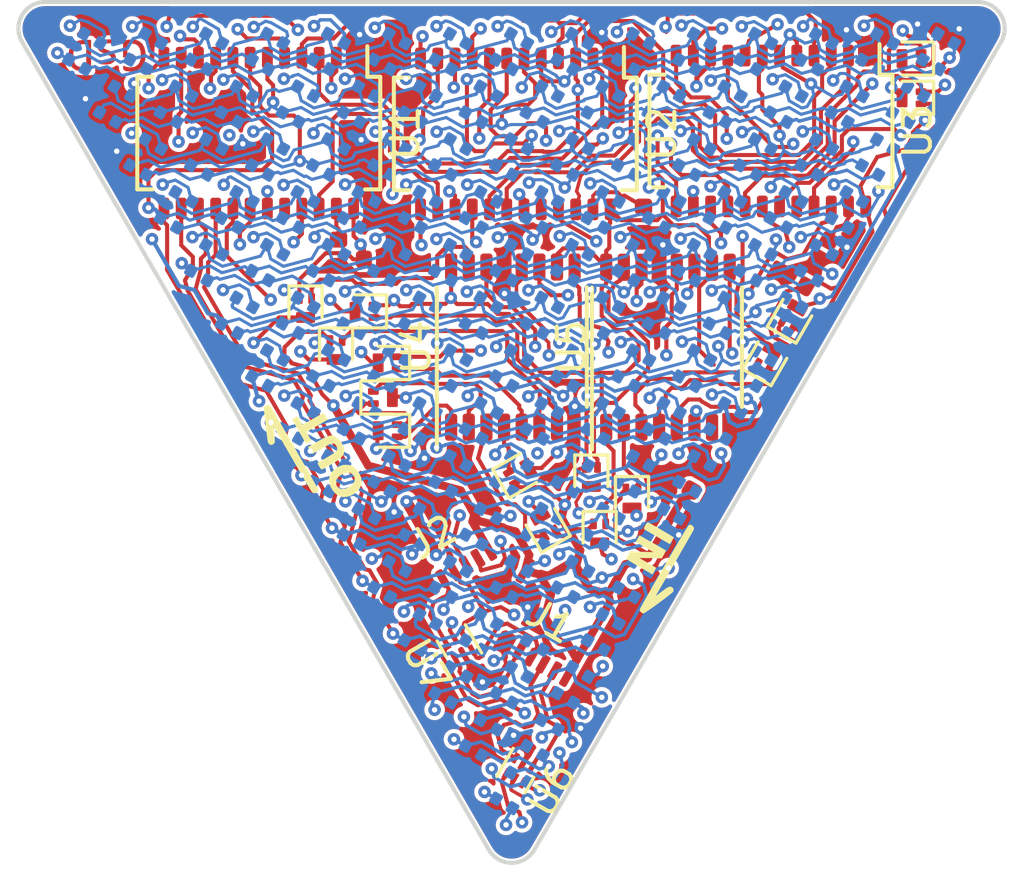
<source format=kicad_pcb>
(kicad_pcb (version 20211014) (generator pcbnew)
  (layers (0 "F.Cu" signal) (1 "In1.Cu" signal) (2 "In2.Cu" signal) (31 "B.Cu" signal) (34 "B.Paste" user) (35 "F.Paste" user) (36 "B.SilkS" user "B.Silkscreen") (37 "F.SilkS" user "F.Silkscreen") (38 "B.Mask" user) (39 "F.Mask" user) (44 "Edge.Cuts" user))
  (net 0 "")
  (net 1 "vcc")
  (net 2 "gnd")
  (net 3 "row_0")
  (net 4 "row_1")
  (net 5 "row_2")
  (net 6 "srow_0")
  (net 7 "srow_1")
  (net 8 "srow_2")
  (net 9 "row_3")
  (net 10 "row_4")
  (net 11 "row_5")
  (net 12 "row_6")
  (net 13 "row_7")
  (net 14 "srow_3")
  (net 15 "srow_4")
  (net 16 "srow_5")
  (net 17 "srow_6")
  (net 18 "srow_7")
  (net 19 "colr_0")
  (net 20 "colb_0")
  (net 21 "colg_0")
  (net 22 "colg_1")
  (net 23 "colb_1")
  (net 24 "colr_1")
  (net 25 "colr_2")
  (net 26 "colb_2")
  (net 27 "colg_2")
  (net 28 "colg_3")
  (net 29 "colb_3")
  (net 30 "colr_3")
  (net 31 "colr_4")
  (net 32 "colb_4")
  (net 33 "colg_4")
  (net 34 "colg_5")
  (net 35 "colb_5")
  (net 36 "colr_5")
  (net 37 "colr_6")
  (net 38 "colb_6")
  (net 39 "colg_6")
  (net 40 "colg_7")
  (net 41 "colb_7")
  (net 42 "colr_7")
  (net 43 "colr_8")
  (net 44 "colb_8")
  (net 45 "colg_8")
  (net 46 "colg_9")
  (net 47 "colb_9")
  (net 48 "colr_9")
  (net 49 "colr_10")
  (net 50 "colb_10")
  (net 51 "colg_10")
  (net 52 "colr_11")
  (net 53 "colb_11")
  (net 54 "colg_11")
  (net 55 "colr_12")
  (net 56 "colb_12")
  (net 57 "colg_12")
  (net 58 "colg_13")
  (net 59 "colb_13")
  (net 60 "colr_13")
  (net 61 "colg_14")
  (net 62 "colb_14")
  (net 63 "colr_14")
  (net 64 "blank")
  (net 65 "latch")
  (net 66 "sclk")
  (net 67 "dat")
  (net 68 "sdo_U3")
  (net 69 "sdo_U1>sdi_U2")
  (net 70 "sdo_U2>sdi_U3")
  (net 71 "dat_out")
  (net 72 "row_8")
  (net 73 "row_9")
  (net 74 "row_10")
  (net 75 "row_11")
  (net 76 "row_12")
  (net 77 "row_13")
  (net 78 "row_14")
  (net 79 "srow_8")
  (net 80 "srow_9")
  (net 81 "srow_10")
  (net 82 "srow_11")
  (net 83 "srow_12")
  (net 84 "srow_13")
  (net 85 "srow_14")
  (net 86 "U1_r_ext")
  (net 87 "U2_r_ext")
  (net 88 "U3_r_ext")
  (net 89 "sdo_U4>sdi_U5")
  (net 90 "dat_i")
  (net 91 "blank_i")
  (net 92 "latch_i")
  (net 93 "sclk_i")
  (footprint "Led_Panel:5034800600" (layer "F.Cu") (at 117.3 135.900001 -150)
    (fp_text reference "J2")
    (fp_text value "output")
  )
  (footprint "Led_Panel:5034800600" (layer "F.Cu") (at 120.130795 139.296542 150)
    (fp_text reference "J1")
    (fp_text value "input")
  )
  (footprint "Package_TO_SOT_SMD:SOT-883" (layer "F.Cu") (at 133.921916 117.109619 180)
    (fp_text reference "Q15" hide)
    (fp_text value "LP0404N3T5G" hide)
  )
  (footprint "Package_TO_SOT_SMD:SOT-883" (layer "F.Cu") (at 128.625112 128.156046 60)
    (fp_text reference "Q12" hide)
    (fp_text value "LP0404N3T5G" hide)
  )
  (footprint "Package_TO_SOT_SMD:SOT-883" (layer "F.Cu") (at 123.625436 133.323646 -90)
    (fp_text reference "Q11" hide)
    (fp_text value "LP0404N3T5G" hide)
  )
  (footprint "Package_TO_SOT_SMD:SOT-883" (layer "F.Cu") (at 122.432686 134.60955 -90)
    (fp_text reference "Q10" hide)
    (fp_text value "LP0404N3T5G" hide)
  )
  (footprint "Package_TO_SOT_SMD:SOT-883" (layer "F.Cu") (at 122.13 132.53 -90)
    (fp_text reference "Q9" hide)
    (fp_text value "LP0404N3T5G" hide)
  )
  (footprint "Package_TO_SOT_SMD:SOT-883" (layer "F.Cu") (at 113.775 126.425 180)
    (fp_text reference "Q8" hide)
    (fp_text value "LP0404N3T5G" hide)
  )
  (footprint "Package_TO_SOT_SMD:SOT-883" (layer "F.Cu") (at 112.725 127.85 -90)
    (fp_text reference "Q7" hide)
    (fp_text value "LP0404N3T5G" hide)
  )
  (footprint "Package_TO_SOT_SMD:SOT-883" (layer "F.Cu") (at 114.625 128.325 180)
    (fp_text reference "Q6" hide)
    (fp_text value "LP0404N3T5G" hide)
  )
  (footprint "Package_TO_SOT_SMD:SOT-883" (layer "F.Cu") (at 119.5 132.375 30)
    (fp_text reference "Q5" hide)
    (fp_text value "LP0404N3T5G" hide)
  )
  (footprint "Package_TO_SOT_SMD:SOT-883" (layer "F.Cu") (at 114.45 129.599999)
    (fp_text reference "Q3" hide)
    (fp_text value "LP0404N3T5G" hide)
  )
  (footprint "Package_TO_SOT_SMD:SOT-883" (layer "F.Cu") (at 114.625 130.825 180)
    (fp_text reference "Q2" hide)
    (fp_text value "LP0404N3T5G" hide)
  )
  (footprint "Resistor_SMD:R_0402_1005Metric" (layer "F.Cu") (at 124.05 123.05 -90)
    (fp_text reference "R2" hide)
    (fp_text value "7.5k" hide)
  )
  (footprint "Resistor_SMD:R_0402_1005Metric" (layer "F.Cu") (at 112.816343 124.265544 -90)
    (fp_text reference "R1" hide)
    (fp_text value "2.2k" hide)
  )
  (footprint "Capacitor_SMD:C_0402_1005Metric" (layer "F.Cu") (at 126.05732 132.591499 60)
    (fp_text reference "C3" hide)
    (fp_text value "470nF" hide)
  )
  (footprint "Capacitor_SMD:C_0402_1005Metric" (layer "F.Cu") (at 114.235477 124.507532)
    (fp_text reference "C2" hide)
    (fp_text value "470nF" hide)
  )
  (footprint "Led_Panel:TSSOP-16_slim" (layer "F.Cu") (at 119.238328 127.742339 90)
    (fp_text reference "U4")
    (fp_text value "74HC595")
  )
  (footprint "Led_Panel:SSOP-24_slim" (layer "F.Cu") (at 128.743935 119.778143 -90)
    (fp_text reference "U3")
    (fp_text value "TLC59025")
  )
  (footprint "Led_Panel:SSOP-24_slim" (layer "F.Cu") (at 119.329131 119.885064 -90)
    (fp_text reference "U2")
    (fp_text value "TLC59025")
  )
  (footprint "Led_Panel:SSOP-24_slim" (layer "F.Cu") (at 109.877722 119.855385 -90)
    (fp_text reference "U1")
    (fp_text value "TLC59025")
  )
  (footprint "Package_TO_SOT_SMD:SOT-883" (layer "F.Cu") (at 129.544641 126.591283 60)
    (fp_text reference "Q13" hide)
    (fp_text value "LP0404N3T5G" hide)
  )
  (footprint "Led_Panel:TSSOP-16_slim" (layer "F.Cu") (at 124.950154 127.749167 90)
    (fp_text reference "U5")
    (fp_text value "74HC595")
  )
  (footprint "gsd_logo_small" (layer "F.Cu") (at 104.29 116.91 180)
    (fp_text reference "G***" hide)
    (fp_text value "LOGO" hide)
  )
  (footprint "in_out" (layer "F.Cu") (at 117.98 133.69)
    (fp_text reference "G***" hide)
    (fp_text value "LOGO" hide)
  )
  (footprint "Led_Panel:UDFN-6_1x1mm_P0.35mm" (layer "F.Cu") (at 119.466532 143.34708 -120)
    (fp_text reference "U6")
    (fp_text value "NC7WZ17")
  )
  (footprint "Led_Panel:UDFN-6_1x1mm_P0.35mm" (layer "F.Cu") (at 117.267995 138.794946 120)
    (fp_text reference "U7")
    (fp_text value "NC7WZ17")
  )
  (footprint "Resistor_SMD:R_0402_1005Metric" (layer "F.Cu") (at 130.637285 124.248768 -120)
    (fp_text reference "R3" hide)
    (fp_text value "4.12k" hide)
  )
  (footprint "Capacitor_SMD:C_0402_1005Metric" (layer "F.Cu") (at 129.590875 125.261203 150)
    (fp_text reference "C1" hide)
    (fp_text value "470nF" hide)
  )
  (footprint "Package_TO_SOT_SMD:SOT-883" (layer "F.Cu") (at 133.924785 118.554651 180)
    (fp_text reference "Q14" hide)
    (fp_text value "LP0404N3T5G" hide)
  )
  (footprint "Package_TO_SOT_SMD:SOT-883" (layer "F.Cu") (at 120.425 134.3 120)
    (fp_text reference "Q4" hide)
    (fp_text value "LP0404N3T5G" hide)
  )
  (footprint "Package_TO_SOT_SMD:SOT-883" (layer "F.Cu") (at 111.6 126.3 -90)
    (fp_text reference "Q1" hide)
    (fp_text value "LP0404N3T5G" hide)
  )
  (footprint "Led_Panel:LED_1515_RBGA_slim" (layer "B.Cu") (at 106.834154 118.791 -120)
    (fp_text reference "D18" hide)
    (fp_text value "LED_ARGB" hide)
  )
  (footprint "Led_Panel:LED_1515_RBGA_slim" (layer "B.Cu") (at 127.057579 130.467 -120)
    (fp_text reference "D120" hide)
    (fp_text value "LED_ARGB" hide)
  )
  (footprint "Led_Panel:LED_1515_RBGA_slim" (layer "B.Cu") (at 125.933794 128.521453 -120)
    (fp_text reference "D119" hide)
    (fp_text value "LED_ARGB" hide)
  )
  (footprint "Led_Panel:LED_1515_RBGA_slim" (layer "B.Cu") (at 124.810008 126.575907 -120)
    (fp_text reference "D118" hide)
    (fp_text value "LED_ARGB" hide)
  )
  (footprint "Led_Panel:LED_1515_RBGA_slim" (layer "B.Cu") (at 123.686223 124.63036 -120)
    (fp_text reference "D117" hide)
    (fp_text value "LED_ARGB" hide)
  )
  (footprint "Led_Panel:LED_1515_RBGA_slim" (layer "B.Cu") (at 122.562437 122.684814 -120)
    (fp_text reference "D116" hide)
    (fp_text value "LED_ARGB" hide)
  )
  (footprint "Led_Panel:LED_1515_RBGA_slim" (layer "B.Cu") (at 121.438652 120.739267 -120)
    (fp_text reference "D115" hide)
    (fp_text value "LED_ARGB" hide)
  )
  (footprint "Led_Panel:LED_1515_RBGA_slim" (layer "B.Cu") (at 119.191081 116.848174 -120)
    (fp_text reference "D113" hide)
    (fp_text value "LED_ARGB" hide)
  )
  (footprint "Led_Panel:LED_1515_RBGA_slim" (layer "B.Cu") (at 125.934579 132.412093 -120)
    (fp_text reference "D105" hide)
    (fp_text value "LED_ARGB" hide)
  )
  (footprint "Led_Panel:LED_1515_RBGA_slim" (layer "B.Cu") (at 124.810794 130.466547 -120)
    (fp_text reference "D104" hide)
    (fp_text value "LED_ARGB" hide)
  )
  (footprint "Led_Panel:LED_1515_RBGA_slim" (layer "B.Cu") (at 122.563223 126.575453 -120)
    (fp_text reference "D102" hide)
    (fp_text value "LED_ARGB" hide)
  )
  (footprint "Led_Panel:LED_1515_RBGA_slim" (layer "B.Cu") (at 121.439437 124.629907 -120)
    (fp_text reference "D101" hide)
    (fp_text value "LED_ARGB" hide)
  )
  (footprint "Led_Panel:LED_1515_RBGA_slim" (layer "B.Cu") (at 120.315652 122.68436 -120)
    (fp_text reference "D100" hide)
    (fp_text value "LED_ARGB" hide)
  )
  (footprint "Led_Panel:LED_1515_RBGA_slim" (layer "B.Cu") (at 119.191866 120.738814 -120)
    (fp_text reference "D99" hide)
    (fp_text value "LED_ARGB" hide)
  )
  (footprint "Led_Panel:LED_1515_RBGA_slim" (layer "B.Cu") (at 118.068081 118.793267 -120)
    (fp_text reference "D98" hide)
    (fp_text value "LED_ARGB" hide)
  )
  (footprint "Led_Panel:LED_1515_RBGA_slim" (layer "B.Cu") (at 109.08251 126.572733 -120)
    (fp_text reference "D6" hide)
    (fp_text value "LED_ARGB" hide)
  )
  (footprint "Led_Panel:LED_1515_RBGA_slim" (layer "B.Cu") (at 110.206296 128.518279 -120)
    (fp_text reference "D7" hide)
    (fp_text value "LED_ARGB" hide)
  )
  (footprint "Led_Panel:LED_1515_RBGA_slim" (layer "B.Cu") (at 120.319579 142.137558 -120)
    (fp_text reference "D30" hide)
    (fp_text value "LED_ARGB" hide)
  )
  (footprint "Led_Panel:LED_1515_RBGA_slim" (layer "B.Cu") (at 111.330081 130.463826 -120)
    (fp_text reference "D8" hide)
    (fp_text value "LED_ARGB" hide)
  )
  (footprint "Led_Panel:LED_1515_RBGA_slim" (layer "B.Cu") (at 116.949008 140.191558 -120)
    (fp_text reference "D13" hide)
    (fp_text value "LED_ARGB" hide)
  )
  (footprint "Led_Panel:LED_1515_RBGA_slim" (layer "B.Cu") (at 115.825223 138.246012 -120)
    (fp_text reference "D12" hide)
    (fp_text value "LED_ARGB" hide)
  )
  (footprint "Led_Panel:LED_1515_RBGA_slim" (layer "B.Cu") (at 134.918579 116.851349 -120)
    (fp_text reference "D225" hide)
    (fp_text value "LED_ARGB" hide)
  )
  (footprint "Led_Panel:LED_1515_RBGA_slim" (layer "B.Cu") (at 133.795579 118.796442 -120)
    (fp_text reference "D210" hide)
    (fp_text value "LED_ARGB" hide)
  )
  (footprint "Led_Panel:LED_1515_RBGA_slim" (layer "B.Cu") (at 132.671794 116.850895 -120)
    (fp_text reference "D209" hide)
    (fp_text value "LED_ARGB" hide)
  )
  (footprint "Led_Panel:LED_1515_RBGA_slim" (layer "B.Cu") (at 132.672579 120.741535 -120)
    (fp_text reference "D195" hide)
    (fp_text value "LED_ARGB" hide)
  )
  (footprint "Led_Panel:LED_1515_RBGA_slim" (layer "B.Cu") (at 131.548794 118.795988 -120)
    (fp_text reference "D194" hide)
    (fp_text value "LED_ARGB" hide)
  )
  (footprint "Led_Panel:LED_1515_RBGA_slim" (layer "B.Cu") (at 130.425008 116.850442 -120)
    (fp_text reference "D193" hide)
    (fp_text value "LED_ARGB" hide)
  )
  (footprint "Led_Panel:LED_1515_RBGA_slim" (layer "B.Cu") (at 131.549579 122.686628 -120)
    (fp_text reference "D180" hide)
    (fp_text value "LED_ARGB" hide)
  )
  (footprint "Led_Panel:LED_1515_RBGA_slim" (layer "B.Cu") (at 130.425794 120.741081 -120)
    (fp_text reference "D179" hide)
    (fp_text value "LED_ARGB" hide)
  )
  (footprint "Led_Panel:LED_1515_RBGA_slim" (layer "B.Cu") (at 129.302008 118.795535 -120)
    (fp_text reference "D178" hide)
    (fp_text value "LED_ARGB" hide)
  )
  (footprint "Led_Panel:LED_1515_RBGA_slim" (layer "B.Cu") (at 128.178223 116.849988 -120)
    (fp_text reference "D177" hide)
    (fp_text value "LED_ARGB" hide)
  )
  (footprint "Led_Panel:LED_1515_RBGA_slim" (layer "B.Cu") (at 130.426579 124.631721 -120)
    (fp_text reference "D165" hide)
    (fp_text value "LED_ARGB" hide)
  )
  (footprint "Led_Panel:LED_1515_RBGA_slim" (layer "B.Cu") (at 129.302794 122.686174 -120)
    (fp_text reference "D164" hide)
    (fp_text value "LED_ARGB" hide)
  )
  (footprint "Led_Panel:LED_1515_RBGA_slim" (layer "B.Cu") (at 128.179008 120.740628 -120)
    (fp_text reference "D163" hide)
    (fp_text value "LED_ARGB" hide)
  )
  (footprint "Led_Panel:LED_1515_RBGA_slim" (layer "B.Cu") (at 127.055223 118.795081 -120)
    (fp_text reference "D162" hide)
    (fp_text value "LED_ARGB" hide)
  )
  (footprint "Led_Panel:LED_1515_RBGA_slim" (layer "B.Cu") (at 125.931437 116.849535 -120)
    (fp_text reference "D161" hide)
    (fp_text value "LED_ARGB" hide)
  )
  (footprint "Led_Panel:LED_1515_RBGA_slim" (layer "B.Cu") (at 129.303579 126.576814 -120)
    (fp_text reference "D150" hide)
    (fp_text value "LED_ARGB" hide)
  )
  (footprint "Led_Panel:LED_1515_RBGA_slim" (layer "B.Cu") (at 128.179794 124.631266 -120)
    (fp_text reference "D149" hide)
    (fp_text value "LED_ARGB" hide)
  )
  (footprint "Led_Panel:LED_1515_RBGA_slim" (layer "B.Cu") (at 127.056008 122.685721 -120)
    (fp_text reference "D148" hide)
    (fp_text value "LED_ARGB" hide)
  )
  (footprint "Led_Panel:LED_1515_RBGA_slim" (layer "B.Cu") (at 125.932223 120.740174 -120)
    (fp_text reference "D147" hide)
    (fp_text value "LED_ARGB" hide)
  )
  (footprint "Led_Panel:LED_1515_RBGA_slim" (layer "B.Cu") (at 124.808437 118.794628 -120)
    (fp_text reference "D146" hide)
    (fp_text value "LED_ARGB" hide)
  )
  (footprint "Led_Panel:LED_1515_RBGA_slim" (layer "B.Cu") (at 123.684652 116.849081 -120)
    (fp_text reference "D145" hide)
    (fp_text value "LED_ARGB" hide)
  )
  (footprint "Led_Panel:LED_1515_RBGA_slim" (layer "B.Cu") (at 128.180579 128.521907 -120)
    (fp_text reference "D135" hide)
    (fp_text value "LED_ARGB" hide)
  )
  (footprint "Led_Panel:LED_1515_RBGA_slim" (layer "B.Cu") (at 127.056794 126.57636 -120)
    (fp_text reference "D134" hide)
    (fp_text value "LED_ARGB" hide)
  )
  (footprint "Led_Panel:LED_1515_RBGA_slim" (layer "B.Cu") (at 125.933008 124.630814 -120)
    (fp_text reference "D133" hide)
    (fp_text value "LED_ARGB" hide)
  )
  (footprint "Led_Panel:LED_1515_RBGA_slim" (layer "B.Cu") (at 124.809223 122.685267 -120)
    (fp_text reference "D132" hide)
    (fp_text value "LED_ARGB" hide)
  )
  (footprint "Led_Panel:LED_1515_RBGA_slim" (layer "B.Cu") (at 123.685437 120.739721 -120)
    (fp_text reference "D131" hide)
    (fp_text value "LED_ARGB" hide)
  )
  (footprint "Led_Panel:LED_1515_RBGA_slim" (layer "B.Cu") (at 122.561652 118.794174 -120)
    (fp_text reference "D130" hide)
    (fp_text value "LED_ARGB" hide)
  )
  (footprint "Led_Panel:LED_1515_RBGA_slim" (layer "B.Cu") (at 121.437866 116.848628 -120)
    (fp_text reference "D129" hide)
    (fp_text value "LED_ARGB" hide)
  )
  (footprint "Led_Panel:LED_1515_RBGA_slim" (layer "B.Cu") (at 119.196579 144.082651 -120)
    (fp_text reference "D15" hide)
    (fp_text value "LED_ARGB" hide)
  )
  (footprint "Led_Panel:LED_1515_RBGA_slim" (layer "B.Cu") (at 122.565579 138.247372 -120)
    (fp_text reference "D60" hide)
    (fp_text value "LED_ARGB" hide)
  )
  (footprint "Led_Panel:LED_1515_RBGA_slim" (layer "B.Cu") (at 113.576866 130.464279 -120)
    (fp_text reference "D24" hide)
    (fp_text value "LED_ARGB" hide)
  )
  (footprint "Led_Panel:LED_1515_RBGA_slim" (layer "B.Cu") (at 110.204725 120.737 -120)
    (fp_text reference "D35" hide)
    (fp_text value "LED_ARGB" hide)
  )
  (footprint "Led_Panel:LED_1515_RBGA_slim" (layer "B.Cu") (at 115.824437 134.355372 -120)
    (fp_text reference "D26" hide)
    (fp_text value "LED_ARGB" hide)
  )
  (footprint "Led_Panel:LED_1515_RBGA_slim" (layer "B.Cu") (at 113.57451 118.79236 -120)
    (fp_text reference "D66" hide)
    (fp_text value "LED_ARGB" hide)
  )
  (footprint "Led_Panel:LED_1515_RBGA_slim" (layer "B.Cu") (at 113.577652 134.354919 -120)
    (fp_text reference "D10" hide)
    (fp_text value "LED_ARGB" hide)
  )
  (footprint "Led_Panel:LED_1515_RBGA_slim" (layer "B.Cu") (at 118.069652 126.574547 -120)
    (fp_text reference "D70" hide)
    (fp_text value "LED_ARGB" hide)
  )
  (footprint "Led_Panel:LED_1515_RBGA_slim" (layer "B.Cu") (at 107.957939 120.736547 -120)
    (fp_text reference "D19" hide)
    (fp_text value "LED_ARGB" hide)
  )
  (footprint "Led_Panel:LED_1515_RBGA_slim" (layer "B.Cu") (at 123.688579 136.302279 -120)
    (fp_text reference "D75" hide)
    (fp_text value "LED_ARGB" hide)
  )
  (footprint "Led_Panel:LED_1515_RBGA_slim" (layer "B.Cu") (at 113.575296 122.683 -120)
    (fp_text reference "D52" hide)
    (fp_text value "LED_ARGB" hide)
  )
  (footprint "Led_Panel:LED_1515_RBGA_slim" (layer "B.Cu") (at 111.32851 122.682547 -120)
    (fp_text reference "D36" hide)
    (fp_text value "LED_ARGB" hide)
  )
  (footprint "Led_Panel:LED_1515_RBGA_slim" (layer "B.Cu") (at 114.699081 124.628547 -120)
    (fp_text reference "D53" hide)
    (fp_text value "LED_ARGB" hide)
  )
  (footprint "Led_Panel:LED_1515_RBGA_slim" (layer "B.Cu") (at 107.957154 116.845907 -120)
    (fp_text reference "D33" hide)
    (fp_text value "LED_ARGB" hide)
  )
  (footprint "Led_Panel:LED_1515_RBGA_slim" (layer "B.Cu") (at 120.317223 130.46564 -120)
    (fp_text reference "D72" hide)
    (fp_text value "LED_ARGB" hide)
  )
  (footprint "Led_Panel:LED_1515_RBGA_slim" (layer "B.Cu") (at 121.440222 128.520547 -120)
    (fp_text reference "D87" hide)
    (fp_text value "LED_ARGB" hide)
  )
  (footprint "Led_Panel:LED_1515_RBGA_slim" (layer "B.Cu") (at 120.318794 138.246919 -120)
    (fp_text reference "D44" hide)
    (fp_text value "LED_ARGB" hide)
  )
  (footprint "Led_Panel:LED_1515_RBGA_slim" (layer "B.Cu") (at 118.071223 134.355826 -120)
    (fp_text reference "D42" hide)
    (fp_text value "LED_ARGB" hide)
  )
  (footprint "Led_Panel:LED_1515_RBGA_slim" (layer "B.Cu") (at 112.452296 124.628093 -120)
    (fp_text reference "D37" hide)
    (fp_text value "LED_ARGB" hide)
  )
  (footprint "Led_Panel:LED_1515_RBGA_slim" (layer "B.Cu") (at 115.822866 126.574093 -120)
    (fp_text reference "D54" hide)
    (fp_text value "LED_ARGB" hide)
  )
  (footprint "Led_Panel:LED_1515_RBGA_slim" (layer "B.Cu") (at 111.329296 126.573186 -120)
    (fp_text reference "D22" hide)
    (fp_text value "LED_ARGB" hide)
  )
  (footprint "Led_Panel:LED_1515_RBGA_slim" (layer "B.Cu") (at 109.08094 118.791453 -120)
    (fp_text reference "D34" hide)
    (fp_text value "LED_ARGB" hide)
  )
  (footprint "Led_Panel:LED_1515_RBGA_slim" (layer "B.Cu") (at 123.687794 132.41164 -120)
    (fp_text reference "D89" hide)
    (fp_text value "LED_ARGB" hide)
  )
  (footprint "Led_Panel:LED_1515_RBGA_slim" (layer "B.Cu") (at 122.564008 130.466093 -120)
    (fp_text reference "D88" hide)
    (fp_text value "LED_ARGB" hide)
  )
  (footprint "Led_Panel:LED_1515_RBGA_slim" (layer "B.Cu") (at 112.450725 116.846814 -120)
    (fp_text reference "D65" hide)
    (fp_text value "LED_ARGB" hide)
  )
  (footprint "Led_Panel:LED_1515_RBGA_slim" (layer "B.Cu") (at 112.453866 132.409372 -120)
    (fp_text reference "D9" hide)
    (fp_text value "LED_ARGB" hide)
  )
  (footprint "Led_Panel:LED_1515_RBGA_slim" (layer "B.Cu") (at 116.946652 128.51964 -120)
    (fp_text reference "D55" hide)
    (fp_text value "LED_ARGB" hide)
  )
  (footprint "Led_Panel:LED_1515_RBGA_slim" (layer "B.Cu") (at 113.576081 126.57364 -120)
    (fp_text reference "D38" hide)
    (fp_text value "LED_ARGB" hide)
  )
  (footprint "Led_Panel:LED_1515_RBGA_slim" (layer "B.Cu") (at 120.314866 118.793721 -120)
    (fp_text reference "D114" hide)
    (fp_text value "LED_ARGB" hide)
  )
  (footprint "Led_Panel:LED_1515_RBGA_slim" (layer "B.Cu") (at 120.316437 126.575 -120)
    (fp_text reference "D86" hide)
    (fp_text value "LED_ARGB" hide)
  )
  (footprint "Led_Panel:LED_1515_RBGA_slim" (layer "B.Cu") (at 119.193437 128.520093 -120)
    (fp_text reference "D71" hide)
    (fp_text value "LED_ARGB" hide)
  )
  (footprint "Led_Panel:LED_1515_RBGA_slim" (layer "B.Cu") (at 114.699866 128.519186 -120)
    (fp_text reference "D39" hide)
    (fp_text value "LED_ARGB" hide)
  )
  (footprint "Led_Panel:LED_1515_RBGA_slim" (layer "B.Cu") (at 119.195794 140.192012 -120)
    (fp_text reference "D29" hide)
    (fp_text value "LED_ARGB" hide)
  )
  (footprint "Led_Panel:LED_1515_RBGA_slim" (layer "B.Cu") (at 119.192652 124.629453 -120)
    (fp_text reference "D85" hide)
    (fp_text value "LED_ARGB" hide)
  )
  (footprint "Led_Panel:LED_1515_RBGA_slim" (layer "B.Cu") (at 118.068866 122.683907 -120)
    (fp_text reference "D84" hide)
    (fp_text value "LED_ARGB" hide)
  )
  (footprint "Led_Panel:LED_1515_RBGA_slim" (layer "B.Cu") (at 114.698296 120.737907 -120)
    (fp_text reference "D67" hide)
    (fp_text value "LED_ARGB" hide)
  )
  (footprint "Led_Panel:LED_1515_RBGA_slim" (layer "B.Cu") (at 109.081725 122.682093 -120)
    (fp_text reference "D20" hide)
    (fp_text value "LED_ARGB" hide)
  )
  (footprint "Led_Panel:LED_1515_RBGA_slim" (layer "B.Cu") (at 114.69751 116.847267 -120)
    (fp_text reference "D81" hide)
    (fp_text value "LED_ARGB" hide)
  )
  (footprint "Led_Panel:LED_1515_RBGA_slim" (layer "B.Cu") (at 118.072794 142.137105 -120)
    (fp_text reference "D14" hide)
    (fp_text value "LED_ARGB" hide)
  )
  (footprint "Led_Panel:LED_1515_RBGA_slim" (layer "B.Cu") (at 121.441008 132.411186 -120)
    (fp_text reference "D73" hide)
    (fp_text value "LED_ARGB" hide)
  )
  (footprint "Led_Panel:LED_1515_RBGA_slim" (layer "B.Cu") (at 114.701437 136.300465 -120)
    (fp_text reference "D11" hide)
    (fp_text value "LED_ARGB" hide)
  )
  (footprint "Led_Panel:LED_1515_RBGA_slim" (layer "B.Cu") (at 119.195008 136.301372 -120)
    (fp_text reference "D43" hide)
    (fp_text value "LED_ARGB" hide)
  )
  (footprint "Led_Panel:LED_1515_RBGA_slim" (layer "B.Cu") (at 116.944296 116.847721 -120)
    (fp_text reference "D97" hide)
    (fp_text value "LED_ARGB" hide)
  )
  (footprint "Led_Panel:LED_1515_RBGA_slim" (layer "B.Cu") (at 123.687008 128.521 -120)
    (fp_text reference "D103" hide)
    (fp_text value "LED_ARGB" hide)
  )
  (footprint "Led_Panel:LED_1515_RBGA_slim" (layer "B.Cu") (at 118.070437 130.465186 -120)
    (fp_text reference "D56" hide)
    (fp_text value "LED_ARGB" hide)
  )
  (footprint "Led_Panel:LED_1515_RBGA_slim" (layer "B.Cu") (at 112.45151 120.737453 -120)
    (fp_text reference "D51" hide)
    (fp_text value "LED_ARGB" hide)
  )
  (footprint "Led_Panel:LED_1515_RBGA_slim" (layer "B.Cu") (at 119.194223 132.410733 -120)
    (fp_text reference "D57" hide)
    (fp_text value "LED_ARGB" hide)
  )
  (footprint "Led_Panel:LED_1515_RBGA_slim" (layer "B.Cu") (at 115.823652 130.464733 -120)
    (fp_text reference "D40" hide)
    (fp_text value "LED_ARGB" hide)
  )
  (footprint "Led_Panel:LED_1515_RBGA_slim" (layer "B.Cu") (at 110.20551 124.62764 -120)
    (fp_text reference "D21" hide)
    (fp_text value "LED_ARGB" hide)
  )
  (footprint "Led_Panel:LED_1515_RBGA_slim" (layer "B.Cu") (at 110.203939 116.84636 -120)
    (fp_text reference "D49" hide)
    (fp_text value "LED_ARGB" hide)
  )
  (footprint "Led_Panel:LED_1515_RBGA_slim" (layer "B.Cu") (at 112.453081 128.518733 -120)
    (fp_text reference "D23" hide)
    (fp_text value "LED_ARGB" hide)
  )
  (footprint "Led_Panel:LED_1515_RBGA_slim" (layer "B.Cu") (at 118.072008 138.246465 -120)
    (fp_text reference "D28" hide)
    (fp_text value "LED_ARGB" hide)
  )
  (footprint "Led_Panel:LED_1515_RBGA_slim" (layer "B.Cu") (at 116.948223 136.300919 -120)
    (fp_text reference "D27" hide)
    (fp_text value "LED_ARGB" hide)
  )
  (footprint "Led_Panel:LED_1515_RBGA_slim" (layer "B.Cu") (at 116.945081 120.73836 -120)
    (fp_text reference "D83" hide)
    (fp_text value "LED_ARGB" hide)
  )
  (footprint "Led_Panel:LED_1515_RBGA_slim" (layer "B.Cu") (at 114.700652 132.409826 -120)
    (fp_text reference "D25" hide)
    (fp_text value "LED_ARGB" hide)
  )
  (footprint "Led_Panel:LED_1515_RBGA_slim" (layer "B.Cu") (at 115.822081 122.683453 -120)
    (fp_text reference "D68" hide)
    (fp_text value "LED_ARGB" hide)
  )
  (footprint "Led_Panel:LED_1515_RBGA_slim" (layer "B.Cu") (at 121.442579 140.192465 -120)
    (fp_text reference "D45" hide)
    (fp_text value "LED_ARGB" hide)
  )
  (footprint "Led_Panel:LED_1515_RBGA_slim" (layer "B.Cu") (at 120.318008 134.356279 -120)
    (fp_text reference "D58" hide)
    (fp_text value "LED_ARGB" hide)
  )
  (footprint "Led_Panel:LED_1515_RBGA_slim" (layer "B.Cu") (at 116.947437 132.410279 -120)
    (fp_text reference "D41" hide)
    (fp_text value "LED_ARGB" hide)
  )
  (footprint "Led_Panel:LED_1515_RBGA_slim" (layer "B.Cu") (at 122.564794 134.356733 -120)
    (fp_text reference "D74" hide)
    (fp_text value "LED_ARGB" hide)
  )
  (footprint "Led_Panel:LED_1515_RBGA_slim" (layer "B.Cu") (at 116.945866 124.629 -120)
    (fp_text reference "D69" hide)
    (fp_text value "LED_ARGB" hide)
  )
  (footprint "Led_Panel:LED_1515_RBGA_slim" (layer "B.Cu") (at 115.821296 118.792814 -120)
    (fp_text reference "D82" hide)
    (fp_text value "LED_ARGB" hide)
  )
  (footprint "Led_Panel:LED_1515_RBGA_slim" (layer "B.Cu") (at 121.441794 136.301826 -120)
    (fp_text reference "D59" hide)
    (fp_text value "LED_ARGB" hide)
  )
  (footprint "Led_Panel:LED_1515_RBGA_slim" (layer "B.Cu") (at 111.327725 118.791907 -120)
    (fp_text reference "D50" hide)
    (fp_text value "LED_ARGB" hide)
  )
  (footprint "Led_Panel:LED_1515_RBGA_slim" (layer "B.Cu") (at 124.811579 134.357186 -120)
    (fp_text reference "D90" hide)
    (fp_text value "LED_ARGB" hide)
  )
  (footprint "Led_Panel:LED_1515_RBGA_slim" (layer "B.Cu") (at 105.711154 120.736093 -120)
    (fp_text reference "D3" hide)
    (fp_text value "LED_ARGB" hide)
  )
  (footprint "Led_Panel:LED_1515_RBGA_slim" (layer "B.Cu") (at 105.710368 116.845453 -120)
    (fp_text reference "D17" hide)
    (fp_text value "LED_ARGB" hide)
  )
  (footprint "Led_Panel:LED_1515_RBGA_slim" (layer "B.Cu") (at 104.587368 118.790547 -120)
    (fp_text reference "D2" hide)
    (fp_text value "LED_ARGB" hide)
  )
  (footprint "Led_Panel:LED_1515_RBGA_slim" (layer "B.Cu") (at 103.463583 116.845 -120)
    (fp_text reference "D1" hide)
    (fp_text value "LED_ARGB" hide)
  )
  (footprint "Led_Panel:LED_1515_RBGA_slim" (layer "B.Cu") (at 107.958725 124.627186 -120)
    (fp_text reference "D5" hide)
    (fp_text value "LED_ARGB" hide)
  )
  (footprint "Led_Panel:LED_1515_RBGA_slim" (layer "B.Cu") (at 106.834939 122.68164 -120)
    (fp_text reference "D4" hide)
    (fp_text value "LED_ARGB" hide)
  )
  (gr_line (start 137.225024 116.488468) (end 120.035536 146.261533) (layer "Edge.Cuts") (width 0.15))
  (gr_line (start 102 115.025) (end 136.380651 115.025968) (layer "Edge.Cuts") (width 0.15))
  (gr_arc (start 136.38065 115.025969) (mid 137.225024 115.513469) (end 137.225024 116.488468) (layer "Edge.Cuts") (width 0.15))
  (gr_arc (start 120.035536 146.261532) (mid 119.191162 146.749032) (end 118.346788 146.261533) (layer "Edge.Cuts") (width 0.15))
  (gr_arc (start 101.155625 116.4875) (mid 101.155625 115.5125) (end 102 115.025) (layer "Edge.Cuts") (width 0.15))
  (gr_line (start 118.346788 146.261533) (end 101.155625 116.4875) (layer "Edge.Cuts") (width 0.15))
  (segment (start 123.470144 135.009013) (end 123.558266 134.9854) (width 0.15) (layer "F.Cu") (net 1))
  (segment (start 113.370222 122.635385) (end 113.370222 123.643591) (width 0.15) (layer "F.Cu") (net 1))
  (segment (start 116.963328 125.936672) (end 116.963328 124.792339) (width 0.15) (layer "F.Cu") (net 1))
  (segment (start 114.813909 126.019118) (end 114.857025 126.007565) (width 0.15) (layer "F.Cu") (net 1))
  (segment (start 116.75 126.15) (end 116.963328 125.936672) (width 0.15) (layer "F.Cu") (net 1))
  (segment (start 113.370222 123.643591) (end 113.685958 123.959327) (width 0.15) (layer "F.Cu") (net 1))
  (segment (start 123.015151 134.465932) (end 123.104031 134.797638) (width 0.15) (layer "F.Cu") (net 1))
  (segment (start 123.104031 134.797638) (end 123.470144 135.009013) (width 0.15) (layer "F.Cu") (net 1))
  (segment (start 121.094533 133.658932) (end 121.153965 133.555993) (width 0.15) (layer "F.Cu") (net 1))
  (segment (start 112.940515 130.329547) (end 112.920659 130.403653) (width 0.15) (layer "F.Cu") (net 1))
  (segment (start 112.920659 130.403653) (end 112.626224 129.893678) (width 0.15) (layer "F.Cu") (net 1))
  (segment (start 114.813794 132.354143) (end 113.9064 132.111007) (width 0.3) (layer "F.Cu") (net 1))
  (segment (start 113.9064 132.111007) (end 112.626224 129.893678) (width 0.3) (layer "F.Cu") (net 1))
  (segment (start 123.558266 134.9854) (end 123.756707 135.09997) (width 0.15) (layer "F.Cu") (net 1))
  (segment (start 124.339737 135.306441) (end 125.439737 133.401185) (width 0.3) (layer "F.Cu") (net 1))
  (segment (start 123.558266 134.9854) (end 124.185777 135.347694) (width 0.15) (layer "F.Cu") (net 1))
  (segment (start 124.185777 135.347694) (end 124.339737 135.306441) (width 0.15) (layer "F.Cu") (net 1))
  (segment (start 125.439737 133.401185) (end 125.61732 133.353602) (width 0.3) (layer "F.Cu") (net 1))
  (segment (start 125.61732 133.353602) (end 125.81482 133.011522) (width 0.3) (layer "F.Cu") (net 1))
  (segment (start 133.973634 119.980041) (end 133.698634 120.456355) (width 0.15) (layer "F.Cu") (net 1))
  (segment (start 133.698634 120.456355) (end 132.660455 120.734535) (width 0.15) (layer "F.Cu") (net 1))
  (segment (start 132.0371 121.814216) (end 132.236436 122.558144) (width 0.15) (layer "F.Cu") (net 1))
  (segment (start 132.660455 120.734535) (end 132.0371 121.814216) (width 0.15) (layer "F.Cu") (net 1))
  (segment (start 118.202207 127.836955) (end 118.172381 127.866781) (width 0.15) (layer "F.Cu") (net 1))
  (segment (start 115.525 126.15) (end 116.75 126.15) (width 0.15) (layer "F.Cu") (net 1))
  (segment (start 115.525 126.15) (end 115.437436 126.237564) (width 0.15) (layer "F.Cu") (net 1))
  (segment (start 115.437436 126.237564) (end 115.087024 126.237563) (width 0.15) (layer "F.Cu") (net 1))
  (segment (start 115.087024 126.237563) (end 114.857025 126.007565) (width 0.15) (layer "F.Cu") (net 1))
  (segment (start 112.650001 129.917454) (end 112.626224 129.893678) (width 0.15) (layer "F.Cu") (net 1))
  (segment (start 112.650001 129.95) (end 112.650001 129.917454) (width 0.15) (layer "F.Cu") (net 1))
  (segment (start 113.750478 124.507532) (end 113.750477 124.023846) (width 0.15) (layer "F.Cu") (net 1))
  (segment (start 113.750477 124.023846) (end 113.685958 123.959327) (width 0.15) (layer "F.Cu") (net 1))
  (segment (start 120.863328 124.326671) (end 120.863328 124.792339) (width 0.15) (layer "F.Cu") (net 1))
  (segment (start 111.375 125.25) (end 111.375 125.95) (width 0.15) (layer "F.Cu") (net 1))
  (segment (start 122.821631 123.165064) (end 122.789203 123.197492) (width 0.15) (layer "F.Cu") (net 1))
  (segment (start 134.271917 116.884619) (end 134.271916 116.659619) (width 0.15) (layer "F.Cu") (net 1))
  (segment (start 121.44474 134.45526) (end 121.334674 134.565326) (width 0.15) (layer "F.Cu") (net 1))
  (segment (start 119.301532 143.632868) (end 119.138032 143.916058) (width 0.127) (layer "F.Cu") (net 1))
  (segment (start 123.219957 123.06339) (end 123.092341 122.935774) (width 0.15) (layer "F.Cu") (net 1))
  (segment (start 113.575 130.175) (end 113.440741 130.040741) (width 0.15) (layer "F.Cu") (net 1))
  (segment (start 113.643705 129.981294) (end 113.543706 129.981294) (width 0.15) (layer "F.Cu") (net 1))
  (segment (start 128.656724 126.8292) (end 129.314224 125.690376) (width 0.15) (layer "F.Cu") (net 1))
  (segment (start 121.566819 135.810724) (end 122.058087 136.661626) (width 0.3) (layer "F.Cu") (net 1))
  (segment (start 126.1 127.85) (end 126.1 125.533187) (width 0.15) (layer "F.Cu") (net 1))
  (segment (start 118.874544 134.386563) (end 118.893294 134.419041) (width 0.3) (layer "F.Cu") (net 1))
  (segment (start 118.054544 127.872715) (end 116.778271 127.872715) (width 0.15) (layer "F.Cu") (net 1))
  (segment (start 126.02 123.25) (end 125.15 123.25) (width 0.15) (layer "F.Cu") (net 1))
  (segment (start 134.274785 118.329651) (end 134.899749 118.329651) (width 0.15) (layer "F.Cu") (net 1))
  (segment (start 129.482899 128.000092) (end 129.400791 127.693658) (width 0.15) (layer "F.Cu") (net 1))
  (segment (start 133.089995 117.587453) (end 133.138771 117.636229) (width 0.15) (layer "F.Cu") (net 1))
  (segment (start 124.55661 123.06339) (end 123.219957 123.06339) (width 0.15) (layer "F.Cu") (net 1))
  (segment (start 111.086627 128.311628) (end 111.086627 128.336627) (width 0.15) (layer "F.Cu") (net 1))
  (segment (start 120.794856 134.490609) (end 121.011976 134.70773) (width 0.15) (layer "F.Cu") (net 1))
  (segment (start 121.294111 135.737653) (end 121.566819 135.810724) (width 0.3) (layer "F.Cu") (net 1))
  (segment (start 122.675154 124.799167) (end 121.979016 124.103029) (width 0.15) (layer "F.Cu") (net 1))
  (segment (start 134.162297 116.549999) (end 133.35 116.55) (width 0.15) (layer "F.Cu") (net 1))
  (segment (start 120.28 128.689999) (end 119.651611 128.06161) (width 0.15) (layer "F.Cu") (net 1))
  (segment (start 121.322033 133.26489) (end 121.153965 133.555993) (width 0.15) (layer "F.Cu") (net 1))
  (segment (start 123.381461 135.746223) (end 122.746461 136.846075) (width 0.3) (layer "F.Cu") (net 1))
  (segment (start 112.346066 124.278934) (end 111.375 125.25) (width 0.15) (layer "F.Cu") (net 1))
  (segment (start 120.643541 136.852239) (end 120.42039 137.685051) (width 0.3) (layer "F.Cu") (net 1))
  (segment (start 126.575154 124.199167) (end 126.46 124.084013) (width 0.15) (layer "F.Cu") (net 1))
  (segment (start 119.342087 134.539294) (end 119.843059 135.407003) (width 0.3) (layer "F.Cu") (net 1))
  (segment (start 111.642106 128.485467) (end 111.086627 128.336627) (width 0.15) (layer "F.Cu") (net 1))
  (segment (start 122.510001 128.689999) (end 122.510001 129.599624) (width 0.15) (layer "F.Cu") (net 1))
  (segment (start 111.395181 127.179818) (end 112.179818 127.179818) (width 0.15) (layer "F.Cu") (net 1))
  (segment (start 110.824999 127.75) (end 110.824999 128.05) (width 0.15) (layer "F.Cu") (net 1))
  (segment (start 119.471607 132.907071) (end 120.407072 132.907072) (width 0.15) (layer "F.Cu") (net 1))
  (segment (start 123.015151 134.465932) (end 123.015151 133.507912) (width 0.15) (layer "F.Cu") (net 1))
  (segment (start 122.789203 123.197492) (end 122.789203 124.085118) (width 0.15) (layer "F.Cu") (net 1))
  (segment (start 123.4 128.689999) (end 122.510001 128.689999) (width 0.15) (layer "F.Cu") (net 1))
  (segment (start 117.819856 133.901615) (end 117.718061 133.725299) (width 0.3) (layer "F.Cu") (net 1))
  (segment (start 123.204725 133.169356) (end 123.400436 132.973646) (width 0.15) (layer "F.Cu") (net 1))
  (segment (start 130.320967 127.243427) (end 130.084111 127.306892) (width 0.15) (layer "F.Cu") (net 1))
  (segment (start 125.86839 119.591149) (end 125.868391 120.488391) (width 0.15) (layer "F.Cu") (net 1))
  (segment (start 121.721155 135.234733) (end 121.566819 135.810724) (width 0.3) (layer "F.Cu") (net 1))
  (segment (start 116.778271 127.872715) (end 116.550986 128.099999) (width 0.15) (layer "F.Cu") (net 1))
  (segment (start 126.72 121.04) (end 126.847335 121.167335) (width 0.15) (layer "F.Cu") (net 1))
  (segment (start 130.838086 120.307085) (end 130.838087 119.161915) (width 0.15) (layer "F.Cu") (net 1))
  (segment (start 120.223541 136.124777) (end 119.689103 135.981575) (width 0.3) (layer "F.Cu") (net 1))
  (segment (start 123.092341 122.935774) (end 122.821631 122.665064) (width 0.15) (layer "F.Cu") (net 1))
  (segment (start 115.25 130.175) (end 113.575 130.175) (width 0.15) (layer "F.Cu") (net 1))
  (segment (start 121.42618 134.72382) (end 121.721155 135.234733) (width 0.3) (layer "F.Cu") (net 1))
  (segment (start 121.026526 134.0316) (end 121.334674 134.565326) (width 0.3) (layer "F.Cu") (net 1))
  (segment (start 119.309391 132.744856) (end 119.471607 132.907071) (width 0.15) (layer "F.Cu") (net 1))
  (segment (start 128.794573 127.343658) (end 128.656724 126.8292) (width 0.15) (layer "F.Cu") (net 1))
  (segment (start 121.265775 138.687545) (end 121.595775 139.259122) (width 0.3) (layer "F.Cu") (net 1))
  (segment (start 122.789203 124.085118) (end 122.675154 124.199167) (width 0.15) (layer "F.Cu") (net 1))
  (segment (start 122.508391 126.588391) (end 123.03 127.11) (width 0.15) (layer "F.Cu") (net 1))
  (segment (start 112.626224 129.893678) (end 112.221426 129.488879) (width 0.15) (layer "F.Cu") (net 1))
  (segment (start 116.550986 128.099999) (end 115.275 128.1) (width 0.15) (layer "F.Cu") (net 1))
  (segment (start 120.872972 133.275) (end 121.153965 133.555993) (width 0.15) (layer "F.Cu") (net 1))
  (segment (start 124.582781 119.314833) (end 125.592075 119.314833) (width 0.15) (layer "F.Cu") (net 1))
  (segment (start 123.870001 128.22) (end 123.4 128.689999) (width 0.15) (layer "F.Cu") (net 1))
  (segment (start 122.821631 122.665064) (end 122.821631 123.165064) (width 0.15) (layer "F.Cu") (net 1))
  (segment (start 118.382531 135.275001) (end 117.746871 134.174004) (width 0.3) (layer "F.Cu") (net 1))
  (segment (start 122.510001 129.599624) (end 121.95 130.159625) (width 0.15) (layer "F.Cu") (net 1))
  (segment (start 124.150008 120.970008) (end 124.150008 119.747607) (width 0.15) (layer "F.Cu") (net 1))
  (segment (start 119.138032 143.916058) (end 119.179542 144.070977) (width 0.127) (layer "F.Cu") (net 1))
  (segment (start 121.905 131.695) (end 121.905 132.18) (width 0.15) (layer "F.Cu") (net 1))
  (segment (start 114.1 129.824999) (end 113.8 129.824999) (width 0.15) (layer "F.Cu") (net 1))
  (segment (start 113.8 129.824999) (end 113.643705 129.981294) (width 0.15) (layer "F.Cu") (net 1))
  (segment (start 121.683408 132.239375) (end 121.248902 132.991961) (width 0.15) (layer "F.Cu") (net 1))
  (segment (start 130.838087 119.161915) (end 131.93 118.070001) (width 0.15) (layer "F.Cu") (net 1))
  (segment (start 119.179542 144.070977) (end 119.488509 144.249359) (width 0.127) (layer "F.Cu") (net 1))
  (segment (start 121.153965 133.555993) (end 121.133843 133.544375) (width 0.15) (layer "F.Cu") (net 1))
  (segment (start 117.313061 133.023819) (end 114.813794 132.354143) (width 0.3) (layer "F.Cu") (net 1))
  (segment (start 119.361022 134.539294) (end 119.342087 134.539294) (width 0.15) (layer "F.Cu") (net 1))
  (segment (start 131.93 117.82) (end 132.162547 117.587453) (width 0.15) (layer "F.Cu") (net 1))
  (segment (start 121.410089 134.707729) (end 121.42618 134.72382) (width 0.15) (layer "F.Cu") (net 1))
  (segment (start 124.76 122.86) (end 124.55661 123.06339) (width 0.15) (layer "F.Cu") (net 1))
  (segment (start 121.979016 124.103029) (end 121.08697 124.103029) (width 0.15) (layer "F.Cu") (net 1))
  (segment (start 126.42 121.04) (end 126.72 121.04) (width 0.15) (layer "F.Cu") (net 1))
  (segment (start 119.651611 127.076611) (end 119.09578 126.52078) (width 0.15) (layer "F.Cu") (net 1))
  (segment (start 115.275 130.6) (end 115.4 130.475) (width 0.15) (layer "F.Cu") (net 1))
  (segment (start 124.76 121.58) (end 124.150008 120.970008) (width 0.15) (layer "F.Cu") (net 1))
  (segment (start 117.179999 126.154999) (end 116.95 125.925) (width 0.15) (layer "F.Cu") (net 1))
  (segment (start 134.274785 118.329651) (end 134.274785 118.104651) (width 0.15) (layer "F.Cu") (net 1))
  (segment (start 122.058087 136.661626) (end 122.746461 136.846075) (width 0.3) (layer "F.Cu") (net 1))
  (segment (start 121.334674 134.565326) (end 121.42618 134.72382) (width 0.3) (layer "F.Cu") (net 1))
  (segment (start 134.271916 116.659619) (end 134.162297 116.549999) (width 0.15) (layer "F.Cu") (net 1))
  (segment (start 132.486723 123.492227) (end 131.333467 125.489725) (width 0.15) (layer "F.Cu") (net 1))
  (segment (start 114.975 130.6) (end 115.275 130.6) (width 0.15) (layer "F.Cu") (net 1))
  (segment (start 123.87 127.58) (end 123.870001 128.22) (width 0.15) (layer "F.Cu") (net 1))
  (segment (start 126.575154 124.799167) (end 126.575154 124.199167) (width 0.15) (layer "F.Cu") (net 1))
  (segment (start 128.644967 128.571655) (end 128.839823 128.684155) (width 0.15) (layer "F.Cu") (net 1))
  (segment (start 121.904999 132.18) (end 121.683408 132.239375) (width 0.15) (layer "F.Cu") (net 1))
  (segment (start 123.015151 133.507912) (end 123.204726 133.318337) (width 0.15) (layer "F.Cu") (net 1))
  (segment (start 122.011976 134.45526) (end 121.44474 134.45526) (width 0.15) (layer "F.Cu") (net 1))
  (segment (start 123.4 127.11) (end 123.87 127.58) (width 0.15) (layer "F.Cu") (net 1))
  (segment (start 133.252542 117.749999) (end 133.4 117.749999) (width 0.15) (layer "F.Cu") (net 1))
  (segment (start 117.102995 138.509158) (end 116.915568 138.184524) (width 0.15) (layer "F.Cu") (net 1))
  (segment (start 121.248902 132.991961) (end 121.322033 133.26489) (width 0.15) (layer "F.Cu") (net 1))
  (segment (start 133.549999 117.9) (end 133.4 117.749999) (width 0.15) (layer "F.Cu") (net 1))
  (segment (start 122.207686 134.25955) (end 122.011976 134.45526) (width 0.15) (layer "F.Cu") (net 1))
  (segment (start 121.026526 134.0316) (end 121.05781 134.085786) (width 0.3) (layer "F.Cu") (net 1))
  (segment (start 115.275 128.1) (end 114.975 128.099999) (width 0.15) (layer "F.Cu") (net 1))
  (segment (start 126.459999 123.69) (end 126.02 123.25) (width 0.15) (layer "F.Cu") (net 1))
  (segment (start 122.746461 136.846075) (end 122.823327 137.13294) (width 0.3) (layer "F.Cu") (net 1))
  (segment (start 119.689103 135.981575) (end 119.509447 136.292748) (width 0.15) (layer "F.Cu") (net 1))
  (segment (start 129.977836 121.167335) (end 130.838086 120.307085) (width 0.15) (layer "F.Cu") (net 1))
  (segment (start 121.08697 124.103029) (end 120.863328 124.326671) (width 0.15) (layer "F.Cu") (net 1))
  (segment (start 132.236436 122.558143) (end 132.486723 123.492227) (width 0.15) (layer "F.Cu") (net 1))
  (segment (start 121.95 131.65) (end 121.905 131.695) (width 0.15) (layer "F.Cu") (net 1))
  (segment (start 118.893294 134.419041) (end 119.342087 134.539294) (width 0.3) (layer "F.Cu") (net 1))
  (segment (start 122.675154 124.799167) (end 122.675154 125.399167) (width 0.15) (layer "F.Cu") (net 1))
  (segment (start 126.1 125.533187) (end 126.575154 125.058033) (width 0.15) (layer "F.Cu") (net 1))
  (segment (start 129.314224 125.690376) (end 130.010897 125.503703) (width 0.15) (layer "F.Cu") (net 1))
  (segment (start 120.775 133.275) (end 120.872972 133.275) (width 0.15) (layer "F.Cu") (net 1))
  (segment (start 117.718061 133.725299) (end 117.958061 134.140992) (width 0.3) (layer "F.Cu") (net 1))
  (segment (start 117.746871 134.174004) (end 117.819856 133.901615) (width 0.3) (layer "F.Cu") (net 1))
  (segment (start 122.508391 125.56593) (end 122.508391 126.588391) (width 0.15) (layer "F.Cu") (net 1))
  (segment (start 133.089995 117.587453) (end 133.252542 117.749999) (width 0.15) (layer "F.Cu") (net 1))
  (segment (start 117.718061 133.725299) (end 117.313061 133.023819) (width 0.3) (layer "F.Cu") (net 1))
  (segment (start 119.09578 126.52078) (end 118.67661 126.52078) (width 0.15) (layer "F.Cu") (net 1))
  (segment (start 134.070134 117.9) (end 133.549999 117.9) (width 0.15) (layer "F.Cu") (net 1))
  (segment (start 132.162547 117.587453) (end 133.089995 117.587453) (width 0.15) (layer "F.Cu") (net 1))
  (segment (start 112.179818 127.179818) (end 112.5 127.5) (width 0.15) (layer "F.Cu") (net 1))
  (segment (start 116.915568 138.184524) (end 116.9952 137.887331) (width 0.15) (layer "F.Cu") (net 1))
  (segment (start 113.750478 124.507532) (end 113.355477 124.507531) (width 0.15) (layer "F.Cu") (net 1))
  (segment (start 133.973634 119.826366) (end 134.42 119.38) (width 0.15) (layer "F.Cu") (net 1))
  (segment (start 122.675154 124.199167) (end 122.675154 124.799167) (width 0.15) (layer "F.Cu") (net 1))
  (segment (start 126.575154 125.058033) (end 126.575154 124.799167) (width 0.15) (layer "F.Cu") (net 1))
  (segment (start 113.126879 124.278934) (end 112.346066 124.278934) (width 0.15) (layer "F.Cu") (net 1))
  (segment (start 133.089995 116.810005) (end 133.089995 117.587453) (width 0.15) (layer "F.Cu") (net 1))
  (segment (start 115.4 130.475) (end 115.4 130.325) (width 0.15) (layer "F.Cu") (net 1))
  (segment (start 120.223541 136.124777) (end 120.26609 136.100212) (width 0.3) (layer "F.Cu") (net 1))
  (segment (start 129.759352 127.119392) (end 129.564496 127.006892) (width 0.15) (layer "F.Cu") (net 1))
  (segment (start 121.011976 134.70773) (end 121.410089 134.707729) (width 0.15) (layer "F.Cu") (net 1))
  (segment (start 119.651611 128.06161) (end 119.651611 127.076611) (width 0.15) (layer "F.Cu") (net 1))
  (segment (start 120.95039 138.603038) (end 121.265775 138.687545) (width 0.3) (layer "F.Cu") (net 1))
  (segment (start 125.868391 120.488391) (end 126.42 121.04) (width 0.15) (layer "F.Cu") (net 1))
  (segment (start 119.843059 135.407003) (end 119.689103 135.981575) (width 0.3) (layer "F.Cu") (net 1))
  (segment (start 134.899749 118.329651) (end 135.154255 118.075145) (width 0.15) (layer "F.Cu") (net 1))
  (segment (start 133.973634 119.980041) (end 133.973634 119.826366) (width 0.15) (layer "F.Cu") (net 1))
  (segment (start 113.543706 129.981294) (end 113.440741 130.040741) (width 0.15) (layer "F.Cu") (net 1))
  (segment (start 123.204726 133.318337) (end 123.204725 133.169356) (width 0.15) (layer "F.Cu") (net 1))
  (segment (start 114.66459 126.2) (end 114.857025 126.007565) (width 0.15) (layer "F.Cu") (net 1))
  (segment (start 129.133367 128.6055) (end 129.482899 128.000092) (width 0.15) (layer "F.Cu") (net 1))
  (segment (start 124.339737 135.306441) (end 124.214737 135.522947) (width 0.3) (layer "F.Cu") (net 1))
  (segment (start 124.76 122.86) (end 124.76 121.58) (width 0.15) (layer "F.Cu") (net 1))
  (segment (start 122.675154 125.399167) (end 122.508391 125.56593) (width 0.15) (layer "F.Cu") (net 1))
  (segment (start 121.595775 139.259122) (end 121.213327 139.921543) (width 0.3) (layer "F.Cu") (net 1))
  (segment (start 113.440741 130.040741) (end 112.940515 130.329547) (width 0.15) (layer "F.Cu") (net 1))
  (segment (start 125.15 123.25) (end 124.76 122.86) (width 0.15) (layer "F.Cu") (net 1))
  (segment (start 115.4 130.325) (end 115.25 130.175) (width 0.15) (layer "F.Cu") (net 1))
  (segment (start 124.214737 135.522947) (end 123.381461 135.746223) (width 0.3) (layer "F.Cu") (net 1))
  (segment (start 110.824999 127.75) (end 111.395181 127.179818) (width 0.15) (layer "F.Cu") (net 1))
  (segment (start 120.407072 132.907072) (end 120.775 133.275) (width 0.15) (layer "F.Cu") (net 1))
  (segment (start 131.93 118.070001) (end 131.93 117.82) (width 0.15) (layer "F.Cu") (net 1))
  (segment (start 130.960009 125.589793) (end 130.557307 125.357293) (width 0.15) (layer "F.Cu") (net 1))
  (segment (start 126.847335 121.167335) (end 129.977836 121.167335) (width 0.15) (layer "F.Cu") (net 1))
  (segment (start 124.150008 119.747607) (end 124.582781 119.314833) (width 0.15) (layer "F.Cu") (net 1))
  (segment (start 121.153965 133.555993) (end 121.026526 134.0316) (width 0.3) (layer "F.Cu") (net 1))
  (segment (start 120.26609 136.100212) (end 120.539329 136.173426) (width 0.3) (layer "F.Cu") (net 1))
  (segment (start 120.223541 136.124777) (end 120.643541 136.852239) (width 0.3) (layer "F.Cu") (net 1))
  (segment (start 133.35 116.55) (end 133.089995 116.810005) (width 0.15) (layer "F.Cu") (net 1))
  (segment (start 110.824999 128.05) (end 111.086627 128.311628) (width 0.15) (layer "F.Cu") (net 1))
  (segment (start 119.488509 144.249359) (end 119.770201 144.411994) (width 0.127) (layer "F.Cu") (net 1))
  (segment (start 120.42039 137.685051) (end 120.95039 138.603038) (width 0.3) (layer "F.Cu") (net 1))
  (segment (start 120.539329 136.173426) (end 121.294111 135.737653) (width 0.3) (layer "F.Cu") (net 1))
  (segment (start 122.510001 128.689999) (end 120.28 128.689999) (width 0.15) (layer "F.Cu") (net 1))
  (segment (start 116.955024 137.956918) (end 116.9952 137.887331) (width 0.15) (layer "F.Cu") (net 1))
  (segment (start 122.823327 137.13294) (end 121.595775 139.259122) (width 0.3) (layer "F.Cu") (net 1))
  (segment (start 134.274785 118.104651) (end 134.070134 117.9) (width 0.15) (layer "F.Cu") (net 1))
  (segment (start 118.31083 126.154999) (end 117.179999 126.154999) (width 0.15) (layer "F.Cu") (net 1))
  (segment (start 129.400791 127.693658) (end 128.794573 127.343658) (width 0.15) (layer "F.Cu") (net 1))
  (segment (start 114.125 126.2) (end 114.66459 126.2) (width 0.15) (layer "F.Cu") (net 1))
  (segment (start 117.958061 134.140992) (end 118.874544 134.386563) (width 0.3) (layer "F.Cu") (net 1))
  (segment (start 126.46 124.084013) (end 126.459999 123.69) (width 0.15) (layer "F.Cu") (net 1))
  (segment (start 113.355477 124.507531) (end 113.126879 124.278934) (width 0.15) (layer "F.Cu") (net 1))
  (segment (start 128.839823 128.684155) (end 129.133367 128.6055) (width 0.15) (layer "F.Cu") (net 1))
  (segment (start 121.95 130.159625) (end 121.95 131.65) (width 0.15) (layer "F.Cu") (net 1))
  (segment (start 131.333467 125.489725) (end 130.320967 127.243427) (width 0.15) (layer "F.Cu") (net 1))
  (segment (start 130.084111 127.306892) (end 129.759352 127.119392) (width 0.15) (layer "F.Cu") (net 1))
  (segment (start 130.557307 125.357293) (end 130.467379 125.381389) (width 0.15) (layer "F.Cu") (net 1))
  (segment (start 123.03 127.11) (end 123.4 127.11) (width 0.15) (layer "F.Cu") (net 1))
  (segment (start 118.67661 126.52078) (end 118.31083 126.154999) (width 0.15) (layer "F.Cu") (net 1))
  (segment (start 125.592075 119.314833) (end 125.86839 119.591149) (width 0.15) (layer "F.Cu") (net 1))
  (segment (start 130.467379 125.381389) (end 130.010897 125.503703) (width 0.15) (layer "F.Cu") (net 1))
  (segment (start 112.221426 129.488879) (end 111.642106 128.485467) (width 0.15) (layer "F.Cu") (net 1))
  (segment (start 131.333467 125.489725) (end 130.960009 125.589793) (width 0.15) (layer "F.Cu") (net 1))
  (segment (start 126.64138 128.39138) (end 126.1 127.85) (width 0.15) (layer "F.Cu") (net 1))
  (via (at 121.153965 133.555993) (size 0.46) (drill 0.2) (layers "F.Cu" "B.Cu") (net 1))
  (via (at 135.154255 118.075145) (size 0.46) (drill 0.2) (layers "F.Cu" "B.Cu") (net 1))
  (via (at 118.054544 127.872715) (size 0.46) (drill 0.2) (layers "F.Cu" "B.Cu") (net 1))
  (via (at 116.95 125.925) (size 0.46) (drill 0.2) (layers "F.Cu" "B.Cu") (net 1))
  (via (at 120.143002 131.654914) (size 0.46) (drill 0.2) (layers "F.Cu" "B.Cu") (net 1))
  (via (at 112.626224 129.893678) (size 0.46) (drill 0.2) (layers "F.Cu" "B.Cu") (net 1))
  (via (at 114.857025 126.007565) (size 0.46) (drill 0.2) (layers "F.Cu" "B.Cu") (net 1))
  (via (at 113.629095 123.962183) (size 0.46) (drill 0.2) (layers "F.Cu" "B.Cu") (net 1))
  (via (at 116.9952 137.887331) (size 0.46) (drill 0.2) (layers "F.Cu" "B.Cu") (net 1))
  (via (at 134.42 119.38) (size 0.46) (drill 0.2) (layers "F.Cu" "B.Cu") (net 1))
  (via (at 119.770201 144.411994) (size 0.46) (drill 0.2) (layers "F.Cu" "B.Cu") (net 1))
  (segment (start 122.759372 117.069119) (end 122.596004 116.459421) (width 0.15) (layer "F.Cu") (net 2))
  (segment (start 122.596004 116.459421) (end 122.511818 116.145236) (width 0.15) (layer "F.Cu") (net 2))
  (segment (start 122.821631 117.105064) (end 122.759372 117.069119) (width 0.15) (layer "F.Cu") (net 2))
  (segment (start 127.389043 131.869043) (end 127.171819 132.245287) (width 0.15) (layer "F.Cu") (net 2))
  (segment (start 127.23 131.33) (end 127.389043 131.489043) (width 0.15) (layer "F.Cu") (net 2))
  (segment (start 127.389043 131.489043) (end 127.389043 131.869043) (width 0.15) (layer "F.Cu") (net 2))
  (segment (start 127.23 130.704013) (end 127.23 131.33) (width 0.15) (layer "F.Cu") (net 2))
  (segment (start 127.225154 130.699167) (end 127.23 130.704013) (width 0.15) (layer "F.Cu") (net 2))
  (segment (start 124.625154 124.799167) (end 124.81979 124.072774) (width 0.15) (layer "F.Cu") (net 2))
  (segment (start 124.81979 124.072774) (end 124.762641 123.97379) (width 0.15) (layer "F.Cu") (net 2))
  (segment (start 118.913328 125.753328) (end 118.93 125.77) (width 0.15) (layer "F.Cu") (net 2))
  (segment (start 118.913328 124.792339) (end 118.913328 125.753328) (width 0.15) (layer "F.Cu") (net 2))
  (segment (start 127.171819 132.245287) (end 126.991397 132.293631) (width 0.15) (layer "F.Cu") (net 2))
  (segment (start 125.673897 134.575608) (end 125.346051 134.663454) (width 0.15) (layer "F.Cu") (net 2))
  (segment (start 126.991397 132.293631) (end 125.673897 134.575608) (width 0.15) (layer "F.Cu") (net 2))
  (segment (start 126.663551 132.381477) (end 126.991397 132.293631) (width 0.15) (layer "F.Cu") (net 2))
  (segment (start 126.29982 132.171477) (end 126.663551 132.381477) (width 0.15) (layer "F.Cu") (net 2))
  (segment (start 132.236434 116.761435) (end 131.525 116.05) (width 0.15) (layer "F.Cu") (net 2))
  (segment (start 132.236435 116.998143) (end 132.236434 116.761435) (width 0.15) (layer "F.Cu") (net 2))
  (segment (start 121.513328 129.936672) (end 121.55 129.9) (width 0.15) (layer "F.Cu") (net 2))
  (segment (start 121.513328 130.692339) (end 121.513328 129.936672) (width 0.15) (layer "F.Cu") (net 2))
  (segment (start 113.65 121.95) (end 113.65 120.05) (width 0.15) (layer "F.Cu") (net 2))
  (segment (start 114.720477 123.020477) (end 113.65 121.95) (width 0.15) (layer "F.Cu") (net 2))
  (segment (start 114.720477 124.507532) (end 114.720477 123.220477) (width 0.15) (layer "F.Cu") (net 2))
  (segment (start 114.720477 123.220477) (end 114.720477 123.020477) (width 0.15) (layer "F.Cu") (net 2))
  (segment (start 113.370222 116.529778) (end 113.7 116.2) (width 0.15) (layer "F.Cu") (net 2))
  (segment (start 113.370222 117.075385) (end 113.370222 116.529778) (width 0.15) (layer "F.Cu") (net 2))
  (segment (start 114.6 125.1) (end 114.720477 124.979524) (width 0.15) (layer "F.Cu") (net 2))
  (segment (start 114.720477 124.979524) (end 114.720477 124.507532) (width 0.15) (layer "F.Cu") (net 2))
  (segment (start 113.546623 125.1) (end 114.6 125.1) (width 0.15) (layer "F.Cu") (net 2))
  (segment (start 112.816343 124.750544) (end 113.197167 124.750544) (width 0.15) (layer "F.Cu") (net 2))
  (segment (start 113.197167 124.750544) (end 113.546623 125.1) (width 0.15) (layer "F.Cu") (net 2))
  (segment (start 115.149008 135.908125) (end 116.217468 136.525001) (width 0.1143) (layer "F.Cu") (net 2))
  (segment (start 119.680253 142.286904) (end 119.546252 142.209538) (width 0.15) (layer "F.Cu") (net 2))
  (segment (start 117.993889 140.052229) (end 117.432996 139.080734) (width 0.15) (layer "F.Cu") (net 2))
  (segment (start 116.883165 131.898399) (end 116.666659 132.023399) (width 0.15) (layer "F.Cu") (net 2))
  (segment (start 131.341973 124.414992) (end 131.383831 124.342492) (width 0.15) (layer "F.Cu") (net 2))
  (segment (start 116.666659 132.023399) (end 115.983646 131.840386) (width 0.15) (layer "F.Cu") (net 2))
  (segment (start 119.546252 142.209538) (end 119.264561 142.046904) (width 0.15) (layer "F.Cu") (net 2))
  (segment (start 118.990391 139.411779) (end 118.690392 139.931394) (width 0.15) (layer "F.Cu") (net 2))
  (segment (start 131.383831 124.342492) (end 131.546465 124.060801) (width 0.15) (layer "F.Cu") (net 2))
  (segment (start 119.806532 142.758183) (end 119.680253 142.286904) (width 0.15) (layer "F.Cu") (net 2))
  (segment (start 114.863809 133.819229) (end 114.947995 134.133413) (width 0.1143) (layer "F.Cu") (net 2))
  (segment (start 124.058669 123.567351) (end 124.05 123.535) (width 0.15) (layer "F.Cu") (net 2))
  (segment (start 121.450505 141.626474) (end 121.732196 141.789108) (width 0.15) (layer "F.Cu") (net 2))
  (segment (start 119.048263 138.671542) (end 118.873263 138.974651) (width 0.15) (layer "F.Cu") (net 2))
  (segment (start 118.873263 138.974651) (end 118.990391 139.411779) (width 0.15) (layer "F.Cu") (net 2))
  (segment (start 114.760495 134.458173) (end 115.149008 135.908125) (width 0.1143) (layer "F.Cu") (net 2))
  (segment (start 118.690392 139.931394) (end 118.594769 139.957016) (width 0.15) (layer "F.Cu") (net 2))
  (segment (start 117.429832 132.044878) (end 116.883165 131.898399) (width 0.15) (layer "F.Cu") (net 2))
  (segment (start 121.951471 140.197427) (end 121.347771 141.243066) (width 0.15) (layer "F.Cu") (net 2))
  (segment (start 119.631532 143.061291) (end 119.806532 142.758183) (width 0.15) (layer "F.Cu") (net 2))
  (segment (start 124.762641 123.97379) (end 124.058669 123.567351) (width 0.15) (layer "F.Cu") (net 2))
  (segment (start 121.347771 141.243066) (end 121.450505 141.626474) (width 0.15) (layer "F.Cu") (net 2))
  (segment (start 118.594769 139.957016) (end 118.11666 140.085125) (width 0.15) (layer "F.Cu") (net 2))
  (segment (start 114.947995 134.133413) (end 114.760495 134.458173) (width 0.1143) (layer "F.Cu") (net 2))
  (segment (start 130.394785 124.66879) (end 131.341973 124.414992) (width 0.15) (layer "F.Cu") (net 2))
  (segment (start 114.454899 134.55896) (end 114.46781 134.536597) (width 0.15) (layer "F.Cu") (net 2))
  (segment (start 117.741691 132.585034) (end 117.429832 132.044878) (width 0.15) (layer "F.Cu") (net 2))
  (segment (start 118.11666 140.085125) (end 117.993889 140.052229) (width 0.15) (layer "F.Cu") (net 2))
  (segment (start 114.46781 134.536597) (end 114.760495 134.458173) (width 0.15) (layer "F.Cu") (net 2))
  (segment (start 114.208308 134.625034) (end 114.454899 134.55896) (width 0.15) (layer "F.Cu") (net 2))
  (via (at 121.732196 141.789108) (size 0.46) (drill 0.2) (layers "F.Cu" "B.Cu") (net 2))
  (via (at 122.511818 116.145236) (size 0.46) (drill 0.2) (layers "F.Cu" "B.Cu") (net 2))
  (via (at 115.983646 131.840386) (size 0.46) (drill 0.2) (layers "F.Cu" "B.Cu") (net 2))
  (via (at 124.762641 123.97379) (size 0.46) (drill 0.2) (layers "F.Cu" "B.Cu") (net 2))
  (via (at 118.93 125.77) (size 0.46) (drill 0.2) (layers "F.Cu" "B.Cu") (net 2))
  (via (at 114.863809 133.819229) (size 0.46) (drill 0.2) (layers "F.Cu" "B.Cu") (net 2))
  (via (at 125.346051 134.663454) (size 0.46) (drill 0.2) (layers "F.Cu" "B.Cu") (net 2))
  (via (at 131.525 116.05) (size 0.46) (drill 0.2) (layers "F.Cu" "B.Cu") (net 2))
  (via (at 121.517247 129.925) (size 0.46) (drill 0.2) (layers "F.Cu" "B.Cu") (net 2))
  (via (at 113.65 120.1) (size 0.46) (drill 0.2) (layers "F.Cu" "B.Cu") (net 2))
  (via (at 113.594632 116.222492) (size 0.46) (drill 0.2) (layers "F.Cu" "B.Cu") (net 2))
  (via (at 118.11666 140.085125) (size 0.46) (drill 0.2) (layers "F.Cu" "B.Cu") (net 2))
  (via (at 119.785698 137.323731) (size 0.46) (drill 0.2) (layers "F.Cu" "B.Cu") (net 2))
  (via (at 103.495 118.589416) (size 0.46) (drill 0.2) (layers "F.Cu" "B.Cu") (net 2))
  (via (at 135.678301 116.012528) (size 0.46) (drill 0.2) (layers "F.Cu" "B.Cu") (net 2))
  (via (at 134.144429 115.835785) (size 0.46) (drill 0.2) (layers "F.Cu" "B.Cu") (net 2))
  (via (at 104.645981 120.522973) (size 0.46) (drill 0.2) (layers "F.Cu" "B.Cu") (net 2))
  (via (at 131.546465 124.060801) (size 0.46) (drill 0.2) (layers "F.Cu" "B.Cu") (net 2))
  (via (at 119.264561 142.046904) (size 0.46) (drill 0.2) (layers "F.Cu" "B.Cu") (net 2))
  (via (at 109.29 120.25) (size 0.46) (drill 0.2) (layers "F.Cu" "B.Cu") (net 2))
  (segment (start 110.621981 126.65) (end 109.688016 127.583965) (width 0.15) (layer "F.Cu") (net 3))
  (segment (start 111.6 126.65) (end 110.621981 126.65) (width 0.15) (layer "F.Cu") (net 3))
  (via (at 102.924519 115.898686) (size 0.46) (drill 0.2) (layers "F.Cu" "B.Cu") (net 3))
  (via (at 118.457154 143.278284) (size 0.46) (drill 0.2) (layers "F.Cu" "B.Cu") (net 3))
  (via (at 105.289089 118.023464) (size 0.46) (drill 0.2) (layers "F.Cu" "B.Cu") (net 3))
  (via (at 111.7743 131.573912) (size 0.46) (drill 0.2) (layers "F.Cu" "B.Cu") (net 3))
  (via (at 107.433517 123.688872) (size 0.46) (drill 0.2) (layers "F.Cu" "B.Cu") (net 3))
  (via (at 115.225764 137.492305) (size 0.46) (drill 0.2) (layers "F.Cu" "B.Cu") (net 3))
  (via (at 114.043713 135.539677) (size 0.46) (drill 0.2) (layers "F.Cu" "B.Cu") (net 3))
  (via (at 113.069765 133.426605) (size 0.46) (drill 0.2) (layers "F.Cu" "B.Cu") (net 3))
  (via (at 110.815266 129.531512) (size 0.46) (drill 0.2) (layers "F.Cu" "B.Cu") (net 3))
  (via (at 109.688016 127.583965) (size 0.46) (drill 0.2) (layers "F.Cu" "B.Cu") (net 3))
  (via (at 108.560767 125.636419) (size 0.46) (drill 0.2) (layers "F.Cu" "B.Cu") (net 3))
  (via (at 106.337102 121.752082) (size 0.46) (drill 0.2) (layers "F.Cu" "B.Cu") (net 3))
  (via (at 105.192659 119.860938) (size 0.46) (drill 0.2) (layers "F.Cu" "B.Cu") (net 3))
  (via (at 117.434962 141.365862) (size 0.46) (drill 0.2) (layers "F.Cu" "B.Cu") (net 3))
  (via (at 116.232532 139.770763) (size 0.46) (drill 0.2) (layers "F.Cu" "B.Cu") (net 3))
  (segment (start 109.706101 127.552641) (end 109.688016 127.583965) (width 0.1143) (layer "B.Cu") (net 3))
  (segment (start 118.541339 143.592468) (end 118.457154 143.278284) (width 0.127) (layer "B.Cu") (net 3))
  (segment (start 115.818352 137.141615) (end 115.356839 137.265276) (width 0.127) (layer "B.Cu") (net 3))
  (segment (start 119.77423 143.77963) (end 119.153564 143.945937) (width 0.127) (layer "B.Cu") (net 3))
  (segment (start 114.016118 133.532452) (end 114.060608 133.698491) (width 0.1143) (layer "B.Cu") (net 3))
  (segment (start 113.195593 133.208664) (end 113.372977 133.161134) (width 0.1143) (layer "B.Cu") (net 3))
  (segment (start 114.357898 135.455491) (end 114.043713 135.539677) (width 0.127) (layer "B.Cu") (net 3))
  (segment (start 113.069765 133.426605) (end 113.195593 133.208664) (width 0.1143) (layer "B.Cu") (net 3))
  (segment (start 112.088485 131.489726) (end 111.7743 131.573912) (width 0.1143) (layer "B.Cu") (net 3))
  (segment (start 112.14457 131.392583) (end 112.088485 131.489726) (width 0.1143) (layer "B.Cu") (net 3))
  (segment (start 118.059982 141.992297) (end 117.519148 141.680046) (width 0.127) (layer "B.Cu") (net 3))
  (segment (start 110.177844 127.426237) (end 109.706101 127.552641) (width 0.1143) (layer "B.Cu") (net 3))
  (segment (start 108.536376 124.324165) (end 108.393352 123.79039) (width 0.1143) (layer "B.Cu") (net 3))
  (segment (start 107.761787 123.580291) (end 107.747702 123.604687) (width 0.1143) (layer "B.Cu") (net 3))
  (segment (start 104.201984 116.263551) (end 104.155408 116.089725) (width 0.1143) (layer "B.Cu") (net 3))
  (segment (start 104.041233 116.541978) (end 104.201984 116.263551) (width 0.1143) (layer "B.Cu") (net 3))
  (segment (start 114.673884 135.20161) (end 114.473473 135.25531) (width 0.127) (layer "B.Cu") (net 3))
  (segment (start 114.473473 135.25531) (end 114.357898 135.455491) (width 0.127) (layer "B.Cu") (net 3))
  (segment (start 115.13758 135.469325) (end 114.673884 135.20161) (width 0.127) (layer "B.Cu") (net 3))
  (segment (start 107.747702 123.604687) (end 107.433517 123.688872) (width 0.1143) (layer "B.Cu") (net 3))
  (segment (start 117.519148 141.680046) (end 117.434962 141.365862) (width 0.127) (layer "B.Cu") (net 3))
  (segment (start 112.425415 131.317331) (end 112.14457 131.392583) (width 0.1143) (layer "B.Cu") (net 3))
  (segment (start 113.17076 131.747656) (end 112.425415 131.317331) (width 0.1143) (layer "B.Cu") (net 3))
  (segment (start 113.031518 132.106351) (end 113.192268 131.827924) (width 0.1143) (layer "B.Cu") (net 3))
  (segment (start 108.393352 123.79039) (end 107.944603 123.531305) (width 0.1143) (layer "B.Cu") (net 3))
  (segment (start 110.644762 127.695813) (end 110.177844 127.426237) (width 0.1143) (layer "B.Cu") (net 3))
  (segment (start 113.372977 133.161134) (end 114.016118 133.532452) (width 0.1143) (layer "B.Cu") (net 3))
  (segment (start 110.783947 128.215258) (end 110.644762 127.695813) (width 0.1143) (layer "B.Cu") (net 3))
  (segment (start 111.754245 129.587982) (end 111.768551 129.641373) (width 0.1143) (layer "B.Cu") (net 3))
  (segment (start 115.356839 137.265276) (end 115.225764 137.492305) (width 0.127) (layer "B.Cu") (net 3))
  (segment (start 111.355007 129.357482) (end 111.754245 129.587982) (width 0.1143) (layer "B.Cu") (net 3))
  (segment (start 110.815266 129.531512) (end 110.835351 129.496723) (width 0.1143) (layer "B.Cu") (net 3))
  (segment (start 115.279089 135.997444) (end 115.13758 135.469325) (width 0.127) (layer "B.Cu") (net 3))
  (segment (start 110.835351 129.496723) (end 111.355007 129.357482) (width 0.1143) (layer "B.Cu") (net 3))
  (segment (start 109.490417 125.636217) (end 109.660161 126.269711) (width 0.1143) (layer "B.Cu") (net 3))
  (segment (start 108.576852 125.608559) (end 109.168109 125.450132) (width 0.1143) (layer "B.Cu") (net 3))
  (segment (start 108.560767 125.636419) (end 108.576852 125.608559) (width 0.1143) (layer "B.Cu") (net 3))
  (segment (start 118.650445 141.834083) (end 118.059982 141.992297) (width 0.127) (layer "B.Cu") (net 3))
  (segment (start 106.349569 121.766326) (end 106.386654 121.702093) (width 0.1143) (layer "B.Cu") (net 3))
  (segment (start 106.386654 121.702093) (end 106.806488 121.589598) (width 0.1143) (layer "B.Cu") (net 3))
  (segment (start 107.273406 121.859173) (end 107.317896 122.025212) (width 0.1143) (layer "B.Cu") (net 3))
  (segment (start 107.317896 122.025212) (end 107.412591 122.378618) (width 0.1143) (layer "B.Cu") (net 3))
  (segment (start 106.806488 121.589598) (end 107.273406 121.859173) (width 0.1143) (layer "B.Cu") (net 3))
  (segment (start 105.195319 119.865544) (end 105.357954 119.583853) (width 0.1143) (layer "B.Cu") (net 3))
  (segment (start 105.357954 119.583853) (end 105.508546 119.543502) (width 0.1143) (layer "B.Cu") (net 3))
  (segment (start 105.508546 119.543502) (end 106.14962 119.913627) (width 0.1143) (layer "B.Cu") (net 3))
  (segment (start 106.14962 119.913627) (end 106.19411 120.079666) (width 0.1143) (layer "B.Cu") (net 3))
  (segment (start 106.19411 120.079666) (end 106.288805 120.433072) (width 0.1143) (layer "B.Cu") (net 3))
  (segment (start 105.165019 118.487526) (end 105.33469 118.193648) (width 0.1143) (layer "B.Cu") (net 3))
  (segment (start 105.33469 118.193648) (end 105.289089 118.023464) (width 0.1143) (layer "B.Cu") (net 3))
  (segment (start 116.402874 137.94299) (end 116.255823 137.39419) (width 0.127) (layer "B.Cu") (net 3))
  (segment (start 114.060608 133.698491) (end 114.155303 134.051897) (width 0.1143) (layer "B.Cu") (net 3))
  (segment (start 119.153564 143.945937) (end 118.541339 143.592468) (width 0.127) (layer "B.Cu") (net 3))
  (segment (start 116.255823 137.39419) (end 115.818352 137.141615) (width 0.127) (layer "B.Cu") (net 3))
  (segment (start 111.768551 129.641373) (end 111.907732 130.160804) (width 0.1143) (layer "B.Cu") (net 3))
  (segment (start 107.944603 123.531305) (end 107.761787 123.580291) (width 0.1143) (layer "B.Cu") (net 3))
  (segment (start 109.168109 125.450132) (end 109.490417 125.636217) (width 0.1143) (layer "B.Cu") (net 3))
  (segment (start 113.192268 131.827924) (end 113.17076 131.747656) (width 0.1143) (layer "B.Cu") (net 3))
  (segment (start 116.232532 139.770763) (end 116.782081 140.088046) (width 0.127) (layer "B.Cu") (net 3))
  (segment (start 103.301526 115.68102) (end 103.573937 115.754013) (width 0.1143) (layer "B.Cu") (net 3))
  (segment (start 102.924519 115.898686) (end 103.301526 115.68102) (width 0.1143) (layer "B.Cu") (net 3))
  (segment (start 116.782081 140.088046) (end 117.52666 139.888537) (width 0.127) (layer "B.Cu") (net 3))
  (segment (start 104.155408 116.089725) (end 103.573937 115.754013) (width 0.1143) (layer "B.Cu") (net 3))
  (segment (start 114.248191 131.513512) (end 114.248191 130.851809) (width 0.15) (layer "F.Cu") (net 4))
  (segment (start 114.248191 130.851809) (end 114.275 130.825) (width 0.15) (layer "F.Cu") (net 4))
  (segment (start 116.426062 135.344789) (end 116.409998 135.404741) (width 0.4) (layer "F.Cu") (net 4))
  (segment (start 115.320014 133.429058) (end 116.426062 135.344789) (width 0.4) (layer "F.Cu") (net 4))
  (via (at 117.592629 137.3098) (size 0.46) (drill 0.2) (layers "F.Cu" "B.Cu") (net 4))
  (via (at 116.409998 135.404741) (size 0.46) (drill 0.2) (layers "F.Cu" "B.Cu") (net 4))
  (via (at 105.21807 115.926139) (size 0.46) (drill 0.2) (layers "F.Cu" "B.Cu") (net 4))
  (via (at 115.320014 133.429058) (size 0.46) (drill 0.2) (layers "F.Cu" "B.Cu") (net 4))
  (via (at 114.20489 131.488512) (size 0.46) (drill 0.2) (layers "F.Cu" "B.Cu") (net 4))
  (via (at 113.081104 129.542965) (size 0.46) (drill 0.2) (layers "F.Cu" "B.Cu") (net 4))
  (via (at 111.938266 127.586419) (size 0.46) (drill 0.2) (layers "F.Cu" "B.Cu") (net 4))
  (via (at 110.811016 125.638872) (size 0.46) (drill 0.2) (layers "F.Cu" "B.Cu") (net 4))
  (via (at 109.683767 123.691326) (size 0.46) (drill 0.2) (layers "F.Cu" "B.Cu") (net 4))
  (via (at 108.589999 121.76) (size 0.46) (drill 0.2) (layers "F.Cu" "B.Cu") (net 4))
  (via (at 107.44148 119.84492) (size 0.46) (drill 0.2) (layers "F.Cu" "B.Cu") (net 4))
  (via (at 106.316211 117.895897) (size 0.46) (drill 0.2) (layers "F.Cu" "B.Cu") (net 4))
  (via (at 118.5392 139.298934) (size 0.46) (drill 0.2) (layers "F.Cu" "B.Cu") (net 4))
  (via (at 120.30606 142.129753) (size 0.46) (drill 0.2) (layers "F.Cu" "B.Cu") (net 4))
  (segment (start 112.234549 127.316948) (end 112.068094 127.36155) (width 0.1143) (layer "B.Cu") (net 4))
  (segment (start 116.670474 135.348274) (end 116.724549 135.254613) (width 0.127) (layer "B.Cu") (net 4))
  (segment (start 113.030732 128.215711) (end 112.891548 127.696265) (width 0.1143) (layer "B.Cu") (net 4))
  (segment (start 117.70949 137.10739) (end 117.592629 137.3098) (width 0.127) (layer "B.Cu") (net 4))
  (segment (start 117.890695 137.058837) (end 117.70949 137.10739) (width 0.127) (layer "B.Cu") (net 4))
  (segment (start 115.195745 132.059139) (end 115.278303 132.106804) (width 0.1143) (layer "B.Cu") (net 4))
  (segment (start 117.43118 135.644491) (end 117.525874 135.997897) (width 0.127) (layer "B.Cu") (net 4))
  (segment (start 117.384365 135.469778) (end 117.43118 135.644491) (width 0.127) (layer "B.Cu") (net 4))
  (segment (start 116.920669 135.202063) (end 117.384365 135.469778) (width 0.127) (layer "B.Cu") (net 4))
  (segment (start 116.724549 135.254613) (end 116.920669 135.202063) (width 0.127) (layer "B.Cu") (net 4))
  (segment (start 116.409998 135.404741) (end 116.425764 135.413844) (width 0.127) (layer "B.Cu") (net 4))
  (segment (start 116.425764 135.413844) (end 116.670474 135.348274) (width 0.127) (layer "B.Cu") (net 4))
  (segment (start 110.688467 123.971212) (end 110.783161 124.324618) (width 0.1143) (layer "B.Cu") (net 4))
  (segment (start 114.20489 131.488512) (end 114.267391 131.380258) (width 0.1143) (layer "B.Cu") (net 4))
  (segment (start 111.812252 125.916759) (end 111.906947 126.270165) (width 0.1143) (layer "B.Cu") (net 4))
  (segment (start 115.796884 133.256517) (end 116.26058 133.524232) (width 0.127) (layer "B.Cu") (net 4))
  (segment (start 118.64966 137.943444) (end 118.50815 137.415324) (width 0.127) (layer "B.Cu") (net 4))
  (segment (start 112.068094 127.36155) (end 111.938266 127.586419) (width 0.1143) (layer "B.Cu") (net 4))
  (segment (start 113.081104 129.542965) (end 113.112189 129.489124) (width 0.1143) (layer "B.Cu") (net 4))
  (segment (start 115.320014 133.429058) (end 115.350589 133.376101) (width 0.127) (layer "B.Cu") (net 4))
  (segment (start 114.267391 131.380258) (end 114.617788 131.286369) (width 0.1143) (layer "B.Cu") (net 4))
  (segment (start 110.643977 123.805173) (end 110.688467 123.971212) (width 0.1143) (layer "B.Cu") (net 4))
  (segment (start 118.50815 137.415324) (end 117.890695 137.058837) (width 0.127) (layer "B.Cu") (net 4))
  (segment (start 113.548415 129.372238) (end 114.015333 129.641813) (width 0.1143) (layer "B.Cu") (net 4))
  (segment (start 116.307394 133.698945) (end 116.402089 134.052351) (width 0.127) (layer "B.Cu") (net 4))
  (segment (start 112.891548 127.696265) (end 112.234549 127.316948) (width 0.1143) (layer "B.Cu") (net 4))
  (segment (start 109.699852 123.663466) (end 110.177059 123.535598) (width 0.1143) (layer "B.Cu") (net 4))
  (segment (start 109.683767 123.691326) (end 109.699852 123.663466) (width 0.1143) (layer "B.Cu") (net 4))
  (segment (start 110.177059 123.535598) (end 110.643977 123.805173) (width 0.1143) (layer "B.Cu") (net 4))
  (segment (start 110.829101 125.607548) (end 111.300844 125.481144) (width 0.1143) (layer "B.Cu") (net 4))
  (segment (start 110.811016 125.638872) (end 110.829101 125.607548) (width 0.1143) (layer "B.Cu") (net 4))
  (segment (start 113.112189 129.489124) (end 113.548415 129.372238) (width 0.1143) (layer "B.Cu") (net 4))
  (segment (start 116.26058 133.524232) (end 116.307394 133.698945) (width 0.127) (layer "B.Cu") (net 4))
  (segment (start 114.015333 129.641813) (end 114.059823 129.807852) (width 0.1143) (layer "B.Cu") (net 4))
  (segment (start 114.059823 129.807852) (end 114.154518 130.161258) (width 0.1143) (layer "B.Cu") (net 4))
  (segment (start 115.350589 133.376101) (end 115.796884 133.256517) (width 0.127) (layer "B.Cu") (net 4))
  (segment (start 108.599818 121.768779) (end 108.762453 121.487088) (width 0.1143) (layer "B.Cu") (net 4))
  (segment (start 108.762453 121.487088) (end 108.83928 121.466502) (width 0.1143) (layer "B.Cu") (net 4))
  (segment (start 108.83928 121.466502) (end 109.520191 121.859627) (width 0.1143) (layer "B.Cu") (net 4))
  (segment (start 109.520191 121.859627) (end 109.564681 122.025666) (width 0.1143) (layer "B.Cu") (net 4))
  (segment (start 109.564681 122.025666) (end 109.659376 122.379072) (width 0.1143) (layer "B.Cu") (net 4))
  (segment (start 106.288019 116.542431) (end 106.205461 116.494766) (width 0.1143) (layer "B.Cu") (net 4))
  (segment (start 106.205461 116.494766) (end 106.049625 115.913181) (width 0.1143) (layer "B.Cu") (net 4))
  (segment (start 108.439348 120.17352) (end 108.470785 120.19167) (width 0.1143) (layer "B.Cu") (net 4))
  (segment (start 108.365356 119.897378) (end 108.439348 120.17352) (width 0.1143) (layer "B.Cu") (net 4))
  (segment (start 108.365885 119.896461) (end 108.365356 119.897378) (width 0.1143) (layer "B.Cu") (net 4))
  (segment (start 107.929488 119.644506) (end 108.365885 119.896461) (width 0.1143) (layer "B.Cu") (net 4))
  (segment (start 107.459069 119.844615) (end 107.509653 119.757) (width 0.1143) (layer "B.Cu") (net 4))
  (segment (start 107.509653 119.757) (end 107.929488 119.644506) (width 0.1143) (layer "B.Cu") (net 4))
  (segment (start 108.470785 120.19167) (end 108.53559 120.433526) (width 0.1143) (layer "B.Cu") (net 4))
  (segment (start 106.830961 117.692191) (end 107.265853 117.943276) (width 0.1143) (layer "B.Cu") (net 4))
  (segment (start 107.265853 117.943276) (end 107.411806 118.487978) (width 0.1143) (layer "B.Cu") (net 4))
  (segment (start 106.381692 117.894686) (end 106.437777 117.797544) (width 0.1143) (layer "B.Cu") (net 4))
  (segment (start 106.437777 117.797544) (end 106.830961 117.692191) (width 0.1143) (layer "B.Cu") (net 4))
  (segment (start 111.767762 125.75072) (end 111.812252 125.916759) (width 0.1143) (layer "B.Cu") (net 4))
  (segment (start 111.300844 125.481144) (end 111.767762 125.75072) (width 0.1143) (layer "B.Cu") (net 4))
  (segment (start 114.617788 131.286369) (end 115.05656 131.539694) (width 0.1143) (layer "B.Cu") (net 4))
  (segment (start 115.05656 131.539694) (end 115.195745 132.059139) (width 0.1143) (layer "B.Cu") (net 4))
  (segment (start 106.049625 115.913181) (end 105.838723 115.791417) (width 0.1143) (layer "B.Cu") (net 4))
  (segment (start 118.957084 139.035136) (end 118.853384 139.214749) (width 0.127) (layer "B.Cu") (net 4))
  (segment (start 105.574187 115.720535) (end 105.838723 115.791417) (width 0.1143) (layer "B.Cu") (net 4))
  (segment (start 119.773445 139.88899) (end 119.609415 139.276821) (width 0.127) (layer "B.Cu") (net 4))
  (segment (start 119.609415 139.276821) (end 119.116717 138.992362) (width 0.127) (layer "B.Cu") (net 4))
  (segment (start 118.853384 139.214749) (end 118.5392 139.298934) (width 0.127) (layer "B.Cu") (net 4))
  (segment (start 120.399505 141.967902) (end 120.30606 142.129753) (width 0.127) (layer "B.Cu") (net 4))
  (segment (start 105.21807 115.926139) (end 105.574187 115.720535) (width 0.1143) (layer "B.Cu") (net 4))
  (segment (start 120.89723 141.834537) (end 120.399505 141.967902) (width 0.127) (layer "B.Cu") (net 4))
  (segment (start 119.116717 138.992362) (end 118.957084 139.035136) (width 0.127) (layer "B.Cu") (net 4))
  (segment (start 115.371191 129.568419) (end 114.831581 129.568419) (width 0.15) (layer "F.Cu") (net 5))
  (segment (start 114.831581 129.568419) (end 114.8 129.599999) (width 0.15) (layer "F.Cu") (net 5))
  (via (at 116.423372 131.445606) (size 0.46) (drill 0.2) (layers "F.Cu" "B.Cu") (net 5))
  (via (at 110.792024 121.764978) (size 0.46) (drill 0.2) (layers "F.Cu" "B.Cu") (net 5))
  (via (at 120.414234 135.618123) (size 0.46) (drill 0.2) (layers "F.Cu" "B.Cu") (net 5))
  (via (at 121.162044 137.436198) (size 0.46) (drill 0.2) (layers "F.Cu" "B.Cu") (net 5))
  (via (at 108.573621 117.885845) (size 0.46) (drill 0.2) (layers "F.Cu" "B.Cu") (net 5))
  (via (at 109.679517 119.798686) (size 0.46) (drill 0.2) (layers "F.Cu" "B.Cu") (net 5))
  (via (at 111.934077 123.693674) (size 0.46) (drill 0.2) (layers "F.Cu" "B.Cu") (net 5))
  (via (at 115.29398 129.605848) (size 0.46) (drill 0.2) (layers "F.Cu" "B.Cu") (net 5))
  (via (at 114.1763 127.629971) (size 0.46) (drill 0.2) (layers "F.Cu" "B.Cu") (net 5))
  (via (at 113.0563 125.690074) (size 0.46) (drill 0.2) (layers "F.Cu" "B.Cu") (net 5))
  (via (at 107.449999 115.94) (size 0.46) (drill 0.2) (layers "F.Cu" "B.Cu") (net 5))
  (via (at 122.547656 139.50176) (size 0.46) (drill 0.2) (layers "F.Cu" "B.Cu") (net 5))
  (via (at 119.14831 133.963104) (size 0.46) (drill 0.2) (layers "F.Cu" "B.Cu") (net 5))
  (segment (start 119.914944 135.751908) (end 120.414234 135.618123) (width 0.127) (layer "B.Cu") (net 5))
  (segment (start 116.746522 131.345891) (end 116.737556 131.36142) (width 0.127) (layer "B.Cu") (net 5))
  (segment (start 117.0425 131.266584) (end 116.746522 131.345891) (width 0.127) (layer "B.Cu") (net 5))
  (segment (start 116.737556 131.36142) (end 116.423372 131.445606) (width 0.127) (layer "B.Cu") (net 5))
  (segment (start 114.513974 127.336246) (end 115.138333 127.69672) (width 0.1143) (layer "B.Cu") (net 5))
  (segment (start 113.54763 125.481598) (end 114.014548 125.751174) (width 0.1143) (layer "B.Cu") (net 5))
  (segment (start 112.890762 123.805627) (end 112.935252 123.971666) (width 0.1143) (layer "B.Cu") (net 5))
  (segment (start 113.061266 125.641326) (end 113.081351 125.606537) (width 0.1143) (layer "B.Cu") (net 5))
  (segment (start 116.231559 129.528217) (end 115.90925 129.342132) (width 0.1143) (layer "B.Cu") (net 5))
  (segment (start 114.326088 127.38659) (end 114.513974 127.336246) (width 0.1143) (layer "B.Cu") (net 5))
  (segment (start 115.182823 127.862759) (end 115.277518 128.216165) (width 0.1143) (layer "B.Cu") (net 5))
  (segment (start 115.138333 127.69672) (end 115.182823 127.862759) (width 0.1143) (layer "B.Cu") (net 5))
  (segment (start 114.204104 127.597872) (end 114.326088 127.38659) (width 0.1143) (layer "B.Cu") (net 5))
  (segment (start 117.346926 131.442345) (end 117.0425 131.266584) (width 0.127) (layer "B.Cu") (net 5))
  (segment (start 112.059344 123.476705) (end 112.238094 123.428809) (width 0.1143) (layer "B.Cu") (net 5))
  (segment (start 119.77266 135.998351) (end 119.914944 135.751908) (width 0.127) (layer "B.Cu") (net 5))
  (segment (start 121.170768 137.468756) (end 121.162044 137.436198) (width 0.127) (layer "B.Cu") (net 5))
  (segment (start 115.358976 129.489578) (end 115.32789 129.543419) (width 0.1143) (layer "B.Cu") (net 5))
  (segment (start 116.401303 130.161711) (end 116.231559 129.528217) (width 0.1143) (layer "B.Cu") (net 5))
  (segment (start 115.90925 129.342132) (end 115.358976 129.489578) (width 0.1143) (layer "B.Cu") (net 5))
  (segment (start 120.896445 137.943897) (end 121.170768 137.468756) (width 0.127) (layer "B.Cu") (net 5))
  (segment (start 112.238094 123.428809) (end 112.890762 123.805627) (width 0.1143) (layer "B.Cu") (net 5))
  (segment (start 114.059038 125.917213) (end 114.153732 126.270618) (width 0.1143) (layer "B.Cu") (net 5))
  (segment (start 111.906161 122.379525) (end 111.766977 121.86008) (width 0.1143) (layer "B.Cu") (net 5))
  (segment (start 111.766977 121.86008) (end 111.300059 121.590505) (width 0.1143) (layer "B.Cu") (net 5))
  (segment (start 110.818214 121.719615) (end 110.792024 121.764978) (width 0.1143) (layer "B.Cu") (net 5))
  (segment (start 111.300059 121.590505) (end 110.818214 121.719615) (width 0.1143) (layer "B.Cu") (net 5))
  (segment (start 109.679517 119.798686) (end 109.993703 119.714501) (width 0.1143) (layer "B.Cu") (net 5))
  (segment (start 109.993703 119.714501) (end 110.007787 119.690105) (width 0.1143) (layer "B.Cu") (net 5))
  (segment (start 110.007787 119.690105) (end 110.176274 119.644959) (width 0.1143) (layer "B.Cu") (net 5))
  (segment (start 110.176274 119.644959) (end 110.643191 119.914534) (width 0.1143) (layer "B.Cu") (net 5))
  (segment (start 110.687681 120.080573) (end 110.782376 120.433978) (width 0.1143) (layer "B.Cu") (net 5))
  (segment (start 110.643191 119.914534) (end 110.687681 120.080573) (width 0.1143) (layer "B.Cu") (net 5))
  (segment (start 109.114628 117.682761) (end 109.502756 117.906847) (width 0.1143) (layer "B.Cu") (net 5))
  (segment (start 109.502756 117.906847) (end 109.658591 118.488431) (width 0.1143) (layer "B.Cu") (net 5))
  (segment (start 108.626361 117.896362) (end 108.682894 117.798444) (width 0.1143) (layer "B.Cu") (net 5))
  (segment (start 108.682894 117.798444) (end 109.114628 117.682761) (width 0.1143) (layer "B.Cu") (net 5))
  (segment (start 108.534805 116.542885) (end 108.39562 116.023441) (width 0.1143) (layer "B.Cu") (net 5))
  (segment (start 107.744154 115.647316) (end 107.667327 115.667902) (width 0.1143) (layer "B.Cu") (net 5))
  (segment (start 108.39562 116.023441) (end 107.744154 115.647316) (width 0.1143) (layer "B.Cu") (net 5))
  (segment (start 107.667327 115.667902) (end 107.504692 115.949593) (width 0.1143) (layer "B.Cu") (net 5))
  (segment (start 114.014548 125.751174) (end 114.059038 125.917213) (width 0.1143) (layer "B.Cu") (net 5))
  (segment (start 117.525089 132.107258) (end 117.346926 131.442345) (width 0.127) (layer "B.Cu") (net 5))
  (segment (start 113.081351 125.606537) (end 113.54763 125.481598) (width 0.1143) (layer "B.Cu") (net 5))
  (segment (start 111.934077 123.693674) (end 112.059344 123.476705) (width 0.1143) (layer "B.Cu") (net 5))
  (segment (start 112.935252 123.971666) (end 113.029947 124.325072) (width 0.1143) (layer "B.Cu") (net 5))
  (segment (start 122.02023 139.889444) (end 122.379389 139.793208) (width 0.127) (layer "B.Cu") (net 5))
  (segment (start 122.385022 139.783451) (end 122.547656 139.50176) (width 0.127) (layer "B.Cu") (net 5))
  (segment (start 118.648874 134.052804) (end 119.096112 133.932967) (width 0.127) (layer "B.Cu") (net 5))
  (segment (start 119.096112 133.932967) (end 119.14831 133.963104) (width 0.127) (layer "B.Cu") (net 5))
  (segment (start 122.379389 139.793208) (end 122.385022 139.783451) (width 0.127) (layer "B.Cu") (net 5))
  (segment (start 116.25 125.2) (end 115.15 125.2) (width 0.15) (layer "F.Cu") (net 6))
  (segment (start 116.45 124.378842) (end 116.45 125) (width 0.15) (layer "F.Cu") (net 6))
  (segment (start 113.478431 125.411569) (end 113.324886 125.258025) (width 0.15) (layer "F.Cu") (net 6))
  (segment (start 117.470989 124.05) (end 116.77884 124.05) (width 0.15) (layer "F.Cu") (net 6))
  (segment (start 116.77884 124.05) (end 116.45 124.378842) (width 0.15) (layer "F.Cu") (net 6))
  (segment (start 116.45 125) (end 116.25 125.2) (width 0.15) (layer "F.Cu") (net 6))
  (segment (start 117.613328 124.792339) (end 117.613328 124.192339) (width 0.15) (layer "F.Cu") (net 6))
  (segment (start 117.613328 124.192339) (end 117.470989 124.05) (width 0.15) (layer "F.Cu") (net 6))
  (segment (start 113.324886 125.258025) (end 112.141974 125.258025) (width 0.15) (layer "F.Cu") (net 6))
  (segment (start 111.825 125.575) (end 111.825 125.95) (width 0.15) (layer "F.Cu") (net 6))
  (segment (start 115.15 125.2) (end 114.93843 125.411569) (width 0.15) (layer "F.Cu") (net 6))
  (segment (start 114.93843 125.411569) (end 113.478431 125.411569) (width 0.15) (layer "F.Cu") (net 6))
  (segment (start 112.141974 125.258025) (end 111.825 125.575) (width 0.15) (layer "F.Cu") (net 6))
  (segment (start 116.425 129.9) (end 116.8 129.9) (width 0.15) (layer "F.Cu") (net 7))
  (segment (start 114.975 131.05) (end 115.275 131.05) (width 0.15) (layer "F.Cu") (net 7))
  (segment (start 116.963328 130.063328) (end 116.963328 130.692339) (width 0.15) (layer "F.Cu") (net 7))
  (segment (start 115.275 131.05) (end 116.425 129.9) (width 0.15) (layer "F.Cu") (net 7))
  (segment (start 116.8 129.9) (end 116.963328 130.063328) (width 0.15) (layer "F.Cu") (net 7))
  (segment (start 116.425 129.1) (end 117.86 129.1) (width 0.15) (layer "F.Cu") (net 8))
  (segment (start 118.05 129.29) (end 118.05 129.720001) (width 0.15) (layer "F.Cu") (net 8))
  (segment (start 117.807834 129.897834) (end 117.613328 130.092339) (width 0.15) (layer "F.Cu") (net 8))
  (segment (start 117.86 129.1) (end 118.05 129.29) (width 0.15) (layer "F.Cu") (net 8))
  (segment (start 118.05 129.720001) (end 117.872166 129.897834) (width 0.15) (layer "F.Cu") (net 8))
  (segment (start 114.1 129.374999) (end 114.40161 129.073389) (width 0.15) (layer "F.Cu") (net 8))
  (segment (start 116.398389 129.073389) (end 116.425 129.1) (width 0.15) (layer "F.Cu") (net 8))
  (segment (start 117.613328 130.092339) (end 117.613328 130.692339) (width 0.15) (layer "F.Cu") (net 8))
  (segment (start 117.872166 129.897834) (end 117.807834 129.897834) (width 0.15) (layer "F.Cu") (net 8))
  (segment (start 114.40161 129.073389) (end 116.398389 129.073389) (width 0.15) (layer "F.Cu") (net 8))
  (segment (start 120.25 133.996891) (end 120.25 133.863452) (width 0.15) (layer "F.Cu") (net 9))
  (segment (start 120.25 133.863452) (end 119.820514 133.433966) (width 0.15) (layer "F.Cu") (net 9))
  (via (at 110.802517 117.853593) (size 0.46) (drill 0.2) (layers "F.Cu" "B.Cu") (net 9))
  (via (at 109.69371 115.945897) (size 0.46) (drill 0.2) (layers "F.Cu" "B.Cu") (net 9))
  (via (at 122.079756 137.320843) (size 0.46) (drill 0.2) (layers "F.Cu" "B.Cu") (net 9))
  (via (at 118.586125 131.708011) (size 0.46) (drill 0.2) (layers "F.Cu" "B.Cu") (net 9))
  (via (at 120.947763 135.381512) (size 0.46) (drill 0.2) (layers "F.Cu" "B.Cu") (net 9))
  (via (at 119.820514 133.433966) (size 0.46) (drill 0.2) (layers "F.Cu" "B.Cu") (net 9))
  (via (at 117.574675 129.543872) (size 0.46) (drill 0.2) (layers "F.Cu" "B.Cu") (net 9))
  (via (at 116.45089 127.598326) (size 0.46) (drill 0.2) (layers "F.Cu" "B.Cu") (net 9))
  (via (at 115.311515 125.643779) (size 0.46) (drill 0.2) (layers "F.Cu" "B.Cu") (net 9))
  (via (at 114.176389 123.750125) (size 0.46) (drill 0.2) (layers "F.Cu" "B.Cu") (net 9))
  (via (at 113.057016 121.748686) (size 0.46) (drill 0.2) (layers "F.Cu" "B.Cu") (net 9))
  (via (at 111.893267 119.864359) (size 0.46) (drill 0.2) (layers "F.Cu" "B.Cu") (net 9))
  (segment (start 121.31504 135.145697) (end 121.877936 135.470685) (width 0.127) (layer "B.Cu") (net 9))
  (segment (start 122.92694 137.373057) (end 123.068449 137.901176) (width 0.127) (layer "B.Cu") (net 9))
  (segment (start 122.538025 137.148517) (end 122.92694 137.373057) (width 0.127) (layer "B.Cu") (net 9))
  (segment (start 122.113588 137.262244) (end 122.538025 137.148517) (width 0.127) (layer "B.Cu") (net 9))
  (segment (start 118.762635 131.418309) (end 118.6 131.7) (width 0.127) (layer "B.Cu") (net 9))
  (segment (start 114.204351 123.661444) (end 114.67063 123.536505) (width 0.1143) (layer "B.Cu") (net 9))
  (segment (start 117.385118 127.697173) (end 116.918201 127.427598) (width 0.1143) (layer "B.Cu") (net 9))
  (segment (start 121.041611 135.218962) (end 121.31504 135.145697) (width 0.127) (layer "B.Cu") (net 9))
  (segment (start 118.50658 129.634046) (end 118.553394 129.808759) (width 0.127) (layer "B.Cu") (net 9))
  (segment (start 120.947763 135.381512) (end 121.041611 135.218962) (width 0.127) (layer "B.Cu") (net 9))
  (segment (start 115.311515 125.643779) (end 115.3336 125.605527) (width 0.1143) (layer "B.Cu") (net 9))
  (segment (start 122.079756 137.320843) (end 122.113588 137.262244) (width 0.127) (layer "B.Cu") (net 9))
  (segment (start 116.261333 125.751627) (end 116.305823 125.917666) (width 0.1143) (layer "B.Cu") (net 9))
  (segment (start 116.481976 127.544484) (end 116.45089 127.598326) (width 0.1143) (layer "B.Cu") (net 9))
  (segment (start 123.068449 137.901176) (end 123.14323 137.944351) (width 0.127) (layer "B.Cu") (net 9))
  (segment (start 117.693513 129.338039) (end 117.898668 129.283068) (width 0.127) (layer "B.Cu") (net 9))
  (segment (start 119.164506 131.310628) (end 118.762635 131.418309) (width 0.127) (layer "B.Cu") (net 9))
  (segment (start 119.855089 133.37408) (end 119.820514 133.433966) (width 0.127) (layer "B.Cu") (net 9))
  (segment (start 120.679369 133.481964) (end 120.290454 133.257424) (width 0.127) (layer "B.Cu") (net 9))
  (segment (start 120.820878 134.010083) (end 120.679369 133.481964) (width 0.127) (layer "B.Cu") (net 9))
  (segment (start 121.92475 135.645398) (end 122.019445 135.998804) (width 0.127) (layer "B.Cu") (net 9))
  (segment (start 121.877936 135.470685) (end 121.92475 135.645398) (width 0.127) (layer "B.Cu") (net 9))
  (segment (start 114.184266 123.696233) (end 114.204351 123.661444) (width 0.1143) (layer "B.Cu") (net 9))
  (segment (start 116.305823 125.917666) (end 116.400518 126.271072) (width 0.1143) (layer "B.Cu") (net 9))
  (segment (start 115.794415 125.482052) (end 116.261333 125.751627) (width 0.1143) (layer "B.Cu") (net 9))
  (segment (start 114.67063 123.536505) (end 115.137548 123.806081) (width 0.1143) (layer "B.Cu") (net 9))
  (segment (start 120.290454 133.257424) (end 119.855089 133.37408) (width 0.127) (layer "B.Cu") (net 9))
  (segment (start 117.574675 129.543872) (end 117.693513 129.338039) (width 0.127) (layer "B.Cu") (net 9))
  (segment (start 117.898668 129.283068) (end 118.50658 129.634046) (width 0.127) (layer "B.Cu") (net 9))
  (segment (start 118.553394 129.808759) (end 118.648088 130.162165) (width 0.127) (layer "B.Cu") (net 9))
  (segment (start 120.89566 134.053258) (end 120.820878 134.010083) (width 0.127) (layer "B.Cu") (net 9))
  (segment (start 119.771874 132.107711) (end 119.630365 131.579592) (width 0.127) (layer "B.Cu") (net 9))
  (segment (start 119.630365 131.579592) (end 119.164506 131.310628) (width 0.127) (layer "B.Cu") (net 9))
  (segment (start 113.708705 121.547588) (end 113.970392 121.698673) (width 0.1143) (layer "B.Cu") (net 9))
  (segment (start 113.970392 121.698673) (end 114.152947 122.379978) (width 0.1143) (layer "B.Cu") (net 9))
  (segment (start 113.057016 121.748686) (end 113.075101 121.717362) (width 0.1143) (layer "B.Cu") (net 9))
  (segment (start 113.075101 121.717362) (end 113.708705 121.547588) (width 0.1143) (layer "B.Cu") (net 9))
  (segment (start 111.893267 119.864359) (end 112.055901 119.582668) (width 0.1143) (layer "B.Cu") (net 9))
  (segment (start 112.055901 119.582668) (end 112.232448 119.535363) (width 0.1143) (layer "B.Cu") (net 9))
  (segment (start 112.934467 120.081026) (end 113.029161 120.434432) (width 0.1143) (layer "B.Cu") (net 9))
  (segment (start 112.232448 119.535363) (end 112.889977 119.914987) (width 0.1143) (layer "B.Cu") (net 9))
  (segment (start 112.889977 119.914987) (end 112.934467 120.081026) (width 0.1143) (layer "B.Cu") (net 9))
  (segment (start 112.036386 118.099468) (end 111.329996 117.691634) (width 0.1143) (layer "B.Cu") (net 9))
  (segment (start 111.130786 117.745012) (end 111.116702 117.769407) (width 0.1143) (layer "B.Cu") (net 9))
  (segment (start 111.329996 117.691634) (end 111.130786 117.745012) (width 0.1143) (layer "B.Cu") (net 9))
  (segment (start 111.116702 117.769407) (end 110.802517 117.853593) (width 0.1143) (layer "B.Cu") (net 9))
  (segment (start 111.905376 118.488885) (end 112.066126 118.210458) (width 0.1143) (layer "B.Cu") (net 9))
  (segment (start 112.066126 118.210458) (end 112.036386 118.099468) (width 0.1143) (layer "B.Cu") (net 9))
  (segment (start 110.781591 116.543339) (end 110.942341 116.264912) (width 0.1143) (layer "B.Cu") (net 9))
  (segment (start 110.942341 116.264912) (end 110.902717 116.117039) (width 0.1143) (layer "B.Cu") (net 9))
  (segment (start 115.3336 125.605527) (end 115.794415 125.482052) (width 0.1143) (layer "B.Cu") (net 9))
  (segment (start 115.137548 123.806081) (end 115.182038 123.97212) (width 0.1143) (layer "B.Cu") (net 9))
  (segment (start 116.918201 127.427598) (end 116.481976 127.544484) (width 0.1143) (layer "B.Cu") (net 9))
  (segment (start 117.524303 128.216618) (end 117.385118 127.697173) (width 0.1143) (layer "B.Cu") (net 9))
  (segment (start 115.182038 123.97212) (end 115.276732 124.325525) (width 0.1143) (layer "B.Cu") (net 9))
  (segment (start 110.902717 116.117039) (end 110.329492 115.786087) (width 0.1143) (layer "B.Cu") (net 9))
  (segment (start 109.751478 115.950046) (end 110.128667 115.732276) (width 0.1143) (layer "B.Cu") (net 9))
  (segment (start 110.128667 115.732276) (end 110.329492 115.786087) (width 0.1143) (layer "B.Cu") (net 9))
  (segment (start 120.3 132.2) (end 119.803109 132.2) (width 0.15) (layer "F.Cu") (net 10))
  (segment (start 120.3 132.2) (end 120.3 132.190219) (width 0.15) (layer "F.Cu") (net 10))
  (segment (start 120.3 132.190219) (end 120.864514 131.625705) (width 0.15) (layer "F.Cu") (net 10))
  (via (at 124.973603 135.888891) (size 0.46) (drill 0.2) (layers "F.Cu" "B.Cu") (net 10))
  (via (at 113.052767 117.856046) (size 0.46) (drill 0.2) (layers "F.Cu" "B.Cu") (net 10))
  (via (at 111.913799 115.911204) (size 0.46) (drill 0.2) (layers "F.Cu" "B.Cu") (net 10))
  (via (at 118.622197 127.730489) (size 0.46) (drill 0.2) (layers "F.Cu" "B.Cu") (net 10))
  (via (at 120.864514 131.625705) (size 0.46) (drill 0.2) (layers "F.Cu" "B.Cu") (net 10))
  (via (at 122.06112 133.446879) (size 0.46) (drill 0.2) (layers "F.Cu" "B.Cu") (net 10))
  (via (at 117.541479 125.698631) (size 0.46) (drill 0.2) (layers "F.Cu" "B.Cu") (net 10))
  (via (at 116.421479 123.758734) (size 0.46) (drill 0.2) (layers "F.Cu" "B.Cu") (net 10))
  (via (at 115.307266 121.751139) (size 0.46) (drill 0.2) (layers "F.Cu" "B.Cu") (net 10))
  (via (at 114.180016 119.803593) (size 0.46) (drill 0.2) (layers "F.Cu" "B.Cu") (net 10))
  (via (at 119.8076 129.560142) (size 0.46) (drill 0.2) (layers "F.Cu" "B.Cu") (net 10))
  (segment (start 124.26623 135.999257) (end 124.879941 135.834815) (width 0.127) (layer "B.Cu") (net 10))
  (segment (start 120.978089 131.428986) (end 121.413454 131.312331) (width 0.127) (layer "B.Cu") (net 10))
  (segment (start 123.000936 133.525593) (end 123.047751 133.700306) (width 0.127) (layer "B.Cu") (net 10))
  (segment (start 122.111611 133.365668) (end 122.529839 133.253604) (width 0.127) (layer "B.Cu") (net 10))
  (segment (start 116.917415 123.536959) (end 117.384333 123.806534) (width 0.1143) (layer "B.Cu") (net 10))
  (segment (start 117.604976 125.599391) (end 118.041201 125.482505) (width 0.1143) (layer "B.Cu") (net 10))
  (segment (start 117.57389 125.653233) (end 117.604976 125.599391) (width 0.1143) (layer "B.Cu") (net 10))
  (segment (start 123.047751 133.700306) (end 123.142446 134.053712) (width 0.127) (layer "B.Cu") (net 10))
  (segment (start 122.529839 133.253604) (end 123.000936 133.525593) (width 0.127) (layer "B.Cu") (net 10))
  (segment (start 120.686681 129.595999) (end 120.243034 129.339859) (width 0.127) (layer "B.Cu") (net 10))
  (segment (start 121.413454 131.312331) (end 121.87715 131.580046) (width 0.127) (layer "B.Cu") (net 10))
  (segment (start 117.384333 123.806534) (end 117.428823 123.972573) (width 0.1143) (layer "B.Cu") (net 10))
  (segment (start 124.879941 135.834815) (end 124.973603 135.888891) (width 0.127) (layer "B.Cu") (net 10))
  (segment (start 120.894874 130.162618) (end 120.800179 129.809212) (width 0.127) (layer "B.Cu") (net 10))
  (segment (start 120.733495 129.770712) (end 120.686681 129.595999) (width 0.127) (layer "B.Cu") (net 10))
  (segment (start 117.428823 123.972573) (end 117.523518 124.325978) (width 0.1143) (layer "B.Cu") (net 10))
  (segment (start 118.041201 125.482505) (end 118.508118 125.75208) (width 0.1143) (layer "B.Cu") (net 10))
  (segment (start 119.130787 127.400974) (end 118.739852 127.505725) (width 0.127) (layer "B.Cu") (net 10))
  (segment (start 120.800179 129.809212) (end 120.733495 129.770712) (width 0.127) (layer "B.Cu") (net 10))
  (segment (start 116.434515 123.698686) (end 116.4566 123.660434) (width 0.1143) (layer "B.Cu") (net 10))
  (segment (start 120.864514 131.625705) (end 120.978089 131.428986) (width 0.127) (layer "B.Cu") (net 10))
  (segment (start 119.62958 127.688952) (end 119.130787 127.400974) (width 0.127) (layer "B.Cu") (net 10))
  (segment (start 119.77109 128.217072) (end 119.62958 127.688952) (width 0.127) (layer "B.Cu") (net 10))
  (segment (start 120.243034 129.339859) (end 119.878366 129.437571) (width 0.127) (layer "B.Cu") (net 10))
  (segment (start 121.923965 131.754759) (end 122.01866 132.108165) (width 0.127) (layer "B.Cu") (net 10))
  (segment (start 116.4566 123.660434) (end 116.917415 123.536959) (width 0.1143) (layer "B.Cu") (net 10))
  (segment (start 119.878366 129.437571) (end 119.8076 129.560142) (width 0.127) (layer "B.Cu") (net 10))
  (segment (start 115.307266 121.751139) (end 115.327351 121.716351) (width 0.1143) (layer "B.Cu") (net 10))
  (segment (start 115.327351 121.716351) (end 115.79363 121.591412) (width 0.1143) (layer "B.Cu") (net 10))
  (segment (start 115.79363 121.591412) (end 116.260548 121.860987) (width 0.1143) (layer "B.Cu") (net 10))
  (segment (start 116.260548 121.860987) (end 116.305038 122.027026) (width 0.1143) (layer "B.Cu") (net 10))
  (segment (start 116.305038 122.027026) (end 116.399732 122.380432) (width 0.1143) (layer "B.Cu") (net 10))
  (segment (start 114.180016 119.803593) (end 114.198101 119.772269) (width 0.1143) (layer "B.Cu") (net 10))
  (segment (start 114.198101 119.772269) (end 114.669844 119.645866) (width 0.1143) (layer "B.Cu") (net 10))
  (segment (start 114.669844 119.645866) (end 115.136762 119.915441) (width 0.1143) (layer "B.Cu") (net 10))
  (segment (start 115.136762 119.915441) (end 115.181252 120.08148) (width 0.1143) (layer "B.Cu") (net 10))
  (segment (start 115.181252 120.08148) (end 115.275947 120.434885) (width 0.1143) (layer "B.Cu") (net 10))
  (segment (start 114.27329 118.063039) (end 113.613664 117.682204) (width 0.1143) (layer "B.Cu") (net 10))
  (segment (start 113.068852 117.828186) (end 113.052767 117.856046) (width 0.1143) (layer "B.Cu") (net 10))
  (segment (start 113.613664 117.682204) (end 113.068852 117.828186) (width 0.1143) (layer "B.Cu") (net 10))
  (segment (start 114.152161 118.489339) (end 114.312911 118.210911) (width 0.1143) (layer "B.Cu") (net 10))
  (segment (start 114.312911 118.210911) (end 114.27329 118.063039) (width 0.1143) (layer "B.Cu") (net 10))
  (segment (start 121.87715 131.580046) (end 121.923965 131.754759) (width 0.127) (layer "B.Cu") (net 10))
  (segment (start 122.078263 133.423428) (end 122.111611 133.365668) (width 0.127) (layer "B.Cu") (net 10))
  (segment (start 118.552608 125.918119) (end 118.647303 126.271525) (width 0.1143) (layer "B.Cu") (net 10))
  (segment (start 118.739852 127.505725) (end 118.612014 127.727147) (width 0.127) (layer "B.Cu") (net 10))
  (segment (start 118.508118 125.75208) (end 118.552608 125.918119) (width 0.1143) (layer "B.Cu") (net 10))
  (segment (start 112.143798 115.681204) (end 112.52103 115.681205) (width 0.127) (layer "B.Cu") (net 10))
  (segment (start 113.028376 116.188551) (end 113.028376 116.543792) (width 0.127) (layer "B.Cu") (net 10))
  (segment (start 111.913799 115.911204) (end 112.143798 115.681204) (width 0.127) (layer "B.Cu") (net 10))
  (segment (start 112.52103 115.681205) (end 113.028376 116.188551) (width 0.127) (layer "B.Cu") (net 10))
  (segment (start 114.275 128.325) (end 114.052594 128.325) (width 0.15) (layer "F.Cu") (net 11))
  (segment (start 114.052594 128.325) (end 113.649708 127.922114) (width 0.15) (layer "F.Cu") (net 11))
  (via (at 115.303016 117.8585) (size 0.46) (drill 0.2) (layers "F.Cu" "B.Cu") (net 11))
  (via (at 120.950764 127.576314) (size 0.46) (drill 0.2) (layers "F.Cu" "B.Cu") (net 11))
  (via (at 124.317013 133.445799) (size 0.46) (drill 0.2) (layers "F.Cu" "B.Cu") (net 11))
  (via (at 124.708019 131.708557) (size 0.46) (drill 0.2) (layers "F.Cu" "B.Cu") (net 11))
  (via (at 118.684765 123.701139) (size 0.46) (drill 0.2) (layers "F.Cu" "B.Cu") (net 11))
  (via (at 113.649708 127.922114) (size 0.46) (drill 0.2) (layers "F.Cu" "B.Cu") (net 11))
  (via (at 119.812014 125.648686) (size 0.46) (drill 0.2) (layers "F.Cu" "B.Cu") (net 11))
  (via (at 117.557515 121.753593) (size 0.46) (drill 0.2) (layers "F.Cu" "B.Cu") (net 11))
  (via (at 116.430266 119.806046) (size 0.46) (drill 0.2) (layers "F.Cu" "B.Cu") (net 11))
  (via (at 114.152908 115.969454) (size 0.46) (drill 0.2) (layers "F.Cu" "B.Cu") (net 11))
  (via (at 121.991779 129.54281) (size 0.46) (drill 0.2) (layers "F.Cu" "B.Cu") (net 11))
  (segment (start 121.40923 127.419705) (end 121.288008 127.452187) (width 0.127) (layer "B.Cu") (net 11))
  (segment (start 120.75258 125.743859) (end 120.799394 125.918573) (width 0.127) (layer "B.Cu") (net 11))
  (segment (start 125.294536 133.700759) (end 125.38923 134.054165) (width 0.127) (layer "B.Cu") (net 11))
  (segment (start 124.359588 133.372059) (end 124.784025 133.258331) (width 0.127) (layer "B.Cu") (net 11))
  (segment (start 121.923179 127.86412) (end 121.848397 127.820945) (width 0.127) (layer "B.Cu") (net 11))
  (segment (start 120.799394 125.918573) (end 120.894089 126.271978) (width 0.127) (layer "B.Cu") (net 11))
  (segment (start 119.812014 125.648686) (end 119.842589 125.595729) (width 0.127) (layer "B.Cu") (net 11))
  (segment (start 119.226341 123.520762) (end 118.70885 123.659423) (width 0.1143) (layer "B.Cu") (net 11))
  (segment (start 124.784025 133.258331) (end 125.247721 133.526046) (width 0.127) (layer "B.Cu") (net 11))
  (segment (start 118.807268 122.102458) (end 118.78576 122.022191) (width 0.1143) (layer "B.Cu") (net 11))
  (segment (start 119.842589 125.595729) (end 120.288884 125.476144) (width 0.127) (layer "B.Cu") (net 11))
  (segment (start 121.801583 127.646232) (end 121.40923 127.419705) (width 0.127) (layer "B.Cu") (net 11))
  (segment (start 122.017874 128.217526) (end 121.923179 127.86412) (width 0.127) (layer "B.Cu") (net 11))
  (segment (start 118.78576 122.022191) (end 118.040415 121.591866) (width 0.1143) (layer "B.Cu") (net 11))
  (segment (start 121.848397 127.820945) (end 121.801583 127.646232) (width 0.127) (layer "B.Cu") (net 11))
  (segment (start 118.040415 121.591866) (end 117.5796 121.715341) (width 0.1143) (layer "B.Cu") (net 11))
  (segment (start 124.515769 132.041545) (end 124.265446 132.108619) (width 0.15) (layer "B.Cu") (net 11))
  (segment (start 125.247721 133.526046) (end 125.294536 133.700759) (width 0.127) (layer "B.Cu") (net 11))
  (segment (start 121.288008 127.452187) (end 120.973824 127.536373) (width 0.127) (layer "B.Cu") (net 11))
  (segment (start 119.687745 124.278767) (end 119.53191 123.697182) (width 0.1143) (layer "B.Cu") (net 11))
  (segment (start 118.70885 123.659423) (end 118.684765 123.701139) (width 0.1143) (layer "B.Cu") (net 11))
  (segment (start 119.53191 123.697182) (end 119.226341 123.520762) (width 0.1143) (layer "B.Cu") (net 11))
  (segment (start 124.708019 131.708557) (end 124.515769 132.041545) (width 0.15) (layer "B.Cu") (net 11))
  (segment (start 119.770303 124.326432) (end 119.687745 124.278767) (width 0.1143) (layer "B.Cu") (net 11))
  (segment (start 116.430266 119.806046) (end 116.450351 119.771258) (width 0.1143) (layer "B.Cu") (net 11))
  (segment (start 116.450351 119.771258) (end 116.91663 119.646319) (width 0.1143) (layer "B.Cu") (net 11))
  (segment (start 116.91663 119.646319) (end 117.383548 119.915894) (width 0.1143) (layer "B.Cu") (net 11))
  (segment (start 117.383548 119.915894) (end 117.428038 120.081933) (width 0.1143) (layer "B.Cu") (net 11))
  (segment (start 117.428038 120.081933) (end 117.522732 120.435339) (width 0.1143) (layer "B.Cu") (net 11))
  (segment (start 115.135977 116.024801) (end 115.180467 116.19084) (width 0.1143) (layer "B.Cu") (net 11))
  (segment (start 115.180467 116.19084) (end 115.275161 116.544246) (width 0.1143) (layer "B.Cu") (net 11))
  (segment (start 116.494947 118.323516) (end 116.416343 118.030162) (width 0.1143) (layer "B.Cu") (net 11))
  (segment (start 116.416343 118.030162) (end 115.829031 117.691077) (width 0.1143) (layer "B.Cu") (net 11))
  (segment (start 116.398947 118.489792) (end 116.494947 118.323516) (width 0.1143) (layer "B.Cu") (net 11))
  (segment (start 115.829031 117.691077) (end 115.321101 117.827176) (width 0.1143) (layer "B.Cu") (net 11))
  (segment (start 115.321101 117.827176) (end 115.303016 117.8585) (width 0.1143) (layer "B.Cu") (net 11))
  (segment (start 120.288884 125.476144) (end 120.75258 125.743859) (width 0.127) (layer "B.Cu") (net 11))
  (segment (start 124.317013 133.445799) (end 124.359588 133.372059) (width 0.127) (layer "B.Cu") (net 11))
  (segment (start 118.646518 122.380885) (end 118.807268 122.102458) (width 0.1143) (layer "B.Cu") (net 11))
  (segment (start 117.5796 121.715341) (end 117.557515 121.753593) (width 0.1143) (layer "B.Cu") (net 11))
  (segment (start 114.720081 115.784684) (end 115.135977 116.024801) (width 0.1143) (layer "B.Cu") (net 11))
  (segment (start 123.14166 130.163072) (end 123.00015 129.634952) (width 0.127) (layer "B.Cu") (net 11))
  (segment (start 123.00015 129.634952) (end 122.536454 129.367237) (width 0.127) (layer "B.Cu") (net 11))
  (segment (start 114.497686 115.725093) (end 114.720081 115.784684) (width 0.1143) (layer "B.Cu") (net 11))
  (segment (start 122.167353 129.367236) (end 121.991779 129.54281) (width 0.127) (layer "B.Cu") (net 11))
  (segment (start 114.175767 115.910953) (end 114.497686 115.725093) (width 0.1143) (layer "B.Cu") (net 11))
  (segment (start 122.536454 129.367237) (end 122.167353 129.367236) (width 0.127) (layer "B.Cu") (net 11))
  (segment (start 111.412641 127.905984) (end 111.410967 127.899737) (width 0.15) (layer "F.Cu") (net 12))
  (segment (start 117.545766 120.227864) (end 117.837902 120.52) (width 0.15) (layer "F.Cu") (net 12))
  (segment (start 119.635558 120.238338) (end 119.930365 119.943531) (width 0.15) (layer "F.Cu") (net 12))
  (segment (start 118.23 120.52) (end 118.511662 120.238338) (width 0.15) (layer "F.Cu") (net 12))
  (segment (start 117.837902 120.52) (end 118.23 120.52) (width 0.15) (layer "F.Cu") (net 12))
  (segment (start 118.511662 120.238338) (end 119.635558 120.238338) (width 0.15) (layer "F.Cu") (net 12))
  (segment (start 111.71123 128.2) (end 111.410967 127.899737) (width 0.15) (layer "F.Cu") (net 12))
  (segment (start 112.725 128.2) (end 111.71123 128.2) (width 0.15) (layer "F.Cu") (net 12))
  (segment (start 117.545766 117.873944) (end 117.545766 120.227864) (width 0.15) (layer "F.Cu") (net 12))
  (via (at 120.96418 123.655398) (size 0.46) (drill 0.2) (layers "F.Cu" "B.Cu") (net 12))
  (via (at 124.278263 129.612917) (size 0.46) (drill 0.2) (layers "F.Cu" "B.Cu") (net 12))
  (via (at 111.410967 127.899737) (size 0.46) (drill 0.2) (layers "F.Cu" "B.Cu") (net 12))
  (via (at 125.341545 131.671258) (size 0.46) (drill 0.2) (layers "F.Cu" "B.Cu") (net 12))
  (via (at 123.214514 127.555385) (size 0.46) (drill 0.2) (layers "F.Cu" "B.Cu") (net 12))
  (via (at 117.545766 117.873944) (size 0.46) (drill 0.2) (layers "F.Cu" "B.Cu") (net 12))
  (via (at 116.426016 115.913407) (size 0.46) (drill 0.2) (layers "F.Cu" "B.Cu") (net 12))
  (via (at 119.832541 121.681081) (size 0.46) (drill 0.2) (layers "F.Cu" "B.Cu") (net 12))
  (via (at 122.08971 125.622921) (size 0.46) (drill 0.2) (layers "F.Cu" "B.Cu") (net 12))
  (via (at 119.930365 119.943531) (size 0.46) (drill 0.2) (layers "F.Cu" "B.Cu") (net 12))
  (segment (start 123.224089 127.5388) (end 123.659454 127.422144) (width 0.127) (layer "B.Cu") (net 12))
  (segment (start 126.37072 131.580952) (end 125.892472 131.304835) (width 0.127) (layer "B.Cu") (net 12))
  (segment (start 126.51223 132.109072) (end 126.37072 131.580952) (width 0.127) (layer "B.Cu") (net 12))
  (segment (start 124.169965 127.864573) (end 124.26466 128.217978) (width 0.127) (layer "B.Cu") (net 12))
  (segment (start 123.214514 127.555385) (end 123.224089 127.5388) (width 0.127) (layer "B.Cu") (net 12))
  (segment (start 125.527024 131.402756) (end 125.36439 131.684448) (width 0.127) (layer "B.Cu") (net 12))
  (segment (start 124.12315 127.689859) (end 124.169965 127.864573) (width 0.127) (layer "B.Cu") (net 12))
  (segment (start 123.659454 127.422144) (end 124.12315 127.689859) (width 0.127) (layer "B.Cu") (net 12))
  (segment (start 122.017089 124.326885) (end 121.877904 123.807441) (width 0.1143) (layer "B.Cu") (net 12))
  (segment (start 121.877904 123.807441) (end 121.408396 123.53637) (width 0.1143) (layer "B.Cu") (net 12))
  (segment (start 121.278364 123.571212) (end 120.96418 123.655398) (width 0.1143) (layer "B.Cu") (net 12))
  (segment (start 124.622908 129.282456) (end 125.249261 129.644081) (width 0.1143) (layer "B.Cu") (net 12))
  (segment (start 125.249261 129.644081) (end 125.293751 129.81012) (width 0.1143) (layer "B.Cu") (net 12))
  (segment (start 117.382762 116.025255) (end 117.427252 116.191294) (width 0.1143) (layer "B.Cu") (net 12))
  (segment (start 117.427252 116.191294) (end 117.521947 116.544699) (width 0.1143) (layer "B.Cu") (net 12))
  (segment (start 118.112699 117.681647) (end 118.486969 117.897732) (width 0.1143) (layer "B.Cu") (net 12))
  (segment (start 118.486969 117.897732) (end 118.645732 118.490246) (width 0.1143) (layer "B.Cu") (net 12))
  (segment (start 117.545766 117.873944) (end 117.573351 117.826165) (width 0.1143) (layer "B.Cu") (net 12))
  (segment (start 117.573351 117.826165) (end 118.112699 117.681647) (width 0.1143) (layer "B.Cu") (net 12))
  (segment (start 124.440898 129.331226) (end 124.622908 129.282456) (width 0.1143) (layer "B.Cu") (net 12))
  (segment (start 125.293751 129.81012) (end 125.388445 130.163526) (width 0.1143) (layer "B.Cu") (net 12))
  (segment (start 121.408396 123.53637) (end 121.278364 123.571212) (width 0.1143) (layer "B.Cu") (net 12))
  (segment (start 125.892472 131.304835) (end 125.527024 131.402756) (width 0.127) (layer "B.Cu") (net 12))
  (segment (start 124.278263 129.612917) (end 124.440898 129.331226) (width 0.1143) (layer "B.Cu") (net 12))
  (segment (start 123.140875 126.272431) (end 123.058316 126.224766) (width 0.1143) (layer "B.Cu") (net 12))
  (segment (start 119.930365 120.274945) (end 119.930365 120.2688) (width 0.1143) (layer "B.Cu") (net 12))
  (segment (start 116.931063 115.764466) (end 117.382762 116.025255) (width 0.1143) (layer "B.Cu") (net 12))
  (segment (start 116.426016 115.913407) (end 116.762308 115.719248) (width 0.1143) (layer "B.Cu") (net 12))
  (segment (start 122.902481 125.643182) (end 122.596911 125.466761) (width 0.1143) (layer "B.Cu") (net 12))
  (segment (start 120.672784 121.757789) (end 120.354805 121.574204) (width 0.1143) (layer "B.Cu") (net 12))
  (segment (start 120.830083 122.344839) (end 120.672784 121.757789) (width 0.1143) (layer "B.Cu") (net 12))
  (segment (start 122.596911 125.466761) (end 122.24587 125.466762) (width 0.1143) (layer "B.Cu") (net 12))
  (segment (start 119.769518 120.435792) (end 119.930365 120.274945) (width 0.1143) (layer "B.Cu") (net 12))
  (segment (start 122.24587 125.466762) (end 122.08971 125.622921) (width 0.1143) (layer "B.Cu") (net 12))
  (segment (start 116.762308 115.719248) (end 116.931063 115.764466) (width 0.1143) (layer "B.Cu") (net 12))
  (segment (start 119.939418 121.574204) (end 119.832541 121.681081) (width 0.1143) (layer "B.Cu") (net 12))
  (segment (start 119.930365 120.2688) (end 119.930365 119.943531) (width 0.1143) (layer "B.Cu") (net 12))
  (segment (start 123.058316 126.224766) (end 122.902481 125.643182) (width 0.1143) (layer "B.Cu") (net 12))
  (segment (start 120.893303 122.381339) (end 120.830083 122.344839) (width 0.1143) (layer "B.Cu") (net 12))
  (segment (start 120.354805 121.574204) (end 119.939418 121.574204) (width 0.1143) (layer "B.Cu") (net 12))
  (segment (start 113.425 126.425) (end 112.941472 126.425) (width 0.15) (layer "F.Cu") (net 13))
  (segment (start 112.941472 126.425) (end 112.510958 125.994486) (width 0.15) (layer "F.Cu") (net 13))
  (via (at 124.281917 125.7215) (size 0.46) (drill 0.2) (layers "F.Cu" "B.Cu") (net 13))
  (via (at 119.566214 118.174425) (size 0.46) (drill 0.2) (layers "F.Cu" "B.Cu") (net 13))
  (via (at 123.195804 123.687789) (size 0.46) (drill 0.2) (layers "F.Cu" "B.Cu") (net 13))
  (via (at 108.795325 119.930152) (size 0.46) (drill 0.2) (layers "F.Cu" "B.Cu") (net 13))
  (via (at 122.087014 121.70827) (size 0.46) (drill 0.2) (layers "F.Cu" "B.Cu") (net 13))
  (via (at 120.948265 119.780642) (size 0.46) (drill 0.2) (layers "F.Cu" "B.Cu") (net 13))
  (via (at 112.510958 125.994486) (size 0.46) (drill 0.2) (layers "F.Cu" "B.Cu") (net 13))
  (via (at 118.676266 115.91586) (size 0.46) (drill 0.2) (layers "F.Cu" "B.Cu") (net 13))
  (via (at 125.468441 127.541589) (size 0.46) (drill 0.2) (layers "F.Cu" "B.Cu") (net 13))
  (via (at 126.571297 129.492742) (size 0.46) (drill 0.2) (layers "F.Cu" "B.Cu") (net 13))
  (segment (start 124.124689 123.807894) (end 124.169179 123.973933) (width 0.1143) (layer "B.Cu") (net 13))
  (segment (start 124.352784 125.598755) (end 124.281917 125.7215) (width 0.1143) (layer "B.Cu") (net 13))
  (segment (start 125.221942 125.654417) (end 124.880581 125.457332) (width 0.1143) (layer "B.Cu") (net 13))
  (segment (start 127.023341 129.371618) (end 126.885482 129.408557) (width 0.1143) (layer "B.Cu") (net 13))
  (segment (start 127.63523 130.163978) (end 127.557128 130.118886) (width 0.1143) (layer "B.Cu") (net 13))
  (segment (start 125.951438 127.41217) (end 125.782626 127.457403) (width 0.1143) (layer "B.Cu") (net 13))
  (segment (start 123.195804 123.687789) (end 123.213349 123.657402) (width 0.1143) (layer "B.Cu") (net 13))
  (segment (start 125.782626 127.457403) (end 125.468441 127.541589) (width 0.1143) (layer "B.Cu") (net 13))
  (segment (start 123.657772 123.538319) (end 124.124689 123.807894) (width 0.1143) (layer "B.Cu") (net 13))
  (segment (start 124.169179 123.973933) (end 124.263874 124.327339) (width 0.1143) (layer "B.Cu") (net 13))
  (segment (start 126.885482 129.408557) (end 126.571297 129.492742) (width 0.1143) (layer "B.Cu") (net 13))
  (segment (start 123.213349 123.657402) (end 123.657772 123.538319) (width 0.1143) (layer "B.Cu") (net 13))
  (segment (start 126.511445 128.218431) (end 126.358359 127.647106) (width 0.1143) (layer "B.Cu") (net 13))
  (segment (start 127.557128 130.118886) (end 127.417943 129.599441) (width 0.1143) (layer "B.Cu") (net 13))
  (segment (start 127.417943 129.599441) (end 127.023341 129.371618) (width 0.1143) (layer "B.Cu") (net 13))
  (segment (start 126.358359 127.647106) (end 125.951438 127.41217) (width 0.1143) (layer "B.Cu") (net 13))
  (segment (start 119.841214 117.698111) (end 119.566214 118.174425) (width 0.1143) (layer "B.Cu") (net 13))
  (segment (start 120.18272 117.606604) (end 119.841214 117.698111) (width 0.1143) (layer "B.Cu") (net 13))
  (segment (start 120.269323 117.656604) (end 120.18272 117.606604) (width 0.1143) (layer "B.Cu") (net 13))
  (segment (start 120.659615 117.881939) (end 120.269323 117.656604) (width 0.1143) (layer "B.Cu") (net 13))
  (segment (start 120.892518 118.490699) (end 120.797823 118.137294) (width 0.1143) (layer "B.Cu") (net 13))
  (segment (start 120.797823 118.137294) (end 120.715264 118.089629) (width 0.1143) (layer "B.Cu") (net 13))
  (segment (start 120.715264 118.089629) (end 120.659615 117.881939) (width 0.1143) (layer "B.Cu") (net 13))
  (segment (start 122.087014 121.70827) (end 122.528937 121.589858) (width 0.1143) (layer "B.Cu") (net 13))
  (segment (start 122.528937 121.589858) (end 123.000904 121.862348) (width 0.1143) (layer "B.Cu") (net 13))
  (segment (start 123.000904 121.862348) (end 123.045394 122.028387) (width 0.1143) (layer "B.Cu") (net 13))
  (segment (start 123.045394 122.028387) (end 123.140089 122.381792) (width 0.1143) (layer "B.Cu") (net 13))
  (segment (start 120.948265 119.780642) (end 120.95485 119.769237) (width 0.1143) (layer "B.Cu") (net 13))
  (segment (start 120.95485 119.769237) (end 121.410201 119.647226) (width 0.1143) (layer "B.Cu") (net 13))
  (segment (start 121.410201 119.647226) (end 121.877118 119.916801) (width 0.1143) (layer "B.Cu") (net 13))
  (segment (start 121.877118 119.916801) (end 121.921608 120.08284) (width 0.1143) (layer "B.Cu") (net 13))
  (segment (start 121.921608 120.08284) (end 122.016303 120.436246) (width 0.1143) (layer "B.Cu") (net 13))
  (segment (start 119.674038 116.191747) (end 119.768732 116.545153) (width 0.1143) (layer "B.Cu") (net 13))
  (segment (start 119.629548 116.025708) (end 119.674038 116.191747) (width 0.1143) (layer "B.Cu") (net 13))
  (segment (start 125.38766 126.272885) (end 125.221942 125.654417) (width 0.1143) (layer "B.Cu") (net 13))
  (segment (start 124.880581 125.457332) (end 124.352784 125.598755) (width 0.1143) (layer "B.Cu") (net 13))
  (segment (start 118.676266 115.91586) (end 119.01135 115.7224) (width 0.1143) (layer "B.Cu") (net 13))
  (segment (start 119.01135 115.7224) (end 119.184613 115.768824) (width 0.1143) (layer "B.Cu") (net 13))
  (segment (start 119.184613 115.768824) (end 119.629548 116.025708) (width 0.1143) (layer "B.Cu") (net 13))
  (segment (start 119.990609 134.715609) (end 120.405144 134.715609) (width 0.15) (layer "F.Cu") (net 14))
  (segment (start 118.263328 130.692339) (end 117.955495 131.841187) (width 0.15) (layer "F.Cu") (net 14))
  (segment (start 117.955495 131.841187) (end 118.887303 133.455125) (width 0.15) (layer "F.Cu") (net 14))
  (segment (start 119.323067 133.536091) (end 119.68869 133.901713) (width 0.15) (layer "F.Cu") (net 14))
  (segment (start 119.68869 133.901713) (end 119.688689 134.413689) (width 0.15) (layer "F.Cu") (net 14))
  (segment (start 118.887303 133.455125) (end 119.02754 133.536091) (width 0.15) (layer "F.Cu") (net 14))
  (segment (start 119.02754 133.536091) (end 119.323067 133.536091) (width 0.15) (layer "F.Cu") (net 14))
  (segment (start 119.688689 134.413689) (end 119.990609 134.715609) (width 0.15) (layer "F.Cu") (net 14))
  (segment (start 118.913328 131.211672) (end 118.913328 130.692339) (width 0.15) (layer "F.Cu") (net 15))
  (segment (start 119.084391 131.463401) (end 118.913328 131.292339) (width 0.15) (layer "F.Cu") (net 15))
  (segment (start 119.084391 132.355144) (end 119.084391 131.463401) (width 0.15) (layer "F.Cu") (net 15))
  (segment (start 118.913328 131.292339) (end 118.913328 131.211672) (width 0.15) (layer "F.Cu") (net 15))
  (segment (start 119.472995 130.002005) (end 119.472995 129.892936) (width 0.15) (layer "F.Cu") (net 16))
  (segment (start 116.38 128.55) (end 114.975 128.55) (width 0.15) (layer "F.Cu") (net 16))
  (segment (start 119.472995 129.892936) (end 118.376196 128.796137) (width 0.15) (layer "F.Cu") (net 16))
  (segment (start 119.563328 130.692339) (end 119.563328 130.09234) (width 0.15) (layer "F.Cu") (net 16))
  (segment (start 119.563328 130.09234) (end 119.472995 130.002005) (width 0.15) (layer "F.Cu") (net 16))
  (segment (start 116.626137 128.796137) (end 116.38 128.55) (width 0.15) (layer "F.Cu") (net 16))
  (segment (start 118.376196 128.796137) (end 116.626137 128.796137) (width 0.15) (layer "F.Cu") (net 16))
  (segment (start 120.23 129.83) (end 120.23 129.387584) (width 0.15) (layer "F.Cu") (net 17))
  (segment (start 113.3 127.15) (end 112.95 127.5) (width 0.15) (layer "F.Cu") (net 17))
  (segment (start 118.85 127.15) (end 113.3 127.15) (width 0.15) (layer "F.Cu") (net 17))
  (segment (start 119.028798 128.186381) (end 119.028798 127.328798) (width 0.15) (layer "F.Cu") (net 17))
  (segment (start 119.028798 127.328798) (end 118.85 127.15) (width 0.15) (layer "F.Cu") (net 17))
  (segment (start 120.213328 129.846672) (end 120.23 129.83) (width 0.15) (layer "F.Cu") (net 17))
  (segment (start 120.23 129.387584) (end 119.028798 128.186381) (width 0.15) (layer "F.Cu") (net 17))
  (segment (start 120.213328 130.692339) (end 120.213328 129.846672) (width 0.15) (layer "F.Cu") (net 17))
  (segment (start 120.57 129.799011) (end 120.57 129.353792) (width 0.15) (layer "F.Cu") (net 18))
  (segment (start 120.863328 130.692339) (end 120.863328 130.092339) (width 0.15) (layer "F.Cu") (net 18))
  (segment (start 114.73814 126.65) (end 114.125 126.65) (width 0.15) (layer "F.Cu") (net 18))
  (segment (start 114.80657 126.58157) (end 114.73814 126.65) (width 0.15) (layer "F.Cu") (net 18))
  (segment (start 118.38157 126.58157) (end 114.80657 126.58157) (width 0.15) (layer "F.Cu") (net 18))
  (segment (start 118.6 126.8) (end 118.38157 126.58157) (width 0.15) (layer "F.Cu") (net 18))
  (segment (start 120.863328 130.092339) (end 120.57 129.799011) (width 0.15) (layer "F.Cu") (net 18))
  (segment (start 120.57 129.353792) (end 119.4 128.183792) (width 0.15) (layer "F.Cu") (net 18))
  (segment (start 119.4 127.18083) (end 119.01917 126.799999) (width 0.15) (layer "F.Cu") (net 18))
  (segment (start 119.4 128.183792) (end 119.4 127.18083) (width 0.15) (layer "F.Cu") (net 18))
  (segment (start 119.01917 126.799999) (end 118.6 126.8) (width 0.15) (layer "F.Cu") (net 18))
  (segment (start 109.444347 116.369347) (end 109.099999 116.025) (width 0.15) (layer "F.Cu") (net 19))
  (segment (start 109.952743 116.369347) (end 109.444347 116.369347) (width 0.15) (layer "F.Cu") (net 19))
  (segment (start 110.830222 117.075385) (end 110.830222 116.575385) (width 0.15) (layer "F.Cu") (net 19))
  (segment (start 110.830222 116.575385) (end 110.624184 116.369347) (width 0.15) (layer "F.Cu") (net 19))
  (segment (start 110.624184 116.369347) (end 109.952743 116.369347) (width 0.15) (layer "F.Cu") (net 19))
  (via (at 102.461122 116.901314) (size 0.46) (drill 0.2) (layers "F.Cu" "B.Cu") (net 19))
  (via (at 109.099999 116.025) (size 0.46) (drill 0.2) (layers "F.Cu" "B.Cu") (net 19))
  (segment (start 120.301398 117.12775) (end 119.812416 117.258773) (width 0.1143) (layer "B.Cu") (net 19))
  (segment (start 119.812416 117.258773) (end 119.305088 116.965867) (width 0.1143) (layer "B.Cu") (net 19))
  (segment (start 119.305088 116.965867) (end 118.966835 117.056501) (width 0.1143) (layer "B.Cu") (net 19))
  (segment (start 120.860215 117.151649) (end 120.506809 117.246344) (width 0.1143) (layer "B.Cu") (net 19))
  (segment (start 120.506809 117.246344) (end 120.301398 117.12775) (width 0.1143) (layer "B.Cu") (net 19))
  (segment (start 118.966835 117.056501) (end 118.61343 117.151196) (width 0.1143) (layer "B.Cu") (net 19))
  (segment (start 102.461122 116.901314) (end 102.885474 117.146314) (width 0.1143) (layer "B.Cu") (net 19))
  (segment (start 102.885474 117.146314) (end 102.885932 117.148022) (width 0.1143) (layer "B.Cu") (net 19))
  (segment (start 123.798659 116.966773) (end 123.460406 117.057408) (width 0.1143) (layer "B.Cu") (net 19))
  (segment (start 125.00038 117.247251) (end 124.769016 117.113673) (width 0.1143) (layer "B.Cu") (net 19))
  (segment (start 123.460406 117.057408) (end 123.107 117.152102) (width 0.1143) (layer "B.Cu") (net 19))
  (segment (start 124.280034 117.244695) (end 123.798659 116.966773) (width 0.1143) (layer "B.Cu") (net 19))
  (segment (start 124.769016 117.113673) (end 124.280034 117.244695) (width 0.1143) (layer "B.Cu") (net 19))
  (segment (start 125.353786 117.152556) (end 125.00038 117.247251) (width 0.1143) (layer "B.Cu") (net 19))
  (segment (start 122.829451 116.991859) (end 122.844595 117.000603) (width 0.1143) (layer "B.Cu") (net 19))
  (segment (start 122.844595 117.000603) (end 123.107 117.152102) (width 0.1143) (layer "B.Cu") (net 19))
  (segment (start 121.476756 116.986448) (end 121.911945 117.237704) (width 0.1143) (layer "B.Cu") (net 19))
  (segment (start 121.911945 117.237704) (end 122.829451 116.991859) (width 0.1143) (layer "B.Cu") (net 19))
  (segment (start 120.860215 117.151649) (end 121.476756 116.986448) (width 0.1143) (layer "B.Cu") (net 19))
  (segment (start 132.094142 117.153917) (end 131.889625 117.035839) (width 0.1143) (layer "B.Cu") (net 19))
  (segment (start 131.889625 117.035839) (end 130.983046 117.278755) (width 0.1143) (layer "B.Cu") (net 19))
  (segment (start 130.983046 117.278755) (end 130.474826 116.985333) (width 0.1143) (layer "B.Cu") (net 19))
  (segment (start 130.200763 117.058767) (end 129.847357 117.153463) (width 0.1143) (layer "B.Cu") (net 19))
  (segment (start 130.474826 116.985333) (end 130.200763 117.058767) (width 0.1143) (layer "B.Cu") (net 19))
  (segment (start 114.811517 116.96496) (end 114.473265 117.055594) (width 0.1143) (layer "B.Cu") (net 19))
  (segment (start 116.013238 117.245437) (end 115.76569 117.102515) (width 0.1143) (layer "B.Cu") (net 19))
  (segment (start 114.473265 117.055594) (end 114.119859 117.150289) (width 0.1143) (layer "B.Cu") (net 19))
  (segment (start 116.366644 117.150742) (end 116.013238 117.245437) (width 0.1143) (layer "B.Cu") (net 19))
  (segment (start 115.76569 117.102515) (end 115.276708 117.233538) (width 0.1143) (layer "B.Cu") (net 19))
  (segment (start 115.276708 117.233538) (end 114.811517 116.96496) (width 0.1143) (layer "B.Cu") (net 19))
  (segment (start 126.494426 117.227589) (end 127.338166 117.00151) (width 0.1143) (layer "B.Cu") (net 19))
  (segment (start 127.338166 117.00151) (end 127.600571 117.15301) (width 0.1143) (layer "B.Cu") (net 19))
  (segment (start 126.044093 116.967589) (end 126.494426 117.227589) (width 0.1143) (layer "B.Cu") (net 19))
  (segment (start 125.353786 117.152556) (end 126.044093 116.967589) (width 0.1143) (layer "B.Cu") (net 19))
  (segment (start 127.600571 117.15301) (end 128.25946 116.976461) (width 0.1143) (layer "B.Cu") (net 19))
  (segment (start 129.584951 117.001963) (end 129.847357 117.153463) (width 0.1143) (layer "B.Cu") (net 19))
  (segment (start 128.700998 117.231383) (end 129.576156 116.996885) (width 0.1143) (layer "B.Cu") (net 19))
  (segment (start 128.25946 116.976461) (end 128.700998 117.231383) (width 0.1143) (layer "B.Cu") (net 19))
  (segment (start 129.576156 116.996885) (end 129.584951 117.001963) (width 0.1143) (layer "B.Cu") (net 19))
  (segment (start 118.027465 116.939617) (end 118.177386 116.899446) (width 0.1143) (layer "B.Cu") (net 19))
  (segment (start 118.177386 116.899446) (end 118.61343 117.151196) (width 0.1143) (layer "B.Cu") (net 19))
  (segment (start 117.935958 117.098112) (end 118.027465 116.939617) (width 0.1143) (layer "B.Cu") (net 19))
  (segment (start 116.931154 116.999482) (end 117.366344 117.250739) (width 0.1143) (layer "B.Cu") (net 19))
  (segment (start 117.366344 117.250739) (end 117.935958 117.098112) (width 0.1143) (layer "B.Cu") (net 19))
  (segment (start 116.366644 117.150742) (end 116.931154 116.999482) (width 0.1143) (layer "B.Cu") (net 19))
  (segment (start 112.226479 117.055141) (end 111.873073 117.149835) (width 0.1143) (layer "B.Cu") (net 19))
  (segment (start 112.963962 117.230993) (end 112.522154 116.975915) (width 0.1143) (layer "B.Cu") (net 19))
  (segment (start 114.119859 117.150289) (end 113.848928 116.993867) (width 0.1143) (layer "B.Cu") (net 19))
  (segment (start 112.522154 116.975915) (end 112.226479 117.055141) (width 0.1143) (layer "B.Cu") (net 19))
  (segment (start 113.848928 116.993867) (end 112.963962 117.230993) (width 0.1143) (layer "B.Cu") (net 19))
  (segment (start 111.873073 117.149835) (end 111.595524 116.989592) (width 0.1143) (layer "B.Cu") (net 19))
  (segment (start 108.504877 117.215251) (end 108.926959 117.102154) (width 0.1143) (layer "B.Cu") (net 19))
  (segment (start 107.379502 117.148928) (end 108.069687 116.963994) (width 0.1143) (layer "B.Cu") (net 19))
  (segment (start 105.486122 117.05378) (end 105.132716 117.148474) (width 0.1143) (layer "B.Cu") (net 19))
  (segment (start 107.026097 117.243623) (end 106.824178 117.127045) (width 0.1143) (layer "B.Cu") (net 19))
  (segment (start 107.379502 117.148928) (end 107.026097 117.243623) (width 0.1143) (layer "B.Cu") (net 19))
  (segment (start 105.695982 116.997548) (end 105.486122 117.05378) (width 0.1143) (layer "B.Cu") (net 19))
  (segment (start 106.206802 117.29247) (end 105.695982 116.997548) (width 0.1143) (layer "B.Cu") (net 19))
  (segment (start 106.824178 117.127045) (end 106.206802 117.29247) (width 0.1143) (layer "B.Cu") (net 19))
  (segment (start 105.132716 117.148474) (end 104.77931 117.243169) (width 0.1143) (layer "B.Cu") (net 19))
  (segment (start 104.77931 117.243169) (end 104.55401 117.113092) (width 0.1143) (layer "B.Cu") (net 19))
  (segment (start 103.239337 117.053327) (end 102.885932 117.148022) (width 0.1143) (layer "B.Cu") (net 19))
  (segment (start 104.55401 117.113092) (end 104.036354 117.251797) (width 0.1143) (layer "B.Cu") (net 19))
  (segment (start 103.548917 116.970375) (end 103.239337 117.053327) (width 0.1143) (layer "B.Cu") (net 19))
  (segment (start 104.036354 117.251797) (end 103.548917 116.970375) (width 0.1143) (layer "B.Cu") (net 19))
  (segment (start 111.595524 116.989592) (end 110.753137 117.215309) (width 0.1143) (layer "B.Cu") (net 19))
  (segment (start 110.753137 117.215309) (end 110.03952 116.803302) (width 0.1143) (layer "B.Cu") (net 19))
  (segment (start 110.03952 116.803302) (end 109.787038 116.870955) (width 0.1143) (layer "B.Cu") (net 19))
  (segment (start 109.787038 116.870955) (end 109.626288 117.149382) (width 0.1143) (layer "B.Cu") (net 19))
  (segment (start 108.972466 117.023334) (end 109.269918 116.943632) (width 0.1143) (layer "B.Cu") (net 19))
  (segment (start 109.269918 116.943632) (end 109.626288 117.149382) (width 0.1143) (layer "B.Cu") (net 19))
  (segment (start 108.926959 117.102154) (end 108.972466 117.023334) (width 0.1143) (layer "B.Cu") (net 19))
  (segment (start 108.069687 116.963994) (end 108.504877 117.215251) (width 0.1143) (layer "B.Cu") (net 19))
  (segment (start 134.340928 117.15437) (end 134.078522 117.00287) (width 0.1143) (layer "B.Cu") (net 19))
  (segment (start 132.447548 117.059222) (end 132.094142 117.153917) (width 0.1143) (layer "B.Cu") (net 19))
  (segment (start 132.613587 117.014732) (end 132.447548 117.059222) (width 0.1143) (layer "B.Cu") (net 19))
  (segment (start 133.06392 117.274732) (end 132.613587 117.014732) (width 0.1143) (layer "B.Cu") (net 19))
  (segment (start 134.078522 117.00287) (end 133.06392 117.274732) (width 0.1143) (layer "B.Cu") (net 19))
  (segment (start 129.696435 116.998143) (end 129.696435 116.475179) (width 0.15) (layer "F.Cu") (net 20))
  (segment (start 129.696435 116.475179) (end 129.440815 116.21956) (width 0.15) (layer "F.Cu") (net 20))
  (via (at 129.440815 116.21956) (size 0.46) (drill 0.2) (layers "F.Cu" "B.Cu") (net 20))
  (segment (start 120.054893 116.970274) (end 120.174127 116.763754) (width 0.1143) (layer "B.Cu") (net 20))
  (segment (start 119.84292 117.027072) (end 120.054893 116.970274) (width 0.1143) (layer "B.Cu") (net 20))
  (segment (start 121.250715 116.475283) (end 121.411465 116.196856) (width 0.1143) (layer "B.Cu") (net 20))
  (segment (start 119.303864 116.715848) (end 119.84292 117.027072) (width 0.1143) (layer "B.Cu") (net 20))
  (segment (start 119.16468 116.196403) (end 119.303864 116.715848) (width 0.1143) (layer "B.Cu") (net 20))
  (segment (start 120.174127 116.763754) (end 121.250715 116.475283) (width 0.1143) (layer "B.Cu") (net 20))
  (segment (start 125.905036 116.197763) (end 125.654871 116.631062) (width 0.1143) (layer "B.Cu") (net 20))
  (segment (start 125.654871 116.631062) (end 124.710831 116.884016) (width 0.1143) (layer "B.Cu") (net 20))
  (segment (start 124.710831 116.884016) (end 124.690341 116.872186) (width 0.1143) (layer "B.Cu") (net 20))
  (segment (start 124.690341 116.872186) (end 124.264353 116.98633) (width 0.1143) (layer "B.Cu") (net 20))
  (segment (start 124.264353 116.98633) (end 123.519008 116.556005) (width 0.1143) (layer "B.Cu") (net 20))
  (segment (start 123.519008 116.556005) (end 123.4975 116.475737) (width 0.1143) (layer "B.Cu") (net 20))
  (segment (start 123.4975 116.475737) (end 123.65825 116.197309) (width 0.1143) (layer "B.Cu") (net 20))
  (segment (start 116.18717 116.627101) (end 116.757145 116.474376) (width 0.1143) (layer "B.Cu") (net 20))
  (segment (start 116.092264 116.791483) (end 116.18717 116.627101) (width 0.1143) (layer "B.Cu") (net 20))
  (segment (start 114.810294 116.714941) (end 115.307212 117.001837) (width 0.1143) (layer "B.Cu") (net 20))
  (segment (start 114.671109 116.195496) (end 114.810294 116.714941) (width 0.1143) (layer "B.Cu") (net 20))
  (segment (start 115.307212 117.001837) (end 116.092264 116.791483) (width 0.1143) (layer "B.Cu") (net 20))
  (segment (start 127.913486 116.611025) (end 126.511138 116.986783) (width 0.1143) (layer "B.Cu") (net 20))
  (segment (start 128.151821 116.198217) (end 127.913486 116.611025) (width 0.1143) (layer "B.Cu") (net 20))
  (segment (start 126.511138 116.986783) (end 126.044221 116.717208) (width 0.1143) (layer "B.Cu") (net 20))
  (segment (start 126.044221 116.717208) (end 125.905036 116.197763) (width 0.1143) (layer "B.Cu") (net 20))
  (segment (start 128.731501 116.999682) (end 128.299787 116.750432) (width 0.1143) (layer "B.Cu") (net 20))
  (segment (start 128.299787 116.750432) (end 128.151821 116.198217) (width 0.1143) (layer "B.Cu") (net 20))
  (segment (start 129.037795 116.917611) (end 128.731501 116.999682) (width 0.1143) (layer "B.Cu") (net 20))
  (segment (start 129.440815 116.21956) (end 129.037795 116.917611) (width 0.1143) (layer "B.Cu") (net 20))
  (segment (start 130.398607 116.19867) (end 130.237857 116.477097) (width 0.1143) (layer "B.Cu") (net 20))
  (segment (start 130.237857 116.477097) (end 129.998137 116.54133) (width 0.1143) (layer "B.Cu") (net 20))
  (segment (start 129.998137 116.54133) (end 129.722506 116.382195) (width 0.1143) (layer "B.Cu") (net 20))
  (segment (start 129.722506 116.382195) (end 129.440815 116.21956) (width 0.1143) (layer "B.Cu") (net 20))
  (segment (start 131.864866 116.672535) (end 132.464892 116.511759) (width 0.1143) (layer "B.Cu") (net 20))
  (segment (start 132.464892 116.511759) (end 132.645392 116.199124) (width 0.1143) (layer "B.Cu") (net 20))
  (segment (start 131.764865 116.845742) (end 131.864866 116.672535) (width 0.1143) (layer "B.Cu") (net 20))
  (segment (start 131.013553 117.047056) (end 131.764865 116.845742) (width 0.1143) (layer "B.Cu") (net 20))
  (segment (start 130.554991 116.782305) (end 131.013553 117.047056) (width 0.1143) (layer "B.Cu") (net 20))
  (segment (start 130.398607 116.19867) (end 130.554991 116.782305) (width 0.1143) (layer "B.Cu") (net 20))
  (segment (start 117.885197 116.75421) (end 117.79369 116.912705) (width 0.1143) (layer "B.Cu") (net 20))
  (segment (start 117.79369 116.912705) (end 117.396849 117.019038) (width 0.1143) (layer "B.Cu") (net 20))
  (segment (start 119.16468 116.196403) (end 119.017852 116.450717) (width 0.1143) (layer "B.Cu") (net 20))
  (segment (start 116.812721 116.681792) (end 116.757145 116.474376) (width 0.1143) (layer "B.Cu") (net 20))
  (segment (start 119.017852 116.450717) (end 117.885197 116.75421) (width 0.1143) (layer "B.Cu") (net 20))
  (segment (start 117.396849 117.019038) (end 116.812721 116.681792) (width 0.1143) (layer "B.Cu") (net 20))
  (segment (start 116.757145 116.474376) (end 116.917894 116.195949) (width 0.1143) (layer "B.Cu") (net 20))
  (segment (start 114.671109 116.195496) (end 114.428953 116.614922) (width 0.1143) (layer "B.Cu") (net 20))
  (segment (start 114.428953 116.614922) (end 113.019299 116.992638) (width 0.1143) (layer "B.Cu") (net 20))
  (segment (start 113.019299 116.992638) (end 112.568263 116.732232) (width 0.1143) (layer "B.Cu") (net 20))
  (segment (start 112.519018 116.548448) (end 112.424323 116.195042) (width 0.1143) (layer "B.Cu") (net 20))
  (segment (start 112.568263 116.732232) (end 112.519018 116.548448) (width 0.1143) (layer "B.Cu") (net 20))
  (segment (start 110.177538 116.194589) (end 110.316722 116.714032) (width 0.1143) (layer "B.Cu") (net 20))
  (segment (start 110.316722 116.714032) (end 110.783642 116.983608) (width 0.1143) (layer "B.Cu") (net 20))
  (segment (start 111.649293 116.631591) (end 112.267996 116.46581) (width 0.1143) (layer "B.Cu") (net 20))
  (segment (start 112.267996 116.46581) (end 112.424323 116.195042) (width 0.1143) (layer "B.Cu") (net 20))
  (segment (start 110.783642 116.983608) (end 111.567285 116.773632) (width 0.1143) (layer "B.Cu") (net 20))
  (segment (start 111.567285 116.773632) (end 111.649293 116.631591) (width 0.1143) (layer "B.Cu") (net 20))
  (segment (start 108.980198 116.57812) (end 108.784691 116.916749) (width 0.1143) (layer "B.Cu") (net 20))
  (segment (start 108.784691 116.916749) (end 108.536855 116.983155) (width 0.1143) (layer "B.Cu") (net 20))
  (segment (start 110.13471 116.268769) (end 108.980198 116.57812) (width 0.1143) (layer "B.Cu") (net 20))
  (segment (start 108.536855 116.983155) (end 108.069937 116.71358) (width 0.1143) (layer "B.Cu") (net 20))
  (segment (start 110.177538 116.194589) (end 110.13471 116.268769) (width 0.1143) (layer "B.Cu") (net 20))
  (segment (start 108.025447 116.547541) (end 107.930752 116.194135) (width 0.1143) (layer "B.Cu") (net 20))
  (segment (start 108.069937 116.71358) (end 108.025447 116.547541) (width 0.1143) (layer "B.Cu") (net 20))
  (segment (start 107.930752 116.194135) (end 107.723752 116.55267) (width 0.1143) (layer "B.Cu") (net 20))
  (segment (start 107.723752 116.55267) (end 107.200223 116.692949) (width 0.1143) (layer "B.Cu") (net 20))
  (segment (start 107.200223 116.692949) (end 107.125222 116.822855) (width 0.1143) (layer "B.Cu") (net 20))
  (segment (start 106.237308 117.060771) (end 105.857554 116.841519) (width 0.1143) (layer "B.Cu") (net 20))
  (segment (start 107.125222 116.822855) (end 106.237308 117.060771) (width 0.1143) (layer "B.Cu") (net 20))
  (segment (start 105.857554 116.841519) (end 105.683966 116.193681) (width 0.1143) (layer "B.Cu") (net 20))
  (segment (start 105.041412 116.73212) (end 104.035101 117.001761) (width 0.1143) (layer "B.Cu") (net 20))
  (segment (start 103.584049 116.741346) (end 103.437182 116.193228) (width 0.1143) (layer "B.Cu") (net 20))
  (segment (start 105.2489 116.37274) (end 105.041412 116.73212) (width 0.1143) (layer "B.Cu") (net 20))
  (segment (start 104.035101 117.001761) (end 103.584049 116.741346) (width 0.1143) (layer "B.Cu") (net 20))
  (segment (start 105.501275 116.305116) (end 105.2489 116.37274) (width 0.1143) (layer "B.Cu") (net 20))
  (segment (start 105.543951 116.231198) (end 105.501275 116.305116) (width 0.1143) (layer "B.Cu") (net 20))
  (segment (start 105.683966 116.193681) (end 105.543951 116.231198) (width 0.1143) (layer "B.Cu") (net 20))
  (segment (start 134.653843 116.612385) (end 134.731428 116.478004) (width 0.1143) (layer "B.Cu") (net 20))
  (segment (start 122.017567 116.985876) (end 122.593129 116.831655) (width 0.1143) (layer "B.Cu") (net 20))
  (segment (start 132.784577 116.718568) (end 132.883248 116.889472) (width 0.1143) (layer "B.Cu") (net 20))
  (segment (start 122.854103 116.648135) (end 123.4975 116.475737) (width 0.1143) (layer "B.Cu") (net 20))
  (segment (start 121.645895 116.771291) (end 122.017567 116.985876) (width 0.1143) (layer "B.Cu") (net 20))
  (segment (start 134.731428 116.478004) (end 134.892178 116.199577) (width 0.1143) (layer "B.Cu") (net 20))
  (segment (start 132.645392 116.199124) (end 132.784577 116.718568) (width 0.1143) (layer "B.Cu") (net 20))
  (segment (start 133.251495 116.988143) (end 134.653843 116.612385) (width 0.1143) (layer "B.Cu") (net 20))
  (segment (start 122.670714 116.697274) (end 122.854103 116.648135) (width 0.1143) (layer "B.Cu") (net 20))
  (segment (start 132.883248 116.889472) (end 133.251495 116.988143) (width 0.1143) (layer "B.Cu") (net 20))
  (segment (start 121.570778 116.791419) (end 121.645895 116.771291) (width 0.1143) (layer "B.Cu") (net 20))
  (segment (start 122.593129 116.831655) (end 122.670714 116.697274) (width 0.1143) (layer "B.Cu") (net 20))
  (segment (start 121.411465 116.196856) (end 121.570778 116.791419) (width 0.1143) (layer "B.Cu") (net 20))
  (segment (start 120.281631 117.781631) (end 120.447368 117.947368) (width 0.15) (layer "F.Cu") (net 21))
  (segment (start 120.447368 117.947368) (end 121.137032 117.947368) (width 0.15) (layer "F.Cu") (net 21))
  (segment (start 120.281631 117.105064) (end 120.281631 117.781631) (width 0.15) (layer "F.Cu") (net 21))
  (via (at 121.137032 117.947368) (size 0.46) (drill 0.2) (layers "F.Cu" "B.Cu") (net 21))
  (segment (start 125.252302 117.690355) (end 125.604433 117.596001) (width 0.1143) (layer "B.Cu") (net 21))
  (segment (start 124.064459 117.406158) (end 124.206217 117.488002) (width 0.1143) (layer "B.Cu") (net 21))
  (segment (start 124.206217 117.488002) (end 124.681321 117.360698) (width 0.1143) (layer "B.Cu") (net 21))
  (segment (start 120.855341 117.784733) (end 121.137032 117.947368) (width 0.1143) (layer "B.Cu") (net 21))
  (segment (start 119.570888 117.405251) (end 119.738599 117.502079) (width 0.1143) (layer "B.Cu") (net 21))
  (segment (start 120.842946 117.738473) (end 120.855341 117.784733) (width 0.1143) (layer "B.Cu") (net 21))
  (segment (start 119.217482 117.499946) (end 119.570888 117.405251) (width 0.1143) (layer "B.Cu") (net 21))
  (segment (start 120.213225 117.374903) (end 120.842946 117.738473) (width 0.1143) (layer "B.Cu") (net 21))
  (segment (start 119.738599 117.502079) (end 120.213225 117.374903) (width 0.1143) (layer "B.Cu") (net 21))
  (segment (start 121.464268 117.500399) (end 121.218871 117.925439) (width 0.1143) (layer "B.Cu") (net 21))
  (segment (start 121.218871 117.925439) (end 121.137032 117.947368) (width 0.1143) (layer "B.Cu") (net 21))
  (segment (start 121.464268 117.500399) (end 121.559841 117.555578) (width 0.1143) (layer "B.Cu") (net 21))
  (segment (start 121.559841 117.555578) (end 122.471321 117.311348) (width 0.1143) (layer "B.Cu") (net 21))
  (segment (start 122.471321 117.311348) (end 123.088487 117.667669) (width 0.1143) (layer "B.Cu") (net 21))
  (segment (start 123.088487 117.667669) (end 123.357647 117.595548) (width 0.1143) (layer "B.Cu") (net 21))
  (segment (start 123.357647 117.595548) (end 123.711053 117.500853) (width 0.1143) (layer "B.Cu") (net 21))
  (segment (start 130.098004 117.596908) (end 130.45141 117.502213) (width 0.1143) (layer "B.Cu") (net 21))
  (segment (start 129.871191 117.657682) (end 130.098004 117.596908) (width 0.1143) (layer "B.Cu") (net 21))
  (segment (start 129.260372 117.305026) (end 129.871191 117.657682) (width 0.1143) (layer "B.Cu") (net 21))
  (segment (start 128.659951 117.465909) (end 129.260372 117.305026) (width 0.1143) (layer "B.Cu") (net 21))
  (segment (start 128.204624 117.50176) (end 128.55803 117.407065) (width 0.1143) (layer "B.Cu") (net 21))
  (segment (start 128.55803 117.407065) (end 128.659951 117.465909) (width 0.1143) (layer "B.Cu") (net 21))
  (segment (start 132.698195 117.502667) (end 132.05992 117.673692) (width 0.1143) (layer "B.Cu") (net 21))
  (segment (start 132.05992 117.673692) (end 131.515785 117.359536) (width 0.1143) (layer "B.Cu") (net 21))
  (segment (start 131.515785 117.359536) (end 130.620014 117.599557) (width 0.1143) (layer "B.Cu") (net 21))
  (segment (start 130.620014 117.599557) (end 130.45141 117.502213) (width 0.1143) (layer "B.Cu") (net 21))
  (segment (start 117.925718 117.324381) (end 117.066268 117.55467) (width 0.1143) (layer "B.Cu") (net 21))
  (segment (start 117.066268 117.55467) (end 116.970697 117.499492) (width 0.1143) (layer "B.Cu") (net 21))
  (segment (start 118.542886 117.680703) (end 117.925718 117.324381) (width 0.1143) (layer "B.Cu") (net 21))
  (segment (start 119.217482 117.499946) (end 118.542886 117.680703) (width 0.1143) (layer "B.Cu") (net 21))
  (segment (start 115.202891 117.476844) (end 115.672052 117.351134) (width 0.1143) (layer "B.Cu") (net 21))
  (segment (start 115.672052 117.351134) (end 116.259218 117.690133) (width 0.1143) (layer "B.Cu") (net 21))
  (segment (start 116.617291 117.594187) (end 116.970697 117.499492) (width 0.1143) (layer "B.Cu") (net 21))
  (segment (start 114.723911 117.499039) (end 115.077317 117.404344) (width 0.1143) (layer "B.Cu") (net 21))
  (segment (start 115.077317 117.404344) (end 115.202891 117.476844) (width 0.1143) (layer "B.Cu") (net 21))
  (segment (start 116.259218 117.690133) (end 116.617291 117.594187) (width 0.1143) (layer "B.Cu") (net 21))
  (segment (start 105.736769 117.497224) (end 105.907973 117.596069) (width 0.1143) (layer "B.Cu") (net 21))
  (segment (start 106.719612 117.378591) (end 107.261148 117.691247) (width 0.1143) (layer "B.Cu") (net 21))
  (segment (start 107.630149 117.592373) (end 107.983555 117.497678) (width 0.1143) (layer "B.Cu") (net 21))
  (segment (start 107.261148 117.691247) (end 107.630149 117.592373) (width 0.1143) (layer "B.Cu") (net 21))
  (segment (start 105.907973 117.596069) (end 106.719612 117.378591) (width 0.1143) (layer "B.Cu") (net 21))
  (segment (start 127.11727 117.395612) (end 127.587522 117.667112) (width 0.1143) (layer "B.Cu") (net 21))
  (segment (start 127.587522 117.667112) (end 128.204624 117.50176) (width 0.1143) (layer "B.Cu") (net 21))
  (segment (start 126.701658 117.506975) (end 127.11727 117.395612) (width 0.1143) (layer "B.Cu") (net 21))
  (segment (start 126.311244 117.406611) (end 126.487609 117.508435) (width 0.1143) (layer "B.Cu") (net 21))
  (segment (start 125.957839 117.501306) (end 126.311244 117.406611) (width 0.1143) (layer "B.Cu") (net 21))
  (segment (start 126.487609 117.508435) (end 126.635537 117.468799) (width 0.1143) (layer "B.Cu") (net 21))
  (segment (start 126.635537 117.468799) (end 126.701658 117.506975) (width 0.1143) (layer "B.Cu") (net 21))
  (segment (start 113.479869 117.316283) (end 114.090417 117.668783) (width 0.1143) (layer "B.Cu") (net 21))
  (segment (start 114.090417 117.668783) (end 114.723911 117.499039) (width 0.1143) (layer "B.Cu") (net 21))
  (segment (start 112.932723 117.462891) (end 113.479869 117.316283) (width 0.1143) (layer "B.Cu") (net 21))
  (segment (start 112.477126 117.498585) (end 112.830532 117.403891) (width 0.1143) (layer "B.Cu") (net 21))
  (segment (start 112.830532 117.403891) (end 112.932723 117.462891) (width 0.1143) (layer "B.Cu") (net 21))
  (segment (start 109.020671 117.33984) (end 109.591382 117.66934) (width 0.1143) (layer "B.Cu") (net 21))
  (segment (start 109.591382 117.66934) (end 110.230341 117.498132) (width 0.1143) (layer "B.Cu") (net 21))
  (segment (start 108.478989 117.484984) (end 109.020671 117.33984) (width 0.1143) (layer "B.Cu") (net 21))
  (segment (start 107.983555 117.497678) (end 108.336961 117.402984) (width 0.1143) (layer "B.Cu") (net 21))
  (segment (start 108.336961 117.402984) (end 108.478989 117.484984) (width 0.1143) (layer "B.Cu") (net 21))
  (segment (start 110.234841 117.490338) (end 110.619267 117.387331) (width 0.1143) (layer "B.Cu") (net 21))
  (segment (start 111.257883 117.303589) (end 111.87505 117.659911) (width 0.1143) (layer "B.Cu") (net 21))
  (segment (start 111.87505 117.659911) (end 112.477126 117.498585) (width 0.1143) (layer "B.Cu") (net 21))
  (segment (start 110.230341 117.498132) (end 110.234841 117.490338) (width 0.1143) (layer "B.Cu") (net 21))
  (segment (start 110.619267 117.387331) (end 110.722633 117.447009) (width 0.1143) (layer "B.Cu") (net 21))
  (segment (start 110.722633 117.447009) (end 111.257883 117.303589) (width 0.1143) (layer "B.Cu") (net 21))
  (segment (start 103.84339 117.402077) (end 103.99121 117.487421) (width 0.1143) (layer "B.Cu") (net 21))
  (segment (start 104.848011 117.735366) (end 105.383363 117.591919) (width 0.1143) (layer "B.Cu") (net 21))
  (segment (start 103.489984 117.496772) (end 103.84339 117.402077) (width 0.1143) (layer "B.Cu") (net 21))
  (segment (start 103.99121 117.487421) (end 104.283093 117.409211) (width 0.1143) (layer "B.Cu") (net 21))
  (segment (start 105.383363 117.591919) (end 105.736769 117.497224) (width 0.1143) (layer "B.Cu") (net 21))
  (segment (start 104.283093 117.409211) (end 104.848011 117.735366) (width 0.1143) (layer "B.Cu") (net 21))
  (segment (start 125.604433 117.596001) (end 125.957839 117.501306) (width 0.1143) (layer "B.Cu") (net 21))
  (segment (start 124.681321 117.360698) (end 125.252302 117.690355) (width 0.1143) (layer "B.Cu") (net 21))
  (segment (start 123.711053 117.500853) (end 124.064459 117.406158) (width 0.1143) (layer "B.Cu") (net 21))
  (segment (start 132.960601 117.654167) (end 132.698195 117.502667) (width 0.1143) (layer "B.Cu") (net 21))
  (segment (start 134.425536 117.642305) (end 133.975202 117.382305) (width 0.1143) (layer "B.Cu") (net 21))
  (segment (start 134.94498 117.50312) (end 134.425536 117.642305) (width 0.1143) (layer "B.Cu") (net 21))
  (segment (start 133.975202 117.382305) (end 132.960601 117.654167) (width 0.1143) (layer "B.Cu") (net 21))
  (segment (start 118.832173 119.147827) (end 119.17 118.81) (width 0.15) (layer "F.Cu") (net 22))
  (segment (start 119.17 118.81) (end 119.8 118.81) (width 0.15) (layer "F.Cu") (net 22))
  (segment (start 120.06 118.018433) (end 120.06 118.55) (width 0.15) (layer "F.Cu") (net 22))
  (segment (start 118.832173 119.520257) (end 118.832173 119.147827) (width 0.15) (layer "F.Cu") (net 22))
  (segment (start 119.8 118.81) (end 120.06 118.55) (width 0.15) (layer "F.Cu") (net 22))
  (segment (start 119.646631 117.605064) (end 120.06 118.018433) (width 0.15) (layer "F.Cu") (net 22))
  (segment (start 119.646631 117.105064) (end 119.646631 117.605064) (width 0.15) (layer "F.Cu") (net 22))
  (via (at 118.832173 119.520257) (size 0.46) (drill 0.2) (layers "F.Cu" "B.Cu") (net 22))
  (segment (start 109.599635 119.392102) (end 109.504062 119.336923) (width 0.1143) (layer "B.Cu") (net 22))
  (segment (start 111.354126 119.443678) (end 110.678285 119.62477) (width 0.1143) (layer "B.Cu") (net 22))
  (segment (start 110.678285 119.62477) (end 110.061118 119.268448) (width 0.1143) (layer "B.Cu") (net 22))
  (segment (start 110.061118 119.268448) (end 109.599635 119.392102) (width 0.1143) (layer "B.Cu") (net 22))
  (segment (start 109.504062 119.336923) (end 109.460747 119.348529) (width 0.1143) (layer "B.Cu") (net 22))
  (segment (start 109.460747 119.348529) (end 109.107341 119.443224) (width 0.1143) (layer "B.Cu") (net 22))
  (segment (start 107.213961 119.348077) (end 107.402754 119.457078) (width 0.1143) (layer "B.Cu") (net 22))
  (segment (start 106.860555 119.442772) (end 107.213961 119.348077) (width 0.1143) (layer "B.Cu") (net 22))
  (segment (start 107.402754 119.457078) (end 107.870671 119.331698) (width 0.1143) (layer "B.Cu") (net 22))
  (segment (start 107.870671 119.331698) (end 108.34915 119.607948) (width 0.1143) (layer "B.Cu") (net 22))
  (segment (start 108.34915 119.607948) (end 109.061875 119.416974) (width 0.1143) (layer "B.Cu") (net 22))
  (segment (start 109.061875 119.416974) (end 109.107341 119.443224) (width 0.1143) (layer "B.Cu") (net 22))
  (segment (start 125.231557 119.340099) (end 125.32713 119.395278) (width 0.1143) (layer "B.Cu") (net 22))
  (segment (start 125.841892 119.257348) (end 126.459058 119.613669) (width 0.1143) (layer "B.Cu") (net 22))
  (segment (start 125.32713 119.395278) (end 125.841892 119.257348) (width 0.1143) (layer "B.Cu") (net 22))
  (segment (start 126.459058 119.613669) (end 126.728218 119.541548) (width 0.1143) (layer "B.Cu") (net 22))
  (segment (start 124.834839 119.446399) (end 125.231557 119.340099) (width 0.1143) (layer "B.Cu") (net 22))
  (segment (start 126.728218 119.541548) (end 127.081624 119.446853) (width 0.1143) (layer "B.Cu") (net 22))
  (segment (start 123.620352 119.284274) (end 124.197125 119.617274) (width 0.1143) (layer "B.Cu") (net 22))
  (segment (start 122.588053 119.445946) (end 122.941459 119.351251) (width 0.1143) (layer "B.Cu") (net 22))
  (segment (start 124.197125 119.617274) (end 124.481433 119.541094) (width 0.1143) (layer "B.Cu") (net 22))
  (segment (start 122.941459 119.351251) (end 123.077425 119.429751) (width 0.1143) (layer "B.Cu") (net 22))
  (segment (start 124.481433 119.541094) (end 124.834839 119.446399) (width 0.1143) (layer "B.Cu") (net 22))
  (segment (start 123.077425 119.429751) (end 123.620352 119.284274) (width 0.1143) (layer "B.Cu") (net 22))
  (segment (start 131.575195 119.44776) (end 131.837601 119.59926) (width 0.1143) (layer "B.Cu") (net 22))
  (segment (start 131.837601 119.59926) (end 132.791428 119.343682) (width 0.1143) (layer "B.Cu") (net 22))
  (segment (start 132.791428 119.343682) (end 133.241761 119.603682) (width 0.1143) (layer "B.Cu") (net 22))
  (segment (start 133.241761 119.603682) (end 133.82198 119.448213) (width 0.1143) (layer "B.Cu") (net 22))
  (segment (start 130.386211 119.282936) (end 131.23652 119.773862) (width 0.1143) (layer "B.Cu") (net 22))
  (segment (start 131.575195 119.44776) (end 131.414445 119.726187) (width 0.1143) (layer "B.Cu") (net 22))
  (segment (start 131.414445 119.726187) (end 131.23652 119.773862) (width 0.1143) (layer "B.Cu") (net 22))
  (segment (start 128.169417 119.27324) (end 127.57446 119.432658) (width 0.1143) (layer "B.Cu") (net 22))
  (segment (start 127.57446 119.432658) (end 127.43503 119.352158) (width 0.1143) (layer "B.Cu") (net 22))
  (segment (start 127.43503 119.352158) (end 127.081624 119.446853) (width 0.1143) (layer "B.Cu") (net 22))
  (segment (start 128.742726 119.60424) (end 128.169417 119.27324) (width 0.1143) (layer "B.Cu") (net 22))
  (segment (start 129.32841 119.447307) (end 128.742726 119.60424) (width 0.1143) (layer "B.Cu") (net 22))
  (segment (start 114.730221 119.25061) (end 114.083355 119.423937) (width 0.1143) (layer "B.Cu") (net 22))
  (segment (start 114.083355 119.423937) (end 113.954317 119.349437) (width 0.1143) (layer "B.Cu") (net 22))
  (segment (start 113.954317 119.349437) (end 113.600911 119.444132) (width 0.1143) (layer "B.Cu") (net 22))
  (segment (start 115.313922 119.587609) (end 114.730221 119.25061) (width 0.1143) (layer "B.Cu") (net 22))
  (segment (start 115.847697 119.444585) (end 115.313922 119.587609) (width 0.1143) (layer "B.Cu") (net 22))
  (segment (start 112.354869 119.26484) (end 112.961953 119.61534) (width 0.1143) (layer "B.Cu") (net 22))
  (segment (start 112.961953 119.61534) (end 113.600911 119.444132) (width 0.1143) (layer "B.Cu") (net 22))
  (segment (start 111.813187 119.409984) (end 112.354869 119.26484) (width 0.1143) (layer "B.Cu") (net 22))
  (segment (start 111.354126 119.443678) (end 111.707532 119.348984) (width 0.1143) (layer "B.Cu") (net 22))
  (segment (start 111.707532 119.348984) (end 111.813187 119.409984) (width 0.1143) (layer "B.Cu") (net 22))
  (segment (start 105.588621 119.284327) (end 106.17925 119.625327) (width 0.1143) (layer "B.Cu") (net 22))
  (segment (start 106.17925 119.625327) (end 106.860555 119.442772) (width 0.1143) (layer "B.Cu") (net 22))
  (segment (start 105.089284 119.418124) (end 105.588621 119.284327) (width 0.1143) (layer "B.Cu") (net 22))
  (segment (start 104.613769 119.442319) (end 104.967175 119.347624) (width 0.1143) (layer "B.Cu") (net 22))
  (segment (start 104.967175 119.347624) (end 105.089284 119.418124) (width 0.1143) (layer "B.Cu") (net 22))
  (segment (start 120.341268 119.445492) (end 119.987862 119.540187) (width 0.1143) (layer "B.Cu") (net 22))
  (segment (start 118.094482 119.445039) (end 118.417305 119.631421) (width 0.1143) (layer "B.Cu") (net 22))
  (segment (start 122.111203 119.678804) (end 122.028324 119.595925) (width 0.1143) (layer "B.Cu") (net 22))
  (segment (start 117.392687 119.633084) (end 117.741077 119.539734) (width 0.1143) (layer "B.Cu") (net 22))
  (segment (start 129.681816 119.352611) (end 129.788553 119.414236) (width 0.127) (layer "B.Cu") (net 22))
  (segment (start 129.32841 119.447307) (end 129.681816 119.352611) (width 0.127) (layer "B.Cu") (net 22))
  (segment (start 121.428169 119.249425) (end 120.453851 119.510492) (width 0.1143) (layer "B.Cu") (net 22))
  (segment (start 118.417305 119.631421) (end 118.517988 119.604443) (width 0.1143) (layer "B.Cu") (net 22))
  (segment (start 129.788553 119.414236) (end 130.352092 119.263237) (width 0.127) (layer "B.Cu") (net 22))
  (segment (start 122.588053 119.445946) (end 122.355195 119.678804) (width 0.1143) (layer "B.Cu") (net 22))
  (segment (start 119.987862 119.540187) (end 119.17935 119.540187) (width 0.1143) (layer "B.Cu") (net 22))
  (segment (start 117.741077 119.539734) (end 118.094482 119.445039) (width 0.1143) (layer "B.Cu") (net 22))
  (segment (start 115.847697 119.444585) (end 115.951047 119.504254) (width 0.1143) (layer "B.Cu") (net 22))
  (segment (start 119.17935 119.540187) (end 118.965801 119.597407) (width 0.1143) (layer "B.Cu") (net 22))
  (segment (start 120.453851 119.510492) (end 120.341268 119.445492) (width 0.1143) (layer "B.Cu") (net 22))
  (segment (start 118.965801 119.597407) (end 118.832173 119.520257) (width 0.1143) (layer "B.Cu") (net 22))
  (segment (start 122.028324 119.595925) (end 121.428169 119.249425) (width 0.1143) (layer "B.Cu") (net 22))
  (segment (start 118.517988 119.604443) (end 118.832173 119.520257) (width 0.1143) (layer "B.Cu") (net 22))
  (segment (start 115.951047 119.504254) (end 116.783298 119.281253) (width 0.1143) (layer "B.Cu") (net 22))
  (segment (start 122.355195 119.678804) (end 122.111203 119.678804) (width 0.1143) (layer "B.Cu") (net 22))
  (segment (start 130.352092 119.263237) (end 130.386211 119.282936) (width 0.127) (layer "B.Cu") (net 22))
  (segment (start 116.783298 119.281253) (end 117.392687 119.633084) (width 0.1143) (layer "B.Cu") (net 22))
  (segment (start 129.935429 117.874144) (end 130.21712 118.036779) (width 0.15) (layer "F.Cu") (net 23))
  (segment (start 129.061435 116.998143) (end 129.179164 117.437515) (width 0.15) (layer "F.Cu") (net 23))
  (segment (start 129.179164 117.437515) (end 129.935429 117.874144) (width 0.15) (layer "F.Cu") (net 23))
  (via (at 130.21712 118.036779) (size 0.46) (drill 0.2) (layers "F.Cu" "B.Cu") (net 23))
  (segment (start 110.19471 118.306347) (end 110.467916 118.233142) (width 0.1143) (layer "B.Cu") (net 23))
  (segment (start 109.054538 118.139681) (end 109.193723 118.659126) (width 0.1143) (layer "B.Cu") (net 23))
  (segment (start 109.660641 118.928701) (end 109.867375 118.873307) (width 0.1143) (layer "B.Cu") (net 23))
  (segment (start 110.947918 118.234831) (end 111.301324 118.140135) (width 0.1143) (layer "B.Cu") (net 23))
  (segment (start 109.193723 118.659126) (end 109.660641 118.928701) (width 0.1143) (layer "B.Cu") (net 23))
  (segment (start 110.467916 118.233142) (end 110.622067 118.322142) (width 0.1143) (layer "B.Cu") (net 23))
  (segment (start 110.622067 118.322142) (end 110.947918 118.234831) (width 0.1143) (layer "B.Cu") (net 23))
  (segment (start 109.867375 118.873307) (end 110.19471 118.306347) (width 0.1143) (layer "B.Cu") (net 23))
  (segment (start 126.868071 118.421737) (end 127.028821 118.14331) (width 0.1143) (layer "B.Cu") (net 23))
  (segment (start 125.388138 118.931876) (end 126.790486 118.556118) (width 0.1143) (layer "B.Cu") (net 23))
  (segment (start 126.790486 118.556118) (end 126.868071 118.421737) (width 0.1143) (layer "B.Cu") (net 23))
  (segment (start 124.782036 118.142856) (end 124.921221 118.662301) (width 0.1143) (layer "B.Cu") (net 23))
  (segment (start 124.921221 118.662301) (end 125.388138 118.931876) (width 0.1143) (layer "B.Cu") (net 23))
  (segment (start 129.414792 118.663208) (end 129.881709 118.932783) (width 0.1143) (layer "B.Cu") (net 23))
  (segment (start 130.325968 118.443004) (end 130.301305 118.350963) (width 0.1143) (layer "B.Cu") (net 23))
  (segment (start 130.301305 118.350963) (end 130.21712 118.036779) (width 0.1143) (layer "B.Cu") (net 23))
  (segment (start 130.072748 118.881594) (end 130.325968 118.443004) (width 0.1143) (layer "B.Cu") (net 23))
  (segment (start 129.881709 118.932783) (end 130.072748 118.881594) (width 0.1143) (layer "B.Cu") (net 23))
  (segment (start 129.275607 118.143763) (end 129.414792 118.663208) (width 0.1143) (layer "B.Cu") (net 23))
  (segment (start 129.134279 118.38855) (end 127.960643 118.703025) (width 0.1143) (layer "B.Cu") (net 23))
  (segment (start 127.960643 118.703025) (end 127.863636 118.871046) (width 0.1143) (layer "B.Cu") (net 23))
  (segment (start 127.863636 118.871046) (end 127.634924 118.93233) (width 0.1143) (layer "B.Cu") (net 23))
  (segment (start 127.634924 118.93233) (end 127.168006 118.662755) (width 0.1143) (layer "B.Cu") (net 23))
  (segment (start 127.123516 118.496716) (end 127.028821 118.14331) (width 0.1143) (layer "B.Cu") (net 23))
  (segment (start 127.168006 118.662755) (end 127.123516 118.496716) (width 0.1143) (layer "B.Cu") (net 23))
  (segment (start 129.275607 118.143763) (end 129.134279 118.38855) (width 0.1143) (layer "B.Cu") (net 23))
  (segment (start 124.782036 118.142856) (end 124.621286 118.421283) (width 0.1143) (layer "B.Cu") (net 23))
  (segment (start 124.621286 118.421283) (end 124.465901 118.462919) (width 0.1143) (layer "B.Cu") (net 23))
  (segment (start 124.388316 118.5973) (end 123.141353 118.931423) (width 0.1143) (layer "B.Cu") (net 23))
  (segment (start 124.465901 118.462919) (end 124.388316 118.5973) (width 0.1143) (layer "B.Cu") (net 23))
  (segment (start 122.674435 118.661848) (end 122.53525 118.142402) (width 0.1143) (layer "B.Cu") (net 23))
  (segment (start 123.141353 118.931423) (end 122.674435 118.661848) (width 0.1143) (layer "B.Cu") (net 23))
  (segment (start 121.095441 118.862746) (end 121.085606 118.87978) (width 0.1143) (layer "B.Cu") (net 23))
  (segment (start 121.085606 118.87978) (end 120.83572 118.946737) (width 0.1143) (layer "B.Cu") (net 23))
  (segment (start 121.851971 118.660035) (end 121.095441 118.862746) (width 0.1143) (layer "B.Cu") (net 23))
  (segment (start 121.879643 118.612105) (end 121.851971 118.660035) (width 0.1143) (layer "B.Cu") (net 23))
  (segment (start 122.334422 118.490247) (end 121.879643 118.612105) (width 0.1143) (layer "B.Cu") (net 23))
  (segment (start 122.53525 118.142402) (end 122.334422 118.490247) (width 0.1143) (layer "B.Cu") (net 23))
  (segment (start 120.83572 118.946737) (end 120.443418 118.720241) (width 0.1143) (layer "B.Cu") (net 23))
  (segment (start 120.443418 118.720241) (end 120.288465 118.141949) (width 0.1143) (layer "B.Cu") (net 23))
  (segment (start 107.468402 118.959741) (end 108.148141 118.777606) (width 0.1143) (layer "B.Cu") (net 23))
  (segment (start 106.946937 118.658673) (end 107.468402 118.959741) (width 0.1143) (layer "B.Cu") (net 23))
  (segment (start 108.148141 118.777606) (end 108.257219 118.588676) (width 0.1143) (layer "B.Cu") (net 23))
  (segment (start 108.893788 118.418108) (end 109.054538 118.139681) (width 0.1143) (layer "B.Cu") (net 23))
  (segment (start 108.257219 118.588676) (end 108.893788 118.418108) (width 0.1143) (layer "B.Cu") (net 23))
  (segment (start 106.807752 118.139228) (end 106.946937 118.658673) (width 0.1143) (layer "B.Cu") (net 23))
  (segment (start 104.560967 118.138776) (end 104.700151 118.658219) (width 0.1143) (layer "B.Cu") (net 23))
  (segment (start 104.700151 118.658219) (end 105.16707 118.927795) (width 0.1143) (layer "B.Cu") (net 23))
  (segment (start 105.16707 118.927795) (end 105.614345 118.807948) (width 0.1143) (layer "B.Cu") (net 23))
  (segment (start 105.691931 118.673566) (end 106.647002 118.417657) (width 0.1143) (layer "B.Cu") (net 23))
  (segment (start 105.614345 118.807948) (end 105.691931 118.673566) (width 0.1143) (layer "B.Cu") (net 23))
  (segment (start 106.647002 118.417657) (end 106.807752 118.139228) (width 0.1143) (layer "B.Cu") (net 23))
  (segment (start 131.036403 118.509792) (end 131.361642 118.422644) (width 0.1143) (layer "B.Cu") (net 23))
  (segment (start 116.6198 118.871434) (end 116.336685 118.947294) (width 0.1143) (layer "B.Cu") (net 23))
  (segment (start 113.040972 118.276476) (end 112.802637 118.689284) (width 0.1143) (layer "B.Cu") (net 23))
  (segment (start 115.951311 118.724798) (end 115.794894 118.141042) (width 0.1143) (layer "B.Cu") (net 23))
  (segment (start 118.04168 118.141496) (end 117.88093 118.419923) (width 0.127) (layer "B.Cu") (net 23))
  (segment (start 116.697385 118.737053) (end 116.6198 118.871434) (width 0.127) (layer "B.Cu") (net 23))
  (segment (start 130.21712 118.036779) (end 131.036403 118.509792) (width 0.1143) (layer "B.Cu") (net 23))
  (segment (start 131.361642 118.422644) (end 131.522392 118.144217) (width 0.1143) (layer "B.Cu") (net 23))
  (segment (start 115.794894 118.141042) (end 114.67851 118.440177) (width 0.1143) (layer "B.Cu") (net 23))
  (segment (start 113.696107 118.692926) (end 113.548109 118.140589) (width 0.1143) (layer "B.Cu") (net 23))
  (segment (start 117.88093 118.419923) (end 116.697385 118.737053) (width 0.127) (layer "B.Cu") (net 23))
  (segment (start 131.679509 118.730583) (end 131.522392 118.144217) (width 0.1143) (layer "B.Cu") (net 23))
  (segment (start 112.802637 118.689284) (end 111.907426 118.929155) (width 0.1143) (layer "B.Cu") (net 23))
  (segment (start 111.440508 118.65958) (end 111.301324 118.140135) (width 0.1143) (layer "B.Cu") (net 23))
  (segment (start 118.180864 118.660942) (end 118.647782 118.930516) (width 0.1143) (layer "B.Cu") (net 23))
  (segment (start 133.769178 118.14467) (end 133.523178 118.570755) (width 0.1143) (layer "B.Cu") (net 23))
  (segment (start 114.440175 118.852985) (end 114.121319 118.938422) (width 0.1143) (layer "B.Cu") (net 23))
  (segment (start 118.04168 118.141496) (end 118.180864 118.660942) (width 0.1143) (layer "B.Cu") (net 23))
  (segment (start 118.647782 118.930516) (end 120.05013 118.554758) (width 0.1143) (layer "B.Cu") (net 23))
  (segment (start 111.907426 118.929155) (end 111.440508 118.65958) (width 0.1143) (layer "B.Cu") (net 23))
  (segment (start 114.67851 118.440177) (end 114.440175 118.852985) (width 0.1143) (layer "B.Cu") (net 23))
  (segment (start 120.288465 118.141949) (end 120.109215 118.452419) (width 0.127) (layer "B.Cu") (net 23))
  (segment (start 113.548109 118.140589) (end 113.040972 118.276476) (width 0.1143) (layer "B.Cu") (net 23))
  (segment (start 132.074849 118.958833) (end 131.679509 118.730583) (width 0.1143) (layer "B.Cu") (net 23))
  (segment (start 116.336685 118.947294) (end 115.951311 118.724798) (width 0.1143) (layer "B.Cu") (net 23))
  (segment (start 114.121319 118.938422) (end 113.696107 118.692926) (width 0.1143) (layer "B.Cu") (net 23))
  (segment (start 133.523178 118.570755) (end 132.074849 118.958833) (width 0.1143) (layer "B.Cu") (net 23))
  (segment (start 120.05013 118.554758) (end 120.109215 118.452419) (width 0.1143) (layer "B.Cu") (net 23))
  (segment (start 110.256451 118.633277) (end 110.405256 118.719189) (width 0.15) (layer "F.Cu") (net 24))
  (segment (start 110.405256 118.085256) (end 110.195222 117.875222) (width 0.15) (layer "F.Cu") (net 24))
  (segment (start 110.195222 117.075385) (end 110.195222 117.875222) (width 0.15) (layer "F.Cu") (net 24))
  (segment (start 110.405256 118.719189) (end 110.405256 118.085256) (width 0.15) (layer "F.Cu") (net 24))
  (via (at 110.405256 118.719189) (size 0.46) (drill 0.2) (layers "F.Cu" "B.Cu") (net 24))
  (segment (start 110.24576 118.995445) (end 110.405256 118.719189) (width 0.1143) (layer "B.Cu") (net 24))
  (segment (start 109.630135 119.160401) (end 110.24576 118.995445) (width 0.1143) (layer "B.Cu") (net 24))
  (segment (start 109.194947 118.909145) (end 109.630135 119.160401) (width 0.1143) (layer "B.Cu") (net 24))
  (segment (start 108.503288 119.094474) (end 109.194947 118.909145) (width 0.1143) (layer "B.Cu") (net 24))
  (segment (start 113.655625 118.918867) (end 114.090814 119.170123) (width 0.1143) (layer "B.Cu") (net 24))
  (segment (start 112.996859 119.095382) (end 113.655625 118.918867) (width 0.1143) (layer "B.Cu") (net 24))
  (segment (start 114.090814 119.170123) (end 114.966095 118.935592) (width 0.1143) (layer "B.Cu") (net 24))
  (segment (start 114.966095 118.935592) (end 115.243644 119.095835) (width 0.1143) (layer "B.Cu") (net 24))
  (segment (start 112.729392 118.94096) (end 111.88553 119.167072) (width 0.1143) (layer "B.Cu") (net 24))
  (segment (start 111.88553 119.167072) (end 111.440258 118.909994) (width 0.1143) (layer "B.Cu") (net 24))
  (segment (start 111.103479 119.000234) (end 110.750074 119.094928) (width 0.1143) (layer "B.Cu") (net 24))
  (segment (start 111.440258 118.909994) (end 111.103479 119.000234) (width 0.1143) (layer "B.Cu") (net 24))
  (segment (start 112.996859 119.095382) (end 112.729392 118.94096) (width 0.1143) (layer "B.Cu") (net 24))
  (segment (start 110.750074 119.094928) (end 110.461255 118.928179) (width 0.1143) (layer "B.Cu") (net 24))
  (segment (start 110.461255 118.928179) (end 110.405256 118.719189) (width 0.1143) (layer "B.Cu") (net 24))
  (segment (start 107.437898 119.191442) (end 106.948161 118.908692) (width 0.1143) (layer "B.Cu") (net 24))
  (segment (start 108.280288 118.965725) (end 107.437898 119.191442) (width 0.1143) (layer "B.Cu") (net 24))
  (segment (start 108.503288 119.094474) (end 108.280288 118.965725) (width 0.1143) (layer "B.Cu") (net 24))
  (segment (start 106.948161 118.908692) (end 106.609908 118.999327) (width 0.1143) (layer "B.Cu") (net 24))
  (segment (start 106.609908 118.999327) (end 106.256502 119.094022) (width 0.1143) (layer "B.Cu") (net 24))
  (segment (start 104.170467 118.815142) (end 104.422949 118.747489) (width 0.1143) (layer "B.Cu") (net 24))
  (segment (start 104.009717 119.093569) (end 104.170467 118.815142) (width 0.1143) (layer "B.Cu") (net 24))
  (segment (start 104.422949 118.747489) (end 105.136566 119.159496) (width 0.1143) (layer "B.Cu") (net 24))
  (segment (start 105.136566 119.159496) (end 105.978954 118.933779) (width 0.1143) (layer "B.Cu") (net 24))
  (segment (start 105.978954 118.933779) (end 106.256502 119.094022) (width 0.1143) (layer "B.Cu") (net 24))
  (segment (start 122.653694 118.917752) (end 121.984 119.097195) (width 0.1143) (layer "B.Cu") (net 24))
  (segment (start 130.971142 119.09901) (end 130.678859 118.93026) (width 0.1143) (layer "B.Cu") (net 24))
  (segment (start 126.477571 119.098103) (end 126.200022 118.93786) (width 0.1143) (layer "B.Cu") (net 24))
  (segment (start 119.474809 118.945242) (end 118.460208 119.217104) (width 0.1143) (layer "B.Cu") (net 24))
  (segment (start 125.357634 119.163577) (end 124.922444 118.91232) (width 0.1143) (layer "B.Cu") (net 24))
  (segment (start 128.146212 118.913432) (end 128.074205 119.038152) (width 0.1143) (layer "B.Cu") (net 24))
  (segment (start 130.215016 119.067001) (end 129.851205 119.164484) (width 0.1143) (layer "B.Cu") (net 24))
  (segment (start 117.220658 118.940536) (end 116.313958 119.183485) (width 0.1143) (layer "B.Cu") (net 24))
  (segment (start 128.724357 119.098556) (end 128.322088 118.866306) (width 0.1143) (layer "B.Cu") (net 24))
  (segment (start 118.460208 119.217104) (end 118.009874 118.957104) (width 0.1143) (layer "B.Cu") (net 24))
  (segment (start 116.313958 119.183485) (end 115.870991 118.927738) (width 0.1143) (layer "B.Cu") (net 24))
  (segment (start 117.843835 119.001594) (end 117.49043 119.096289) (width 0.1143) (layer "B.Cu") (net 24))
  (segment (start 126.200022 118.93786) (end 125.357634 119.163577) (width 0.1143) (layer "B.Cu") (net 24))
  (segment (start 123.104028 119.177752) (end 122.653694 118.917752) (width 0.1143) (layer "B.Cu") (net 24))
  (segment (start 132.953655 118.946885) (end 132.044345 119.190534) (width 0.1143) (layer "B.Cu") (net 24))
  (segment (start 129.851205 119.164484) (end 129.416015 118.913227) (width 0.1143) (layer "B.Cu") (net 24))
  (segment (start 121.721595 118.945696) (end 120.820361 119.187181) (width 0.1143) (layer "B.Cu") (net 24))
  (segment (start 132.044345 119.190534) (end 131.59588 118.931612) (width 0.1143) (layer "B.Cu") (net 24))
  (segment (start 130.678859 118.93026) (end 130.223523 119.052267) (width 0.1143) (layer "B.Cu") (net 24))
  (segment (start 124.230786 119.097649) (end 123.96838 118.946149) (width 0.1143) (layer "B.Cu") (net 24))
  (segment (start 115.870991 118.927738) (end 115.59705 119.001141) (width 0.1143) (layer "B.Cu") (net 24))
  (segment (start 115.59705 119.001141) (end 115.243644 119.095835) (width 0.1143) (layer "B.Cu") (net 24))
  (segment (start 120.820361 119.187181) (end 120.370026 118.927181) (width 0.1143) (layer "B.Cu") (net 24))
  (segment (start 127.604421 119.16403) (end 127.169216 118.912777) (width 0.1143) (layer "B.Cu") (net 24))
  (segment (start 124.922444 118.91232) (end 124.230786 119.097649) (width 0.1143) (layer "B.Cu") (net 24))
  (segment (start 118.009874 118.957104) (end 117.843835 119.001594) (width 0.1143) (layer "B.Cu") (net 24))
  (segment (start 121.984 119.097195) (end 121.721595 118.945696) (width 0.1143) (layer "B.Cu") (net 24))
  (segment (start 133.217928 119.099463) (end 132.953655 118.946885) (width 0.1143) (layer "B.Cu") (net 24))
  (segment (start 129.416015 118.913227) (end 128.724357 119.098556) (width 0.1143) (layer "B.Cu") (net 24))
  (segment (start 127.169216 118.912777) (end 126.477571 119.098103) (width 0.1143) (layer "B.Cu") (net 24))
  (segment (start 128.322088 118.866306) (end 128.146212 118.913432) (width 0.1143) (layer "B.Cu") (net 24))
  (segment (start 120.370026 118.927181) (end 119.737215 119.096742) (width 0.1143) (layer "B.Cu") (net 24))
  (segment (start 119.737215 119.096742) (end 119.474809 118.945242) (width 0.1143) (layer "B.Cu") (net 24))
  (segment (start 130.223523 119.052267) (end 130.215016 119.067001) (width 0.1143) (layer "B.Cu") (net 24))
  (segment (start 128.074205 119.038152) (end 127.604421 119.16403) (width 0.1143) (layer "B.Cu") (net 24))
  (segment (start 123.96838 118.946149) (end 123.104028 119.177752) (width 0.1143) (layer "B.Cu") (net 24))
  (segment (start 117.49043 119.096289) (end 117.220658 118.940536) (width 0.1143) (layer "B.Cu") (net 24))
  (segment (start 131.324548 119.004315) (end 130.971142 119.09901) (width 0.1143) (layer "B.Cu") (net 24))
  (segment (start 131.59588 118.931612) (end 131.324548 119.004315) (width 0.1143) (layer "B.Cu") (net 24))
  (segment (start 110.26 119.21) (end 111.17 119.21) (width 0.15) (layer "F.Cu") (net 25))
  (segment (start 111.39059 119.43059) (end 111.39059 120.881567) (width 0.15) (layer "F.Cu") (net 25))
  (segment (start 109.560222 117.770222) (end 109.929999 118.14) (width 0.15) (layer "F.Cu") (net 25))
  (segment (start 109.560222 117.075385) (end 109.560222 117.770222) (width 0.15) (layer "F.Cu") (net 25))
  (segment (start 111.17 119.21) (end 111.39059 119.43059) (width 0.15) (layer "F.Cu") (net 25))
  (segment (start 109.929999 118.14) (end 109.93 118.88) (width 0.15) (layer "F.Cu") (net 25))
  (segment (start 109.93 118.88) (end 110.26 119.21) (width 0.15) (layer "F.Cu") (net 25))
  (via (at 111.39059 120.881567) (size 0.46) (drill 0.2) (layers "F.Cu" "B.Cu") (net 25))
  (segment (start 109.349525 120.879779) (end 108.463316 121.117238) (width 0.1143) (layer "B.Cu") (net 25))
  (segment (start 109.627073 121.040022) (end 109.349525 120.879779) (width 0.1143) (layer "B.Cu") (net 25))
  (segment (start 107.733693 120.944874) (end 107.380287 121.039569) (width 0.1143) (layer "B.Cu") (net 25))
  (segment (start 108.463316 121.117238) (end 108.028126 120.865981) (width 0.1143) (layer "B.Cu") (net 25))
  (segment (start 108.028126 120.865981) (end 107.733693 120.944874) (width 0.1143) (layer "B.Cu") (net 25))
  (segment (start 114.810829 120.855994) (end 115.246018 121.107251) (width 0.1143) (layer "B.Cu") (net 25))
  (segment (start 114.120644 121.040928) (end 114.810829 120.855994) (width 0.1143) (layer "B.Cu") (net 25))
  (segment (start 116.089881 120.881139) (end 116.36743 121.041382) (width 0.1143) (layer "B.Cu") (net 25))
  (segment (start 115.246018 121.107251) (end 116.089881 120.881139) (width 0.1143) (layer "B.Cu") (net 25))
  (segment (start 113.557016 120.882661) (end 113.754748 120.829678) (width 0.1143) (layer "B.Cu") (net 25))
  (segment (start 113.754748 120.829678) (end 114.120644 121.040928) (width 0.1143) (layer "B.Cu") (net 25))
  (segment (start 113.506009 120.971007) (end 113.557016 120.882661) (width 0.1143) (layer "B.Cu") (net 25))
  (segment (start 112.52716 120.865423) (end 112.96235 121.11668) (width 0.1143) (layer "B.Cu") (net 25))
  (segment (start 112.96235 121.11668) (end 113.506009 120.971007) (width 0.1143) (layer "B.Cu") (net 25))
  (segment (start 111.873859 121.040475) (end 112.52716 120.865423) (width 0.1143) (layer "B.Cu") (net 25))
  (segment (start 109.627073 121.040022) (end 110.311794 120.856552) (width 0.1143) (layer "B.Cu") (net 25))
  (segment (start 110.311794 120.856552) (end 110.746983 121.107808) (width 0.1143) (layer "B.Cu") (net 25))
  (segment (start 111.353853 120.945199) (end 111.39059 120.881567) (width 0.1143) (layer "B.Cu") (net 25))
  (segment (start 110.746983 121.107808) (end 111.353853 120.945199) (width 0.1143) (layer "B.Cu") (net 25))
  (segment (start 111.532679 120.843494) (end 111.39059 120.881567) (width 0.1143) (layer "B.Cu") (net 25))
  (segment (start 111.873859 121.040475) (end 111.532679 120.843494) (width 0.1143) (layer "B.Cu") (net 25))
  (segment (start 106.262659 121.116858) (end 107.117448 120.887818) (width 0.1143) (layer "B.Cu") (net 25))
  (segment (start 107.117448 120.887818) (end 107.380287 121.039569) (width 0.1143) (layer "B.Cu") (net 25))
  (segment (start 105.812759 120.857108) (end 106.262659 121.116858) (width 0.1143) (layer "B.Cu") (net 25))
  (segment (start 105.133502 121.039115) (end 105.812759 120.857108) (width 0.1143) (layer "B.Cu") (net 25))
  (segment (start 124.157787 121.153409) (end 123.69403 120.885659) (width 0.1143) (layer "B.Cu") (net 25))
  (segment (start 123.69403 120.885659) (end 123.107786 121.042742) (width 0.1143) (layer "B.Cu") (net 25))
  (segment (start 125.354571 121.043196) (end 125.105589 120.899446) (width 0.1143) (layer "B.Cu") (net 25))
  (segment (start 116.969853 120.808524) (end 116.600288 120.808524) (width 0.1143) (layer "B.Cu") (net 25))
  (segment (start 122.830237 120.882499) (end 121.982153 121.109743) (width 0.1143) (layer "B.Cu") (net 25))
  (segment (start 117.026195 120.864866) (end 116.969853 120.808524) (width 0.1143) (layer "B.Cu") (net 25))
  (segment (start 117.47653 121.124865) (end 117.468899 121.124865) (width 0.1143) (layer "B.Cu") (net 25))
  (segment (start 129.24459 120.994376) (end 128.723959 121.133878) (width 0.1143) (layer "B.Cu") (net 25))
  (segment (start 117.458481 121.114448) (end 117.026195 120.864866) (width 0.1143) (layer "B.Cu") (net 25))
  (segment (start 123.107786 121.042742) (end 122.830237 120.882499) (width 0.1143) (layer "B.Cu") (net 25))
  (segment (start 118.351808 120.890335) (end 117.47653 121.124865) (width 0.1143) (layer "B.Cu") (net 25))
  (segment (start 116.600288 120.808524) (end 116.36743 121.041382) (width 0.1143) (layer "B.Cu") (net 25))
  (segment (start 131.742888 120.841306) (end 131.498711 120.906733) (width 0.1143) (layer "B.Cu") (net 25))
  (segment (start 121.982153 121.109743) (end 121.546964 120.858486) (width 0.1143) (layer "B.Cu") (net 25))
  (segment (start 121.546964 120.858486) (end 120.861 121.042289) (width 0.1143) (layer "B.Cu") (net 25))
  (segment (start 128.261366 120.8668) (end 127.601357 121.043649) (width 0.1143) (layer "B.Cu") (net 25))
  (segment (start 120.583451 120.882046) (end 119.858036 121.076419) (width 0.1143) (layer "B.Cu") (net 25))
  (segment (start 117.468899 121.124865) (end 117.458481 121.114448) (width 0.1143) (layer "B.Cu") (net 25))
  (segment (start 128.723959 121.133878) (end 128.261366 120.8668) (width 0.1143) (layer "B.Cu") (net 25))
  (segment (start 126.024265 120.863752) (end 125.354571 121.043196) (width 0.1143) (layer "B.Cu") (net 25))
  (segment (start 119.304071 120.890335) (end 118.351808 120.890335) (width 0.1143) (layer "B.Cu") (net 25))
  (segment (start 130.5233 120.863195) (end 129.494736 121.138798) (width 0.1143) (layer "B.Cu") (net 25))
  (segment (start 129.494736 121.138798) (end 129.24459 120.994376) (width 0.1143) (layer "B.Cu") (net 25))
  (segment (start 127.338951 120.892149) (end 126.474599 121.123752) (width 0.1143) (layer "B.Cu") (net 25))
  (segment (start 126.474599 121.123752) (end 126.024265 120.863752) (width 0.1143) (layer "B.Cu") (net 25))
  (segment (start 131.455704 120.981224) (end 130.95849 121.114452) (width 0.1143) (layer "B.Cu") (net 25))
  (segment (start 119.490156 121.076419) (end 119.304071 120.890335) (width 0.1143) (layer "B.Cu") (net 25))
  (segment (start 130.95849 121.114452) (end 130.5233 120.863195) (width 0.1143) (layer "B.Cu") (net 25))
  (segment (start 127.601357 121.043649) (end 127.338951 120.892149) (width 0.1143) (layer "B.Cu") (net 25))
  (segment (start 125.105589 120.899446) (end 124.157787 121.153409) (width 0.1143) (layer "B.Cu") (net 25))
  (segment (start 119.858036 121.076419) (end 119.490156 121.076419) (width 0.1143) (layer "B.Cu") (net 25))
  (segment (start 118.614215 121.041837) (end 118.503309 121.041836) (width 0.15) (layer "B.Cu") (net 25))
  (segment (start 132.094928 121.044556) (end 131.742888 120.841306) (width 0.1143) (layer "B.Cu") (net 25))
  (segment (start 131.498711 120.906733) (end 131.455704 120.981224) (width 0.1143) (layer "B.Cu") (net 25))
  (segment (start 120.861 121.042289) (end 120.583451 120.882046) (width 0.1143) (layer "B.Cu") (net 25))
  (segment (start 118.503309 121.041836) (end 118.351808 120.890335) (width 0.15) (layer "B.Cu") (net 25))
  (segment (start 128.426435 117.498142) (end 128.3 117.624578) (width 0.15) (layer "F.Cu") (net 26))
  (segment (start 129.062204 119.622488) (end 128.426436 118.98672) (width 0.15) (layer "F.Cu") (net 26))
  (segment (start 128.426436 116.998143) (end 128.426435 117.498142) (width 0.15) (layer "F.Cu") (net 26))
  (segment (start 128.3 117.624578) (end 128.3 118.317128) (width 0.15) (layer "F.Cu") (net 26))
  (segment (start 128.426436 118.98672) (end 128.426436 118.443564) (width 0.15) (layer "F.Cu") (net 26))
  (segment (start 129.062204 119.947757) (end 129.062204 119.622488) (width 0.15) (layer "F.Cu") (net 26))
  (segment (start 128.3 118.317128) (end 128.426436 118.443564) (width 0.15) (layer "F.Cu") (net 26))
  (via (at 129.062204 119.947757) (size 0.46) (drill 0.2) (layers "F.Cu" "B.Cu") (net 26))
  (segment (start 119.165465 120.087042) (end 118.903058 119.935542) (width 0.1143) (layer "B.Cu") (net 26))
  (segment (start 117.524782 120.875609) (end 117.057864 120.606033) (width 0.1143) (layer "B.Cu") (net 26))
  (segment (start 118.903058 119.935542) (end 118.553014 120.029336) (width 0.1143) (layer "B.Cu") (net 26))
  (segment (start 118.553014 120.029336) (end 118.163179 120.70455) (width 0.1143) (layer "B.Cu") (net 26))
  (segment (start 118.163179 120.70455) (end 117.524782 120.875609) (width 0.1143) (layer "B.Cu") (net 26))
  (segment (start 117.057864 120.606033) (end 116.91868 120.086589) (width 0.1143) (layer "B.Cu") (net 26))
  (segment (start 128.152607 120.088856) (end 128.009279 120.337108) (width 0.1143) (layer "B.Cu") (net 26))
  (segment (start 126.877239 120.779537) (end 126.511924 120.877423) (width 0.1143) (layer "B.Cu") (net 26))
  (segment (start 126.511924 120.877423) (end 126.045006 120.607848) (width 0.1143) (layer "B.Cu") (net 26))
  (segment (start 126.000516 120.441809) (end 125.905821 120.088403) (width 0.1143) (layer "B.Cu") (net 26))
  (segment (start 128.009279 120.337108) (end 126.972246 120.61498) (width 0.1143) (layer "B.Cu") (net 26))
  (segment (start 126.045006 120.607848) (end 126.000516 120.441809) (width 0.1143) (layer "B.Cu") (net 26))
  (segment (start 126.972246 120.61498) (end 126.877239 120.779537) (width 0.1143) (layer "B.Cu") (net 26))
  (segment (start 115.277997 120.875155) (end 114.811079 120.60558) (width 0.1143) (layer "B.Cu") (net 26))
  (segment (start 115.84263 120.723861) (end 115.277997 120.875155) (width 0.1143) (layer "B.Cu") (net 26))
  (segment (start 116.002465 120.44702) (end 115.84263 120.723861) (width 0.1143) (layer "B.Cu") (net 26))
  (segment (start 116.486774 120.31725) (end 116.002465 120.44702) (width 0.1143) (layer "B.Cu") (net 26))
  (segment (start 116.565274 120.181284) (end 116.486774 120.31725) (width 0.1143) (layer "B.Cu") (net 26))
  (segment (start 116.91868 120.086589) (end 116.565274 120.181284) (width 0.1143) (layer "B.Cu") (net 26))
  (segment (start 114.811079 120.60558) (end 114.671894 120.086135) (width 0.1143) (layer "B.Cu") (net 26))
  (segment (start 113.031211 120.874702) (end 113.3149 120.798687) (width 0.1143) (layer "B.Cu") (net 26))
  (segment (start 114.260125 120.36484) (end 113.438235 120.585065) (width 0.1143) (layer "B.Cu") (net 26))
  (segment (start 113.438235 120.585065) (end 113.3149 120.798687) (width 0.1143) (layer "B.Cu") (net 26))
  (segment (start 114.339366 120.41059) (end 114.260125 120.36484) (width 0.1143) (layer "B.Cu") (net 26))
  (segment (start 114.511144 120.364563) (end 114.339366 120.41059) (width 0.1143) (layer "B.Cu") (net 26))
  (segment (start 112.425109 120.085682) (end 112.564294 120.605127) (width 0.1143) (layer "B.Cu") (net 26))
  (segment (start 112.564294 120.605127) (end 113.031211 120.874702) (width 0.1143) (layer "B.Cu") (net 26))
  (segment (start 114.511144 120.364563) (end 114.671894 120.086135) (width 0.1143) (layer "B.Cu") (net 26))
  (segment (start 111.174976 120.477495) (end 112.386286 120.152925) (width 0.1143) (layer "B.Cu") (net 26))
  (segment (start 112.386286 120.152925) (end 112.425109 120.085682) (width 0.1143) (layer "B.Cu") (net 26))
  (segment (start 110.975464 120.823059) (end 111.174976 120.477495) (width 0.1143) (layer "B.Cu") (net 26))
  (segment (start 110.317508 120.604673) (end 110.784426 120.874248) (width 0.1143) (layer "B.Cu") (net 26))
  (segment (start 110.178322 120.085228) (end 110.317508 120.604673) (width 0.1143) (layer "B.Cu") (net 26))
  (segment (start 110.784426 120.874248) (end 110.975464 120.823059) (width 0.1143) (layer "B.Cu") (net 26))
  (segment (start 110.073793 120.266281) (end 110.16462 120.241944) (width 0.1143) (layer "B.Cu") (net 26))
  (segment (start 109.939988 120.498038) (end 110.073793 120.266281) (width 0.1143) (layer "B.Cu") (net 26))
  (segment (start 108.53764 120.873796) (end 109.939988 120.498038) (width 0.1143) (layer "B.Cu") (net 26))
  (segment (start 107.931537 120.084776) (end 107.770787 120.363203) (width 0.1143) (layer "B.Cu") (net 26))
  (segment (start 107.792295 120.443471) (end 108.53764 120.873796) (width 0.1143) (layer "B.Cu") (net 26))
  (segment (start 107.770787 120.363203) (end 107.792295 120.443471) (width 0.1143) (layer "B.Cu") (net 26))
  (segment (start 110.16462 120.241944) (end 110.235904 120.118473) (width 0.1143) (layer "B.Cu") (net 26))
  (segment (start 107.931537 120.084776) (end 107.693203 120.497583) (width 0.1143) (layer "B.Cu") (net 26))
  (segment (start 107.693203 120.497583) (end 106.290855 120.873341) (width 0.1143) (layer "B.Cu") (net 26))
  (segment (start 105.779447 120.437727) (end 105.684752 120.084322) (width 0.1143) (layer "B.Cu") (net 26))
  (segment (start 106.290855 120.873341) (end 105.823937 120.603766) (width 0.1143) (layer "B.Cu") (net 26))
  (segment (start 105.823937 120.603766) (end 105.779447 120.437727) (width 0.1143) (layer "B.Cu") (net 26))
  (segment (start 124.184557 120.898561) (end 123.819813 120.687976) (width 0.1143) (layer "B.Cu") (net 26))
  (segment (start 125.667486 120.501211) (end 124.184557 120.898561) (width 0.1143) (layer "B.Cu") (net 26))
  (segment (start 123.819813 120.687976) (end 123.753731 120.441355) (width 0.1143) (layer "B.Cu") (net 26))
  (segment (start 123.753731 120.441355) (end 123.659036 120.087949) (width 0.1143) (layer "B.Cu") (net 26))
  (segment (start 125.905821 120.088403) (end 125.667486 120.501211) (width 0.1143) (layer "B.Cu") (net 26))
  (segment (start 131.005496 120.87833) (end 131.287818 120.802681) (width 0.1143) (layer "B.Cu") (net 26))
  (segment (start 131.63041 120.578624) (end 131.378153 120.646216) (width 0.1143) (layer "B.Cu") (net 26))
  (segment (start 131.378153 120.646216) (end 131.287818 120.802681) (width 0.1143) (layer "B.Cu") (net 26))
  (segment (start 131.69795 120.617618) (end 131.63041 120.578624) (width 0.1143) (layer "B.Cu") (net 26))
  (segment (start 132.047544 120.485521) (end 132.0213 120.530977) (width 0.1143) (layer "B.Cu") (net 26))
  (segment (start 132.0213 120.530977) (end 131.69795 120.617618) (width 0.1143) (layer "B.Cu") (net 26))
  (segment (start 132.485428 120.36819) (end 132.047544 120.485521) (width 0.1143) (layer "B.Cu") (net 26))
  (segment (start 130.399392 120.08931) (end 130.238642 120.367737) (width 0.1143) (layer "B.Cu") (net 26))
  (segment (start 130.238642 120.367737) (end 130.26015 120.448005) (width 0.1143) (layer "B.Cu") (net 26))
  (segment (start 130.26015 120.448005) (end 131.005496 120.87833) (width 0.1143) (layer "B.Cu") (net 26))
  (segment (start 132.485428 120.36819) (end 132.646178 120.089763) (width 0.1143) (layer "B.Cu") (net 26))
  (segment (start 128.152607 120.088856) (end 128.291792 120.608301) (width 0.1143) (layer "B.Cu") (net 26))
  (segment (start 128.291792 120.608301) (end 128.758709 120.877876) (width 0.1143) (layer "B.Cu") (net 26))
  (segment (start 129.044858 120.801203) (end 129.21825 120.50088) (width 0.1143) (layer "B.Cu") (net 26))
  (segment (start 128.758709 120.877876) (end 129.044858 120.801203) (width 0.1143) (layer "B.Cu") (net 26))
  (segment (start 129.062204 119.947757) (end 129.14639 120.261942) (width 0.1143) (layer "B.Cu") (net 26))
  (segment (start 129.14639 120.261942) (end 129.155661 120.267295) (width 0.1143) (layer "B.Cu") (net 26))
  (segment (start 129.155661 120.267295) (end 129.21825 120.50088) (width 0.1143) (layer "B.Cu") (net 26))
  (segment (start 129.21825 120.50088) (end 129.539063 120.686101) (width 0.1143) (layer "B.Cu") (net 26))
  (segment (start 129.539063 120.686101) (end 130.149227 120.522608) (width 0.1143) (layer "B.Cu") (net 26))
  (segment (start 130.149227 120.522608) (end 130.238642 120.367737) (width 0.1143) (layer "B.Cu") (net 26))
  (segment (start 119.583692 120.86051) (end 119.829604 120.86051) (width 0.1143) (layer "B.Cu") (net 26))
  (segment (start 122.403619 120.598565) (end 122.855316 120.477534) (width 0.1143) (layer "B.Cu") (net 26))
  (segment (start 121.412251 120.412251) (end 121.444798 120.444798) (width 0.15) (layer "B.Cu") (net 26))
  (segment (start 122.855316 120.477534) (end 122.950164 120.313252) (width 0.1143) (layer "B.Cu") (net 26))
  (segment (start 123.402399 120.156715) (end 123.659036 120.087949) (width 0.1143) (layer "B.Cu") (net 26))
  (segment (start 121.444798 120.444798) (end 121.444798 120.500304) (width 0.15) (layer "B.Cu") (net 26))
  (segment (start 121.412251 120.087495) (end 121.412251 120.412251) (width 0.15) (layer "B.Cu") (net 26))
  (segment (start 123.378247 120.198547) (end 123.402399 120.156715) (width 0.1143) (layer "B.Cu") (net 26))
  (segment (start 121.551435 120.606941) (end 122.018353 120.876516) (width 0.1143) (layer "B.Cu") (net 26))
  (segment (start 119.829604 120.86051) (end 120.50844 120.678619) (width 0.1143) (layer "B.Cu") (net 26))
  (segment (start 121.444798 120.500304) (end 121.551435 120.606941) (width 0.1143) (layer "B.Cu") (net 26))
  (segment (start 119.165465 120.087042) (end 119.165465 120.442282) (width 0.1143) (layer "B.Cu") (net 26))
  (segment (start 120.50844 120.678619) (end 121.173915 120.500304) (width 0.1143) (layer "B.Cu") (net 26))
  (segment (start 121.173915 120.500304) (end 121.444798 120.500304) (width 0.1143) (layer "B.Cu") (net 26))
  (segment (start 119.165465 120.442282) (end 119.583692 120.86051) (width 0.1143) (layer "B.Cu") (net 26))
  (segment (start 122.284284 120.80526) (end 122.403619 120.598565) (width 0.1143) (layer "B.Cu") (net 26))
  (segment (start 122.018353 120.876516) (end 122.284284 120.80526) (width 0.1143) (layer "B.Cu") (net 26))
  (segment (start 122.950164 120.313252) (end 123.378247 120.198547) (width 0.1143) (layer "B.Cu") (net 26))
  (segment (start 120.302107 119.492107) (end 119.792107 119.492107) (width 0.15) (layer "F.Cu") (net 27))
  (segment (start 119.011631 118.408369) (end 119.011631 117.105064) (width 0.15) (layer "F.Cu") (net 27))
  (segment (start 118.689795 119.969969) (end 118.42 119.700174) (width 0.15) (layer "F.Cu") (net 27))
  (segment (start 119.314246 119.969969) (end 118.689795 119.969969) (width 0.15) (layer "F.Cu") (net 27))
  (segment (start 120.459776 119.649776) (end 120.302107 119.492107) (width 0.15) (layer "F.Cu") (net 27))
  (segment (start 118.42 119.700174) (end 118.42 119) (width 0.15) (layer "F.Cu") (net 27))
  (segment (start 119.792107 119.492107) (end 119.314246 119.969969) (width 0.15) (layer "F.Cu") (net 27))
  (segment (start 120.459776 120.130964) (end 120.459776 119.649776) (width 0.15) (layer "F.Cu") (net 27))
  (segment (start 118.42 119) (end 119.011631 118.408369) (width 0.15) (layer "F.Cu") (net 27))
  (via (at 121.146247 121.862272) (size 0.46) (drill 0.2) (layers "F.Cu" "B.Cu") (net 27))
  (via (at 120.459776 120.130964) (size 0.46) (drill 0.2) (layers "F.Cu" "B.Cu") (net 27))
  (segment (start 109.549821 121.571327) (end 108.932656 121.215006) (width 0.1143) (layer "B.Cu") (net 27))
  (segment (start 108.932656 121.215006) (end 108.079913 121.443498) (width 0.1143) (layer "B.Cu") (net 27))
  (segment (start 108.079913 121.443498) (end 107.98434 121.388319) (width 0.1143) (layer "B.Cu") (net 27))
  (segment (start 110.231126 121.388772) (end 109.549821 121.571327) (width 0.1143) (layer "B.Cu") (net 27))
  (segment (start 121.914032 121.351523) (end 122.361458 121.231635) (width 0.1143) (layer "B.Cu") (net 27))
  (segment (start 121.465053 121.391039) (end 121.818459 121.296344) (width 0.1143) (layer "B.Cu") (net 27))
  (segment (start 121.818459 121.296344) (end 121.914032 121.351523) (width 0.1143) (layer "B.Cu") (net 27))
  (segment (start 122.361458 121.231635) (end 122.978625 121.587956) (width 0.1143) (layer "B.Cu") (net 27))
  (segment (start 123.711839 121.391492) (end 122.978625 121.587956) (width 0.1143) (layer "B.Cu") (net 27))
  (segment (start 121.465053 121.391039) (end 121.201541 121.847456) (width 0.1143) (layer "B.Cu") (net 27))
  (segment (start 121.201541 121.847456) (end 121.146247 121.862272) (width 0.1143) (layer "B.Cu") (net 27))
  (segment (start 125.958624 121.391946) (end 125.330594 121.560226) (width 0.1143) (layer "B.Cu") (net 27))
  (segment (start 125.958624 121.391946) (end 126.31203 121.297251) (width 0.1143) (layer "B.Cu") (net 27))
  (segment (start 127.545961 121.569098) (end 128.20541 121.3924) (width 0.1143) (layer "B.Cu") (net 27))
  (segment (start 126.31203 121.297251) (end 126.49057 121.400331) (width 0.1143) (layer "B.Cu") (net 27))
  (segment (start 126.49057 121.400331) (end 127.011762 121.260678) (width 0.1143) (layer "B.Cu") (net 27))
  (segment (start 127.011762 121.260678) (end 127.545961 121.569098) (width 0.1143) (layer "B.Cu") (net 27))
  (segment (start 116.264222 121.579642) (end 115.647057 121.223321) (width 0.1143) (layer "B.Cu") (net 27))
  (segment (start 115.647057 121.223321) (end 115.173676 121.350163) (width 0.1143) (layer "B.Cu") (net 27))
  (segment (start 115.173676 121.350163) (end 115.078103 121.294984) (width 0.1143) (layer "B.Cu") (net 27))
  (segment (start 115.078103 121.294984) (end 114.724697 121.389678) (width 0.1143) (layer "B.Cu") (net 27))
  (segment (start 116.971482 121.390132) (end 116.264222 121.579642) (width 0.1143) (layer "B.Cu") (net 27))
  (segment (start 113.568291 121.177845) (end 112.926888 121.349708) (width 0.1143) (layer "B.Cu") (net 27))
  (segment (start 112.926888 121.349708) (end 112.831317 121.29453) (width 0.1143) (layer "B.Cu") (net 27))
  (segment (start 112.831317 121.29453) (end 112.477911 121.389225) (width 0.1143) (layer "B.Cu") (net 27))
  (segment (start 114.185458 121.534167) (end 113.568291 121.177845) (width 0.1143) (layer "B.Cu") (net 27))
  (segment (start 114.724697 121.389678) (end 114.185458 121.534167) (width 0.1143) (layer "B.Cu") (net 27))
  (segment (start 110.680105 121.349256) (end 110.584532 121.294077) (width 0.1143) (layer "B.Cu") (net 27))
  (segment (start 111.551279 121.456698) (end 111.148022 121.223878) (width 0.1143) (layer "B.Cu") (net 27))
  (segment (start 111.148022 121.223878) (end 110.680105 121.349256) (width 0.1143) (layer "B.Cu") (net 27))
  (segment (start 111.619581 121.438397) (end 111.551279 121.456698) (width 0.1143) (layer "B.Cu") (net 27))
  (segment (start 111.833489 121.561897) (end 111.619581 121.438397) (width 0.1143) (layer "B.Cu") (net 27))
  (segment (start 112.477911 121.389225) (end 111.833489 121.561897) (width 0.1143) (layer "B.Cu") (net 27))
  (segment (start 110.584532 121.294077) (end 110.231126 121.388772) (width 0.1143) (layer "B.Cu") (net 27))
  (segment (start 107.334455 121.562455) (end 106.770671 121.236955) (width 0.1143) (layer "B.Cu") (net 27))
  (segment (start 107.98434 121.388319) (end 107.334455 121.562455) (width 0.1143) (layer "B.Cu") (net 27))
  (segment (start 123.874651 121.485492) (end 124.780668 121.242726) (width 0.1143) (layer "B.Cu") (net 27))
  (segment (start 123.711839 121.391492) (end 123.874651 121.485492) (width 0.1143) (layer "B.Cu") (net 27))
  (segment (start 124.780668 121.242726) (end 125.330594 121.560226) (width 0.1143) (layer "B.Cu") (net 27))
  (segment (start 132.113297 121.55024) (end 131.546916 121.22324) (width 0.1143) (layer "B.Cu") (net 27))
  (segment (start 132.69898 121.393306) (end 132.113297 121.55024) (width 0.1143) (layer "B.Cu") (net 27))
  (segment (start 129.171564 121.23747) (end 129.761328 121.57797) (width 0.1143) (layer "B.Cu") (net 27))
  (segment (start 129.761328 121.57797) (end 130.452195 121.392853) (width 0.1143) (layer "B.Cu") (net 27))
  (segment (start 128.681791 121.368704) (end 129.171564 121.23747) (width 0.1143) (layer "B.Cu") (net 27))
  (segment (start 128.20541 121.3924) (end 128.558814 121.297704) (width 0.1143) (layer "B.Cu") (net 27))
  (segment (start 128.558814 121.297704) (end 128.681791 121.368704) (width 0.1143) (layer "B.Cu") (net 27))
  (segment (start 106.209018 121.36133) (end 106.739772 121.219115) (width 0.127) (layer "B.Cu") (net 27))
  (segment (start 119.316523 121.29233) (end 119.218268 121.390585) (width 0.1143) (layer "B.Cu") (net 27))
  (segment (start 120.167826 121.21694) (end 119.886463 121.29233) (width 0.1143) (layer "B.Cu") (net 27))
  (segment (start 119.886463 121.29233) (end 119.316523 121.29233) (width 0.1143) (layer "B.Cu") (net 27))
  (segment (start 106.090961 121.29317) (end 106.209018 121.36133) (width 0.127) (layer "B.Cu") (net 27))
  (segment (start 117.446024 121.356566) (end 117.412458 121.390132) (width 0.1143) (layer "B.Cu") (net 27))
  (segment (start 121.146247 121.862272) (end 121.120748 121.767109) (width 0.1143) (layer "B.Cu") (net 27))
  (segment (start 105.737555 121.387865) (end 106.090961 121.29317) (width 0.127) (layer "B.Cu") (net 27))
  (segment (start 118.616192 121.551911) (end 118.014168 121.204332) (width 0.1143) (layer "B.Cu") (net 27))
  (segment (start 131.136067 121.333327) (end 131.546916 121.22324) (width 0.127) (layer "B.Cu") (net 27))
  (segment (start 106.739772 121.219115) (end 106.770671 121.236955) (width 0.127) (layer "B.Cu") (net 27))
  (segment (start 130.564878 121.45791) (end 131.102391 121.313884) (width 0.127) (layer "B.Cu") (net 27))
  (segment (start 130.452195 121.392853) (end 130.564878 121.45791) (width 0.127) (layer "B.Cu") (net 27))
  (segment (start 117.305886 121.390132) (end 116.971482 121.390132) (width 0.1143) (layer "B.Cu") (net 27))
  (segment (start 119.218268 121.390585) (end 118.616192 121.551911) (width 0.1143) (layer "B.Cu") (net 27))
  (segment (start 117.412458 121.390132) (end 117.305886 121.390132) (width 0.1143) (layer "B.Cu") (net 27))
  (segment (start 118.014168 121.204332) (end 117.446024 121.356566) (width 0.1143) (layer "B.Cu") (net 27))
  (segment (start 131.102391 121.313884) (end 131.136067 121.333327) (width 0.127) (layer "B.Cu") (net 27))
  (segment (start 121.120748 121.767109) (end 120.167826 121.21694) (width 0.1143) (layer "B.Cu") (net 27))
  (segment (start 118.376631 117.105064) (end 118.376631 118.613369) (width 0.15) (layer "F.Cu") (net 28))
  (segment (start 118 118.99) (end 118 120.05) (width 0.15) (layer "F.Cu") (net 28))
  (segment (start 118.376631 118.613369) (end 118 118.99) (width 0.15) (layer "F.Cu") (net 28))
  (via (at 118 120.05) (size 0.46) (drill 0.2) (layers "F.Cu" "B.Cu") (net 28))
  (via (at 119.963512 123.784872) (size 0.46) (drill 0.2) (layers "F.Cu" "B.Cu") (net 28))
  (segment (start 122.235433 123.43128) (end 122.588839 123.336585) (width 0.1143) (layer "B.Cu") (net 28))
  (segment (start 118.21478 123.404678) (end 119.203165 123.139841) (width 0.1143) (layer "B.Cu") (net 28))
  (segment (start 113.601697 123.334772) (end 112.961372 123.506346) (width 0.1143) (layer "B.Cu") (net 28))
  (segment (start 111.708317 123.239623) (end 111.354911 123.334318) (width 0.1143) (layer "B.Cu") (net 28))
  (segment (start 118.095268 123.335678) (end 117.347602 123.536014) (width 0.1143) (layer "B.Cu") (net 28))
  (segment (start 122.069394 123.47577) (end 122.235433 123.43128) (width 0.1143) (layer "B.Cu") (net 28))
  (segment (start 109.108126 123.333865) (end 109.177408 123.373865) (width 0.1143) (layer "B.Cu") (net 28))
  (segment (start 123.5307 123.176868) (end 124.133829 123.525084) (width 0.1143) (layer "B.Cu") (net 28))
  (segment (start 122.698449 123.399869) (end 123.5307 123.176868) (width 0.1143) (layer "B.Cu") (net 28))
  (segment (start 114.599385 123.216523) (end 115.135759 123.526199) (width 0.1143) (layer "B.Cu") (net 28))
  (segment (start 110.705025 123.508455) (end 111.354911 123.334318) (width 0.1143) (layer "B.Cu") (net 28))
  (segment (start 113.601697 123.334772) (end 113.778062 123.436596) (width 0.1143) (layer "B.Cu") (net 28))
  (segment (start 120.342053 123.336132) (end 120.695459 123.241437) (width 0.1143) (layer "B.Cu") (net 28))
  (segment (start 120.791032 123.296616) (end 121.452228 123.119449) (width 0.1143) (layer "B.Cu") (net 28))
  (segment (start 109.177408 123.373865) (end 109.515158 123.283365) (width 0.1143) (layer "B.Cu") (net 28))
  (segment (start 113.778062 123.436596) (end 114.599385 123.216523) (width 0.1143) (layer "B.Cu") (net 28))
  (segment (start 112.375939 123.168346) (end 111.835623 123.313123) (width 0.1143) (layer "B.Cu") (net 28))
  (segment (start 116.730436 123.179694) (end 115.944055 123.390404) (width 0.1143) (layer "B.Cu") (net 28))
  (segment (start 115.135759 123.526199) (end 115.848482 123.335225) (width 0.1143) (layer "B.Cu") (net 28))
  (segment (start 119.898199 123.54112) (end 119.963512 123.784872) (width 0.1143) (layer "B.Cu") (net 28))
  (segment (start 109.515158 123.283365) (end 109.558457 123.308364) (width 0.1143) (layer "B.Cu") (net 28))
  (segment (start 115.944055 123.390404) (end 115.848482 123.335225) (width 0.1143) (layer "B.Cu") (net 28))
  (segment (start 108.75472 123.428559) (end 109.108126 123.333865) (width 0.1143) (layer "B.Cu") (net 28))
  (segment (start 110.104868 123.161954) (end 110.705025 123.508455) (width 0.1143) (layer "B.Cu") (net 28))
  (segment (start 111.835623 123.313123) (end 111.708317 123.239623) (width 0.1143) (layer "B.Cu") (net 28))
  (segment (start 112.961372 123.506346) (end 112.375939 123.168346) (width 0.1143) (layer "B.Cu") (net 28))
  (segment (start 124.133829 123.525084) (end 124.835624 123.337039) (width 0.1143) (layer "B.Cu") (net 28))
  (segment (start 106.861341 123.333411) (end 106.964959 123.393235) (width 0.1143) (layer "B.Cu") (net 28))
  (segment (start 107.76567 123.178685) (end 108.37479 123.530361) (width 0.1143) (layer "B.Cu") (net 28))
  (segment (start 108.37479 123.530361) (end 108.75472 123.428559) (width 0.1143) (layer "B.Cu") (net 28))
  (segment (start 106.964959 123.393235) (end 107.76567 123.178685) (width 0.1143) (layer "B.Cu") (net 28))
  (segment (start 118.095268 123.335678) (end 118.21478 123.404678) (width 0.1143) (layer "B.Cu") (net 28))
  (segment (start 120.342053 123.336132) (end 120.104836 123.747005) (width 0.1143) (layer "B.Cu") (net 28))
  (segment (start 119.203165 123.139841) (end 119.898199 123.54112) (width 0.1143) (layer "B.Cu") (net 28))
  (segment (start 109.558457 123.308364) (end 110.104868 123.161954) (width 0.1143) (layer "B.Cu") (net 28))
  (segment (start 120.695459 123.241437) (end 120.791032 123.296616) (width 0.1143) (layer "B.Cu") (net 28))
  (segment (start 117.347602 123.536014) (end 116.730436 123.179694) (width 0.1143) (layer "B.Cu") (net 28))
  (segment (start 121.452228 123.119449) (end 122.069394 123.47577) (width 0.1143) (layer "B.Cu") (net 28))
  (segment (start 122.588839 123.336585) (end 122.698449 123.399869) (width 0.1143) (layer "B.Cu") (net 28))
  (segment (start 120.104836 123.747005) (end 119.963512 123.784872) (width 0.1143) (layer "B.Cu") (net 28))
  (segment (start 129.778174 123.29843) (end 130.3211 123.152953) (width 0.1143) (layer "B.Cu") (net 28))
  (segment (start 129.329195 123.337946) (end 129.682601 123.243251) (width 0.1143) (layer "B.Cu") (net 28))
  (segment (start 127.435815 123.242798) (end 127.08241 123.337491) (width 0.1143) (layer "B.Cu") (net 28))
  (segment (start 125.18903 123.242344) (end 124.835624 123.337039) (width 0.1143) (layer "B.Cu") (net 28))
  (segment (start 128.413703 123.513465) (end 127.879095 123.204809) (width 0.1143) (layer "B.Cu") (net 28))
  (segment (start 127.531388 123.297977) (end 127.435815 123.242798) (width 0.1143) (layer "B.Cu") (net 28))
  (segment (start 130.3211 123.152953) (end 130.938266 123.509274) (width 0.1143) (layer "B.Cu") (net 28))
  (segment (start 129.329195 123.337946) (end 129.246637 123.290281) (width 0.1143) (layer "B.Cu") (net 28))
  (segment (start 126.417497 123.515655) (end 125.868075 123.198446) (width 0.1143) (layer "B.Cu") (net 28))
  (segment (start 131.222575 123.433094) (end 131.57598 123.338399) (width 0.1143) (layer "B.Cu") (net 28))
  (segment (start 127.879095 123.204809) (end 127.531388 123.297977) (width 0.1143) (layer "B.Cu") (net 28))
  (segment (start 129.246637 123.290281) (end 128.413703 123.513465) (width 0.1143) (layer "B.Cu") (net 28))
  (segment (start 127.08241 123.337491) (end 126.417497 123.515655) (width 0.1143) (layer "B.Cu") (net 28))
  (segment (start 130.938266 123.509274) (end 131.222575 123.433094) (width 0.1143) (layer "B.Cu") (net 28))
  (segment (start 125.868075 123.198446) (end 125.352347 123.336635) (width 0.1143) (layer "B.Cu") (net 28))
  (segment (start 125.352347 123.336635) (end 125.18903 123.242344) (width 0.1143) (layer "B.Cu") (net 28))
  (segment (start 129.682601 123.243251) (end 129.778174 123.29843) (width 0.1143) (layer "B.Cu") (net 28))
  (segment (start 127.791434 116.998143) (end 127.937893 116.451549) (width 0.15) (layer "F.Cu") (net 29))
  (segment (start 128.706603 116.007734) (end 128.988295 115.8451) (width 0.15) (layer "F.Cu") (net 29))
  (segment (start 127.937893 116.451549) (end 128.706603 116.007734) (width 0.15) (layer "F.Cu") (net 29))
  (via (at 132.702648 122.001404) (size 0.46) (drill 0.2) (layers "F.Cu" "B.Cu") (net 29))
  (via (at 128.988295 115.8451) (size 0.46) (drill 0.2) (layers "F.Cu" "B.Cu") (net 29))
  (segment (start 124.622071 122.311923) (end 124.782821 122.033496) (width 0.1143) (layer "B.Cu") (net 29))
  (segment (start 111.302109 122.030775) (end 111.441294 122.55022) (width 0.1143) (layer "B.Cu") (net 29))
  (segment (start 111.053953 122.460594) (end 111.141359 122.309202) (width 0.1143) (layer "B.Cu") (net 29))
  (segment (start 118.648567 122.821155) (end 120.050915 122.445397) (width 0.1143) (layer "B.Cu") (net 29))
  (segment (start 109.055323 122.030322) (end 109.203655 122.583903) (width 0.1143) (layer "B.Cu") (net 29))
  (segment (start 122.536036 122.033042) (end 122.675221 122.552487) (width 0.1143) (layer "B.Cu") (net 29))
  (segment (start 109.203655 122.583903) (end 109.644299 122.838309) (width 0.1143) (layer "B.Cu") (net 29))
  (segment (start 109.644299 122.838309) (end 111.053953 122.460594) (width 0.1143) (layer "B.Cu") (net 29))
  (segment (start 111.141359 122.309202) (end 111.302109 122.030775) (width 0.1143) (layer "B.Cu") (net 29))
  (segment (start 118.18165 122.55158) (end 118.648567 122.821155) (width 0.1143) (layer "B.Cu") (net 29))
  (segment (start 113.307238 122.449789) (end 113.388144 122.309656) (width 0.1143) (layer "B.Cu") (net 29))
  (segment (start 129.142564 122.2662) (end 128.042694 122.560909) (width 0.1143) (layer "B.Cu") (net 29))
  (segment (start 124.544486 122.446304) (end 124.622071 122.311923) (width 0.1143) (layer "B.Cu") (net 29))
  (segment (start 125.388924 122.822516) (end 126.791272 122.446758) (width 0.1143) (layer "B.Cu") (net 29))
  (segment (start 124.782821 122.033496) (end 124.922006 122.552941) (width 0.1143) (layer "B.Cu") (net 29))
  (segment (start 111.913963 122.823116) (end 113.307238 122.449789) (width 0.1143) (layer "B.Cu") (net 29))
  (segment (start 126.791272 122.446758) (end 126.868857 122.312376) (width 0.1143) (layer "B.Cu") (net 29))
  (segment (start 117.548292 122.164549) (end 117.309957 122.577357) (width 0.1143) (layer "B.Cu") (net 29))
  (segment (start 115.934864 122.551127) (end 115.890374 122.385088) (width 0.1143) (layer "B.Cu") (net 29))
  (segment (start 116.401782 122.820702) (end 115.934864 122.551127) (width 0.1143) (layer "B.Cu") (net 29))
  (segment (start 120.428435 122.552034) (end 120.895353 122.821609) (width 0.1143) (layer "B.Cu") (net 29))
  (segment (start 115.592852 122.38299) (end 115.63493 122.310109) (width 0.1143) (layer "B.Cu") (net 29))
  (segment (start 114.356388 122.766286) (end 114.391895 122.704786) (width 0.1143) (layer "B.Cu") (net 29))
  (segment (start 113.388144 122.309656) (end 113.548895 122.031228) (width 0.1143) (layer "B.Cu") (net 29))
  (segment (start 114.154997 122.820249) (end 114.356388 122.766286) (width 0.1143) (layer "B.Cu") (net 29))
  (segment (start 117.309957 122.577357) (end 116.401782 122.820702) (width 0.1143) (layer "B.Cu") (net 29))
  (segment (start 120.28925 122.032589) (end 120.428435 122.552034) (width 0.1143) (layer "B.Cu") (net 29))
  (segment (start 129.276392 122.034403) (end 129.142564 122.2662) (width 0.1143) (layer "B.Cu") (net 29))
  (segment (start 106.808538 122.029868) (end 106.947723 122.549313) (width 0.1143) (layer "B.Cu") (net 29))
  (segment (start 106.947723 122.549313) (end 107.41464 122.818888) (width 0.1143) (layer "B.Cu") (net 29))
  (segment (start 108.894573 122.308749) (end 109.055323 122.030322) (width 0.1143) (layer "B.Cu") (net 29))
  (segment (start 107.41464 122.818888) (end 108.816988 122.44313) (width 0.1143) (layer "B.Cu") (net 29))
  (segment (start 108.816988 122.44313) (end 108.894573 122.308749) (width 0.1143) (layer "B.Cu") (net 29))
  (segment (start 115.890374 122.385088) (end 115.79568 122.031682) (width 0.1143) (layer "B.Cu") (net 29))
  (segment (start 127.168792 122.553394) (end 127.124302 122.387355) (width 0.1143) (layer "B.Cu") (net 29))
  (segment (start 127.938187 122.741921) (end 127.635709 122.822969) (width 0.1143) (layer "B.Cu") (net 29))
  (segment (start 120.895353 122.821609) (end 122.297701 122.445851) (width 0.1143) (layer "B.Cu") (net 29))
  (segment (start 113.688079 122.550673) (end 114.154997 122.820249) (width 0.1143) (layer "B.Cu") (net 29))
  (segment (start 124.922006 122.552941) (end 125.388924 122.822516) (width 0.1143) (layer "B.Cu") (net 29))
  (segment (start 111.441294 122.55022) (end 111.913963 122.823116) (width 0.1143) (layer "B.Cu") (net 29))
  (segment (start 114.391895 122.704786) (end 115.592852 122.38299) (width 0.1143) (layer "B.Cu") (net 29))
  (segment (start 113.548895 122.031228) (end 113.688079 122.550673) (width 0.1143) (layer "B.Cu") (net 29))
  (segment (start 118.042465 122.032135) (end 117.548292 122.164549) (width 0.1143) (layer "B.Cu") (net 29))
  (segment (start 115.63493 122.310109) (end 115.79568 122.031682) (width 0.1143) (layer "B.Cu") (net 29))
  (segment (start 122.375286 122.31147) (end 122.536036 122.033042) (width 0.1143) (layer "B.Cu") (net 29))
  (segment (start 122.297701 122.445851) (end 122.375286 122.31147) (width 0.1143) (layer "B.Cu") (net 29))
  (segment (start 128.042694 122.560909) (end 127.938187 122.741921) (width 0.1143) (layer "B.Cu") (net 29))
  (segment (start 120.050915 122.445397) (end 120.1285 122.311016) (width 0.1143) (layer "B.Cu") (net 29))
  (segment (start 123.142138 122.822062) (end 124.544486 122.446304) (width 0.1143) (layer "B.Cu") (net 29))
  (segment (start 118.042465 122.032135) (end 118.18165 122.55158) (width 0.1143) (layer "B.Cu") (net 29))
  (segment (start 122.675221 122.552487) (end 123.142138 122.822062) (width 0.1143) (layer "B.Cu") (net 29))
  (segment (start 126.868857 122.312376) (end 127.029607 122.033949) (width 0.1143) (layer "B.Cu") (net 29))
  (segment (start 120.1285 122.311016) (end 120.28925 122.032589) (width 0.1143) (layer "B.Cu") (net 29))
  (segment (start 127.124302 122.387355) (end 127.029607 122.033949) (width 0.1143) (layer "B.Cu") (net 29))
  (segment (start 127.635709 122.822969) (end 127.168792 122.553394) (width 0.1143) (layer "B.Cu") (net 29))
  (segment (start 132.74292 122.151701) (end 132.702648 122.001404) (width 0.1143) (layer "B.Cu") (net 29))
  (segment (start 131.523178 122.034856) (end 131.362428 122.313283) (width 0.1143) (layer "B.Cu") (net 29))
  (segment (start 131.418704 122.52331) (end 132.11239 122.92381) (width 0.1143) (layer "B.Cu") (net 29))
  (segment (start 129.882494 122.823423) (end 129.415577 122.553848) (width 0.1143) (layer "B.Cu") (net 29))
  (segment (start 129.415577 122.553848) (end 129.371087 122.387809) (width 0.1143) (layer "B.Cu") (net 29))
  (segment (start 131.362428 122.313283) (end 131.418704 122.52331) (width 0.1143) (layer "B.Cu") (net 29))
  (segment (start 131.284842 122.447665) (end 129.882494 122.823423) (width 0.1143) (layer "B.Cu") (net 29))
  (segment (start 129.371087 122.387809) (end 129.276392 122.034403) (width 0.1143) (layer "B.Cu") (net 29))
  (segment (start 131.523178 122.034856) (end 131.284842 122.447665) (width 0.1143) (layer "B.Cu") (net 29))
  (segment (start 132.330954 122.865245) (end 132.74292 122.151701) (width 0.1143) (layer "B.Cu") (net 29))
  (segment (start 132.11239 122.92381) (end 132.330954 122.865245) (width 0.1143) (layer "B.Cu") (net 29))
  (segment (start 105.815 121.535) (end 105.815 122.607774) (width 0.15) (layer "F.Cu") (net 30))
  (segment (start 109.640001 118.290163) (end 109.64 119.02) (width 0.15) (layer "F.Cu") (net 30))
  (segment (start 106.13 121.22) (end 105.815 121.535) (width 0.15) (layer "F.Cu") (net 30))
  (segment (start 108.925222 117.575384) (end 109.640001 118.290163) (width 0.15) (layer "F.Cu") (net 30))
  (segment (start 108.925222 117.075385) (end 108.925222 117.575384) (width 0.15) (layer "F.Cu") (net 30))
  (segment (start 110.37 120.859999) (end 110.01 121.220001) (width 0.15) (layer "F.Cu") (net 30))
  (segment (start 110.37 119.75) (end 110.37 120.859999) (width 0.15) (layer "F.Cu") (net 30))
  (segment (start 109.64 119.02) (end 110.37 119.75) (width 0.15) (layer "F.Cu") (net 30))
  (segment (start 110.01 121.220001) (end 106.13 121.22) (width 0.15) (layer "F.Cu") (net 30))
  (via (at 105.815 122.607774) (size 0.46) (drill 0.2) (layers "F.Cu" "B.Cu") (net 30))
  (segment (start 127.605205 123.05467) (end 128.080455 122.927327) (width 0.1143) (layer "B.Cu") (net 30))
  (segment (start 110.136914 122.929841) (end 109.588962 123.076664) (width 0.1143) (layer "B.Cu") (net 30))
  (segment (start 124.584977 122.893594) (end 124.231571 122.988289) (width 0.1143) (layer "B.Cu") (net 30))
  (segment (start 111.883447 123.05482) (end 112.725847 122.8291) (width 0.1143) (layer "B.Cu") (net 30))
  (segment (start 123.96806 122.83615) (end 123.06136 123.0791) (width 0.1143) (layer "B.Cu") (net 30))
  (segment (start 123.06136 123.0791) (end 122.612133 122.819738) (width 0.1143) (layer "B.Cu") (net 30))
  (segment (start 110.750859 122.985568) (end 111.442505 122.800242) (width 0.1143) (layer "B.Cu") (net 30))
  (segment (start 114.982024 122.834975) (end 114.064396 123.080853) (width 0.1143) (layer "B.Cu") (net 30))
  (segment (start 117.213666 122.826685) (end 117.228808 122.835428) (width 0.1143) (layer "B.Cu") (net 30))
  (segment (start 113.614063 122.820853) (end 113.35105 122.891327) (width 0.1143) (layer "B.Cu") (net 30))
  (segment (start 115.24443 122.986475) (end 114.982024 122.834975) (width 0.1143) (layer "B.Cu") (net 30))
  (segment (start 114.064396 123.080853) (end 113.614063 122.820853) (width 0.1143) (layer "B.Cu") (net 30))
  (segment (start 113.35105 122.891327) (end 112.997644 122.986022) (width 0.1143) (layer "B.Cu") (net 30))
  (segment (start 128.080455 122.927327) (end 128.184962 122.746316) (width 0.1143) (layer "B.Cu") (net 30))
  (segment (start 109.136762 122.815586) (end 108.857479 122.89042) (width 0.1143) (layer "B.Cu") (net 30))
  (segment (start 108.857479 122.89042) (end 108.504073 122.985115) (width 0.1143) (layer "B.Cu") (net 30))
  (segment (start 119.738 122.987382) (end 119.475595 122.835882) (width 0.1143) (layer "B.Cu") (net 30))
  (segment (start 118.134832 122.814472) (end 117.844621 122.892234) (width 0.1143) (layer "B.Cu") (net 30))
  (segment (start 128.184962 122.746316) (end 128.266582 122.724446) (width 0.1143) (layer "B.Cu") (net 30))
  (segment (start 109.588962 123.076664) (end 109.136762 122.815586) (width 0.1143) (layer "B.Cu") (net 30))
  (segment (start 126.478357 122.988742) (end 126.200808 122.828499) (width 0.1143) (layer "B.Cu") (net 30))
  (segment (start 124.895801 122.810309) (end 124.584977 122.893594) (width 0.1143) (layer "B.Cu") (net 30))
  (segment (start 116.199064 123.098547) (end 117.213666 122.826685) (width 0.1143) (layer "B.Cu") (net 30))
  (segment (start 127.170015 122.803413) (end 127.605205 123.05467) (width 0.1143) (layer "B.Cu") (net 30))
  (segment (start 112.735238 122.834522) (end 112.997644 122.986022) (width 0.1143) (layer "B.Cu") (net 30))
  (segment (start 119.475595 122.835882) (end 118.585165 123.074472) (width 0.1143) (layer "B.Cu") (net 30))
  (segment (start 120.864849 123.05331) (end 120.429659 122.802053) (width 0.1143) (layer "B.Cu") (net 30))
  (segment (start 106.257288 122.984661) (end 106.899661 122.812538) (width 0.1143) (layer "B.Cu") (net 30))
  (segment (start 107.334851 123.063795) (end 108.226524 122.824872) (width 0.1143) (layer "B.Cu") (net 30))
  (segment (start 106.899661 122.812538) (end 107.334851 123.063795) (width 0.1143) (layer "B.Cu") (net 30))
  (segment (start 108.226524 122.824872) (end 108.504073 122.985115) (width 0.1143) (layer "B.Cu") (net 30))
  (segment (start 111.442505 122.800242) (end 111.883447 123.05482) (width 0.1143) (layer "B.Cu") (net 30))
  (segment (start 121.707237 122.827592) (end 120.864849 123.05331) (width 0.1143) (layer "B.Cu") (net 30))
  (segment (start 120.429659 122.802053) (end 119.738 122.987382) (width 0.1143) (layer "B.Cu") (net 30))
  (segment (start 128.266582 122.724446) (end 128.725142 122.989196) (width 0.1143) (layer "B.Cu") (net 30))
  (segment (start 122.338192 122.893141) (end 121.984786 122.987835) (width 0.1143) (layer "B.Cu") (net 30))
  (segment (start 126.478357 122.988742) (end 127.170015 122.803413) (width 0.1143) (layer "B.Cu") (net 30))
  (segment (start 124.231571 122.988289) (end 123.96806 122.83615) (width 0.1143) (layer "B.Cu") (net 30))
  (segment (start 126.200808 122.828499) (end 125.330991 123.061566) (width 0.1143) (layer "B.Cu") (net 30))
  (segment (start 125.330991 123.061566) (end 124.895801 122.810309) (width 0.1143) (layer "B.Cu") (net 30))
  (segment (start 115.763874 122.84729) (end 116.199064 123.098547) (width 0.1143) (layer "B.Cu") (net 30))
  (segment (start 115.24443 122.986475) (end 115.763874 122.84729) (width 0.1143) (layer "B.Cu") (net 30))
  (segment (start 110.750859 122.985568) (end 110.397453 123.080263) (width 0.1143) (layer "B.Cu") (net 30))
  (segment (start 121.984786 122.987835) (end 121.707237 122.827592) (width 0.1143) (layer "B.Cu") (net 30))
  (segment (start 110.397453 123.080263) (end 110.136914 122.929841) (width 0.1143) (layer "B.Cu") (net 30))
  (segment (start 117.228808 122.835428) (end 117.491215 122.986928) (width 0.1143) (layer "B.Cu") (net 30))
  (segment (start 118.585165 123.074472) (end 118.134832 122.814472) (width 0.1143) (layer "B.Cu") (net 30))
  (segment (start 117.844621 122.892234) (end 117.491215 122.986928) (width 0.1143) (layer "B.Cu") (net 30))
  (segment (start 112.725847 122.8291) (end 112.735238 122.834522) (width 0.1143) (layer "B.Cu") (net 30))
  (segment (start 122.612133 122.819738) (end 122.338192 122.893141) (width 0.1143) (layer "B.Cu") (net 30))
  (segment (start 129.078548 122.894501) (end 128.725142 122.989196) (width 0.1143) (layer "B.Cu") (net 30))
  (segment (start 129.394836 122.809752) (end 129.078548 122.894501) (width 0.1143) (layer "B.Cu") (net 30))
  (segment (start 106.080812 122.678998) (end 105.815 122.607774) (width 0.15) (layer "B.Cu") (net 30))
  (segment (start 129.830026 123.061009) (end 129.394836 122.809752) (width 0.1143) (layer "B.Cu") (net 30))
  (segment (start 130.694379 122.829406) (end 129.830026 123.061009) (width 0.1143) (layer "B.Cu") (net 30))
  (segment (start 130.971928 122.989649) (end 130.694379 122.829406) (width 0.1143) (layer "B.Cu") (net 30))
  (segment (start 106.257287 122.984662) (end 106.080812 122.678998) (width 0.15) (layer "B.Cu") (net 30))
  (segment (start 108.117563 118.204071) (end 108.117562 117.882437) (width 0.15) (layer "F.Cu") (net 31))
  (segment (start 108.290223 117.075385) (end 108.290223 117.575385) (width 0.15) (layer "F.Cu") (net 31))
  (segment (start 108.290223 117.575385) (end 108.117563 117.748044) (width 0.15) (layer "F.Cu") (net 31))
  (segment (start 108.117563 117.748044) (end 108.117562 117.882437) (width 0.15) (layer "F.Cu") (net 31))
  (via (at 107.040874 124.65135) (size 0.46) (drill 0.2) (layers "F.Cu" "B.Cu") (net 31))
  (via (at 108.082666 118.215486) (size 0.46) (drill 0.2) (layers "F.Cu" "B.Cu") (net 31))
  (segment (start 118.352595 124.780975) (end 117.495864 125.010535) (width 0.1143) (layer "B.Cu") (net 31))
  (segment (start 116.105809 124.780522) (end 115.263421 125.006239) (width 0.1143) (layer "B.Cu") (net 31))
  (segment (start 116.368215 124.932022) (end 116.105809 124.780522) (width 0.1143) (layer "B.Cu") (net 31))
  (segment (start 114.474835 124.836873) (end 114.12143 124.931568) (width 0.1143) (layer "B.Cu") (net 31))
  (segment (start 116.721621 124.837327) (end 116.368215 124.932022) (width 0.1143) (layer "B.Cu") (net 31))
  (segment (start 112.566304 124.745785) (end 112.22805 124.83642) (width 0.1143) (layer "B.Cu") (net 31))
  (segment (start 114.12143 124.931568) (end 113.859024 124.780068) (width 0.1143) (layer "B.Cu") (net 31))
  (segment (start 128.701561 125.007566) (end 129.346307 124.834806) (width 0.1143) (layer "B.Cu") (net 31))
  (segment (start 119.740369 125.0116) (end 119.290036 124.7516) (width 0.1143) (layer "B.Cu") (net 31))
  (segment (start 110.705422 125.009795) (end 111.597095 124.770872) (width 0.1143) (layer "B.Cu") (net 31))
  (segment (start 117.04553 124.750535) (end 116.721621 124.837327) (width 0.1143) (layer "B.Cu") (net 31))
  (segment (start 111.597095 124.770872) (end 111.612238 124.779615) (width 0.1143) (layer "B.Cu") (net 31))
  (segment (start 109.365453 124.779161) (end 109.627859 124.930661) (width 0.1143) (layer "B.Cu") (net 31))
  (segment (start 125.355357 124.933835) (end 125.092951 124.782335) (width 0.1143) (layer "B.Cu") (net 31))
  (segment (start 113.859024 124.780068) (end 113.016637 125.005785) (width 0.1143) (layer "B.Cu") (net 31))
  (segment (start 120.861786 124.932928) (end 120.599381 124.781428) (width 0.1143) (layer "B.Cu") (net 31))
  (segment (start 129.547118 124.760492) (end 129.848928 124.934742) (width 0.1143) (layer "B.Cu") (net 31))
  (segment (start 107.381073 124.930208) (end 107.067007 124.748882) (width 0.1143) (layer "B.Cu") (net 31))
  (segment (start 122.839934 124.778284) (end 121.949504 125.016874) (width 0.1143) (layer "B.Cu") (net 31))
  (segment (start 121.505402 124.760472) (end 121.215192 124.838234) (width 0.1143) (layer "B.Cu") (net 31))
  (segment (start 128.266371 124.756309) (end 128.701561 125.007566) (width 0.1143) (layer "B.Cu") (net 31))
  (segment (start 108.519431 125.00278) (end 109.361819 124.777063) (width 0.1143) (layer "B.Cu") (net 31))
  (segment (start 109.361819 124.777063) (end 109.365453 124.779161) (width 0.1143) (layer "B.Cu") (net 31))
  (segment (start 112.22805 124.83642) (end 111.874644 124.931115) (width 0.1143) (layer "B.Cu") (net 31))
  (segment (start 113.016637 125.005785) (end 112.566304 124.745785) (width 0.1143) (layer "B.Cu") (net 31))
  (segment (start 107.067007 124.748882) (end 107.040874 124.65135) (width 0.1143) (layer "B.Cu") (net 31))
  (segment (start 126.047016 124.748505) (end 125.355357 124.933835) (width 0.1143) (layer "B.Cu") (net 31))
  (segment (start 111.612238 124.779615) (end 111.874644 124.931115) (width 0.1143) (layer "B.Cu") (net 31))
  (segment (start 121.949504 125.016874) (end 121.505402 124.760472) (width 0.1143) (layer "B.Cu") (net 31))
  (segment (start 126.497348 125.008505) (end 126.047016 124.748505) (width 0.1143) (layer "B.Cu") (net 31))
  (segment (start 125.092951 124.782335) (end 124.239404 125.011043) (width 0.1143) (layer "B.Cu") (net 31))
  (segment (start 121.215192 124.838234) (end 120.861786 124.932928) (width 0.1143) (layer "B.Cu") (net 31))
  (segment (start 110.270232 124.758538) (end 110.705422 125.009795) (width 0.1143) (layer "B.Cu") (net 31))
  (segment (start 109.627859 124.930661) (end 110.270232 124.758538) (width 0.1143) (layer "B.Cu") (net 31))
  (segment (start 123.461977 124.838687) (end 123.108571 124.933382) (width 0.1143) (layer "B.Cu") (net 31))
  (segment (start 119.290036 124.7516) (end 118.968406 124.83778) (width 0.1143) (layer "B.Cu") (net 31))
  (segment (start 129.346307 124.834806) (end 129.360314 124.810546) (width 0.1143) (layer "B.Cu") (net 31))
  (segment (start 118.615 124.932475) (end 118.352595 124.780975) (width 0.1143) (layer "B.Cu") (net 31))
  (segment (start 124.239404 125.011043) (end 123.789071 124.751043) (width 0.1143) (layer "B.Cu") (net 31))
  (segment (start 127.602143 124.934288) (end 127.339737 124.782788) (width 0.1143) (layer "B.Cu") (net 31))
  (segment (start 129.360314 124.810546) (end 129.547118 124.760492) (width 0.1143) (layer "B.Cu") (net 31))
  (segment (start 127.602143 124.934288) (end 128.266371 124.756309) (width 0.1143) (layer "B.Cu") (net 31))
  (segment (start 127.339737 124.782788) (end 126.497348 125.008505) (width 0.1143) (layer "B.Cu") (net 31))
  (segment (start 114.813088 124.746239) (end 114.474835 124.836873) (width 0.1143) (layer "B.Cu") (net 31))
  (segment (start 107.381073 124.930208) (end 108.072732 124.744879) (width 0.1143) (layer "B.Cu") (net 31))
  (segment (start 115.263421 125.006239) (end 114.813088 124.746239) (width 0.1143) (layer "B.Cu") (net 31))
  (segment (start 118.968406 124.83778) (end 118.615 124.932475) (width 0.1143) (layer "B.Cu") (net 31))
  (segment (start 123.108571 124.933382) (end 122.839934 124.778284) (width 0.1143) (layer "B.Cu") (net 31))
  (segment (start 117.495864 125.010535) (end 117.04553 124.750535) (width 0.1143) (layer "B.Cu") (net 31))
  (segment (start 120.599381 124.781428) (end 119.740369 125.0116) (width 0.1143) (layer "B.Cu") (net 31))
  (segment (start 108.072732 124.744879) (end 108.519431 125.00278) (width 0.1143) (layer "B.Cu") (net 31))
  (segment (start 123.789071 124.751043) (end 123.461977 124.838687) (width 0.1143) (layer "B.Cu") (net 31))
  (segment (start 128.368995 119.899564) (end 128.836498 120.367067) (width 0.15) (layer "F.Cu") (net 32))
  (segment (start 128.836498 120.367067) (end 129.43176 120.367067) (width 0.15) (layer "F.Cu") (net 32))
  (segment (start 127.156435 116.998143) (end 127.156435 118.557229) (width 0.15) (layer "F.Cu") (net 32))
  (segment (start 128.368996 119.76979) (end 128.368995 119.899564) (width 0.15) (layer "F.Cu") (net 32))
  (segment (start 127.156435 118.557229) (end 128.368996 119.76979) (width 0.15) (layer "F.Cu") (net 32))
  (segment (start 129.43176 120.367067) (end 129.619185 120.179642) (width 0.15) (layer "F.Cu") (net 32))
  (via (at 129.56666 120.253143) (size 0.46) (drill 0.2) (layers "F.Cu" "B.Cu") (net 32))
  (via (at 131.003381 125.043211) (size 0.46) (drill 0.2) (layers "F.Cu" "B.Cu") (net 32))
  (segment (start 128.153393 123.979495) (end 127.915057 124.392304) (width 0.1143) (layer "B.Cu") (net 32))
  (segment (start 108.071508 124.494859) (end 108.538426 124.764434) (width 0.1143) (layer "B.Cu") (net 32))
  (segment (start 130.400178 123.979949) (end 130.22585 124.281894) (width 0.1143) (layer "B.Cu") (net 32))
  (segment (start 121.174701 124.390944) (end 121.252286 124.256563) (width 0.1143) (layer "B.Cu") (net 32))
  (segment (start 123.421486 124.391397) (end 123.499071 124.257016) (width 0.1143) (layer "B.Cu") (net 32))
  (segment (start 119.305435 124.497127) (end 119.772353 124.766702) (width 0.1143) (layer "B.Cu") (net 32))
  (segment (start 119.772353 124.766702) (end 121.174701 124.390944) (width 0.1143) (layer "B.Cu") (net 32))
  (segment (start 117.05865 124.496673) (end 117.525567 124.766248) (width 0.1143) (layer "B.Cu") (net 32))
  (segment (start 110.785211 124.764888) (end 110.318294 124.495313) (width 0.1143) (layer "B.Cu") (net 32))
  (segment (start 121.252286 124.256563) (end 121.413036 123.978135) (width 0.1143) (layer "B.Cu") (net 32))
  (segment (start 119.16625 123.977682) (end 119.305435 124.497127) (width 0.1143) (layer "B.Cu") (net 32))
  (segment (start 109.940774 124.388676) (end 110.018359 124.254295) (width 0.1143) (layer "B.Cu") (net 32))
  (segment (start 116.68113 124.390037) (end 116.758715 124.255656) (width 0.1143) (layer "B.Cu") (net 32))
  (segment (start 108.538426 124.764434) (end 109.940774 124.388676) (width 0.1143) (layer "B.Cu") (net 32))
  (segment (start 116.919465 123.977228) (end 117.05865 124.496673) (width 0.1143) (layer "B.Cu") (net 32))
  (segment (start 114.51193 124.255202) (end 114.67268 123.976775) (width 0.1143) (layer "B.Cu") (net 32))
  (segment (start 110.273804 124.329274) (end 110.179109 123.975868) (width 0.1143) (layer "B.Cu") (net 32))
  (segment (start 123.499071 124.257016) (end 123.659821 123.978589) (width 0.1143) (layer "B.Cu") (net 32))
  (segment (start 126.001302 124.332448) (end 125.906607 123.979042) (width 0.1143) (layer "B.Cu") (net 32))
  (segment (start 113.031997 124.765341) (end 114.434345 124.389584) (width 0.1143) (layer "B.Cu") (net 32))
  (segment (start 114.811864 124.49622) (end 115.278782 124.765795) (width 0.1143) (layer "B.Cu") (net 32))
  (segment (start 122.019138 124.767155) (end 123.421486 124.391397) (width 0.1143) (layer "B.Cu") (net 32))
  (segment (start 110.018359 124.254295) (end 110.179109 123.975868) (width 0.1143) (layer "B.Cu") (net 32))
  (segment (start 125.745857 124.25747) (end 125.906607 123.979042) (width 0.1143) (layer "B.Cu") (net 32))
  (segment (start 124.265924 124.767609) (end 125.668272 124.391851) (width 0.1143) (layer "B.Cu") (net 32))
  (segment (start 128.759495 124.768515) (end 128.292578 124.49894) (width 0.1143) (layer "B.Cu") (net 32))
  (segment (start 128.248088 124.332901) (end 128.153393 123.979495) (width 0.1143) (layer "B.Cu") (net 32))
  (segment (start 129.204039 124.6494) (end 128.759495 124.768515) (width 0.1143) (layer "B.Cu") (net 32))
  (segment (start 112.425894 123.976322) (end 112.072488 124.071016) (width 0.1143) (layer "B.Cu") (net 32))
  (segment (start 112.565079 124.495766) (end 113.031997 124.765341) (width 0.1143) (layer "B.Cu") (net 32))
  (segment (start 118.927915 124.39049) (end 119.0055 124.256109) (width 0.1143) (layer "B.Cu") (net 32))
  (segment (start 125.668272 124.391851) (end 125.745857 124.25747) (width 0.1143) (layer "B.Cu") (net 32))
  (segment (start 112.425894 123.976322) (end 112.565079 124.495766) (width 0.1143) (layer "B.Cu") (net 32))
  (segment (start 114.67268 123.976775) (end 114.811864 124.49622) (width 0.1143) (layer "B.Cu") (net 32))
  (segment (start 123.799006 124.498034) (end 124.265924 124.767609) (width 0.1143) (layer "B.Cu") (net 32))
  (segment (start 114.434345 124.389584) (end 114.51193 124.255202) (width 0.1143) (layer "B.Cu") (net 32))
  (segment (start 121.413036 123.978135) (end 121.552221 124.49758) (width 0.1143) (layer "B.Cu") (net 32))
  (segment (start 129.268046 124.538537) (end 129.204039 124.6494) (width 0.1143) (layer "B.Cu") (net 32))
  (segment (start 127.915057 124.392304) (end 126.512709 124.768062) (width 0.1143) (layer "B.Cu") (net 32))
  (segment (start 130.22585 124.281894) (end 129.268046 124.538537) (width 0.1143) (layer "B.Cu") (net 32))
  (segment (start 128.292578 124.49894) (end 128.248088 124.332901) (width 0.1143) (layer "B.Cu") (net 32))
  (segment (start 111.834153 124.483825) (end 110.785211 124.764888) (width 0.1143) (layer "B.Cu") (net 32))
  (segment (start 126.045792 124.498487) (end 126.001302 124.332448) (width 0.1143) (layer "B.Cu") (net 32))
  (segment (start 115.278782 124.765795) (end 116.68113 124.390037) (width 0.1143) (layer "B.Cu") (net 32))
  (segment (start 123.659821 123.978589) (end 123.799006 124.498034) (width 0.1143) (layer "B.Cu") (net 32))
  (segment (start 119.0055 124.256109) (end 119.16625 123.977682) (width 0.1143) (layer "B.Cu") (net 32))
  (segment (start 121.552221 124.49758) (end 122.019138 124.767155) (width 0.1143) (layer "B.Cu") (net 32))
  (segment (start 112.072488 124.071016) (end 111.834153 124.483825) (width 0.1143) (layer "B.Cu") (net 32))
  (segment (start 116.758715 124.255656) (end 116.919465 123.977228) (width 0.1143) (layer "B.Cu") (net 32))
  (segment (start 126.512709 124.768062) (end 126.045792 124.498487) (width 0.1143) (layer "B.Cu") (net 32))
  (segment (start 110.318294 124.495313) (end 110.273804 124.329274) (width 0.1143) (layer "B.Cu") (net 32))
  (segment (start 107.932323 123.975415) (end 108.071508 124.494859) (width 0.1143) (layer "B.Cu") (net 32))
  (segment (start 117.525567 124.766248) (end 118.927915 124.39049) (width 0.1143) (layer "B.Cu") (net 32))
  (segment (start 130.324879 124.651478) (end 130.72169 124.880576) (width 0.1143) (layer "B.Cu") (net 32))
  (segment (start 130.22585 124.281894) (end 130.324879 124.651478) (width 0.1143) (layer "B.Cu") (net 32))
  (segment (start 130.72169 124.880576) (end 131.003381 125.043211) (width 0.1143) (layer "B.Cu") (net 32))
  (segment (start 117.741631 116.308369) (end 118.05 116) (width 0.15) (layer "F.Cu") (net 33))
  (segment (start 117.741631 117.105064) (end 117.741631 116.308369) (width 0.15) (layer "F.Cu") (net 33))
  (via (at 118.05 116) (size 0.46) (drill 0.2) (layers "F.Cu" "B.Cu") (net 33))
  (via (at 123.328263 125.723641) (size 0.46) (drill 0.2) (layers "F.Cu" "B.Cu") (net 33))
  (segment (start 117.325674 125.186077) (end 117.49195 125.282076) (width 0.1143) (layer "B.Cu") (net 33))
  (segment (start 114.725482 125.280318) (end 115.078888 125.185623) (width 0.1143) (layer "B.Cu") (net 33))
  (segment (start 121.465839 125.281678) (end 121.570323 125.342002) (width 0.1143) (layer "B.Cu") (net 33))
  (segment (start 123.481411 125.682605) (end 123.328263 125.723641) (width 0.1143) (layer "B.Cu") (net 33))
  (segment (start 128.559601 125.188343) (end 128.206195 125.283038) (width 0.1143) (layer "B.Cu") (net 33))
  (segment (start 128.655174 125.243522) (end 128.559601 125.188343) (width 0.1143) (layer "B.Cu") (net 33))
  (segment (start 129.788068 125.461656) (end 129.170901 125.105334) (width 0.1143) (layer "B.Cu") (net 33))
  (segment (start 108.445614 125.246087) (end 108.992639 125.099512) (width 0.1143) (layer "B.Cu") (net 33))
  (segment (start 126.989866 125.116283) (end 127.5727 125.452783) (width 0.1143) (layer "B.Cu") (net 33))
  (segment (start 115.078888 125.185623) (end 115.196363 125.253447) (width 0.1143) (layer "B.Cu") (net 33))
  (segment (start 111.113866 125.12388) (end 110.327484 125.33459) (width 0.1143) (layer "B.Cu") (net 33))
  (segment (start 115.695698 125.119651) (end 116.290963 125.463327) (width 0.1143) (layer "B.Cu") (net 33))
  (segment (start 127.5727 125.452783) (end 128.206195 125.283038) (width 0.1143) (layer "B.Cu") (net 33))
  (segment (start 119.696862 125.258354) (end 120.201661 125.123094) (width 0.1143) (layer "B.Cu") (net 33))
  (segment (start 114.007294 125.472756) (end 114.725482 125.280318) (width 0.1143) (layer "B.Cu") (net 33))
  (segment (start 116.290963 125.463327) (end 116.972267 125.280772) (width 0.1143) (layer "B.Cu") (net 33))
  (segment (start 112.478697 125.279865) (end 111.731032 125.480201) (width 0.1143) (layer "B.Cu") (net 33))
  (segment (start 124.963651 125.14677) (end 125.439965 125.42177) (width 0.1143) (layer "B.Cu") (net 33))
  (segment (start 129.170901 125.105334) (end 128.655174 125.243522) (width 0.1143) (layer "B.Cu") (net 33))
  (segment (start 125.439965 125.42177) (end 125.606004 125.37728) (width 0.1143) (layer "B.Cu") (net 33))
  (segment (start 107.985126 125.278958) (end 108.338532 125.184263) (width 0.1143) (layer "B.Cu") (net 33))
  (segment (start 112.478697 125.279865) (end 112.832103 125.18517) (width 0.1143) (layer "B.Cu") (net 33))
  (segment (start 112.946113 125.250994) (end 113.408566 125.12708) (width 0.1143) (layer "B.Cu") (net 33))
  (segment (start 119.219053 125.281225) (end 119.572459 125.18653) (width 0.1143) (layer "B.Cu") (net 33))
  (segment (start 118.028169 125.138397) (end 118.574631 125.453897) (width 0.1143) (layer "B.Cu") (net 33))
  (segment (start 110.327484 125.33459) (end 110.231911 125.279411) (width 0.1143) (layer "B.Cu") (net 33))
  (segment (start 109.598296 125.449188) (end 109.878506 125.374106) (width 0.1143) (layer "B.Cu") (net 33))
  (segment (start 130.45298 125.283492) (end 129.788068 125.461656) (width 0.1143) (layer "B.Cu") (net 33))
  (segment (start 117.49195 125.282076) (end 118.028169 125.138397) (width 0.1143) (layer "B.Cu") (net 33))
  (segment (start 109.878506 125.374106) (end 110.231911 125.279411) (width 0.1143) (layer "B.Cu") (net 33))
  (segment (start 108.338532 125.184263) (end 108.445614 125.246087) (width 0.1143) (layer "B.Cu") (net 33))
  (segment (start 120.789998 125.46277) (end 121.465839 125.281678) (width 0.1143) (layer "B.Cu") (net 33))
  (segment (start 126.442719 125.262891) (end 126.989866 125.116283) (width 0.1143) (layer "B.Cu") (net 33))
  (segment (start 111.731032 125.480201) (end 111.113866 125.12388) (width 0.1143) (layer "B.Cu") (net 33))
  (segment (start 124.06603 125.187437) (end 124.302455 125.323937) (width 0.1143) (layer "B.Cu") (net 33))
  (segment (start 120.201661 125.123094) (end 120.789998 125.46277) (width 0.1143) (layer "B.Cu") (net 33))
  (segment (start 125.606004 125.37728) (end 125.95941 125.282585) (width 0.1143) (layer "B.Cu") (net 33))
  (segment (start 126.312815 125.187891) (end 126.442719 125.262891) (width 0.1143) (layer "B.Cu") (net 33))
  (segment (start 123.712624 125.282132) (end 124.06603 125.187437) (width 0.1143) (layer "B.Cu") (net 33))
  (segment (start 121.570323 125.342002) (end 122.418845 125.114642) (width 0.1143) (layer "B.Cu") (net 33))
  (segment (start 123.301653 125.624331) (end 123.328263 125.723641) (width 0.1143) (layer "B.Cu") (net 33))
  (segment (start 113.408566 125.12708) (end 114.007294 125.472756) (width 0.1143) (layer "B.Cu") (net 33))
  (segment (start 124.302455 125.323937) (end 124.963651 125.14677) (width 0.1143) (layer "B.Cu") (net 33))
  (segment (start 112.832103 125.18517) (end 112.946113 125.250994) (width 0.1143) (layer "B.Cu") (net 33))
  (segment (start 122.418845 125.114642) (end 123.301653 125.624331) (width 0.1143) (layer "B.Cu") (net 33))
  (segment (start 123.712624 125.282132) (end 123.481411 125.682605) (width 0.1143) (layer "B.Cu") (net 33))
  (segment (start 108.992639 125.099512) (end 109.598296 125.449188) (width 0.1143) (layer "B.Cu") (net 33))
  (segment (start 118.574631 125.453897) (end 119.219053 125.281225) (width 0.1143) (layer "B.Cu") (net 33))
  (segment (start 119.572459 125.18653) (end 119.696862 125.258354) (width 0.1143) (layer "B.Cu") (net 33))
  (segment (start 116.972267 125.280772) (end 117.325674 125.186077) (width 0.1143) (layer "B.Cu") (net 33))
  (segment (start 125.95941 125.282585) (end 126.312815 125.187891) (width 0.1143) (layer "B.Cu") (net 33))
  (segment (start 115.196363 125.253447) (end 115.695698 125.119651) (width 0.1143) (layer "B.Cu") (net 33))
  (segment (start 117.106631 118.129102) (end 117.062323 118.17341) (width 0.15) (layer "F.Cu") (net 34))
  (segment (start 117.106631 117.105064) (end 117.106631 118.129102) (width 0.15) (layer "F.Cu") (net 34))
  (via (at 122.246693 127.631699) (size 0.46) (drill 0.2) (layers "F.Cu" "B.Cu") (net 34))
  (via (at 117.062323 118.17341) (size 0.46) (drill 0.2) (layers "F.Cu" "B.Cu") (net 34))
  (segment (start 120.696244 127.132076) (end 120.815148 127.200726) (width 0.127) (layer "B.Cu") (net 34))
  (segment (start 113.955888 127.130716) (end 113.602482 127.225411) (width 0.1143) (layer "B.Cu") (net 34))
  (segment (start 124.316965 127.366863) (end 124.483004 127.322373) (width 0.1143) (layer "B.Cu") (net 34))
  (segment (start 122.376124 127.597018) (end 122.246693 127.631699) (width 0.1143) (layer "B.Cu") (net 34))
  (segment (start 114.605374 127.088228) (end 114.154818 127.208954) (width 0.1143) (layer "B.Cu") (net 34))
  (segment (start 114.154818 127.208954) (end 113.999203 127.11911) (width 0.1143) (layer "B.Cu") (net 34))
  (segment (start 113.999203 127.11911) (end 113.955888 127.130716) (width 0.1143) (layer "B.Cu") (net 34))
  (segment (start 110.18692 127.019838) (end 110.800066 127.373838) (width 0.1143) (layer "B.Cu") (net 34))
  (segment (start 109.56191 127.187309) (end 110.18692 127.019838) (width 0.1143) (layer "B.Cu") (net 34))
  (segment (start 122.589625 127.227224) (end 122.94303 127.132529) (width 0.1143) (layer "B.Cu") (net 34))
  (segment (start 112.371029 127.056852) (end 111.832078 127.201263) (width 0.1143) (layer "B.Cu") (net 34))
  (segment (start 116.335738 127.207995) (end 116.768713 127.091979) (width 0.1143) (layer "B.Cu") (net 34))
  (segment (start 115.849268 127.225865) (end 115.162499 127.409884) (width 0.1143) (layer "B.Cu") (net 34))
  (segment (start 110.800066 127.373838) (end 111.355697 127.224958) (width 0.1143) (layer "B.Cu") (net 34))
  (segment (start 122.94303 127.132529) (end 123.038603 127.187708) (width 0.1143) (layer "B.Cu") (net 34))
  (segment (start 121.283065 127.075348) (end 121.965002 127.469064) (width 0.127) (layer "B.Cu") (net 34))
  (segment (start 115.849268 127.225865) (end 116.202674 127.13117) (width 0.1143) (layer "B.Cu") (net 34))
  (segment (start 117.348388 127.426654) (end 117.742647 127.321013) (width 0.1143) (layer "B.Cu") (net 34))
  (segment (start 120.34284 127.226772) (end 119.784476 127.376384) (width 0.127) (layer "B.Cu") (net 34))
  (segment (start 111.832078 127.201263) (end 111.709103 127.130263) (width 0.1143) (layer "B.Cu") (net 34))
  (segment (start 129.32998 127.228585) (end 128.613037 127.42069) (width 0.1143) (layer "B.Cu") (net 34))
  (segment (start 122.589625 127.227224) (end 122.376124 127.597018) (width 0.1143) (layer "B.Cu") (net 34))
  (segment (start 121.965002 127.469064) (end 122.246693 127.631699) (width 0.127) (layer "B.Cu") (net 34))
  (segment (start 109.462317 127.129809) (end 109.56191 127.187309) (width 0.1143) (layer "B.Cu") (net 34))
  (segment (start 125.895372 127.024718) (end 125.285388 127.188163) (width 0.1143) (layer "B.Cu") (net 34))
  (segment (start 125.189815 127.132984) (end 124.83641 127.227678) (width 0.1143) (layer "B.Cu") (net 34))
  (segment (start 123.699798 127.010542) (end 124.316965 127.366863) (width 0.1143) (layer "B.Cu") (net 34))
  (segment (start 123.038603 127.187708) (end 123.699798 127.010542) (width 0.1143) (layer "B.Cu") (net 34))
  (segment (start 120.34284 127.226772) (end 120.696244 127.132076) (width 0.127) (layer "B.Cu") (net 34))
  (segment (start 113.602482 127.225411) (end 112.960792 127.397352) (width 0.1143) (layer "B.Cu") (net 34))
  (segment (start 112.960792 127.397352) (end 112.371029 127.056852) (width 0.1143) (layer "B.Cu") (net 34))
  (segment (start 119.784476 127.376384) (end 119.619931 127.281384) (width 0.127) (layer "B.Cu") (net 34))
  (segment (start 118.358459 127.377818) (end 119.334143 127.116384) (width 0.1143) (layer "B.Cu") (net 34))
  (segment (start 119.334143 127.116384) (end 119.619931 127.281384) (width 0.1143) (layer "B.Cu") (net 34))
  (segment (start 120.815148 127.200726) (end 121.283065 127.075348) (width 0.127) (layer "B.Cu") (net 34))
  (segment (start 116.202674 127.13117) (end 116.335738 127.207995) (width 0.1143) (layer "B.Cu") (net 34))
  (segment (start 127.083195 127.228131) (end 126.512537 127.381039) (width 0.1143) (layer "B.Cu") (net 34))
  (segment (start 111.709103 127.130263) (end 111.355697 127.224958) (width 0.1143) (layer "B.Cu") (net 34))
  (segment (start 109.108911 127.224504) (end 109.462317 127.129809) (width 0.1143) (layer "B.Cu") (net 34))
  (segment (start 116.768713 127.091979) (end 117.348388 127.426654) (width 0.1143) (layer "B.Cu") (net 34))
  (segment (start 118.096053 127.226318) (end 118.358459 127.377818) (width 0.1143) (layer "B.Cu") (net 34))
  (segment (start 117.742647 127.321013) (end 118.096053 127.226318) (width 0.1143) (layer "B.Cu") (net 34))
  (segment (start 126.512537 127.381039) (end 125.895372 127.024718) (width 0.1143) (layer "B.Cu") (net 34))
  (segment (start 125.285388 127.188163) (end 125.189815 127.132984) (width 0.1143) (layer "B.Cu") (net 34))
  (segment (start 124.483004 127.322373) (end 124.83641 127.227678) (width 0.1143) (layer "B.Cu") (net 34))
  (segment (start 115.162499 127.409884) (end 114.605374 127.088228) (width 0.1143) (layer "B.Cu") (net 34))
  (segment (start 128.613037 127.42069) (end 128.003645 127.068857) (width 0.127) (layer "B.Cu") (net 34))
  (segment (start 127.99587 127.064368) (end 127.532174 127.188615) (width 0.1143) (layer "B.Cu") (net 34))
  (segment (start 127.532174 127.188615) (end 127.436601 127.133436) (width 0.1143) (layer "B.Cu") (net 34))
  (segment (start 128.003645 127.068857) (end 127.99587 127.064368) (width 0.1143) (layer "B.Cu") (net 34))
  (segment (start 127.436601 127.133436) (end 127.083195 127.228131) (width 0.1143) (layer "B.Cu") (net 34))
  (segment (start 126.521435 116.998143) (end 126.521435 117.309427) (width 0.15) (layer "F.Cu") (net 35))
  (segment (start 126.035163 117.795698) (end 126.035163 118.120968) (width 0.15) (layer "F.Cu") (net 35))
  (segment (start 126.521435 117.309427) (end 126.035163 117.795698) (width 0.15) (layer "F.Cu") (net 35))
  (segment (start 125.997655 117.809573) (end 126.521435 117.285793) (width 0.15) (layer "F.Cu") (net 35))
  (segment (start 126.521435 117.285793) (end 126.521435 116.998143) (width 0.15) (layer "F.Cu") (net 35))
  (segment (start 125.997655 118.134842) (end 125.997655 117.809573) (width 0.15) (layer "F.Cu") (net 35))
  (via (at 125.997655 118.134842) (size 0.46) (drill 0.2) (layers "F.Cu" "B.Cu") (net 35))
  (via (at 128.173449 126.446257) (size 0.46) (drill 0.2) (layers "F.Cu" "B.Cu") (net 35))
  (segment (start 120.051701 126.336037) (end 120.129286 126.201656) (width 0.1143) (layer "B.Cu") (net 35))
  (segment (start 113.688864 126.441313) (end 114.215824 126.745553) (width 0.1143) (layer "B.Cu") (net 35))
  (segment (start 113.38893 126.200295) (end 113.54968 125.921868) (width 0.1143) (layer "B.Cu") (net 35))
  (segment (start 115.635715 126.200749) (end 115.796465 125.922322) (width 0.1143) (layer "B.Cu") (net 35))
  (segment (start 113.54968 125.921868) (end 113.688864 126.441313) (width 0.1143) (layer "B.Cu") (net 35))
  (segment (start 113.311345 126.334676) (end 113.38893 126.200295) (width 0.1143) (layer "B.Cu") (net 35))
  (segment (start 120.384731 126.276634) (end 120.290036 125.923228) (width 0.1143) (layer "B.Cu") (net 35))
  (segment (start 118.04325 125.922775) (end 118.182435 126.44222) (width 0.1143) (layer "B.Cu") (net 35))
  (segment (start 111.163652 126.280109) (end 111.908997 126.710434) (width 0.1143) (layer "B.Cu") (net 35))
  (segment (start 124.878302 126.277541) (end 124.783607 125.924135) (width 0.1143) (layer "B.Cu") (net 35))
  (segment (start 126.795236 126.331891) (end 125.53703 126.669026) (width 0.1143) (layer "B.Cu") (net 35))
  (segment (start 127.030393 125.924588) (end 126.795236 126.331891) (width 0.1143) (layer "B.Cu") (net 35))
  (segment (start 127.169578 126.444033) (end 127.636495 126.713608) (width 0.1143) (layer "B.Cu") (net 35))
  (segment (start 127.636495 126.713608) (end 127.982585 126.620873) (width 0.1143) (layer "B.Cu") (net 35))
  (segment (start 127.982585 126.620873) (end 128.098927 126.419362) (width 0.1143) (layer "B.Cu") (net 35))
  (segment (start 124.622857 126.202563) (end 124.783607 125.924135) (width 0.1143) (layer "B.Cu") (net 35))
  (segment (start 125.533851 126.674533) (end 125.389709 126.713155) (width 0.1143) (layer "B.Cu") (net 35))
  (segment (start 115.89116 126.275727) (end 115.796465 125.922322) (width 0.1143) (layer "B.Cu") (net 35))
  (segment (start 120.896138 126.712248) (end 120.429221 126.442673) (width 0.1143) (layer "B.Cu") (net 35))
  (segment (start 127.030393 125.924588) (end 127.169578 126.444033) (width 0.1143) (layer "B.Cu") (net 35))
  (segment (start 124.922792 126.44358) (end 124.878302 126.277541) (width 0.1143) (layer "B.Cu") (net 35))
  (segment (start 118.182435 126.44222) (end 118.649353 126.711795) (width 0.1143) (layer "B.Cu") (net 35))
  (segment (start 122.676007 126.443126) (end 123.142924 126.712701) (width 0.1143) (layer "B.Cu") (net 35))
  (segment (start 125.389709 126.713155) (end 124.922792 126.44358) (width 0.1143) (layer "B.Cu") (net 35))
  (segment (start 109.662211 126.709981) (end 111.064559 126.334223) (width 0.1143) (layer "B.Cu") (net 35))
  (segment (start 125.53703 126.669026) (end 125.533851 126.674533) (width 0.1143) (layer "B.Cu") (net 35))
  (segment (start 120.129286 126.201656) (end 120.290036 125.923228) (width 0.1143) (layer "B.Cu") (net 35))
  (segment (start 114.215824 126.745553) (end 114.238659 126.706002) (width 0.1143) (layer "B.Cu") (net 35))
  (segment (start 118.04325 125.922775) (end 117.804915 126.335583) (width 0.1143) (layer "B.Cu") (net 35))
  (segment (start 121.325512 126.24825) (end 121.087177 126.66106) (width 0.1143) (layer "B.Cu") (net 35))
  (segment (start 108.916866 126.279656) (end 109.662211 126.709981) (width 0.1143) (layer "B.Cu") (net 35))
  (segment (start 122.536822 125.923681) (end 122.676007 126.443126) (width 0.1143) (layer "B.Cu") (net 35))
  (segment (start 118.649353 126.711795) (end 120.051701 126.336037) (width 0.1143) (layer "B.Cu") (net 35))
  (segment (start 111.064559 126.334223) (end 111.142144 126.199842) (width 0.1143) (layer "B.Cu") (net 35))
  (segment (start 129.277178 125.925042) (end 128.220919 126.208066) (width 0.1143) (layer "B.Cu") (net 35))
  (segment (start 111.908997 126.710434) (end 113.311345 126.334676) (width 0.1143) (layer "B.Cu") (net 35))
  (segment (start 120.429221 126.442673) (end 120.384731 126.276634) (width 0.1143) (layer "B.Cu") (net 35))
  (segment (start 115.5463 126.35562) (end 115.635715 126.200749) (width 0.1143) (layer "B.Cu") (net 35))
  (segment (start 123.142924 126.712701) (end 124.545272 126.336943) (width 0.1143) (layer "B.Cu") (net 35))
  (segment (start 124.545272 126.336943) (end 124.622857 126.202563) (width 0.1143) (layer "B.Cu") (net 35))
  (segment (start 116.402567 126.711341) (end 115.93565 126.441766) (width 0.1143) (layer "B.Cu") (net 35))
  (segment (start 109.056109 125.920961) (end 108.895359 126.199388) (width 0.1143) (layer "B.Cu") (net 35))
  (segment (start 108.895359 126.199388) (end 108.916866 126.279656) (width 0.1143) (layer "B.Cu") (net 35))
  (segment (start 122.536822 125.923681) (end 121.325512 126.24825) (width 0.1143) (layer "B.Cu") (net 35))
  (segment (start 115.93565 126.441766) (end 115.89116 126.275727) (width 0.1143) (layer "B.Cu") (net 35))
  (segment (start 128.220919 126.208066) (end 128.098927 126.419362) (width 0.1143) (layer "B.Cu") (net 35))
  (segment (start 111.302894 125.921415) (end 111.142144 126.199842) (width 0.1143) (layer "B.Cu") (net 35))
  (segment (start 117.804915 126.335583) (end 116.402567 126.711341) (width 0.1143) (layer "B.Cu") (net 35))
  (segment (start 121.087177 126.66106) (end 120.896138 126.712248) (width 0.1143) (layer "B.Cu") (net 35))
  (segment (start 111.142144 126.199842) (end 111.163652 126.280109) (width 0.1143) (layer "B.Cu") (net 35))
  (segment (start 114.238659 126.706002) (end 115.5463 126.35562) (width 0.1143) (layer "B.Cu") (net 35))
  (segment (start 107.5 116.4) (end 107.655222 116.555222) (width 0.15) (layer "F.Cu") (net 36))
  (segment (start 107.655222 116.555222) (end 107.655222 117.075385) (width 0.15) (layer "F.Cu") (net 36))
  (segment (start 107.184068 116.4) (end 107.5 116.4) (width 0.15) (layer "F.Cu") (net 36))
  (segment (start 107.025639 116.357549) (end 107.184068 116.4) (width 0.15) (layer "F.Cu") (net 36))
  (segment (start 106.978813 116.276443) (end 107.025639 116.357549) (width 0.15) (layer "F.Cu") (net 36))
  (via (at 105.946985 123.763622) (size 0.46) (drill 0.2) (layers "F.Cu" "B.Cu") (net 36))
  (via (at 106.978813 116.276443) (size 0.46) (drill 0.2) (layers "F.Cu" "B.Cu") (net 36))
  (segment (start 124.232357 126.878928) (end 123.954807 126.718685) (width 0.1143) (layer "B.Cu") (net 36))
  (segment (start 123.954807 126.718685) (end 123.069107 126.956007) (width 0.1143) (layer "B.Cu") (net 36))
  (segment (start 124.232357 126.878928) (end 124.922541 126.693994) (width 0.1143) (layer "B.Cu") (net 36))
  (segment (start 112.99843 126.876661) (end 113.690088 126.691332) (width 0.1143) (layer "B.Cu") (net 36))
  (segment (start 114.185321 126.977253) (end 114.674302 126.846231) (width 0.1143) (layer "B.Cu") (net 36))
  (segment (start 119.738786 126.878022) (end 120.42177 126.695016) (width 0.127) (layer "B.Cu") (net 36))
  (segment (start 110.751644 126.876208) (end 110.478115 126.718286) (width 0.1143) (layer "B.Cu") (net 36))
  (segment (start 121.703681 126.715725) (end 121.985572 126.878474) (width 0.127) (layer "B.Cu") (net 36))
  (segment (start 118.625318 126.954563) (end 118.469866 126.864813) (width 0.127) (layer "B.Cu") (net 36))
  (segment (start 114.891809 126.971809) (end 115.245215 126.877115) (width 0.1143) (layer "B.Cu") (net 36))
  (segment (start 114.674302 126.846231) (end 114.891809 126.971809) (width 0.1143) (layer "B.Cu") (net 36))
  (segment (start 113.690088 126.691332) (end 114.185321 126.977253) (width 0.1143) (layer "B.Cu") (net 36))
  (segment (start 111.10505 126.781513) (end 110.751644 126.876208) (width 0.1143) (layer "B.Cu") (net 36))
  (segment (start 126.216737 126.727881) (end 126.479143 126.879381) (width 0.1143) (layer "B.Cu") (net 36))
  (segment (start 126.196088 126.71596) (end 126.216737 126.727881) (width 0.1143) (layer "B.Cu") (net 36))
  (segment (start 123.069107 126.956007) (end 122.633918 126.70475) (width 0.1143) (layer "B.Cu") (net 36))
  (segment (start 122.338978 126.783779) (end 121.985572 126.878474) (width 0.1143) (layer "B.Cu") (net 36))
  (segment (start 118.174985 126.694563) (end 118.469866 126.864813) (width 0.1143) (layer "B.Cu") (net 36))
  (segment (start 110.478115 126.718286) (end 109.602712 126.952848) (width 0.1143) (layer "B.Cu") (net 36))
  (segment (start 109.163502 126.69927) (end 108.858265 126.781058) (width 0.1143) (layer "B.Cu") (net 36))
  (segment (start 124.922541 126.693994) (end 125.357731 126.945251) (width 0.1143) (layer "B.Cu") (net 36))
  (segment (start 119.738786 126.878022) (end 119.47638 126.726522) (width 0.127) (layer "B.Cu") (net 36))
  (segment (start 119.47638 126.726522) (end 118.625318 126.954563) (width 0.127) (layer "B.Cu") (net 36))
  (segment (start 125.679298 126.854433) (end 126.196088 126.71596) (width 0.1143) (layer "B.Cu") (net 36))
  (segment (start 125.357731 126.945251) (end 125.676119 126.859939) (width 0.1143) (layer "B.Cu") (net 36))
  (segment (start 111.433509 126.693502) (end 111.10505 126.781513) (width 0.1143) (layer "B.Cu") (net 36))
  (segment (start 109.602712 126.952848) (end 109.163502 126.69927) (width 0.1143) (layer "B.Cu") (net 36))
  (segment (start 117.492 126.877568) (end 118.174985 126.694563) (width 0.1143) (layer "B.Cu") (net 36))
  (segment (start 111.870121 126.94558) (end 111.433509 126.693502) (width 0.1143) (layer "B.Cu") (net 36))
  (segment (start 112.722303 126.717239) (end 111.870121 126.94558) (width 0.1143) (layer "B.Cu") (net 36))
  (segment (start 112.99843 126.876661) (end 112.722303 126.717239) (width 0.1143) (layer "B.Cu") (net 36))
  (segment (start 125.676119 126.859939) (end 125.679298 126.854433) (width 0.1143) (layer "B.Cu") (net 36))
  (segment (start 121.233629 126.851919) (end 121.240626 126.8398) (width 0.127) (layer "B.Cu") (net 36))
  (segment (start 117.492 126.877568) (end 117.229595 126.726068) (width 0.1143) (layer "B.Cu") (net 36))
  (segment (start 116.387207 126.951786) (end 115.936873 126.691785) (width 0.1143) (layer "B.Cu") (net 36))
  (segment (start 120.864737 126.950763) (end 121.233629 126.851919) (width 0.127) (layer "B.Cu") (net 36))
  (segment (start 115.936873 126.691785) (end 115.245215 126.877115) (width 0.1143) (layer "B.Cu") (net 36))
  (segment (start 117.229595 126.726068) (end 116.387207 126.951786) (width 0.1143) (layer "B.Cu") (net 36))
  (segment (start 122.633918 126.70475) (end 122.338978 126.783779) (width 0.1143) (layer "B.Cu") (net 36))
  (segment (start 108.858265 126.781058) (end 108.504859 126.875754) (width 0.1143) (layer "B.Cu") (net 36))
  (segment (start 121.240626 126.8398) (end 121.703681 126.715725) (width 0.127) (layer "B.Cu") (net 36))
  (segment (start 120.42177 126.695016) (end 120.864737 126.950763) (width 0.127) (layer "B.Cu") (net 36))
  (segment (start 108.504858 126.875755) (end 108.337656 126.586152) (width 0.15) (layer "B.Cu") (net 36))
  (segment (start 106.941681 125.486486) (end 105.946985 123.763622) (width 0.15) (layer "B.Cu") (net 36))
  (segment (start 127.605992 126.945308) (end 128.052912 126.825555) (width 0.1143) (layer "B.Cu") (net 36))
  (segment (start 128.372522 126.97453) (end 128.725928 126.879835) (width 0.1143) (layer "B.Cu") (net 36))
  (segment (start 108.337656 126.586152) (end 108.002304 126.496295) (width 0.15) (layer "B.Cu") (net 36))
  (segment (start 107.506699 125.637882) (end 106.941681 125.486486) (width 0.15) (layer "B.Cu") (net 36))
  (segment (start 126.479143 126.879381) (end 127.170802 126.694051) (width 0.1143) (layer "B.Cu") (net 36))
  (segment (start 128.182733 126.864956) (end 128.372522 126.97453) (width 0.1143) (layer "B.Cu") (net 36))
  (segment (start 127.170802 126.694051) (end 127.605992 126.945308) (width 0.1143) (layer "B.Cu") (net 36))
  (segment (start 108.002304 126.496295) (end 107.506699 125.637882) (width 0.15) (layer "B.Cu") (net 36))
  (segment (start 128.052912 126.825555) (end 128.140675 126.876225) (width 0.1143) (layer "B.Cu") (net 36))
  (segment (start 128.140675 126.876225) (end 128.182733 126.864956) (width 0.1143) (layer "B.Cu") (net 36))
  (segment (start 107.020222 119.079778) (end 106.924261 119.175739) (width 0.15) (layer "F.Cu") (net 37))
  (segment (start 106.924261 119.175739) (end 106.924261 120.170929) (width 0.15) (layer "F.Cu") (net 37))
  (segment (start 107.020222 117.075385) (end 107.020222 119.079778) (width 0.15) (layer "F.Cu") (net 37))
  (via (at 106.924261 120.170929) (size 0.46) (drill 0.2) (layers "F.Cu" "B.Cu") (net 37))
  (via (at 109.889548 129.734902) (size 0.46) (drill 0.2) (layers "F.Cu" "B.Cu") (net 37))
  (segment (start 113.844666 128.661965) (end 113.859809 128.670708) (width 0.1143) (layer "B.Cu") (net 37))
  (segment (start 113.859809 128.670708) (end 114.122215 128.822208) (width 0.1143) (layer "B.Cu") (net 37))
  (segment (start 118.35338 128.671615) (end 117.560416 128.884089) (width 0.127) (layer "B.Cu") (net 37))
  (segment (start 117.560416 128.884089) (end 117.551908 128.879177) (width 0.127) (layer "B.Cu") (net 37))
  (segment (start 117.483607 128.897478) (end 117.041782 128.64239) (width 0.127) (layer "B.Cu") (net 37))
  (segment (start 116.722406 128.727966) (end 116.369 128.822661) (width 0.127) (layer "B.Cu") (net 37))
  (segment (start 125.875588 128.68529) (end 125.709549 128.729778) (width 0.1143) (layer "B.Cu") (net 37))
  (segment (start 125.709549 128.729778) (end 125.356143 128.824474) (width 0.1143) (layer "B.Cu") (net 37))
  (segment (start 114.122215 128.822208) (end 114.813873 128.636878) (width 0.1143) (layer "B.Cu") (net 37))
  (segment (start 127.325378 128.664685) (end 126.310777 128.936546) (width 0.1143) (layer "B.Cu") (net 37))
  (segment (start 117.551908 128.879177) (end 117.483607 128.897478) (width 0.127) (layer "B.Cu") (net 37))
  (segment (start 118.615786 128.823115) (end 119.219493 128.661352) (width 0.127) (layer "B.Cu") (net 37))
  (segment (start 120.254946 128.77149) (end 120.509165 128.918264) (width 0.127) (layer "B.Cu") (net 37))
  (segment (start 110.755491 128.887228) (end 111.597881 128.661511) (width 0.1143) (layer "B.Cu") (net 37))
  (segment (start 110.320302 128.635971) (end 110.755491 128.887228) (width 0.1143) (layer "B.Cu") (net 37))
  (segment (start 111.613024 128.670254) (end 111.87543 128.821754) (width 0.1143) (layer "B.Cu") (net 37))
  (segment (start 116.091451 128.662418) (end 116.369 128.822661) (width 0.1143) (layer "B.Cu") (net 37))
  (segment (start 109.628644 128.821301) (end 110.320302 128.635971) (width 0.1143) (layer "B.Cu") (net 37))
  (segment (start 111.87543 128.821754) (end 112.567088 128.636425) (width 0.1143) (layer "B.Cu") (net 37))
  (segment (start 117.041782 128.64239) (end 116.722406 128.727966) (width 0.127) (layer "B.Cu") (net 37))
  (segment (start 113.002278 128.887682) (end 113.844666 128.661965) (width 0.1143) (layer "B.Cu") (net 37))
  (segment (start 119.219493 128.661352) (end 119.678013 128.926079) (width 0.127) (layer "B.Cu") (net 37))
  (segment (start 118.615786 128.823115) (end 118.35338 128.671615) (width 0.127) (layer "B.Cu") (net 37))
  (segment (start 115.249063 128.888135) (end 116.091451 128.662418) (width 0.1143) (layer "B.Cu") (net 37))
  (segment (start 112.567088 128.636425) (end 113.002278 128.887682) (width 0.1143) (layer "B.Cu") (net 37))
  (segment (start 111.597881 128.661511) (end 111.613024 128.670254) (width 0.1143) (layer "B.Cu") (net 37))
  (segment (start 119.678013 128.926079) (end 120.254946 128.77149) (width 0.127) (layer "B.Cu") (net 37))
  (segment (start 120.509165 128.918264) (end 120.862571 128.823569) (width 0.127) (layer "B.Cu") (net 37))
  (segment (start 114.813873 128.636878) (end 115.249063 128.888135) (width 0.1143) (layer "B.Cu") (net 37))
  (segment (start 109.870495 129.723902) (end 109.628644 128.821301) (width 0.15) (layer "B.Cu") (net 37))
  (segment (start 127.602928 128.824928) (end 127.325378 128.664685) (width 0.1143) (layer "B.Cu") (net 37))
  (segment (start 126.310777 128.936546) (end 125.875588 128.68529) (width 0.1143) (layer "B.Cu") (net 37))
  (segment (start 109.889548 129.734902) (end 109.870495 129.723902) (width 0.15) (layer "B.Cu") (net 37))
  (segment (start 124.235308 128.896763) (end 125.086371 128.668722) (width 0.127) (layer "B.Cu") (net 37))
  (segment (start 121.375332 128.645212) (end 121.528205 128.645212) (width 0.127) (layer "B.Cu") (net 37))
  (segment (start 120.862571 128.823569) (end 121.196975 128.823569) (width 0.127) (layer "B.Cu") (net 37))
  (segment (start 121.196975 128.823569) (end 121.375332 128.645212) (width 0.127) (layer "B.Cu") (net 37))
  (segment (start 122.524026 128.784814) (end 122.755951 128.918716) (width 0.127) (layer "B.Cu") (net 37))
  (segment (start 123.792341 128.641016) (end 124.235308 128.896763) (width 0.127) (layer "B.Cu") (net 37))
  (segment (start 125.093737 128.672974) (end 125.356143 128.824474) (width 0.127) (layer "B.Cu") (net 37))
  (segment (start 125.086371 128.668722) (end 125.093737 128.672974) (width 0.127) (layer "B.Cu") (net 37))
  (segment (start 122.056763 128.910017) (end 122.524026 128.784814) (width 0.127) (layer "B.Cu") (net 37))
  (segment (start 121.528205 128.645212) (end 121.98686 128.910017) (width 0.127) (layer "B.Cu") (net 37))
  (segment (start 121.98686 128.910017) (end 122.056763 128.910017) (width 0.127) (layer "B.Cu") (net 37))
  (segment (start 122.755951 128.918716) (end 123.792341 128.641016) (width 0.127) (layer "B.Cu") (net 37))
  (segment (start 126.384578 116) (end 126.94 116) (width 0.15) (layer "F.Cu") (net 38))
  (segment (start 125.886435 116.998143) (end 125.886435 116.498143) (width 0.15) (layer "F.Cu") (net 38))
  (segment (start 125.886435 116.498143) (end 126.384578 116) (width 0.15) (layer "F.Cu") (net 38))
  (via (at 126.805786 127.709958) (size 0.46) (drill 0.2) (layers "F.Cu" "B.Cu") (net 38))
  (via (at 126.94 116) (size 0.46) (drill 0.2) (layers "F.Cu" "B.Cu") (net 38))
  (segment (start 125.907393 127.869681) (end 125.669057 128.28249) (width 0.1143) (layer "B.Cu") (net 38))
  (segment (start 115.279567 128.656434) (end 114.81265 128.386859) (width 0.1143) (layer "B.Cu") (net 38))
  (segment (start 120.245046 128.541641) (end 120.240109 128.538791) (width 0.127) (layer "B.Cu") (net 38))
  (segment (start 123.799792 128.388673) (end 123.755302 128.222634) (width 0.1143) (layer "B.Cu") (net 38))
  (segment (start 126.724561 128.602146) (end 126.95031 128.211137) (width 0.1143) (layer "B.Cu") (net 38))
  (segment (start 119.006286 128.146749) (end 119.167036 127.868322) (width 0.1143) (layer "B.Cu") (net 38))
  (segment (start 116.92025 127.867868) (end 116.684422 128.276334) (width 0.1143) (layer "B.Cu") (net 38))
  (segment (start 110.319079 128.385952) (end 110.274589 128.219913) (width 0.1143) (layer "B.Cu") (net 38))
  (segment (start 119.261731 128.221727) (end 119.167036 127.868322) (width 0.127) (layer "B.Cu") (net 38))
  (segment (start 120.240109 128.538791) (end 119.772241 128.664156) (width 0.127) (layer "B.Cu") (net 38))
  (segment (start 118.928701 128.28113) (end 119.006286 128.146749) (width 0.1143) (layer "B.Cu") (net 38))
  (segment (start 114.43513 128.280223) (end 113.032782 128.655981) (width 0.1143) (layer "B.Cu") (net 38))
  (segment (start 117.059435 128.387313) (end 117.526353 128.656888) (width 0.1143) (layer "B.Cu") (net 38))
  (segment (start 121.55533 128.396895) (end 121.508516 128.222182) (width 0.127) (layer "B.Cu") (net 38))
  (segment (start 121.168146 128.294297) (end 120.245046 128.541641) (width 0.127) (layer "B.Cu") (net 38))
  (segment (start 124.266709 128.658248) (end 123.799792 128.388673) (width 0.1143) (layer "B.Cu") (net 38))
  (segment (start 119.772241 128.664156) (end 119.308545 128.396441) (width 0.127) (layer "B.Cu") (net 38))
  (segment (start 119.308545 128.396441) (end 119.261731 128.221727) (width 0.127) (layer "B.Cu") (net 38))
  (segment (start 111.932507 127.999374) (end 111.694171 128.412183) (width 0.1143) (layer "B.Cu") (net 38))
  (segment (start 110.274589 128.219913) (end 110.179894 127.866508) (width 0.1143) (layer "B.Cu") (net 38))
  (segment (start 110.785997 128.655527) (end 110.319079 128.385952) (width 0.1143) (layer "B.Cu") (net 38))
  (segment (start 123.755302 128.222634) (end 123.660607 127.869228) (width 0.1143) (layer "B.Cu") (net 38))
  (segment (start 125.669057 128.28249) (end 124.266709 128.658248) (width 0.1143) (layer "B.Cu") (net 38))
  (segment (start 114.673465 127.867415) (end 114.43513 128.280223) (width 0.1143) (layer "B.Cu") (net 38))
  (segment (start 116.92025 127.867868) (end 117.059435 128.387313) (width 0.1143) (layer "B.Cu") (net 38))
  (segment (start 122.023961 128.667459) (end 121.55533 128.396895) (width 0.127) (layer "B.Cu") (net 38))
  (segment (start 111.694171 128.412183) (end 110.785997 128.655527) (width 0.1143) (layer "B.Cu") (net 38))
  (segment (start 121.508516 128.222182) (end 121.413821 127.868776) (width 0.127) (layer "B.Cu") (net 38))
  (segment (start 115.901695 128.489736) (end 115.279567 128.656434) (width 0.1143) (layer "B.Cu") (net 38))
  (segment (start 114.81265 128.386859) (end 114.76816 128.22082) (width 0.1143) (layer "B.Cu") (net 38))
  (segment (start 116.684422 128.276334) (end 115.904202 128.485394) (width 0.1143) (layer "B.Cu") (net 38))
  (segment (start 114.76816 128.22082) (end 114.673465 127.867415) (width 0.1143) (layer "B.Cu") (net 38))
  (segment (start 112.565864 128.386406) (end 112.521374 128.220367) (width 0.1143) (layer "B.Cu") (net 38))
  (segment (start 112.521374 128.220367) (end 112.42668 127.866961) (width 0.1143) (layer "B.Cu") (net 38))
  (segment (start 115.904202 128.485394) (end 115.901695 128.489736) (width 0.1143) (layer "B.Cu") (net 38))
  (segment (start 113.032782 128.655981) (end 112.565864 128.386406) (width 0.1143) (layer "B.Cu") (net 38))
  (segment (start 126.046578 128.389126) (end 126.513495 128.658701) (width 0.1143) (layer "B.Cu") (net 38))
  (segment (start 112.42668 127.866961) (end 111.932507 127.999374) (width 0.1143) (layer "B.Cu") (net 38))
  (segment (start 125.907393 127.869681) (end 126.046578 128.389126) (width 0.1143) (layer "B.Cu") (net 38))
  (segment (start 126.513495 128.658701) (end 126.724561 128.602146) (width 0.1143) (layer "B.Cu") (net 38))
  (segment (start 117.526353 128.656888) (end 118.928701 128.28113) (width 0.1143) (layer "B.Cu") (net 38))
  (segment (start 123.414932 128.29475) (end 122.023961 128.667459) (width 0.127) (layer "B.Cu") (net 38))
  (segment (start 121.413821 127.868776) (end 121.168146 128.294297) (width 0.127) (layer "B.Cu") (net 38))
  (segment (start 123.660607 127.869228) (end 123.414932 128.29475) (width 0.127) (layer "B.Cu") (net 38))
  (segment (start 127.086128 128.289552) (end 127.016846 128.249552) (width 0.1143) (layer "B.Cu") (net 38))
  (segment (start 127.255308 128.387228) (end 127.086128 128.289552) (width 0.1143) (layer "B.Cu") (net 38))
  (segment (start 126.902078 128.031132) (end 126.95031 128.211137) (width 0.1143) (layer "B.Cu") (net 38))
  (segment (start 127.950502 128.222913) (end 127.281289 128.402228) (width 0.1143) (layer "B.Cu") (net 38))
  (segment (start 127.281289 128.402228) (end 127.016846 128.249552) (width 0.1143) (layer "B.Cu") (net 38))
  (segment (start 126.805786 127.709958) (end 126.889972 128.024142) (width 0.1143) (layer "B.Cu") (net 38))
  (segment (start 126.889972 128.024142) (end 126.902078 128.031132) (width 0.1143) (layer "B.Cu") (net 38))
  (segment (start 127.016846 128.249552) (end 126.95031 128.211137) (width 0.1143) (layer "B.Cu") (net 38))
  (segment (start 128.154178 127.870135) (end 127.950502 128.222913) (width 0.1143) (layer "B.Cu") (net 38))
  (segment (start 116.471631 117.105064) (end 116.471631 118.448369) (width 0.15) (layer "F.Cu") (net 39))
  (segment (start 115.932318 120.060213) (end 115.932317 118.987682) (width 0.15) (layer "F.Cu") (net 39))
  (segment (start 115.932317 118.987682) (end 116.471631 118.448369) (width 0.15) (layer "F.Cu") (net 39))
  (via (at 121.088951 129.53954) (size 0.46) (drill 0.2) (layers "F.Cu" "B.Cu") (net 39))
  (via (at 115.799356 120.098815) (size 0.46) (drill 0.2) (layers "F.Cu" "B.Cu") (net 39))
  (segment (start 118.041918 129.014583) (end 118.601372 129.337583) (width 0.1143) (layer "B.Cu") (net 39))
  (segment (start 126.913972 128.998448) (end 126.055768 129.228403) (width 0.1143) (layer "B.Cu") (net 39))
  (segment (start 117.479746 129.165217) (end 118.041918 129.014583) (width 0.1143) (layer "B.Cu") (net 39))
  (segment (start 116.973053 129.171411) (end 117.326459 129.076716) (width 0.1143) (layer "B.Cu") (net 39))
  (segment (start 112.832888 129.075809) (end 112.479482 129.170504) (width 0.1143) (layer "B.Cu") (net 39))
  (segment (start 113.589657 128.953821) (end 112.928461 129.130988) (width 0.1143) (layer "B.Cu") (net 39))
  (segment (start 120.80726 129.376906) (end 121.088951 129.53954) (width 0.127) (layer "B.Cu") (net 39))
  (segment (start 111.291538 128.967123) (end 110.681676 129.130535) (width 0.1143) (layer "B.Cu") (net 39))
  (segment (start 111.908704 129.323444) (end 111.291538 128.967123) (width 0.1143) (layer "B.Cu") (net 39))
  (segment (start 128.20698 129.173678) (end 128.124422 129.126013) (width 0.1143) (layer "B.Cu") (net 39))
  (segment (start 126.055768 129.228403) (end 125.960195 129.173224) (width 0.1143) (layer "B.Cu") (net 39))
  (segment (start 119.354296 129.249494) (end 120.195959 129.023971) (width 0.127) (layer "B.Cu") (net 39))
  (segment (start 118.601372 129.337583) (end 119.21984 129.171865) (width 0.1143) (layer "B.Cu") (net 39))
  (segment (start 124.066815 129.078077) (end 123.71341 129.172772) (width 0.1143) (layer "B.Cu") (net 39))
  (segment (start 124.177942 129.142236) (end 124.066815 129.078077) (width 0.1143) (layer "B.Cu") (net 39))
  (segment (start 125.440751 129.312409) (end 124.839139 128.965068) (width 0.1143) (layer "B.Cu") (net 39))
  (segment (start 120.195959 129.023971) (end 120.80726 129.376906) (width 0.127) (layer "B.Cu") (net 39))
  (segment (start 124.839139 128.965068) (end 124.177942 129.142236) (width 0.1143) (layer "B.Cu") (net 39))
  (segment (start 119.21984 129.171865) (end 119.354296 129.249494) (width 0.127) (layer "B.Cu") (net 39))
  (segment (start 110.681676 129.130535) (end 110.586103 129.075356) (width 0.1143) (layer "B.Cu") (net 39))
  (segment (start 117.326459 129.076716) (end 117.479746 129.165217) (width 0.1143) (layer "B.Cu") (net 39))
  (segment (start 112.479482 129.170504) (end 111.908704 129.323444) (width 0.1143) (layer "B.Cu") (net 39))
  (segment (start 114.206823 129.310142) (end 113.589657 128.953821) (width 0.1143) (layer "B.Cu") (net 39))
  (segment (start 112.928461 129.130988) (end 112.832888 129.075809) (width 0.1143) (layer "B.Cu") (net 39))
  (segment (start 114.726268 129.170958) (end 114.206823 129.310142) (width 0.1143) (layer "B.Cu") (net 39))
  (segment (start 116.453608 129.310596) (end 115.836442 128.954275) (width 0.1143) (layer "B.Cu") (net 39))
  (segment (start 116.973053 129.171411) (end 116.453608 129.310596) (width 0.1143) (layer "B.Cu") (net 39))
  (segment (start 110.586103 129.075356) (end 110.232697 129.170051) (width 0.1143) (layer "B.Cu") (net 39))
  (segment (start 115.836442 128.954275) (end 115.175246 129.131442) (width 0.1143) (layer "B.Cu") (net 39))
  (segment (start 128.124422 129.126013) (end 127.448581 129.307105) (width 0.1143) (layer "B.Cu") (net 39))
  (segment (start 115.079674 129.076263) (end 114.726268 129.170958) (width 0.1143) (layer "B.Cu") (net 39))
  (segment (start 127.448581 129.307105) (end 126.913972 128.998448) (width 0.1143) (layer "B.Cu") (net 39))
  (segment (start 125.960195 129.173224) (end 125.440751 129.312409) (width 0.1143) (layer "B.Cu") (net 39))
  (segment (start 115.175246 129.131442) (end 115.079674 129.076263) (width 0.1143) (layer "B.Cu") (net 39))
  (segment (start 122.991767 129.366135) (end 122.676823 129.184301) (width 0.127) (layer "B.Cu") (net 39))
  (segment (start 122.631146 129.138626) (end 121.489865 129.138626) (width 0.127) (layer "B.Cu") (net 39))
  (segment (start 123.71341 129.172772) (end 122.991767 129.366135) (width 0.127) (layer "B.Cu") (net 39))
  (segment (start 122.676823 129.184301) (end 122.631146 129.138626) (width 0.127) (layer "B.Cu") (net 39))
  (segment (start 121.31895 129.309541) (end 121.088951 129.53954) (width 0.127) (layer "B.Cu") (net 39))
  (segment (start 121.489865 129.138626) (end 121.31895 129.309541) (width 0.127) (layer "B.Cu") (net 39))
  (segment (start 110.800292 115.530292) (end 111.32 116.05) (width 0.15) (layer "F.Cu") (net 40))
  (segment (start 106.669904 115.530292) (end 110.800292 115.530292) (width 0.15) (layer "F.Cu") (net 40))
  (segment (start 115.836631 117.105064) (end 115.83663 116.363369) (width 0.15) (layer "F.Cu") (net 40))
  (segment (start 115.83663 116.363369) (end 115.909999 116.29) (width 0.15) (layer "F.Cu") (net 40))
  (segment (start 106.577909 115.583405) (end 106.484198 115.933142) (width 0.15) (layer "F.Cu") (net 40))
  (segment (start 106.669904 115.530292) (end 106.577909 115.583405) (width 0.15) (layer "F.Cu") (net 40))
  (via (at 111.32 116.05) (size 0.46) (drill 0.2) (layers "F.Cu" "B.Cu") (net 40))
  (via (at 106.484198 115.933142) (size 0.46) (drill 0.2) (layers "F.Cu" "B.Cu") (net 40))
  (via (at 115.909999 116.29) (size 0.46) (drill 0.2) (layers "F.Cu" "B.Cu") (net 40))
  (via (at 115.469194 131.570671) (size 0.46) (drill 0.2) (layers "F.Cu" "B.Cu") (net 40))
  (segment (start 115.455863 131.520919) (end 115.469194 131.570671) (width 0.1143) (layer "B.Cu") (net 40))
  (segment (start 113.603268 131.116051) (end 113.956674 131.021356) (width 0.1143) (layer "B.Cu") (net 40))
  (segment (start 120.60603 131.268911) (end 120.343624 131.117411) (width 0.127) (layer "B.Cu") (net 40))
  (segment (start 120.343624 131.117411) (end 119.815505 131.25892) (width 0.127) (layer "B.Cu") (net 40))
  (segment (start 116.88615 130.919671) (end 117.503315 131.275992) (width 0.1143) (layer "B.Cu") (net 40))
  (segment (start 121.611957 130.999374) (end 120.60603 131.268911) (width 0.127) (layer "B.Cu") (net 40))
  (segment (start 122.06229 131.259375) (end 121.611957 130.999374) (width 0.127) (layer "B.Cu") (net 40))
  (segment (start 114.485222 130.960519) (end 115.455863 131.520919) (width 0.1143) (layer "B.Cu") (net 40))
  (segment (start 117.743433 131.211652) (end 118.096838 131.116958) (width 0.1143) (layer "B.Cu") (net 40))
  (segment (start 111.356482 131.115597) (end 111.709888 131.020902) (width 0.1143) (layer "B.Cu") (net 40))
  (segment (start 118.359244 131.268458) (end 118.096838 131.116958) (width 0.127) (layer "B.Cu") (net 40))
  (segment (start 123.668674 131.050756) (end 124.119008 131.310756) (width 0.127) (layer "B.Cu") (net 40))
  (segment (start 125.099602 131.269819) (end 125.952343 131.041327) (width 0.1143) (layer "B.Cu") (net 40))
  (segment (start 124.837196 131.118319) (end 125.099602 131.269819) (width 0.1143) (layer "B.Cu") (net 40))
  (segment (start 119.815505 131.25892) (end 119.365172 130.99892) (width 0.127) (layer "B.Cu") (net 40))
  (segment (start 119.365172 130.99892) (end 118.359244 131.268458) (width 0.127) (layer "B.Cu") (net 40))
  (segment (start 117.503315 131.275992) (end 117.743433 131.211652) (width 0.1143) (layer "B.Cu") (net 40))
  (segment (start 113.956674 131.021356) (end 114.052246 131.076535) (width 0.1143) (layer "B.Cu") (net 40))
  (segment (start 111.709888 131.020902) (end 112.022944 131.201645) (width 0.1143) (layer "B.Cu") (net 40))
  (segment (start 112.022944 131.201645) (end 112.45592 131.08563) (width 0.1143) (layer "B.Cu") (net 40))
  (segment (start 124.119008 131.310756) (end 124.837196 131.118319) (width 0.127) (layer "B.Cu") (net 40))
  (segment (start 116.246772 131.010204) (end 116.342344 131.065383) (width 0.1143) (layer "B.Cu") (net 40))
  (segment (start 125.952343 131.041327) (end 126.402675 131.301327) (width 0.1143) (layer "B.Cu") (net 40))
  (segment (start 112.45592 131.08563) (end 112.855602 131.316387) (width 0.1143) (layer "B.Cu") (net 40))
  (segment (start 122.852815 131.269365) (end 123.668674 131.050756) (width 0.127) (layer "B.Cu") (net 40))
  (segment (start 122.59041 131.117865) (end 122.852815 131.269365) (width 0.127) (layer "B.Cu") (net 40))
  (segment (start 114.052246 131.076535) (end 114.485222 130.960519) (width 0.1143) (layer "B.Cu") (net 40))
  (segment (start 126.402675 131.301327) (end 127.08398 131.118772) (width 0.1143) (layer "B.Cu") (net 40))
  (segment (start 115.609553 131.533062) (end 115.469194 131.570671) (width 0.1143) (layer "B.Cu") (net 40))
  (segment (start 115.850053 131.116504) (end 115.609553 131.533062) (width 0.1143) (layer "B.Cu") (net 40))
  (segment (start 116.342344 131.065383) (end 116.88615 130.919671) (width 0.1143) (layer "B.Cu") (net 40))
  (segment (start 122.59041 131.117865) (end 122.06229 131.259375) (width 0.127) (layer "B.Cu") (net 40))
  (segment (start 115.850053 131.116504) (end 116.246772 131.010204) (width 0.1143) (layer "B.Cu") (net 40))
  (segment (start 113.249862 131.210745) (end 113.603268 131.116051) (width 0.1143) (layer "B.Cu") (net 40))
  (segment (start 112.855602 131.316387) (end 113.249862 131.210745) (width 0.1143) (layer "B.Cu") (net 40))
  (segment (start 127.116299 120.062169) (end 127.116298 119.196299) (width 0.15) (layer "F.Cu") (net 41))
  (segment (start 127.116298 119.196299) (end 126.540001 118.619999) (width 0.15) (layer "F.Cu") (net 41))
  (segment (start 125.251435 117.990393) (end 125.802486 118.541443) (width 0.15) (layer "F.Cu") (net 41))
  (segment (start 126.461445 118.541443) (end 126.540001 118.619999) (width 0.15) (layer "F.Cu") (net 41))
  (segment (start 125.802486 118.541443) (end 126.461445 118.541443) (width 0.15) (layer "F.Cu") (net 41))
  (segment (start 125.251435 116.998143) (end 125.251435 117.990393) (width 0.15) (layer "F.Cu") (net 41))
  (via (at 127.859541 129.648295) (size 0.46) (drill 0.2) (layers "F.Cu" "B.Cu") (net 41))
  (via (at 127.116299 120.062169) (size 0.46) (drill 0.2) (layers "F.Cu" "B.Cu") (net 41))
  (segment (start 111.442864 130.331499) (end 111.924194 130.609395) (width 0.1143) (layer "B.Cu") (net 41))
  (segment (start 111.30368 129.812054) (end 111.442864 130.331499) (width 0.1143) (layer "B.Cu") (net 41))
  (segment (start 117.835718 129.869233) (end 118.044036 129.813415) (width 0.1143) (layer "B.Cu") (net 41))
  (segment (start 117.000133 130.119007) (end 117.818042 129.899849) (width 0.1143) (layer "B.Cu") (net 41))
  (segment (start 113.303809 130.239728) (end 113.389715 130.090935) (width 0.1143) (layer "B.Cu") (net 41))
  (segment (start 124.623643 130.093203) (end 124.784393 129.814776) (width 0.127) (layer "B.Cu") (net 41))
  (segment (start 120.153903 130.181237) (end 120.896026 130.609702) (width 0.127) (layer "B.Cu") (net 41))
  (segment (start 116.779474 130.5012) (end 117.000133 130.119007) (width 0.1143) (layer "B.Cu") (net 41))
  (segment (start 111.924194 130.609395) (end 113.303809 130.239728) (width 0.1143) (layer "B.Cu") (net 41))
  (segment (start 122.679116 130.342441) (end 123.142812 130.610156) (width 0.127) (layer "B.Cu") (net 41))
  (segment (start 115.558915 130.225769) (end 115.6365 130.091388) (width 0.1143) (layer "B.Cu") (net 41))
  (segment (start 114.156567 130.601527) (end 115.558915 130.225769) (width 0.1143) (layer "B.Cu") (net 41))
  (segment (start 113.550465 129.812508) (end 113.68965 130.331952) (width 0.1143) (layer "B.Cu") (net 41))
  (segment (start 122.376857 130.092749) (end 122.537607 129.814322) (width 0.127) (layer "B.Cu") (net 41))
  (segment (start 122.294782 130.234907) (end 122.376857 130.092749) (width 0.127) (layer "B.Cu") (net 41))
  (segment (start 120.130071 130.092295) (end 120.153903 130.181237) (width 0.127) (layer "B.Cu") (net 41))
  (segment (start 113.68965 130.331952) (end 114.156567 130.601527) (width 0.1143) (layer "B.Cu") (net 41))
  (segment (start 122.537607 129.814322) (end 122.679116 130.342441) (width 0.127) (layer "B.Cu") (net 41))
  (segment (start 115.6365 130.091388) (end 115.79725 129.812961) (width 0.1143) (layer "B.Cu") (net 41))
  (segment (start 124.541569 130.23536) (end 124.623643 130.093203) (width 0.127) (layer "B.Cu") (net 41))
  (segment (start 120.047996 130.234453) (end 118.649241 130.609249) (width 0.127) (layer "B.Cu") (net 41))
  (segment (start 116.403353 130.601981) (end 116.779474 130.5012) (width 0.1143) (layer "B.Cu") (net 41))
  (segment (start 118.185545 130.341534) (end 118.138731 130.16682) (width 0.127) (layer "B.Cu") (net 41))
  (segment (start 113.389715 130.090935) (end 113.550465 129.812508) (width 0.1143) (layer "B.Cu") (net 41))
  (segment (start 118.138731 130.16682) (end 118.044036 129.813415) (width 0.127) (layer "B.Cu") (net 41))
  (segment (start 123.142812 130.610156) (end 124.541569 130.23536) (width 0.127) (layer "B.Cu") (net 41))
  (segment (start 118.649241 130.609249) (end 118.185545 130.341534) (width 0.127) (layer "B.Cu") (net 41))
  (segment (start 120.290821 129.813868) (end 120.130071 130.092295) (width 0.127) (layer "B.Cu") (net 41))
  (segment (start 115.936435 130.332406) (end 116.403353 130.601981) (width 0.1143) (layer "B.Cu") (net 41))
  (segment (start 115.79725 129.812961) (end 115.936435 130.332406) (width 0.1143) (layer "B.Cu") (net 41))
  (segment (start 120.290821 129.813868) (end 120.047996 130.234453) (width 0.127) (layer "B.Cu") (net 41))
  (segment (start 117.818042 129.899849) (end 117.835718 129.869233) (width 0.1143) (layer "B.Cu") (net 41))
  (segment (start 120.896026 130.609702) (end 122.294782 130.234907) (width 0.127) (layer "B.Cu") (net 41))
  (segment (start 124.929496 130.356306) (end 125.458138 130.661518) (width 0.1143) (layer "B.Cu") (net 41))
  (segment (start 128.212814 130.078076) (end 127.946139 130.53997) (width 0.15) (layer "B.Cu") (net 41))
  (segment (start 127.859541 129.648295) (end 128.141232 129.81093) (width 0.15) (layer "B.Cu") (net 41))
  (segment (start 127.210988 130.486288) (end 127.031178 129.815228) (width 0.15) (layer "B.Cu") (net 41))
  (segment (start 124.784393 129.814776) (end 124.929496 130.356306) (width 0.1143) (layer "B.Cu") (net 41))
  (segment (start 126.364767 130.229147) (end 126.689429 130.142154) (width 0.1143) (layer "B.Cu") (net 41))
  (segment (start 127.946139 130.53997) (end 127.507527 130.657495) (width 0.15) (layer "B.Cu") (net 41))
  (segment (start 125.458138 130.661518) (end 126.235377 130.453257) (width 0.1143) (layer "B.Cu") (net 41))
  (segment (start 128.141232 129.81093) (end 128.212814 130.078076) (width 0.15) (layer "B.Cu") (net 41))
  (segment (start 126.317517 130.310986) (end 126.364767 130.229147) (width 0.1143) (layer "B.Cu") (net 41))
  (segment (start 127.507527 130.657495) (end 127.210988 130.486288) (width 0.15) (layer "B.Cu") (net 41))
  (segment (start 127.031178 129.815228) (end 126.870428 130.093656) (width 0.15) (layer "B.Cu") (net 41))
  (segment (start 126.235377 130.453257) (end 126.317517 130.310986) (width 0.1143) (layer "B.Cu") (net 41))
  (segment (start 126.870428 130.093656) (end 126.689429 130.142154) (width 0.15) (layer "B.Cu") (net 41))
  (segment (start 105.820478 118.205218) (end 105.820478 117.640128) (width 0.15) (layer "F.Cu") (net 42))
  (segment (start 105.820478 117.640128) (end 106.385222 117.075385) (width 0.15) (layer "F.Cu") (net 42))
  (via (at 105.820478 118.205218) (size 0.46) (drill 0.2) (layers "F.Cu" "B.Cu") (net 42))
  (via (at 110.32762 130.52014) (size 0.46) (drill 0.2) (layers "F.Cu" "B.Cu") (net 42))
  (segment (start 116.372849 130.833682) (end 115.937659 130.582425) (width 0.1143) (layer "B.Cu") (net 42))
  (segment (start 111.105835 130.672152) (end 110.75243 130.766847) (width 0.1143) (layer "B.Cu") (net 42))
  (segment (start 113.352621 130.672606) (end 112.999215 130.767301) (width 0.1143) (layer "B.Cu") (net 42))
  (segment (start 112.999215 130.767301) (end 112.736078 130.615378) (width 0.1143) (layer "B.Cu") (net 42))
  (segment (start 111.405607 130.591828) (end 111.105835 130.672152) (width 0.1143) (layer "B.Cu") (net 42))
  (segment (start 112.736078 130.615378) (end 111.855211 130.851406) (width 0.1143) (layer "B.Cu") (net 42))
  (segment (start 118.711011 130.911159) (end 119.582107 130.677749) (width 0.1143) (layer "B.Cu") (net 42))
  (segment (start 115.599406 130.673059) (end 115.246 130.767754) (width 0.1143) (layer "B.Cu") (net 42))
  (segment (start 120.897049 130.960832) (end 121.867863 130.700703) (width 0.1143) (layer "B.Cu") (net 42))
  (segment (start 117.215237 130.607965) (end 116.372849 130.833682) (width 0.1143) (layer "B.Cu") (net 42))
  (segment (start 110.328077 130.521847) (end 110.32762 130.52014) (width 0.1143) (layer "B.Cu") (net 42))
  (segment (start 124.902715 130.590157) (end 124.586549 130.674874) (width 0.1143) (layer "B.Cu") (net 42))
  (segment (start 111.855211 130.851406) (end 111.405607 130.591828) (width 0.1143) (layer "B.Cu") (net 42))
  (segment (start 126.126522 130.864716) (end 126.015807 130.800795) (width 0.1143) (layer "B.Cu") (net 42))
  (segment (start 122.339763 130.67442) (end 121.986357 130.769115) (width 0.1143) (layer "B.Cu") (net 42))
  (segment (start 123.254912 130.931522) (end 122.660667 130.588434) (width 0.1143) (layer "B.Cu") (net 42))
  (segment (start 114.126063 130.833228) (end 113.690874 130.581971) (width 0.1143) (layer "B.Cu") (net 42))
  (segment (start 126.015807 130.800795) (end 125.504738 130.937735) (width 0.1143) (layer "B.Cu") (net 42))
  (segment (start 124.586549 130.674874) (end 124.233143 130.769569) (width 0.1143) (layer "B.Cu") (net 42))
  (segment (start 125.504738 130.937735) (end 124.902715 130.590157) (width 0.1143) (layer "B.Cu") (net 42))
  (segment (start 115.246 130.767754) (end 114.968451 130.607511) (width 0.1143) (layer "B.Cu") (net 42))
  (segment (start 118.155736 130.590571) (end 118.711011 130.911159) (width 0.1143) (layer "B.Cu") (net 42))
  (segment (start 114.968451 130.607511) (end 114.126063 130.833228) (width 0.1143) (layer "B.Cu") (net 42))
  (segment (start 123.879737 130.864263) (end 123.761243 130.795851) (width 0.1143) (layer "B.Cu") (net 42))
  (segment (start 119.582107 130.677749) (end 119.739571 130.768661) (width 0.1143) (layer "B.Cu") (net 42))
  (segment (start 121.867863 130.700703) (end 121.986357 130.769115) (width 0.1143) (layer "B.Cu") (net 42))
  (segment (start 120.302803 130.617744) (end 120.897049 130.960832) (width 0.1143) (layer "B.Cu") (net 42))
  (segment (start 122.660667 130.588434) (end 122.339763 130.67442) (width 0.1143) (layer "B.Cu") (net 42))
  (segment (start 124.233143 130.769569) (end 123.879737 130.864263) (width 0.1143) (layer "B.Cu") (net 42))
  (segment (start 123.761243 130.795851) (end 123.254912 130.931522) (width 0.1143) (layer "B.Cu") (net 42))
  (segment (start 117.492786 130.768208) (end 117.215237 130.607965) (width 0.1143) (layer "B.Cu") (net 42))
  (segment (start 115.937659 130.582425) (end 115.599406 130.673059) (width 0.1143) (layer "B.Cu") (net 42))
  (segment (start 119.739571 130.768661) (end 120.302803 130.617744) (width 0.1143) (layer "B.Cu") (net 42))
  (segment (start 126.479929 130.770022) (end 126.126522 130.864716) (width 0.1143) (layer "B.Cu") (net 42))
  (segment (start 117.492786 130.768208) (end 118.155736 130.590571) (width 0.1143) (layer "B.Cu") (net 42))
  (segment (start 110.75243 130.766847) (end 110.328077 130.521847) (width 0.1143) (layer "B.Cu") (net 42))
  (segment (start 113.690874 130.581971) (end 113.352621 130.672606) (width 0.1143) (layer "B.Cu") (net 42))
  (segment (start 106.385222 122.635385) (end 106.385222 123.135385) (width 0.15) (layer "F.Cu") (net 43))
  (segment (start 106.502112 123.252275) (end 106.502112 124.897888) (width 0.15) (layer "F.Cu") (net 43))
  (segment (start 110.602597 132.000135) (end 111.288771 132.183995) (width 0.15) (layer "F.Cu") (net 43))
  (segment (start 106.502112 124.897888) (end 110.602597 132.000135) (width 0.15) (layer "F.Cu") (net 43))
  (segment (start 111.288771 132.183995) (end 111.451405 132.465686) (width 0.15) (layer "F.Cu") (net 43))
  (segment (start 106.385222 123.135385) (end 106.502112 123.252275) (width 0.15) (layer "F.Cu") (net 43))
  (via (at 111.451405 132.465686) (size 0.46) (drill 0.2) (layers "F.Cu" "B.Cu") (net 43))
  (segment (start 125.356929 132.715115) (end 125.10271 132.568342) (width 0.127) (layer "B.Cu") (net 43))
  (segment (start 114.123 132.712847) (end 113.860595 132.561347) (width 0.1143) (layer "B.Cu") (net 43))
  (segment (start 119.282207 132.535398) (end 118.969977 132.619059) (width 0.127) (layer "B.Cu") (net 43))
  (segment (start 114.123 132.712847) (end 114.797311 132.532166) (width 0.1143) (layer "B.Cu") (net 43))
  (segment (start 125.10271 132.568342) (end 124.096782 132.83788) (width 0.127) (layer "B.Cu") (net 43))
  (segment (start 122.855924 132.567888) (end 121.987513 132.800578) (width 0.127) (layer "B.Cu") (net 43))
  (segment (start 123.110143 132.714662) (end 122.855924 132.567888) (width 0.127) (layer "B.Cu") (net 43))
  (segment (start 123.638262 132.573153) (end 123.463549 132.619967) (width 0.127) (layer "B.Cu") (net 43))
  (segment (start 113.860595 132.561347) (end 113.011146 132.788956) (width 0.1143) (layer "B.Cu") (net 43))
  (segment (start 115.248054 132.792403) (end 116.107791 132.562038) (width 0.1143) (layer "B.Cu") (net 43))
  (segment (start 112.560811 132.528956) (end 112.229621 132.617699) (width 0.1143) (layer "B.Cu") (net 43))
  (segment (start 112.229621 132.617699) (end 111.876215 132.712394) (width 0.1143) (layer "B.Cu") (net 43))
  (segment (start 124.096782 132.83788) (end 123.638262 132.573153) (width 0.127) (layer "B.Cu") (net 43))
  (segment (start 121.987513 132.800578) (end 121.528992 132.535851) (width 0.127) (layer "B.Cu") (net 43))
  (segment (start 121.528992 132.535851) (end 121.216763 132.619513) (width 0.127) (layer "B.Cu") (net 43))
  (segment (start 120.863357 132.714208) (end 120.509951 132.808902) (width 0.127) (layer "B.Cu") (net 43))
  (segment (start 111.875758 132.710687) (end 111.876215 132.712394) (width 0.15) (layer "B.Cu") (net 43))
  (segment (start 118.969977 132.619059) (end 118.616571 132.713754) (width 0.127) (layer "B.Cu") (net 43))
  (segment (start 121.216763 132.619513) (end 120.863357 132.714208) (width 0.127) (layer "B.Cu") (net 43))
  (segment (start 116.107791 132.562038) (end 116.369786 132.713301) (width 0.1143) (layer "B.Cu") (net 43))
  (segment (start 114.797311 132.532166) (end 115.248054 132.792403) (width 0.1143) (layer "B.Cu") (net 43))
  (segment (start 123.463549 132.619967) (end 123.110143 132.714662) (width 0.127) (layer "B.Cu") (net 43))
  (segment (start 118.354166 132.562254) (end 118.616571 132.713754) (width 0.1143) (layer "B.Cu") (net 43))
  (segment (start 118.088815 132.633355) (end 118.354166 132.562254) (width 0.1143) (layer "B.Cu") (net 43))
  (segment (start 120.509951 132.808902) (end 120.255733 132.662129) (width 0.127) (layer "B.Cu") (net 43))
  (segment (start 118.088578 132.633765) (end 118.088815 132.633355) (width 0.1143) (layer "B.Cu") (net 43))
  (segment (start 111.451405 132.465686) (end 111.875758 132.710687) (width 0.15) (layer "B.Cu") (net 43))
  (segment (start 120.255733 132.662129) (end 119.740727 132.800126) (width 0.127) (layer "B.Cu") (net 43))
  (segment (start 119.740727 132.800126) (end 119.282207 132.535398) (width 0.127) (layer "B.Cu") (net 43))
  (segment (start 113.011146 132.788956) (end 112.560811 132.528956) (width 0.1143) (layer "B.Cu") (net 43))
  (segment (start 117.044096 132.53262) (end 117.494839 132.792857) (width 0.1143) (layer "B.Cu") (net 43))
  (segment (start 117.494839 132.792857) (end 118.088578 132.633765) (width 0.1143) (layer "B.Cu") (net 43))
  (segment (start 116.369786 132.713301) (end 117.044096 132.53262) (width 0.1143) (layer "B.Cu") (net 43))
  (segment (start 125.251435 122.558143) (end 125.251435 121.818565) (width 0.15) (layer "F.Cu") (net 44))
  (segment (start 124.569309 120.93931) (end 125.251435 121.621435) (width 0.15) (layer "F.Cu") (net 44))
  (segment (start 124.569309 119.948872) (end 124.569309 120.93931) (width 0.15) (layer "F.Cu") (net 44))
  (segment (start 125.251435 121.621435) (end 125.251435 121.818565) (width 0.15) (layer "F.Cu") (net 44))
  (via (at 124.569309 119.948872) (size 0.46) (drill 0.2) (layers "F.Cu" "B.Cu") (net 44))
  (via (at 126.912299 131.65909) (size 0.46) (drill 0.2) (layers "F.Cu" "B.Cu") (net 44))
  (segment (start 114.435915 132.170863) (end 114.5135 132.036481) (width 0.1143) (layer "B.Cu") (net 44))
  (segment (start 117.972613 132.390101) (end 117.942126 132.442906) (width 0.127) (layer "B.Cu") (net 44))
  (segment (start 117.942126 132.442906) (end 117.526241 132.554342) (width 0.127) (layer "B.Cu") (net 44))
  (segment (start 113.033567 132.546621) (end 114.435915 132.170863) (width 0.1143) (layer "B.Cu") (net 44))
  (segment (start 123.661393 131.759869) (end 123.500643 132.038296) (width 0.127) (layer "B.Cu") (net 44))
  (segment (start 125.811025 132.276096) (end 126.452749 132.646597) (width 0.127) (layer "B.Cu") (net 44))
  (segment (start 126.780596 132.55875) (end 127.0352 132.117762) (width 0.127) (layer "B.Cu") (net 44))
  (segment (start 123.524475 132.127238) (end 124.266598 132.555703) (width 0.127) (layer "B.Cu") (net 44))
  (segment (start 114.5135 132.036481) (end 114.67425 131.758054) (width 0.1143) (layer "B.Cu") (net 44))
  (segment (start 115.279456 132.553889) (end 114.81576 132.286174) (width 0.127) (layer "B.Cu") (net 44))
  (segment (start 112.56665 132.277046) (end 113.033567 132.546621) (width 0.1143) (layer "B.Cu") (net 44))
  (segment (start 124.266598 132.555703) (end 125.665352 132.180908) (width 0.127) (layer "B.Cu") (net 44))
  (segment (start 117.526241 132.554342) (end 117.062545 132.286627) (width 0.127) (layer "B.Cu") (net 44))
  (segment (start 114.81576 132.286174) (end 114.768945 132.11146) (width 0.127) (layer "B.Cu") (net 44))
  (segment (start 125.747428 132.038749) (end 125.811025 132.276096) (width 0.127) (layer "B.Cu") (net 44))
  (segment (start 121.556116 132.287534) (end 122.019812 132.555249) (width 0.127) (layer "B.Cu") (net 44))
  (segment (start 123.500643 132.038296) (end 123.524475 132.127238) (width 0.127) (layer "B.Cu") (net 44))
  (segment (start 118.955483 132.126741) (end 117.972613 132.390101) (width 0.127) (layer "B.Cu") (net 44))
  (segment (start 126.452749 132.646597) (end 126.780596 132.55875) (width 0.127) (layer "B.Cu") (net 44))
  (segment (start 122.019812 132.555249) (end 123.418569 132.180453) (width 0.127) (layer "B.Cu") (net 44))
  (segment (start 114.768945 132.11146) (end 114.67425 131.758054) (width 0.127) (layer "B.Cu") (net 44))
  (segment (start 116.175363 132.313831) (end 115.279456 132.553889) (width 0.127) (layer "B.Cu") (net 44))
  (segment (start 119.30933 132.28708) (end 119.773026 132.554795) (width 0.127) (layer "B.Cu") (net 44))
  (segment (start 125.665352 132.180908) (end 125.747428 132.038749) (width 0.127) (layer "B.Cu") (net 44))
  (segment (start 121.414607 131.759415) (end 121.556116 132.287534) (width 0.127) (layer "B.Cu") (net 44))
  (segment (start 119.167821 131.758961) (end 119.30933 132.28708) (width 0.127) (layer "B.Cu") (net 44))
  (segment (start 121.253857 132.037842) (end 121.414607 131.759415) (width 0.127) (layer "B.Cu") (net 44))
  (segment (start 127.0352 132.117762) (end 126.912299 131.65909) (width 0.127) (layer "B.Cu") (net 44))
  (segment (start 119.773026 132.554795) (end 121.171782 132.18) (width 0.127) (layer "B.Cu") (net 44))
  (segment (start 112.427465 131.757601) (end 112.56665 132.277046) (width 0.1143) (layer "B.Cu") (net 44))
  (segment (start 116.921036 131.758508) (end 116.418188 131.893245) (width 0.127) (layer "B.Cu") (net 44))
  (segment (start 116.418188 131.893245) (end 116.175363 132.313831) (width 0.127) (layer "B.Cu") (net 44))
  (segment (start 125.747428 132.038749) (end 125.908179 131.760322) (width 0.127) (layer "B.Cu") (net 44))
  (segment (start 119.167821 131.758961) (end 118.955483 132.126741) (width 0.127) (layer "B.Cu") (net 44))
  (segment (start 117.062545 132.286627) (end 117.015731 132.111913) (width 0.127) (layer "B.Cu") (net 44))
  (segment (start 121.171782 132.18) (end 121.253857 132.037842) (width 0.127) (layer "B.Cu") (net 44))
  (segment (start 117.015731 132.111913) (end 116.921036 131.758508) (width 0.127) (layer "B.Cu") (net 44))
  (segment (start 123.418569 132.180453) (end 123.500643 132.038296) (width 0.127) (layer "B.Cu") (net 44))
  (segment (start 115.83663 123.886631) (end 115.9 123.95) (width 0.15) (layer "F.Cu") (net 45))
  (segment (start 115.836631 122.665064) (end 115.83663 123.886631) (width 0.15) (layer "F.Cu") (net 45))
  (via (at 114.39238 133.434627) (size 0.46) (drill 0.2) (layers "F.Cu" "B.Cu") (net 45))
  (via (at 115.870524 123.984452) (size 0.46) (drill 0.2) (layers "F.Cu" "B.Cu") (net 45))
  (segment (start 112.927204 133.020449) (end 112.833674 132.966449) (width 0.1143) (layer "B.Cu") (net 45))
  (segment (start 113.455144 132.893513) (end 112.980641 133.020656) (width 0.1143) (layer "B.Cu") (net 45))
  (segment (start 114.727053 133.061597) (end 114.533518 133.39681) (width 0.15) (layer "B.Cu") (net 45))
  (segment (start 114.533518 133.39681) (end 114.39238 133.434627) (width 0.15) (layer "B.Cu") (net 45))
  (segment (start 112.980641 133.020656) (end 112.963457 133.010735) (width 0.1143) (layer "B.Cu") (net 45))
  (segment (start 114.39238 133.434627) (end 113.455144 132.893513) (width 0.1143) (layer "B.Cu") (net 45))
  (segment (start 112.833674 132.966449) (end 112.480268 133.061144) (width 0.1143) (layer "B.Cu") (net 45))
  (segment (start 112.963457 133.010735) (end 112.927204 133.020449) (width 0.1143) (layer "B.Cu") (net 45))
  (segment (start 121.524567 133.095958) (end 121.46741 133.062958) (width 0.127) (layer "B.Cu") (net 45))
  (segment (start 117.247562 133.210517) (end 117.216639 133.202232) (width 0.127) (layer "B.Cu") (net 45))
  (segment (start 116.44572 133.20356) (end 115.851884 132.860709) (width 0.127) (layer "B.Cu") (net 45))
  (segment (start 115.018834 133.139779) (end 114.727053 133.061597) (width 0.127) (layer "B.Cu") (net 45))
  (segment (start 116.973839 133.062051) (end 116.44572 133.20356) (width 0.127) (layer "B.Cu") (net 45))
  (segment (start 118.692505 133.204013) (end 118.242172 132.944013) (width 0.127) (layer "B.Cu") (net 45))
  (segment (start 123.714196 133.063412) (end 123.186077 133.204921) (width 0.127) (layer "B.Cu") (net 45))
  (segment (start 122.607794 132.871049) (end 121.920492 133.055211) (width 0.127) (layer "B.Cu") (net 45))
  (segment (start 115.199363 133.035551) (end 115.018834 133.139779) (width 0.127) (layer "B.Cu") (net 45))
  (segment (start 124.661057 132.923358) (end 123.848653 133.141041) (width 0.127) (layer "B.Cu") (net 45))
  (segment (start 117.216639 133.202232) (end 116.973839 133.062051) (width 0.127) (layer "B.Cu") (net 45))
  (segment (start 121.843193 133.010582) (end 121.524567 133.095958) (width 0.127) (layer "B.Cu") (net 45))
  (segment (start 123.848653 133.141041) (end 123.714196 133.063412) (width 0.127) (layer "B.Cu") (net 45))
  (segment (start 115.851884 132.860709) (end 115.199363 133.035551) (width 0.127) (layer "B.Cu") (net 45))
  (segment (start 121.46741 133.062958) (end 120.775176 133.248441) (width 0.127) (layer "B.Cu") (net 45))
  (segment (start 125.96098 133.063865) (end 125.239338 133.257228) (width 0.127) (layer "B.Cu") (net 45))
  (segment (start 120.196895 132.91457) (end 119.355081 133.140133) (width 0.127) (layer "B.Cu") (net 45))
  (segment (start 118.242172 132.944013) (end 117.247562 133.210517) (width 0.127) (layer "B.Cu") (net 45))
  (segment (start 121.920492 133.055211) (end 121.843193 133.010582) (width 0.127) (layer "B.Cu") (net 45))
  (segment (start 125.239338 133.257228) (end 124.661057 132.923358) (width 0.127) (layer "B.Cu") (net 45))
  (segment (start 119.220624 133.062504) (end 118.692505 133.204013) (width 0.127) (layer "B.Cu") (net 45))
  (segment (start 123.186077 133.204921) (end 122.607794 132.871049) (width 0.127) (layer "B.Cu") (net 45))
  (segment (start 120.775176 133.248441) (end 120.196895 132.91457) (width 0.127) (layer "B.Cu") (net 45))
  (segment (start 119.355081 133.140133) (end 119.220624 133.062504) (width 0.127) (layer "B.Cu") (net 45))
  (segment (start 114.8 122.1) (end 114.8 121.45) (width 0.15) (layer "F.Cu") (net 46))
  (segment (start 116.471632 121.721631) (end 116.33 121.58) (width 0.15) (layer "F.Cu") (net 46))
  (segment (start 116.33 121.58) (end 115.886567 121.58) (width 0.15) (layer "F.Cu") (net 46))
  (segment (start 114.8 121.45) (end 115 121.25) (width 0.15) (layer "F.Cu") (net 46))
  (segment (start 116.471631 122.665064) (end 116.471632 121.721631) (width 0.15) (layer "F.Cu") (net 46))
  (segment (start 115 121.25) (end 115.556567 121.25) (width 0.15) (layer "F.Cu") (net 46))
  (segment (start 115.886567 121.58) (end 115.556567 121.25) (width 0.15) (layer "F.Cu") (net 46))
  (via (at 115.524124 135.375531) (size 0.46) (drill 0.2) (layers "F.Cu" "B.Cu") (net 46))
  (via (at 114.8 122.1) (size 0.46) (drill 0.2) (layers "F.Cu" "B.Cu") (net 46))
  (segment (start 115.129196 135.200507) (end 115.497433 135.101839) (width 0.127) (layer "B.Cu") (net 46))
  (segment (start 113.604053 135.00669) (end 113.866459 135.15819) (width 0.127) (layer "B.Cu") (net 46))
  (segment (start 115.497433 135.101839) (end 115.850839 135.007144) (width 0.127) (layer "B.Cu") (net 46))
  (segment (start 114.678863 134.940507) (end 115.129196 135.200507) (width 0.127) (layer "B.Cu") (net 46))
  (segment (start 113.866459 135.15819) (end 114.678863 134.940507) (width 0.127) (layer "B.Cu") (net 46))
  (segment (start 115.850839 135.007144) (end 115.659019 135.339386) (width 0.127) (layer "B.Cu") (net 46))
  (segment (start 115.659019 135.339386) (end 115.524124 135.375531) (width 0.127) (layer "B.Cu") (net 46))
  (segment (start 116.164743 135.091255) (end 115.850839 135.007144) (width 0.1143) (layer "B.Cu") (net 46))
  (segment (start 116.339344 134.990449) (end 116.164743 135.091255) (width 0.1143) (layer "B.Cu") (net 46))
  (segment (start 118.654281 135.328983) (end 119.42233 135.123185) (width 0.1143) (layer "B.Cu") (net 46))
  (segment (start 116.812725 134.863607) (end 116.339344 134.990449) (width 0.1143) (layer "B.Cu") (net 46))
  (segment (start 124.309861 135.150467) (end 124.070837 135.012466) (width 0.127) (layer "B.Cu") (net 46))
  (segment (start 118.097624 135.007597) (end 118.654281 135.328983) (width 0.1143) (layer "B.Cu") (net 46))
  (segment (start 119.42233 135.123185) (end 119.57841 135.213298) (width 0.1143) (layer "B.Cu") (net 46))
  (segment (start 122.063077 135.150014) (end 121.484794 134.816142) (width 0.127) (layer "B.Cu") (net 46))
  (segment (start 123.28131 135.224019) (end 122.807596 134.95052) (width 0.127) (layer "B.Cu") (net 46))
  (segment (start 117.390364 135.197107) (end 116.812725 134.863607) (width 0.1143) (layer "B.Cu") (net 46))
  (segment (start 124.83798 135.008958) (end 124.309861 135.150467) (width 0.127) (layer "B.Cu") (net 46))
  (segment (start 124.070837 135.012466) (end 123.28131 135.224019) (width 0.127) (layer "B.Cu") (net 46))
  (segment (start 119.57841 135.213298) (end 120.34441 135.008051) (width 0.1143) (layer "B.Cu") (net 46))
  (segment (start 121.484794 134.816142) (end 120.478867 135.08568) (width 0.127) (layer "B.Cu") (net 46))
  (segment (start 117.390364 135.197107) (end 118.097624 135.007597) (width 0.1143) (layer "B.Cu") (net 46))
  (segment (start 122.807596 134.95052) (end 122.063077 135.150014) (width 0.127) (layer "B.Cu") (net 46))
  (segment (start 125.886435 121.973565) (end 125.91 121.95) (width 0.15) (layer "F.Cu") (net 47))
  (segment (start 125.886435 122.558143) (end 125.886435 121.973565) (width 0.15) (layer "F.Cu") (net 47))
  (via (at 125.88 121.999999) (size 0.46) (drill 0.2) (layers "F.Cu" "B.Cu") (net 47))
  (via (at 123.472082 134.527179) (size 0.46) (drill 0.2) (layers "F.Cu" "B.Cu") (net 47))
  (segment (start 124.785177 133.705415) (end 124.539503 134.130936) (width 0.127) (layer "B.Cu") (net 47))
  (segment (start 123.961368 134.396076) (end 123.786266 134.442994) (width 0.127) (layer "B.Cu") (net 47))
  (segment (start 124.036655 134.265674) (end 123.961368 134.396076) (width 0.127) (layer "B.Cu") (net 47))
  (segment (start 123.786266 134.442994) (end 123.472082 134.527179) (width 0.127) (layer "B.Cu") (net 47))
  (segment (start 124.539503 134.130936) (end 124.036655 134.265674) (width 0.127) (layer "B.Cu") (net 47))
  (segment (start 115.239318 134.208828) (end 114.156456 134.49898) (width 0.127) (layer "B.Cu") (net 47))
  (segment (start 120.896812 134.500342) (end 120.433116 134.232627) (width 0.127) (layer "B.Cu") (net 47))
  (segment (start 119.037442 133.438082) (end 118.044821 133.704054) (width 0.127) (layer "B.Cu") (net 47))
  (segment (start 120.106409 134.145086) (end 120.028608 134.010332) (width 0.127) (layer "B.Cu") (net 47))
  (segment (start 116.873881 133.958702) (end 116.832472 133.804163) (width 0.1143) (layer "B.Cu") (net 47))
  (segment (start 122.538393 133.704962) (end 122.295569 134.125546) (width 0.127) (layer "B.Cu") (net 47))
  (segment (start 116.595177 134.441432) (end 116.873881 133.958702) (width 0.1143) (layer "B.Cu") (net 47))
  (segment (start 113.645945 134.056553) (end 113.55125 133.703147) (width 0.127) (layer "B.Cu") (net 47))
  (segment (start 122.295569 134.125546) (end 120.896812 134.500342) (width 0.127) (layer "B.Cu") (net 47))
  (segment (start 115.89273 134.057007) (end 115.798036 133.703601) (width 0.127) (layer "B.Cu") (net 47))
  (segment (start 114.156456 134.49898) (end 113.69276 134.231265) (width 0.127) (layer "B.Cu") (net 47))
  (segment (start 116.045876 134.29311) (end 116.395464 134.494945) (width 0.1143) (layer "B.Cu") (net 47))
  (segment (start 123.157897 134.611365) (end 122.712334 134.354119) (width 0.127) (layer "B.Cu") (net 47))
  (segment (start 122.712334 134.354119) (end 122.538393 133.704962) (width 0.127) (layer "B.Cu") (net 47))
  (segment (start 116.045876 134.29311) (end 115.939545 134.23172) (width 0.127) (layer "B.Cu") (net 47))
  (segment (start 123.472082 134.527179) (end 123.157897 134.611365) (width 0.127) (layer "B.Cu") (net 47))
  (segment (start 115.798036 133.703601) (end 115.637286 133.982028) (width 0.127) (layer "B.Cu") (net 47))
  (segment (start 115.637286 133.982028) (end 115.321393 134.066672) (width 0.127) (layer "B.Cu") (net 47))
  (segment (start 116.992472 133.527034) (end 117.501823 133.390554) (width 0.1143) (layer "B.Cu") (net 47))
  (segment (start 119.48391 133.69585) (end 119.44034 133.620386) (width 0.127) (layer "B.Cu") (net 47))
  (segment (start 116.395464 134.494945) (end 116.595177 134.441432) (width 0.1143) (layer "B.Cu") (net 47))
  (segment (start 120.028608 134.010332) (end 119.48391 133.69585) (width 0.127) (layer "B.Cu") (net 47))
  (segment (start 115.321393 134.066672) (end 115.239318 134.208828) (width 0.127) (layer "B.Cu") (net 47))
  (segment (start 115.939545 134.23172) (end 115.89273 134.057007) (width 0.127) (layer "B.Cu") (net 47))
  (segment (start 119.97465 133.916873) (end 120.028608 134.010332) (width 0.15) (layer "B.Cu") (net 47))
  (segment (start 119.277737 133.576816) (end 119.037442 133.438082) (width 0.127) (layer "B.Cu") (net 47))
  (segment (start 116.832472 133.804163) (end 116.992472 133.527034) (width 0.1143) (layer "B.Cu") (net 47))
  (segment (start 113.69276 134.231265) (end 113.645945 134.056553) (width 0.127) (layer "B.Cu") (net 47))
  (segment (start 120.433116 134.232627) (end 120.106409 134.145086) (width 0.127) (layer "B.Cu") (net 47))
  (segment (start 120.291608 133.704508) (end 119.98396 133.882128) (width 0.15) (layer "B.Cu") (net 47))
  (segment (start 119.98396 133.882128) (end 119.97465 133.916873) (width 0.15) (layer "B.Cu") (net 47))
  (segment (start 117.501823 133.390554) (end 118.044821 133.704054) (width 0.1143) (layer "B.Cu") (net 47))
  (segment (start 119.44034 133.620386) (end 119.277737 133.576816) (width 0.127) (layer "B.Cu") (net 47))
  (segment (start 112.102712 133.592874) (end 112.2607 133.003254) (width 0.15) (layer "F.Cu") (net 48))
  (segment (start 112.2607 133.003254) (end 111.6701 131.980305) (width 0.15) (layer "F.Cu") (net 48))
  (segment (start 110.930099 130.698587) (end 110.152041 129.350951) (width 0.15) (layer "F.Cu") (net 48))
  (segment (start 110.811361 131.141724) (end 110.930099 130.698587) (width 0.15) (layer "F.Cu") (net 48))
  (segment (start 107.159269 125.284886) (end 107.45181 124.77819) (width 0.15) (layer "F.Cu") (net 48))
  (segment (start 107.261761 125.667393) (end 107.159269 125.284886) (width 0.15) (layer "F.Cu") (net 48))
  (segment (start 111.226962 131.861566) (end 110.811361 131.141724) (width 0.15) (layer "F.Cu") (net 48))
  (segment (start 107.020222 123.984254) (end 107.020222 122.635385) (width 0.15) (layer "F.Cu") (net 48))
  (segment (start 109.24872 129.108907) (end 107.261761 125.667393) (width 0.15) (layer "F.Cu") (net 48))
  (segment (start 107.45181 124.415842) (end 107.020222 123.984254) (width 0.15) (layer "F.Cu") (net 48))
  (segment (start 112.575191 134.411233) (end 112.102712 133.592874) (width 0.15) (layer "F.Cu") (net 48))
  (segment (start 107.45181 124.77819) (end 107.45181 124.415842) (width 0.15) (layer "F.Cu") (net 48))
  (segment (start 111.6701 131.980305) (end 111.226962 131.861566) (width 0.15) (layer "F.Cu") (net 48))
  (segment (start 110.152041 129.350951) (end 109.24872 129.108907) (width 0.15) (layer "F.Cu") (net 48))
  (via (at 112.575191 134.411233) (size 0.46) (drill 0.2) (layers "F.Cu" "B.Cu") (net 48))
  (segment (start 120.864513 134.745671) (end 120.405992 134.480944) (width 0.127) (layer "B.Cu") (net 48))
  (segment (start 114.252105 134.818182) (end 113.665636 134.479584) (width 0.127) (layer "B.Cu") (net 48))
  (segment (start 122.340549 134.56506) (end 121.987143 134.659755) (width 0.127) (layer "B.Cu") (net 48))
  (segment (start 123.831424 134.839943) (end 123.313609 134.978691) (width 0.127) (layer "B.Cu") (net 48))
  (segment (start 122.515831 134.518094) (end 122.340549 134.56506) (width 0.127) (layer "B.Cu") (net 48))
  (segment (start 124.233928 134.660208) (end 123.880522 134.754902) (width 0.127) (layer "B.Cu") (net 48))
  (segment (start 121.732924 134.512981) (end 120.864513 134.745671) (width 0.127) (layer "B.Cu") (net 48))
  (segment (start 123.313609 134.978691) (end 122.515831 134.518094) (width 0.127) (layer "B.Cu") (net 48))
  (segment (start 112.575191 134.411233) (end 112.999543 134.656233) (width 0.15) (layer "B.Cu") (net 48))
  (segment (start 121.987143 134.659755) (end 121.732924 134.512981) (width 0.127) (layer "B.Cu") (net 48))
  (segment (start 120.405992 134.480944) (end 120.093763 134.564606) (width 0.127) (layer "B.Cu") (net 48))
  (segment (start 114.76711 134.680187) (end 114.252105 134.818182) (width 0.127) (layer "B.Cu") (net 48))
  (segment (start 113.665636 134.479584) (end 113.353407 134.563245) (width 0.127) (layer "B.Cu") (net 48))
  (segment (start 123.880522 134.754902) (end 123.831424 134.839943) (width 0.127) (layer "B.Cu") (net 48))
  (segment (start 114.89338 134.753089) (end 114.76711 134.680187) (width 0.127) (layer "B.Cu") (net 48))
  (segment (start 115.246786 134.658394) (end 114.89338 134.753089) (width 0.127) (layer "B.Cu") (net 48))
  (segment (start 120.093763 134.564606) (end 119.740357 134.659301) (width 0.127) (layer "B.Cu") (net 48))
  (segment (start 113.353407 134.563245) (end 113 134.65794) (width 0.127) (layer "B.Cu") (net 48))
  (segment (start 112.999543 134.656233) (end 113 134.65794) (width 0.15) (layer "B.Cu") (net 48))
  (segment (start 118.852744 134.445571) (end 119.386951 134.753995) (width 0.127) (layer "B.Cu") (net 48))
  (segment (start 117.140166 134.753542) (end 118.466523 134.398146) (width 0.127) (layer "B.Cu") (net 48))
  (segment (start 119.386951 134.753995) (end 119.740357 134.659301) (width 0.127) (layer "B.Cu") (net 48))
  (segment (start 116.885947 134.606769) (end 117.140166 134.753542) (width 0.127) (layer "B.Cu") (net 48))
  (segment (start 118.466523 134.398146) (end 118.645055 134.501221) (width 0.127) (layer "B.Cu") (net 48))
  (segment (start 115.912421 134.480037) (end 116.370942 134.744764) (width 0.127) (layer "B.Cu") (net 48))
  (segment (start 115.246786 134.658394) (end 115.912421 134.480037) (width 0.127) (layer "B.Cu") (net 48))
  (segment (start 118.645055 134.501221) (end 118.852744 134.445571) (width 0.127) (layer "B.Cu") (net 48))
  (segment (start 116.370942 134.744764) (end 116.885947 134.606769) (width 0.127) (layer "B.Cu") (net 48))
  (segment (start 107.55155 125.607096) (end 107.747141 124.877141) (width 0.15) (layer "F.Cu") (net 49))
  (segment (start 111.509397 129.550759) (end 111.159397 128.944541) (width 0.15) (layer "F.Cu") (net 49))
  (segment (start 111.159397 128.944541) (end 109.170785 128.411694) (width 0.15) (layer "F.Cu") (net 49))
  (segment (start 113.049172 134.337728) (end 112.59641 133.553521) (width 0.15) (layer "F.Cu") (net 49))
  (segment (start 111.459706 129.736206) (end 111.509397 129.550759) (width 0.15) (layer "F.Cu") (net 49))
  (segment (start 107.747141 124.877141) (end 107.747141 124.48343) (width 0.15) (layer "F.Cu") (net 49))
  (segment (start 107.925563 123.405727) (end 107.655221 123.135385) (width 0.15) (layer "F.Cu") (net 49))
  (segment (start 107.925564 124.305007) (end 107.925563 123.405727) (width 0.15) (layer "F.Cu") (net 49))
  (segment (start 112.934706 132.29098) (end 111.459706 129.736206) (width 0.15) (layer "F.Cu") (net 49))
  (segment (start 112.59641 133.553521) (end 112.934706 132.29098) (width 0.15) (layer "F.Cu") (net 49))
  (segment (start 109.170785 128.411694) (end 107.55155 125.607096) (width 0.15) (layer "F.Cu") (net 49))
  (segment (start 112.88564 134.94804) (end 113.049172 134.337728) (width 0.15) (layer "F.Cu") (net 49))
  (segment (start 107.655221 123.135385) (end 107.655222 122.635385) (width 0.15) (layer "F.Cu") (net 49))
  (segment (start 113.698976 136.356779) (end 112.88564 134.94804) (width 0.15) (layer "F.Cu") (net 49))
  (segment (start 107.747141 124.48343) (end 107.925564 124.305007) (width 0.15) (layer "F.Cu") (net 49))
  (via (at 113.698976 136.356779) (size 0.46) (drill 0.2) (layers "F.Cu" "B.Cu") (net 49))
  (segment (start 114.789421 136.42513) (end 114.477192 136.508792) (width 0.127) (layer "B.Cu") (net 49))
  (segment (start 118.009732 136.552316) (end 117.441413 136.704596) (width 0.127) (layer "B.Cu") (net 49))
  (segment (start 122.757522 136.699995) (end 122.658572 136.642866) (width 0.127) (layer "B.Cu") (net 49))
  (segment (start 115.260709 136.697228) (end 114.789421 136.42513) (width 0.127) (layer "B.Cu") (net 49))
  (segment (start 120.256518 136.552769) (end 120.510736 136.699542) (width 0.127) (layer "B.Cu") (net 49))
  (segment (start 120.510736 136.699542) (end 120.864142 136.604847) (width 0.127) (layer "B.Cu") (net 49))
  (segment (start 119.741513 136.690764) (end 120.256518 136.552769) (width 0.127) (layer "B.Cu") (net 49))
  (segment (start 119.282992 136.426037) (end 119.741513 136.690764) (width 0.127) (layer "B.Cu") (net 49))
  (segment (start 118.617357 136.604394) (end 119.282992 136.426037) (width 0.127) (layer "B.Cu") (net 49))
  (segment (start 115.775714 136.559233) (end 115.260709 136.697228) (width 0.127) (layer "B.Cu") (net 49))
  (segment (start 116.370571 136.60394) (end 116.017166 136.698635) (width 0.127) (layer "B.Cu") (net 49))
  (segment (start 123.110928 136.605301) (end 122.757522 136.699995) (width 0.127) (layer "B.Cu") (net 49))
  (segment (start 121.217548 136.510152) (end 120.864142 136.604847) (width 0.127) (layer "B.Cu") (net 49))
  (segment (start 122.266398 136.616701) (end 121.988298 136.691218) (width 0.127) (layer "B.Cu") (net 49))
  (segment (start 122.658572 136.642866) (end 122.421666 136.706345) (width 0.127) (layer "B.Cu") (net 49))
  (segment (start 121.529778 136.426491) (end 121.217548 136.510152) (width 0.127) (layer "B.Cu") (net 49))
  (segment (start 116.370571 136.60394) (end 116.982892 136.439869) (width 0.127) (layer "B.Cu") (net 49))
  (segment (start 114.123786 136.603487) (end 113.699433 136.358486) (width 0.127) (layer "B.Cu") (net 49))
  (segment (start 118.263951 136.699089) (end 118.009732 136.552316) (width 0.127) (layer "B.Cu") (net 49))
  (segment (start 122.421666 136.706345) (end 122.266398 136.616701) (width 0.127) (layer "B.Cu") (net 49))
  (segment (start 114.477192 136.508792) (end 114.123786 136.603487) (width 0.127) (layer "B.Cu") (net 49))
  (segment (start 116.982892 136.439869) (end 117.441413 136.704596) (width 0.127) (layer "B.Cu") (net 49))
  (segment (start 113.699433 136.358486) (end 113.698976 136.356779) (width 0.127) (layer "B.Cu") (net 49))
  (segment (start 116.017166 136.698635) (end 115.775714 136.559233) (width 0.127) (layer "B.Cu") (net 49))
  (segment (start 118.617357 136.604394) (end 118.263951 136.699089) (width 0.127) (layer "B.Cu") (net 49))
  (segment (start 121.988298 136.691218) (end 121.529778 136.426491) (width 0.127) (layer "B.Cu") (net 49))
  (segment (start 126.906043 123.912811) (end 126.906043 123.543173) (width 0.15) (layer "F.Cu") (net 50))
  (segment (start 126.906043 123.543173) (end 126.521435 123.158565) (width 0.15) (layer "F.Cu") (net 50))
  (segment (start 126.521435 122.558143) (end 126.521435 123.158565) (width 0.15) (layer "F.Cu") (net 50))
  (via (at 126.906043 123.912811) (size 0.46) (drill 0.2) (layers "F.Cu" "B.Cu") (net 50))
  (via (at 122.518449 136.241005) (size 0.46) (drill 0.2) (layers "F.Cu" "B.Cu") (net 50))
  (segment (start 121.556901 136.178173) (end 121.510087 136.00346) (width 0.127) (layer "B.Cu") (net 50))
  (segment (start 121.172567 136.070639) (end 119.773812 136.445435) (width 0.127) (layer "B.Cu") (net 50))
  (segment (start 119.263302 136.003007) (end 119.168607 135.649601) (width 0.127) (layer "B.Cu") (net 50))
  (segment (start 121.415392 135.650054) (end 121.172567 136.070639) (width 0.127) (layer "B.Cu") (net 50))
  (segment (start 119.310116 136.17772) (end 119.263302 136.003007) (width 0.127) (layer "B.Cu") (net 50))
  (segment (start 122.795386 136.156694) (end 122.481202 136.24088) (width 0.127) (layer "B.Cu") (net 50))
  (segment (start 121.510087 136.00346) (end 121.415392 135.650054) (width 0.127) (layer "B.Cu") (net 50))
  (segment (start 118.925782 136.070186) (end 117.473712 136.459267) (width 0.127) (layer "B.Cu") (net 50))
  (segment (start 119.773812 136.445435) (end 119.310116 136.17772) (width 0.127) (layer "B.Cu") (net 50))
  (segment (start 123.121674 136.069266) (end 122.795386 136.156694) (width 0.127) (layer "B.Cu") (net 50))
  (segment (start 114.675036 135.648694) (end 114.816545 136.176813) (width 0.127) (layer "B.Cu") (net 50))
  (segment (start 122.425475 136.337402) (end 122.020597 136.445888) (width 0.127) (layer "B.Cu") (net 50))
  (segment (start 122.020597 136.445888) (end 121.556901 136.178173) (width 0.127) (layer "B.Cu") (net 50))
  (segment (start 116.678996 136.069732) (end 116.761071 135.927574) (width 0.127) (layer "B.Cu") (net 50))
  (segment (start 116.760973 136.047767) (end 116.678996 136.069732) (width 0.127) (layer "B.Cu") (net 50))
  (segment (start 115.280241 136.444528) (end 116.678996 136.069732) (width 0.127) (layer "B.Cu") (net 50))
  (segment (start 117.473712 136.459267) (end 116.760973 136.047767) (width 0.127) (layer "B.Cu") (net 50))
  (segment (start 114.816545 136.176813) (end 115.280241 136.444528) (width 0.127) (layer "B.Cu") (net 50))
  (segment (start 122.481202 136.24088) (end 122.425475 136.337402) (width 0.127) (layer "B.Cu") (net 50))
  (segment (start 116.761071 135.927574) (end 116.921821 135.649147) (width 0.127) (layer "B.Cu") (net 50))
  (segment (start 123.308772 135.745202) (end 123.121674 136.069266) (width 0.127) (layer "B.Cu") (net 50))
  (segment (start 119.168607 135.649601) (end 118.925782 136.070186) (width 0.127) (layer "B.Cu") (net 50))
  (segment (start 123.662178 135.650508) (end 123.308772 135.745202) (width 0.127) (layer "B.Cu") (net 50))
  (segment (start 117.106631 122.156631) (end 116.9 121.95) (width 0.15) (layer "F.Cu") (net 51))
  (segment (start 117.106631 122.665064) (end 117.106631 122.156631) (width 0.15) (layer "F.Cu") (net 51))
  (via (at 116.9 121.999999) (size 0.46) (drill 0.2) (layers "F.Cu" "B.Cu") (net 51))
  (via (at 116.684788 137.419301) (size 0.46) (drill 0.2) (layers "F.Cu" "B.Cu") (net 51))
  (segment (start 118.499767 137.146507) (end 119.22141 136.953144) (width 0.127) (layer "B.Cu") (net 51))
  (segment (start 119.22141 136.953144) (end 119.574758 136.858464) (width 0.127) (layer "B.Cu") (net 51))
  (segment (start 119.574758 136.858464) (end 119.709215 136.936093) (width 0.127) (layer "B.Cu") (net 51))
  (segment (start 121.435664 136.934815) (end 121.468195 136.953597) (width 0.127) (layer "B.Cu") (net 51))
  (segment (start 120.769385 137.113344) (end 121.435664 136.934815) (width 0.127) (layer "B.Cu") (net 51))
  (segment (start 120.223635 136.798255) (end 120.769385 137.113344) (width 0.127) (layer "B.Cu") (net 51))
  (segment (start 119.709215 136.936093) (end 120.223635 136.798255) (width 0.127) (layer "B.Cu") (net 51))
  (segment (start 114.990244 137.103737) (end 115.82333 136.880512) (width 0.127) (layer "B.Cu") (net 51))
  (segment (start 116.621218 137.047385) (end 116.974624 136.95269) (width 0.127) (layer "B.Cu") (net 51))
  (segment (start 117.10908 137.030318) (end 117.921484 136.812635) (width 0.127) (layer "B.Cu") (net 51))
  (segment (start 117.921484 136.812635) (end 118.499767 137.146507) (width 0.127) (layer "B.Cu") (net 51))
  (segment (start 123.361575 137.048745) (end 123.71498 136.95405) (width 0.127) (layer "B.Cu") (net 51))
  (segment (start 122.993338 137.147414) (end 123.361575 137.048745) (width 0.127) (layer "B.Cu") (net 51))
  (segment (start 116.974624 136.95269) (end 117.10908 137.030318) (width 0.127) (layer "B.Cu") (net 51))
  (segment (start 115.82333 136.880512) (end 116.273663 137.140512) (width 0.127) (layer "B.Cu") (net 51))
  (segment (start 116.273663 137.140512) (end 116.621218 137.047385) (width 0.127) (layer "B.Cu") (net 51))
  (segment (start 114.727839 136.952237) (end 114.990244 137.103737) (width 0.127) (layer "B.Cu") (net 51))
  (segment (start 121.602652 137.031226) (end 122.234099 136.862031) (width 0.127) (layer "B.Cu") (net 51))
  (segment (start 122.234099 136.862031) (end 122.389367 136.951675) (width 0.127) (layer "B.Cu") (net 51))
  (segment (start 122.389367 136.951675) (end 122.570324 136.903187) (width 0.127) (layer "B.Cu") (net 51))
  (segment (start 121.468195 136.953597) (end 121.602652 137.031226) (width 0.127) (layer "B.Cu") (net 51))
  (segment (start 122.570324 136.903187) (end 122.993338 137.147414) (width 0.127) (layer "B.Cu") (net 51))
  (segment (start 116.974624 136.95269) (end 116.708966 137.412823) (width 0.127) (layer "B.Cu") (net 51))
  (segment (start 116.708966 137.412823) (end 116.684788 137.419301) (width 0.127) (layer "B.Cu") (net 51))
  (segment (start 111.794564 129.524682) (end 111.746451 129.704242) (width 0.15) (layer "F.Cu") (net 52))
  (segment (start 111.746451 129.704242) (end 113.685527 133.062821) (width 0.15) (layer "F.Cu") (net 52))
  (segment (start 107.86728 125.543736) (end 109.397574 128.194283) (width 0.15) (layer "F.Cu") (net 52))
  (segment (start 108.010233 124.619767) (end 108.010233 125.010233) (width 0.15) (layer "F.Cu") (net 52))
  (segment (start 113.192296 134.903582) (end 113.781837 135.924696) (width 0.15) (layer "F.Cu") (net 52))
  (segment (start 108.290222 122.635385) (end 108.290222 124.339778) (width 0.15) (layer "F.Cu") (net 52))
  (segment (start 108.010233 125.010233) (end 107.86728 125.543736) (width 0.15) (layer "F.Cu") (net 52))
  (segment (start 114.083044 137.021097) (end 114.822761 138.302326) (width 0.15) (layer "F.Cu") (net 52))
  (segment (start 109.397574 128.194283) (end 111.324564 128.710618) (width 0.15) (layer "F.Cu") (net 52))
  (segment (start 113.781837 135.924696) (end 113.961469 135.972828) (width 0.15) (layer "F.Cu") (net 52))
  (segment (start 113.685527 133.062821) (end 113.192296 134.903582) (width 0.15) (layer "F.Cu") (net 52))
  (segment (start 111.324564 128.710618) (end 111.794564 129.524682) (width 0.15) (layer "F.Cu") (net 52))
  (segment (start 113.961469 135.972828) (end 114.236353 136.44894) (width 0.15) (layer "F.Cu") (net 52))
  (segment (start 108.290222 124.339778) (end 108.010233 124.619767) (width 0.15) (layer "F.Cu") (net 52))
  (segment (start 114.236353 136.44894) (end 114.083044 137.021097) (width 0.15) (layer "F.Cu") (net 52))
  (via (at 114.822761 138.302326) (size 0.46) (drill 0.2) (layers "F.Cu" "B.Cu") (net 52))
  (segment (start 119.741142 138.54994) (end 120.406778 138.371584) (width 0.127) (layer "B.Cu") (net 52))
  (segment (start 120.865298 138.636311) (end 121.733709 138.403621) (width 0.127) (layer "B.Cu") (net 52))
  (segment (start 120.406778 138.371584) (end 120.865298 138.636311) (width 0.127) (layer "B.Cu") (net 52))
  (segment (start 115.247571 138.549033) (end 114.823219 138.304033) (width 0.127) (layer "B.Cu") (net 52))
  (segment (start 114.823219 138.304033) (end 114.822761 138.302326) (width 0.127) (layer "B.Cu") (net 52))
  (segment (start 121.733709 138.403621) (end 121.987928 138.550394) (width 0.127) (layer "B.Cu") (net 52))
  (segment (start 115.600977 138.454339) (end 115.247571 138.549033) (width 0.127) (layer "B.Cu") (net 52))
  (segment (start 118.122539 138.381166) (end 118.581057 138.645892) (width 0.127) (layer "B.Cu") (net 52))
  (segment (start 117.494357 138.549487) (end 116.541744 138.804739) (width 0.127) (layer "B.Cu") (net 52))
  (segment (start 118.581057 138.645892) (end 119.486924 138.403167) (width 0.127) (layer "B.Cu") (net 52))
  (segment (start 117.494357 138.549487) (end 118.122539 138.381166) (width 0.127) (layer "B.Cu") (net 52))
  (segment (start 119.486924 138.403167) (end 119.741142 138.54994) (width 0.127) (layer "B.Cu") (net 52))
  (segment (start 115.829005 138.393239) (end 115.600977 138.454339) (width 0.127) (layer "B.Cu") (net 52))
  (segment (start 116.541744 138.804739) (end 115.829005 138.393239) (width 0.127) (layer "B.Cu") (net 52))
  (segment (start 127.156435 121.816435) (end 126.739999 121.4) (width 0.15) (layer "F.Cu") (net 53))
  (segment (start 125.064161 121.014161) (end 125.064161 120.251701) (width 0.15) (layer "F.Cu") (net 53))
  (segment (start 125.45 121.4) (end 125.064161 121.014161) (width 0.15) (layer "F.Cu") (net 53))
  (segment (start 127.156435 122.558143) (end 127.156435 121.816435) (width 0.15) (layer "F.Cu") (net 53))
  (segment (start 126.739999 121.4) (end 125.45 121.4) (width 0.15) (layer "F.Cu") (net 53))
  (via (at 125.064161 120.251701) (size 0.46) (drill 0.2) (layers "F.Cu" "B.Cu") (net 53))
  (via (at 123.666794 136.292011) (size 0.46) (drill 0.2) (layers "F.Cu" "B.Cu") (net 53))
  (segment (start 120.433901 138.123266) (end 120.387087 137.948553) (width 0.127) (layer "B.Cu") (net 53))
  (segment (start 120.387087 137.948553) (end 120.292392 137.595147) (width 0.127) (layer "B.Cu") (net 53))
  (segment (start 120.897597 138.390981) (end 120.433901 138.123266) (width 0.127) (layer "B.Cu") (net 53))
  (segment (start 120.049568 138.015732) (end 118.672417 138.384739) (width 0.127) (layer "B.Cu") (net 53))
  (segment (start 118.625022 138.375638) (end 118.187116 138.122813) (width 0.127) (layer "B.Cu") (net 53))
  (segment (start 118.646627 138.369849) (end 118.625022 138.375638) (width 0.127) (layer "B.Cu") (net 53))
  (segment (start 118.140302 137.9481) (end 118.045607 137.594694) (width 0.127) (layer "B.Cu") (net 53))
  (segment (start 120.292392 137.595147) (end 120.049568 138.015732) (width 0.127) (layer "B.Cu") (net 53))
  (segment (start 118.672417 138.384739) (end 118.646627 138.369849) (width 0.127) (layer "B.Cu") (net 53))
  (segment (start 118.187116 138.122813) (end 118.140302 137.9481) (width 0.127) (layer "B.Cu") (net 53))
  (segment (start 122.296353 138.016186) (end 120.897597 138.390981) (width 0.127) (layer "B.Cu") (net 53))
  (segment (start 122.539178 137.595601) (end 122.296353 138.016186) (width 0.127) (layer "B.Cu") (net 53))
  (segment (start 117.341068 138.078491) (end 117.178568 138.359949) (width 0.127) (layer "B.Cu") (net 53))
  (segment (start 116.529706 138.533811) (end 115.684465 138.045811) (width 0.127) (layer "B.Cu") (net 53))
  (segment (start 115.638072 137.872667) (end 115.798821 137.59424) (width 0.127) (layer "B.Cu") (net 53))
  (segment (start 122.296353 138.016186) (end 123.009092 138.427686) (width 0.127) (layer "B.Cu") (net 53))
  (segment (start 123.340503 138.338885) (end 124.160857 136.917991) (width 0.127) (layer "B.Cu") (net 53))
  (segment (start 124.052849 136.5149) (end 123.948486 136.454646) (width 0.127) (layer "B.Cu") (net 53))
  (segment (start 123.948486 136.454646) (end 123.666794 136.292011) (width 0.127) (layer "B.Cu") (net 53))
  (segment (start 123.009092 138.427686) (end 123.340503 138.338885) (width 0.127) (layer "B.Cu") (net 53))
  (segment (start 124.160857 136.917991) (end 124.052849 136.5149) (width 0.127) (layer "B.Cu") (net 53))
  (segment (start 117.844107 137.943702) (end 117.341068 138.078491) (width 0.127) (layer "B.Cu") (net 53))
  (segment (start 118.045607 137.594694) (end 117.844107 137.943702) (width 0.127) (layer "B.Cu") (net 53))
  (segment (start 115.684465 138.045811) (end 115.638072 137.872667) (width 0.127) (layer "B.Cu") (net 53))
  (segment (start 117.178568 138.359949) (end 116.529706 138.533811) (width 0.127) (layer "B.Cu") (net 53))
  (segment (start 117.741631 123.741631) (end 117.999999 124) (width 0.15) (layer "F.Cu") (net 54))
  (segment (start 117.741631 122.665064) (end 117.741631 123.741631) (width 0.15) (layer "F.Cu") (net 54))
  (via (at 117.884241 123.870272) (size 0.46) (drill 0.2) (layers "F.Cu" "B.Cu") (net 54))
  (via (at 116.23417 139.209154) (size 0.46) (drill 0.2) (layers "F.Cu" "B.Cu") (net 54))
  (segment (start 116.995909 139.005048) (end 116.23417 139.209154) (width 0.127) (layer "B.Cu") (net 54))
  (segment (start 115.851624 138.897783) (end 116.20548 139.102082) (width 0.127) (layer "B.Cu") (net 54))
  (segment (start 120.345195 138.89869) (end 120.607601 139.05019) (width 0.127) (layer "B.Cu") (net 54))
  (segment (start 119.707602 139.069533) (end 119.129319 138.735661) (width 0.127) (layer "B.Cu") (net 54))
  (segment (start 118.414303 138.813593) (end 118.09841 138.898237) (width 0.127) (layer "B.Cu") (net 54))
  (segment (start 119.129319 138.735661) (end 118.548759 138.891222) (width 0.127) (layer "B.Cu") (net 54))
  (segment (start 120.345195 138.89869) (end 119.707602 139.069533) (width 0.127) (layer "B.Cu") (net 54))
  (segment (start 121.540938 138.800104) (end 121.991271 139.060103) (width 0.127) (layer "B.Cu") (net 54))
  (segment (start 118.548759 138.891222) (end 118.414303 138.813593) (width 0.127) (layer "B.Cu") (net 54))
  (segment (start 120.607601 139.05019) (end 121.540938 138.800104) (width 0.127) (layer "B.Cu") (net 54))
  (segment (start 117.219031 139.133866) (end 116.995909 139.005048) (width 0.127) (layer "B.Cu") (net 54))
  (segment (start 116.20548 139.102082) (end 116.23417 139.209154) (width 0.127) (layer "B.Cu") (net 54))
  (segment (start 118.09841 138.898237) (end 117.219031 139.133866) (width 0.127) (layer "B.Cu") (net 54))
  (segment (start 121.991271 139.060103) (end 122.59198 138.899144) (width 0.127) (layer "B.Cu") (net 54))
  (segment (start 108.7 123.360607) (end 108.7 124.381604) (width 0.15) (layer "F.Cu") (net 55))
  (segment (start 108.7 124.381604) (end 110.31551 125.997114) (width 0.15) (layer "F.Cu") (net 55))
  (segment (start 108.925222 122.635385) (end 108.925222 123.135385) (width 0.15) (layer "F.Cu") (net 55))
  (segment (start 108.925222 123.135385) (end 108.7 123.360607) (width 0.15) (layer "F.Cu") (net 55))
  (via (at 110.31551 125.997114) (size 0.46) (drill 0.2) (layers "F.Cu" "B.Cu") (net 55))
  (via (at 116.354247 141.112285) (size 0.46) (drill 0.2) (layers "F.Cu" "B.Cu") (net 55))
  (segment (start 118.618142 140.495033) (end 118.06202 140.644046) (width 0.127) (layer "B.Cu") (net 55))
  (segment (start 117.349281 140.232546) (end 116.724763 140.399885) (width 0.127) (layer "B.Cu") (net 55))
  (segment (start 116.724763 140.399885) (end 116.371357 140.49458) (width 0.127) (layer "B.Cu") (net 55))
  (segment (start 118.06202 140.644046) (end 117.349281 140.232546) (width 0.127) (layer "B.Cu") (net 55))
  (segment (start 120.864928 140.495487) (end 120.511522 140.590182) (width 0.127) (layer "B.Cu") (net 55))
  (segment (start 120.257303 140.443409) (end 119.692247 140.594815) (width 0.127) (layer "B.Cu") (net 55))
  (segment (start 119.692247 140.594815) (end 119.233727 140.330088) (width 0.127) (layer "B.Cu") (net 55))
  (segment (start 118.971548 140.400339) (end 118.618142 140.495033) (width 0.127) (layer "B.Cu") (net 55))
  (segment (start 120.511522 140.590182) (end 120.257303 140.443409) (width 0.127) (layer "B.Cu") (net 55))
  (segment (start 116.252886 140.936722) (end 116.354247 141.112285) (width 0.127) (layer "B.Cu") (net 55))
  (segment (start 119.233727 140.330088) (end 118.971548 140.400339) (width 0.127) (layer "B.Cu") (net 55))
  (segment (start 116.371357 140.49458) (end 116.252886 140.936722) (width 0.127) (layer "B.Cu") (net 55))
  (segment (start 131.089697 120.411305) (end 130.076693 121.42431) (width 0.15) (layer "F.Cu") (net 56))
  (segment (start 130.076693 121.42431) (end 128.425268 121.42431) (width 0.15) (layer "F.Cu") (net 56))
  (segment (start 127.791435 122.058143) (end 127.791435 122.558143) (width 0.15) (layer "F.Cu") (net 56))
  (segment (start 131.089697 119.419037) (end 131.089697 120.411305) (width 0.15) (layer "F.Cu") (net 56))
  (segment (start 128.425268 121.42431) (end 127.791435 122.058143) (width 0.15) (layer "F.Cu") (net 56))
  (segment (start 132.477756 118.030978) (end 131.089697 119.419037) (width 0.15) (layer "F.Cu") (net 56))
  (via (at 132.477756 118.030978) (size 0.46) (drill 0.2) (layers "F.Cu" "B.Cu") (net 56))
  (via (at 122.515097 140.649481) (size 0.46) (drill 0.2) (layers "F.Cu" "B.Cu") (net 56))
  (segment (start 117.70773 139.329414) (end 118.420469 139.740914) (width 0.127) (layer "B.Cu") (net 56))
  (segment (start 116.922607 139.539787) (end 117.70773 139.329414) (width 0.127) (layer "B.Cu") (net 56))
  (segment (start 118.420469 139.740914) (end 118.815986 139.634935) (width 0.127) (layer "B.Cu") (net 56))
  (segment (start 119.724546 140.349486) (end 120.510489 140.138893) (width 0.127) (layer "B.Cu") (net 56))
  (segment (start 119.169392 139.54024) (end 119.324312 140.11841) (width 0.127) (layer "B.Cu") (net 56))
  (segment (start 120.753314 139.718308) (end 121.416178 139.540694) (width 0.127) (layer "B.Cu") (net 56))
  (segment (start 122.395974 140.580705) (end 122.515097 140.649481) (width 0.127) (layer "B.Cu") (net 56))
  (segment (start 121.416178 139.540694) (end 121.566533 140.101827) (width 0.127) (layer "B.Cu") (net 56))
  (segment (start 120.510489 140.138893) (end 120.753314 139.718308) (width 0.127) (layer "B.Cu") (net 56))
  (segment (start 119.324312 140.11841) (end 119.724546 140.349486) (width 0.127) (layer "B.Cu") (net 56))
  (segment (start 122.233406 140.486846) (end 122.515097 140.649481) (width 0.127) (layer "B.Cu") (net 56))
  (segment (start 121.566533 140.101827) (end 122.233406 140.486846) (width 0.127) (layer "B.Cu") (net 56))
  (segment (start 118.815986 139.634935) (end 119.169392 139.54024) (width 0.127) (layer "B.Cu") (net 56))
  (segment (start 118.37663 122.179391) (end 118.37663 122.665064) (width 0.15) (layer "F.Cu") (net 57))
  (segment (start 122.320001 120.279998) (end 122.020002 120.279999) (width 0.15) (layer "F.Cu") (net 57))
  (segment (start 122.020002 120.279999) (end 121.252007 121.047994) (width 0.15) (layer "F.Cu") (net 57))
  (segment (start 121.252007 121.047994) (end 120.157055 121.047994) (width 0.15) (layer "F.Cu") (net 57))
  (segment (start 120.131929 121.022869) (end 119.533152 121.022869) (width 0.15) (layer "F.Cu") (net 57))
  (segment (start 122.55 120.05) (end 122.320001 120.279998) (width 0.15) (layer "F.Cu") (net 57))
  (segment (start 119.533152 121.022869) (end 118.37663 122.179391) (width 0.15) (layer "F.Cu") (net 57))
  (segment (start 120.157055 121.047994) (end 120.131929 121.022869) (width 0.15) (layer "F.Cu") (net 57))
  (via (at 122.55 120.05) (size 0.46) (drill 0.2) (layers "F.Cu" "B.Cu") (net 57))
  (via (at 121.834798 141.236949) (size 0.46) (drill 0.2) (layers "F.Cu" "B.Cu") (net 57))
  (segment (start 121.46898 140.844237) (end 121.777262 141.022223) (width 0.15) (layer "B.Cu") (net 57))
  (segment (start 118.340084 141.080144) (end 117.627345 140.668644) (width 0.127) (layer "B.Cu") (net 57))
  (segment (start 117.328815 140.748635) (end 116.97541 140.84333) (width 0.127) (layer "B.Cu") (net 57))
  (segment (start 121.777262 141.022223) (end 121.834798 141.236949) (width 0.15) (layer "B.Cu") (net 57))
  (segment (start 119.222195 140.843783) (end 118.340084 141.080144) (width 0.127) (layer "B.Cu") (net 57))
  (segment (start 117.627345 140.668644) (end 117.328815 140.748635) (width 0.127) (layer "B.Cu") (net 57))
  (segment (start 119.90612 140.774183) (end 119.659948 140.840144) (width 0.127) (layer "B.Cu") (net 57))
  (segment (start 121.46898 140.844237) (end 120.484401 141.108054) (width 0.127) (layer "B.Cu") (net 57))
  (segment (start 119.525491 140.762515) (end 119.222195 140.843783) (width 0.127) (layer "B.Cu") (net 57))
  (segment (start 120.484401 141.108054) (end 119.90612 140.774183) (width 0.127) (layer "B.Cu") (net 57))
  (segment (start 119.659948 140.840144) (end 119.525491 140.762515) (width 0.127) (layer "B.Cu") (net 57))
  (segment (start 123.581378 120.091038) (end 123.581378 118.693891) (width 0.15) (layer "F.Cu") (net 58))
  (segment (start 123.75 118.525269) (end 123.75 118.2) (width 0.15) (layer "F.Cu") (net 58))
  (segment (start 120.02771 121.27448) (end 120.052835 121.299605) (width 0.15) (layer "F.Cu") (net 58))
  (segment (start 121.482847 121.299605) (end 122.096763 120.685689) (width 0.15) (layer "F.Cu") (net 58))
  (segment (start 119.637372 121.27448) (end 120.02771 121.27448) (width 0.15) (layer "F.Cu") (net 58))
  (segment (start 119.011631 121.900221) (end 119.637372 121.27448) (width 0.15) (layer "F.Cu") (net 58))
  (segment (start 119.011631 122.665064) (end 119.011631 121.900221) (width 0.15) (layer "F.Cu") (net 58))
  (segment (start 120.052835 121.299605) (end 121.482847 121.299605) (width 0.15) (layer "F.Cu") (net 58))
  (segment (start 123.581378 118.693891) (end 123.75 118.525269) (width 0.15) (layer "F.Cu") (net 58))
  (segment (start 122.986727 120.685689) (end 123.581378 120.091038) (width 0.15) (layer "F.Cu") (net 58))
  (segment (start 122.096763 120.685689) (end 122.986727 120.685689) (width 0.15) (layer "F.Cu") (net 58))
  (via (at 120.560199 143.194023) (size 0.46) (drill 0.2) (layers "F.Cu" "B.Cu") (net 58))
  (via (at 123.75 118.2) (size 0.46) (drill 0.2) (layers "F.Cu" "B.Cu") (net 58))
  (segment (start 120.440675 143.142736) (end 120.539236 143.19964) (width 0.127) (layer "B.Cu") (net 58))
  (segment (start 120.246014 143.278208) (end 120.560199 143.194023) (width 0.127) (layer "B.Cu") (net 58))
  (segment (start 119.477345 142.868348) (end 120.205874 143.288964) (width 0.127) (layer "B.Cu") (net 58))
  (segment (start 120.539236 143.19964) (end 120.560199 143.194023) (width 0.127) (layer "B.Cu") (net 58))
  (segment (start 120.34598 142.78933) (end 120.440675 143.142736) (width 0.127) (layer "B.Cu") (net 58))
  (segment (start 118.835299 143.040383) (end 119.477345 142.868348) (width 0.127) (layer "B.Cu") (net 58))
  (segment (start 120.205874 143.288964) (end 120.246014 143.278208) (width 0.127) (layer "B.Cu") (net 58))
  (segment (start 118.304428 142.733884) (end 118.835299 143.040383) (width 0.127) (layer "B.Cu") (net 58))
  (segment (start 118.099195 142.788876) (end 118.304428 142.733884) (width 0.127) (layer "B.Cu") (net 58))
  (segment (start 129.272102 123.465576) (end 129.42583 124.039295) (width 0.15) (layer "F.Cu") (net 59))
  (segment (start 129.42583 124.039295) (end 129.415746 124.056761) (width 0.15) (layer "F.Cu") (net 59))
  (segment (start 128.426435 122.558143) (end 128.559312 123.054046) (width 0.15) (layer "F.Cu") (net 59))
  (segment (start 128.559312 123.054046) (end 129.272102 123.465576) (width 0.15) (layer "F.Cu") (net 59))
  (via (at 121.41046 142.299191) (size 0.46) (drill 0.2) (layers "F.Cu" "B.Cu") (net 59))
  (via (at 129.415746 124.056761) (size 0.46) (drill 0.2) (layers "F.Cu" "B.Cu") (net 59))
  (segment (start 121.297473 141.877516) (end 121.326275 141.985006) (width 0.127) (layer "B.Cu") (net 59))
  (segment (start 119.507372 141.696343) (end 120.293178 141.485787) (width 0.127) (layer "B.Cu") (net 59))
  (segment (start 120.293178 141.485787) (end 120.941698 141.312016) (width 0.127) (layer "B.Cu") (net 59))
  (segment (start 118.794633 141.284843) (end 119.507372 141.696343) (width 0.127) (layer "B.Cu") (net 59))
  (segment (start 118.046392 141.485333) (end 118.794633 141.284843) (width 0.127) (layer "B.Cu") (net 59))
  (segment (start 121.326275 141.985006) (end 121.41046 142.299191) (width 0.127) (layer "B.Cu") (net 59))
  (segment (start 121.252731 141.491591) (end 121.337543 141.808113) (width 0.127) (layer "B.Cu") (net 59))
  (segment (start 120.941698 141.312016) (end 121.252731 141.491591) (width 0.127) (layer "B.Cu") (net 59))
  (segment (start 121.337543 141.808113) (end 121.297473 141.877516) (width 0.127) (layer "B.Cu") (net 59))
  (segment (start 109.560222 122.635385) (end 109.560222 123.135385) (width 0.15) (layer "F.Cu") (net 60))
  (segment (start 109.560222 123.135385) (end 109.183459 123.512148) (width 0.15) (layer "F.Cu") (net 60))
  (segment (start 109.183459 123.512148) (end 109.183459 123.632615) (width 0.15) (layer "F.Cu") (net 60))
  (segment (start 109.183459 123.632615) (end 109.183459 123.957884) (width 0.15) (layer "F.Cu") (net 60))
  (via (at 109.183459 123.957884) (size 0.46) (drill 0.2) (layers "F.Cu" "B.Cu") (net 60))
  (via (at 117.068454 142.198406) (size 0.46) (drill 0.2) (layers "F.Cu" "B.Cu") (net 60))
  (segment (start 118.076045 142.284474) (end 117.495142 142.440126) (width 0.127) (layer "B.Cu") (net 60))
  (segment (start 117.073929 142.196939) (end 117.068454 142.198406) (width 0.127) (layer "B.Cu") (net 60))
  (segment (start 119.344772 142.611052) (end 118.864561 142.739724) (width 0.127) (layer "B.Cu") (net 60))
  (segment (start 117.495142 142.440126) (end 117.073929 142.196939) (width 0.127) (layer "B.Cu") (net 60))
  (segment (start 119.388522 142.535275) (end 119.344772 142.611052) (width 0.127) (layer "B.Cu") (net 60))
  (segment (start 119.741928 142.44058) (end 119.388522 142.535275) (width 0.127) (layer "B.Cu") (net 60))
  (segment (start 118.864561 142.739724) (end 118.076045 142.284474) (width 0.127) (layer "B.Cu") (net 60))
  (segment (start 119.646631 122.286631) (end 119.47 122.11) (width 0.15) (layer "F.Cu") (net 61))
  (segment (start 119.646631 122.665064) (end 119.646631 122.286631) (width 0.15) (layer "F.Cu") (net 61))
  (via (at 119.47 122.11) (size 0.46) (drill 0.2) (layers "F.Cu" "B.Cu") (net 61))
  (via (at 118.986497 145.351425) (size 0.46) (drill 0.2) (layers "F.Cu" "B.Cu") (net 61))
  (segment (start 118.948539 145.209768) (end 118.986497 145.351425) (width 0.127) (layer "B.Cu") (net 61))
  (segment (start 119.22298 144.734423) (end 118.948539 145.209768) (width 0.127) (layer "B.Cu") (net 61))
  (segment (start 129.061435 122.368222) (end 129.741037 121.688621) (width 0.15) (layer "F.Cu") (net 62))
  (segment (start 130.168212 121.688621) (end 131.358622 120.498211) (width 0.15) (layer "F.Cu") (net 62))
  (segment (start 131.358622 120.498211) (end 131.358622 119.961039) (width 0.15) (layer "F.Cu") (net 62))
  (segment (start 129.741037 121.688621) (end 130.168212 121.688621) (width 0.15) (layer "F.Cu") (net 62))
  (segment (start 131.614729 119.704932) (end 133.285503 119.704932) (width 0.15) (layer "F.Cu") (net 62))
  (segment (start 133.285503 119.704932) (end 133.515501 119.934931) (width 0.15) (layer "F.Cu") (net 62))
  (segment (start 131.358622 119.961039) (end 131.614729 119.704932) (width 0.15) (layer "F.Cu") (net 62))
  (segment (start 129.061435 122.558143) (end 129.061435 122.368222) (width 0.15) (layer "F.Cu") (net 62))
  (via (at 133.515501 119.934931) (size 0.46) (drill 0.2) (layers "F.Cu" "B.Cu") (net 62))
  (via (at 120.952916 142.692587) (size 0.46) (drill 0.2) (layers "F.Cu" "B.Cu") (net 62))
  (segment (start 119.170178 143.43088) (end 119.698297 143.289371) (width 0.127) (layer "B.Cu") (net 62))
  (segment (start 120.817365 143.607368) (end 121.077365 143.157035) (width 0.127) (layer "B.Cu") (net 62))
  (segment (start 121.077365 143.157035) (end 120.952916 142.692587) (width 0.127) (layer "B.Cu") (net 62))
  (segment (start 119.698297 143.289371) (end 120.256017 143.611371) (width 0.127) (layer "B.Cu") (net 62))
  (segment (start 120.595385 143.666846) (end 120.817365 143.607368) (width 0.127) (layer "B.Cu") (net 62))
  (segment (start 120.595385 143.666846) (end 120.422182 143.566847) (width 0.127) (layer "B.Cu") (net 62))
  (segment (start 120.422182 143.566847) (end 120.256017 143.611371) (width 0.127) (layer "B.Cu") (net 62))
  (segment (start 110.195222 122.635385) (end 110.196857 122.002628) (width 0.15) (layer "F.Cu") (net 63))
  (via (at 110.196857 122.002628) (size 0.46) (drill 0.2) (layers "F.Cu" "B.Cu") (net 63))
  (via (at 118.194118 144.138965) (size 0.46) (drill 0.2) (layers "F.Cu" "B.Cu") (net 63))
  (segment (start 118.194575 144.140673) (end 118.194118 144.138965) (width 0.127) (layer "B.Cu") (net 63))
  (segment (start 118.618928 144.385673) (end 118.194575 144.140673) (width 0.127) (layer "B.Cu") (net 63))
  (segment (start 111.465223 123.572208) (end 111.161466 123.875964) (width 0.15) (layer "F.Cu") (net 64))
  (segment (start 111.465222 122.635385) (end 111.465223 123.572208) (width 0.15) (layer "F.Cu") (net 64))
  (segment (start 117.019459 134.91409) (end 117.279268 133.944469) (width 0.15) (layer "F.Cu") (net 64))
  (segment (start 122.31 123.84) (end 121.019459 123.094905) (width 0.15) (layer "F.Cu") (net 64))
  (segment (start 121.019459 123.094905) (end 121.013341 123.072075) (width 0.15) (layer "F.Cu") (net 64))
  (segment (start 117.516506 135.775001) (end 117.019459 134.91409) (width 0.15) (layer "F.Cu") (net 64))
  (segment (start 118.998423 143.457868) (end 118.823423 143.760977) (width 0.15) (layer "F.Cu") (net 64))
  (segment (start 131.777933 120.434732) (end 131.777932 120.175) (width 0.15) (layer "F.Cu") (net 64))
  (segment (start 120.916631 122.665065) (end 120.8728 122.828648) (width 0.15) (layer "F.Cu") (net 64))
  (segment (start 118.823423 143.760977) (end 119.059509 144.642063) (width 0.15) (layer "F.Cu") (net 64))
  (segment (start 119.475202 144.882063) (end 119.491673 144.943536) (width 0.15) (layer "F.Cu") (net 64))
  (segment (start 120.8728 122.828648) (end 121.013341 123.072075) (width 0.15) (layer "F.Cu") (net 64))
  (segment (start 130.331435 121.881229) (end 131.777933 120.434732) (width 0.15) (layer "F.Cu") (net 64))
  (segment (start 119.059509 144.642063) (end 119.475202 144.882063) (width 0.15) (layer "F.Cu") (net 64))
  (segment (start 119.491673 144.943536) (end 119.575859 145.25772) (width 0.15) (layer "F.Cu") (net 64))
  (segment (start 130.331435 122.558143) (end 130.331435 121.881229) (width 0.15) (layer "F.Cu") (net 64))
  (via (at 131.777932 120.175) (size 0.46) (drill 0.2) (layers "F.Cu" "B.Cu") (net 64))
  (via (at 111.161466 123.875964) (size 0.46) (drill 0.2) (layers "F.Cu" "B.Cu") (net 64))
  (via (at 122.31 123.84) (size 0.46) (drill 0.2) (layers "F.Cu" "B.Cu") (net 64))
  (via (at 119.575859 145.25772) (size 0.46) (drill 0.2) (layers "F.Cu" "B.Cu") (net 64))
  (via (at 117.279268 133.944469) (size 0.46) (drill 0.2) (layers "F.Cu" "B.Cu") (net 64))
  (segment (start 124.891418 127.716526) (end 124.891419 128.041795) (width 0.15) (layer "F.Cu") (net 65))
  (segment (start 130.391848 116.43773) (end 130.331435 116.498143) (width 0.15) (layer "F.Cu") (net 65))
  (segment (start 130.391848 115.752863) (end 130.391848 116.43773) (width 0.15) (layer "F.Cu") (net 65))
  (segment (start 124.94 115.45) (end 128.489434 115.45) (width 0.15) (layer "F.Cu") (net 65))
  (segment (start 128.548735 115.390698) (end 130.029684 115.390699) (width 0.15) (layer "F.Cu") (net 65))
  (segment (start 130.029684 115.390699) (end 130.391848 115.752863) (width 0.15) (layer "F.Cu") (net 65))
  (segment (start 128.489434 115.45) (end 128.548735 115.390698) (width 0.15) (layer "F.Cu") (net 65))
  (segment (start 130.331435 116.498143) (end 130.331435 116.998143) (width 0.15) (layer "F.Cu") (net 65))
  (segment (start 124.89 115.804731) (end 124.94 115.754731) (width 0.15) (layer "F.Cu") (net 65))
  (segment (start 124.94 115.754731) (end 124.94 115.45) (width 0.15) (layer "F.Cu") (net 65))
  (segment (start 121.92621 115.45) (end 124.94 115.45) (width 0.15) (layer "F.Cu") (net 65))
  (segment (start 124.89 116.129999) (end 124.89 115.804731) (width 0.15) (layer "F.Cu") (net 65))
  (segment (start 121.574819 115.801392) (end 121.92621 115.45) (width 0.15) (layer "F.Cu") (net 65))
  (segment (start 121.069755 115.922539) (end 120.948608 115.801392) (width 0.15) (layer "F.Cu") (net 65))
  (segment (start 120.948608 115.801392) (end 120.851719 115.704503) (width 0.15) (layer "F.Cu") (net 65))
  (segment (start 120.948608 115.801392) (end 121.574819 115.801392) (width 0.15) (layer "F.Cu") (net 65))
  (segment (start 119.354434 115.45) (end 119.627217 115.722784) (width 0.15) (layer "F.Cu") (net 65))
  (segment (start 120.916631 117.105064) (end 120.916632 116.478193) (width 0.15) (layer "F.Cu") (net 65))
  (segment (start 120.916632 116.478193) (end 121.069755 116.32507) (width 0.15) (layer "F.Cu") (net 65))
  (segment (start 119.645497 115.704503) (end 119.627217 115.722784) (width 0.15) (layer "F.Cu") (net 65))
  (segment (start 121.069755 116.32507) (end 121.069755 115.922539) (width 0.15) (layer "F.Cu") (net 65))
  (segment (start 120.851719 115.704503) (end 119.645497 115.704503) (width 0.15) (layer "F.Cu") (net 65))
  (segment (start 111.465222 116.575385) (end 111.670806 116.369801) (width 0.15) (layer "F.Cu") (net 65))
  (segment (start 112.630199 116.369801) (end 113.55 115.45) (width 0.15) (layer "F.Cu") (net 65))
  (segment (start 113.55 115.45) (end 119.354434 115.45) (width 0.15) (layer "F.Cu") (net 65))
  (segment (start 111.465222 117.075385) (end 111.465222 116.575385) (width 0.15) (layer "F.Cu") (net 65))
  (segment (start 111.670806 116.369801) (end 112.630199 116.369801) (width 0.15) (layer "F.Cu") (net 65))
  (segment (start 119.37 126.046208) (end 119.444675 126.120883) (width 0.127) (layer "F.Cu") (net 65))
  (segment (start 119.000785 137.443242) (end 119.282476 137.605877) (width 0.15) (layer "F.Cu") (net 65))
  (segment (start 120.555663 127.712161) (end 120.555663 127.575663) (width 0.127) (layer "F.Cu") (net 65))
  (segment (start 118.794015 137.323863) (end 119.000785 137.443242) (width 0.15) (layer "F.Cu") (net 65))
  (segment (start 125.09 126.78) (end 125.09 125.81) (width 0.15) (layer "F.Cu") (net 65))
  (segment (start 120.555663 127.575663) (end 120.401896 127.421896) (width 0.127) (layer "F.Cu") (net 65))
  (segment (start 119.563328 125.246672) (end 119.37 125.44) (width 0.127) (layer "F.Cu") (net 65))
  (segment (start 120.564161 127.72066) (end 120.555663 127.712161) (width 0.127) (layer "F.Cu") (net 65))
  (segment (start 125.275154 124.799167) (end 125.275154 125.624846) (width 0.15) (layer "F.Cu") (net 65))
  (segment (start 117.358605 138.251885) (end 117.450112 137.910378) (width 0.15) (layer "F.Cu") (net 65))
  (segment (start 124.891418 126.978582) (end 125.09 126.78) (width 0.15) (layer "F.Cu") (net 65))
  (segment (start 118.181903 137.487878) (end 118.794015 137.323863) (width 0.15) (layer "F.Cu") (net 65))
  (segment (start 119.444675 126.120883) (end 120.401895 127.078104) (width 0.15) (layer "F.Cu") (net 65))
  (segment (start 117.083493 136.025001) (end 117.308493 136.414712) (width 0.15) (layer "F.Cu") (net 65))
  (segment (start 117.406105 138.334157) (end 117.358605 138.251885) (width 0.15) (layer "F.Cu") (net 65))
  (segment (start 124.891418 127.716526) (end 124.891418 126.978582) (width 0.15) (layer "F.Cu") (net 65))
  (segment (start 120.401896 127.421896) (end 120.401895 127.078104) (width 0.127) (layer "F.Cu") (net 65))
  (segment (start 119.37 125.44) (end 119.37 126.046208) (width 0.127) (layer "F.Cu") (net 65))
  (segment (start 119.563328 124.792339) (end 119.563328 125.246672) (width 0.127) (layer "F.Cu") (net 65))
  (segment (start 120.564161 128.045929) (end 120.564161 127.72066) (width 0.127) (layer "F.Cu") (net 65))
  (segment (start 117.608762 136.495169) (end 118.181903 137.487878) (width 0.15) (layer "F.Cu") (net 65))
  (segment (start 117.450112 137.910378) (end 118.181903 137.487878) (width 0.15) (layer "F.Cu") (net 65))
  (segment (start 117.308493 136.414712) (end 117.608762 136.495169) (width 0.15) (layer "F.Cu") (net 65))
  (segment (start 125.275154 125.624846) (end 125.09 125.81) (width 0.15) (layer "F.Cu") (net 65))
  (via (at 120.564161 128.045929) (size 0.46) (drill 0.2) (layers "F.Cu" "B.Cu") (net 65))
  (via (at 124.891419 128.041795) (size 0.46) (drill 0.2) (layers "F.Cu" "B.Cu") (net 65))
  (via (at 124.861322 115.943028) (size 0.46) (drill 0.2) (layers "F.Cu" "B.Cu") (net 65))
  (via (at 119.282476 137.605877) (size 0.46) (drill 0.2) (layers "F.Cu" "B.Cu") (net 65))
  (segment (start 125.823421 125.495178) (end 125.660787 125.77687) (width 0.15) (layer "F.Cu") (net 66))
  (segment (start 125.925154 124.799167) (end 126.020285 125.1542) (width 0.15) (layer "F.Cu") (net 66))
  (segment (start 126.020285 125.1542) (end 125.823421 125.495178) (width 0.15) (layer "F.Cu") (net 66))
  (segment (start 121.551631 117.105064) (end 121.551632 117.711631) (width 0.15) (layer "F.Cu") (net 66))
  (segment (start 121.63 118.259999) (end 121.63 117.934731) (width 0.15) (layer "F.Cu") (net 66))
  (segment (start 121.63 117.934731) (end 121.551631 117.856362) (width 0.15) (layer "F.Cu") (net 66))
  (segment (start 121.551631 117.856362) (end 121.551632 117.711631) (width 0.15) (layer "F.Cu") (net 66))
  (segment (start 116.187903 137.624171) (end 116.799887 138.684158) (width 0.15) (layer "F.Cu") (net 66))
  (segment (start 122.025 115.725) (end 123.655 115.725) (width 0.15) (layer "F.Cu") (net 66))
  (segment (start 130.334864 118.520805) (end 130.629257 118.226411) (width 0.15) (layer "F.Cu") (net 66))
  (segment (start 121.551631 117.105064) (end 121.551631 116.198369) (width 0.15) (layer "F.Cu") (net 66))
  (segment (start 129.769396 120.664113) (end 130.334865 120.098645) (width 0.15) (layer "F.Cu") (net 66))
  (segment (start 126.30422 118.798389) (end 126.688621 119.18279) (width 0.15) (layer "F.Cu") (net 66))
  (segment (start 116.650481 136.275001) (end 116.875481 136.664712) (width 0.15) (layer "F.Cu") (net 66))
  (segment (start 120.942421 125.828636) (end 121.26769 125.828636) (width 0.15) (layer "F.Cu") (net 66))
  (segment (start 118.586157 120.976349) (end 119.04286 120.519647) (width 0.15) (layer "F.Cu") (net 66))
  (segment (start 118.783311 140.719073) (end 117.953075 140.941534) (width 0.15) (layer "F.Cu") (net 66))
  (segment (start 126.688621 120.291035) (end 127.061698 120.664113) (width 0.15) (layer "F.Cu") (net 66))
  (segment (start 125.603933 118.798389) (end 126.30422 118.798389) (width 0.15) (layer "F.Cu") (net 66))
  (segment (start 120.34037 120.519647) (end 120.365495 120.544773) (width 0.15) (layer "F.Cu") (net 66))
  (segment (start 121.63 119.724783) (end 121.63 118.259999) (width 0.15) (layer "F.Cu") (net 66))
  (segment (start 116.662628 139.196417) (end 117.528722 140.696534) (width 0.15) (layer "F.Cu") (net 66))
  (segment (start 116.814686 136.891601) (end 116.670382 136.974915) (width 0.15) (layer "F.Cu") (net 66))
  (segment (start 116.662628 139.196417) (end 116.799887 138.684157) (width 0.15) (layer "F.Cu") (net 66))
  (segment (start 114.460282 118.810282) (end 114.99 119.34) (width 0.15) (layer "F.Cu") (net 66))
  (segment (start 114.99 119.34) (end 114.99 120.43) (width 0.15) (layer "F.Cu") (net 66))
  (segment (start 120.213328 125.392339) (end 120.649625 125.828636) (width 0.15) (layer "F.Cu") (net 66))
  (segment (start 124.775277 117.969733) (end 125.603933 118.798389) (width 0.15) (layer "F.Cu") (net 66))
  (segment (start 112.100222 117.075385) (end 112.100221 117.575385) (width 0.15) (layer "F.Cu") (net 66))
  (segment (start 130.334865 120.098645) (end 130.334864 118.520805) (width 0.15) (layer "F.Cu") (net 66))
  (segment (start 116.310734 137.165759) (end 116.187903 137.624171) (width 0.15) (layer "F.Cu") (net 66))
  (segment (start 112.539719 118.810282) (end 114.460282 118.810282) (width 0.15) (layer "F.Cu") (net 66))
  (segment (start 112.100222 118.370785) (end 112.539719 118.810282) (width 0.15) (layer "F.Cu") (net 66))
  (segment (start 116.126349 120.976349) (end 118.586157 120.976349) (width 0.15) (layer "F.Cu") (net 66))
  (segment (start 116.670382 136.974915) (end 116.650509 136.96959) (width 0.15) (layer "F.Cu") (net 66))
  (segment (start 117.953075 140.941534) (end 117.528722 140.696534) (width 0.15) (layer "F.Cu") (net 66))
  (segment (start 130.629257 118.226411) (end 130.629257 117.718681) (width 0.15) (layer "F.Cu") (net 66))
  (segment (start 119.676886 141.234979) (end 118.783311 140.719073) (width 0.15) (layer "F.Cu") (net 66))
  (segment (start 127.061698 120.664113) (end 129.769396 120.664113) (width 0.15) (layer "F.Cu") (net 66))
  (segment (start 115.76 120.61) (end 116.126349 120.976349) (width 0.15) (layer "F.Cu") (net 66))
  (segment (start 115.17 120.61) (end 115.76 120.61) (width 0.15) (layer "F.Cu") (net 66))
  (segment (start 130.966435 117.381503) (end 130.966435 116.998143) (width 0.15) (layer "F.Cu") (net 66))
  (segment (start 120.213328 124.792339) (end 120.213328 125.392339) (width 0.15) (layer "F.Cu") (net 66))
  (segment (start 121.551631 116.198369) (end 122.025 115.725) (width 0.15) (layer "F.Cu") (net 66))
  (segment (start 120.810011 120.544773) (end 121.63 119.724783) (width 0.15) (layer "F.Cu") (net 66))
  (segment (start 114.99 120.43) (end 115.17 120.61) (width 0.15) (layer "F.Cu") (net 66))
  (segment (start 112.100221 117.575385) (end 112.100222 118.370785) (width 0.15) (layer "F.Cu") (net 66))
  (segment (start 116.875481 136.664712) (end 116.814686 136.891601) (width 0.15) (layer "F.Cu") (net 66))
  (segment (start 124.775277 116.845277) (end 124.775277 117.969733) (width 0.15) (layer "F.Cu") (net 66))
  (segment (start 126.688621 119.18279) (end 126.688621 120.291035) (width 0.15) (layer "F.Cu") (net 66))
  (segment (start 120.365495 120.544773) (end 120.810011 120.544773) (width 0.15) (layer "F.Cu") (net 66))
  (segment (start 119.04286 120.519647) (end 120.34037 120.519647) (width 0.15) (layer "F.Cu") (net 66))
  (segment (start 123.655 115.725) (end 124.775277 116.845277) (width 0.15) (layer "F.Cu") (net 66))
  (segment (start 120.649625 125.828636) (end 120.942421 125.828636) (width 0.15) (layer "F.Cu") (net 66))
  (segment (start 116.650509 136.96959) (end 116.310734 137.165759) (width 0.15) (layer "F.Cu") (net 66))
  (segment (start 130.629257 117.718681) (end 130.966435 117.381503) (width 0.15) (layer "F.Cu") (net 66))
  (via (at 125.660787 125.77687) (size 0.46) (drill 0.2) (layers "F.Cu" "B.Cu") (net 66))
  (via (at 121.63 118.259999) (size 0.46) (drill 0.2) (layers "F.Cu" "B.Cu") (net 66))
  (via (at 119.676886 141.234979) (size 0.46) (drill 0.2) (layers "F.Cu" "B.Cu") (net 66))
  (via (at 121.26769 125.828636) (size 0.46) (drill 0.2) (layers "F.Cu" "B.Cu") (net 66))
  (segment (start 112.55 117.76) (end 112.55 118.2) (width 0.15) (layer "F.Cu") (net 67))
  (segment (start 112.550607 117.76) (end 112.55 117.76) (width 0.15) (layer "F.Cu") (net 67))
  (segment (start 112.735222 117.575384) (end 112.550607 117.76) (width 0.15) (layer "F.Cu") (net 67))
  (segment (start 112.735221 117.075385) (end 112.735222 117.575384) (width 0.15) (layer "F.Cu") (net 67))
  (segment (start 120.119927 144.105369) (end 120.229207 144.076088) (width 0.15) (layer "F.Cu") (net 67))
  (segment (start 119.604641 143.807869) (end 120.119927 144.105369) (width 0.15) (layer "F.Cu") (net 67))
  (via (at 112.55 118.2) (size 0.46) (drill 0.2) (layers "F.Cu" "B.Cu") (net 67))
  (via (at 120.229207 144.076088) (size 0.46) (drill 0.2) (layers "F.Cu" "B.Cu") (net 67))
  (segment (start 118.263328 125.751668) (end 118.78083 126.26917) (width 0.15) (layer "F.Cu") (net 68))
  (segment (start 129.350835 124.501965) (end 129.934455 124.345584) (width 0.15) (layer "F.Cu") (net 68))
  (segment (start 130.609455 123.176451) (end 130.896676 123.099489) (width 0.15) (layer "F.Cu") (net 68))
  (segment (start 127.915734 125.781503) (end 128.727034 124.376291) (width 0.15) (layer "F.Cu") (net 68))
  (segment (start 129.934455 124.345584) (end 130.609455 123.176451) (width 0.15) (layer "F.Cu") (net 68))
  (segment (start 119.21917 126.26917) (end 118.78083 126.26917) (width 0.15) (layer "F.Cu") (net 68))
  (segment (start 128.727034 124.376291) (end 129.004425 124.301965) (width 0.15) (layer "F.Cu") (net 68))
  (segment (start 131.043395 122.845364) (end 130.966435 122.558143) (width 0.15) (layer "F.Cu") (net 68))
  (segment (start 120.058221 127.72497) (end 120.058221 127.108221) (width 0.15) (layer "F.Cu") (net 68))
  (segment (start 129.004425 124.301965) (end 129.350835 124.501965) (width 0.15) (layer "F.Cu") (net 68))
  (segment (start 130.896676 123.099489) (end 131.043395 122.845364) (width 0.15) (layer "F.Cu") (net 68))
  (segment (start 120.058221 127.108221) (end 119.21917 126.26917) (width 0.15) (layer "F.Cu") (net 68))
  (segment (start 118.263328 124.792339) (end 118.263328 125.751668) (width 0.15) (layer "F.Cu") (net 68))
  (via (at 127.915734 125.781503) (size 0.46) (drill 0.2) (layers "F.Cu" "B.Cu") (net 68))
  (via (at 120.058221 127.72497) (size 0.46) (drill 0.2) (layers "F.Cu" "B.Cu") (net 68))
  (segment (start 116.033223 121.283223) (end 118.635115 121.283223) (width 0.15) (layer "F.Cu") (net 69))
  (segment (start 112.100222 122.135385) (end 112.6 121.635607) (width 0.15) (layer "F.Cu") (net 69))
  (segment (start 119.14708 120.771258) (end 120.23615 120.771258) (width 0.15) (layer "F.Cu") (net 69))
  (segment (start 118.635115 121.283223) (end 119.14708 120.771258) (width 0.15) (layer "F.Cu") (net 69))
  (segment (start 122.528492 117.621073) (end 122.186631 117.279212) (width 0.15) (layer "F.Cu") (net 69))
  (segment (start 112.6 121.635607) (end 112.6 119.35) (width 0.15) (layer "F.Cu") (net 69))
  (segment (start 114.711121 120.531121) (end 115.090001 120.91) (width 0.15) (layer "F.Cu") (net 69))
  (segment (start 120.261275 120.796383) (end 121.053617 120.796383) (width 0.15) (layer "F.Cu") (net 69))
  (segment (start 121.053617 120.796383) (end 122.528493 119.321508) (width 0.15) (layer "F.Cu") (net 69))
  (segment (start 112.8 119.15) (end 114.4 119.15) (width 0.15) (layer "F.Cu") (net 69))
  (segment (start 122.186631 117.279212) (end 122.186631 117.105064) (width 0.15) (layer "F.Cu") (net 69))
  (segment (start 114.4 119.15) (end 114.711121 119.461121) (width 0.15) (layer "F.Cu") (net 69))
  (segment (start 114.711121 119.461121) (end 114.711121 120.531121) (width 0.15) (layer "F.Cu") (net 69))
  (segment (start 115.66 120.91) (end 116.033223 121.283223) (width 0.15) (layer "F.Cu") (net 69))
  (segment (start 112.6 119.35) (end 112.8 119.15) (width 0.15) (layer "F.Cu") (net 69))
  (segment (start 120.23615 120.771258) (end 120.261275 120.796383) (width 0.15) (layer "F.Cu") (net 69))
  (segment (start 112.100222 122.635385) (end 112.100222 122.135385) (width 0.15) (layer "F.Cu") (net 69))
  (segment (start 122.528493 119.321508) (end 122.528492 117.621073) (width 0.15) (layer "F.Cu") (net 69))
  (segment (start 115.090001 120.91) (end 115.66 120.91) (width 0.15) (layer "F.Cu") (net 69))
  (segment (start 121.684508 122.169162) (end 121.585909 121.998384) (width 0.127) (layer "F.Cu") (net 70))
  (segment (start 130.586475 120.202865) (end 129.873616 120.915724) (width 0.15) (layer "F.Cu") (net 70))
  (segment (start 121.585909 121.998384) (end 121.742587 121.413657) (width 0.127) (layer "F.Cu") (net 70))
  (segment (start 123.096208 120.95) (end 122.206244 120.95) (width 0.15) (layer "F.Cu") (net 70))
  (segment (start 122.206244 120.95) (end 121.742587 121.413657) (width 0.15) (layer "F.Cu") (net 70))
  (segment (start 123.885689 120.160519) (end 123.096208 120.95) (width 0.15) (layer "F.Cu") (net 70))
  (segment (start 130.586475 119.019733) (end 130.586475 120.202865) (width 0.15) (layer "F.Cu") (net 70))
  (segment (start 125.77 119.05) (end 124.48 119.05) (width 0.15) (layer "F.Cu") (net 70))
  (segment (start 123.885689 119.644311) (end 123.885689 120.160519) (width 0.15) (layer "F.Cu") (net 70))
  (segment (start 126.12 119.4) (end 125.77 119.05) (width 0.15) (layer "F.Cu") (net 70))
  (segment (start 129.873616 120.915724) (end 126.957479 120.915724) (width 0.15) (layer "F.Cu") (net 70))
  (segment (start 126.800877 120.759123) (end 126.529123 120.759123) (width 0.15) (layer "F.Cu") (net 70))
  (segment (start 124.48 119.05) (end 123.885689 119.644311) (width 0.15) (layer "F.Cu") (net 70))
  (segment (start 126.957479 120.915724) (end 126.800877 120.759123) (width 0.15) (layer "F.Cu") (net 70))
  (segment (start 121.551631 122.665065) (end 121.684508 122.169162) (width 0.127) (layer "F.Cu") (net 70))
  (segment (start 126.529123 120.759123) (end 126.12 120.350001) (width 0.15) (layer "F.Cu") (net 70))
  (segment (start 126.12 120.350001) (end 126.12 119.4) (width 0.15) (layer "F.Cu") (net 70))
  (segment (start 131.601435 118.004773) (end 130.586475 119.019733) (width 0.15) (layer "F.Cu") (net 70))
  (segment (start 131.601435 116.998143) (end 131.601435 118.004773) (width 0.15) (layer "F.Cu") (net 70))
  (segment (start 118.866935 135.20627) (end 118.782749 134.892085) (width 0.15) (layer "F.Cu") (net 71))
  (segment (start 118.075812 135.973308) (end 118.802452 135.778605) (width 0.15) (layer "F.Cu") (net 71))
  (segment (start 118.802452 135.778605) (end 118.951239 135.520898) (width 0.15) (layer "F.Cu") (net 71))
  (segment (start 127.225154 127.843866) (end 127.322109 127.940821) (width 0.15) (layer "F.Cu") (net 71))
  (segment (start 118.068514 135.969094) (end 118.075812 135.973308) (width 0.15) (layer "F.Cu") (net 71))
  (segment (start 117.949519 135.525001) (end 118.068514 135.969094) (width 0.15) (layer "F.Cu") (net 71))
  (segment (start 118.951239 135.520898) (end 118.866935 135.20627) (width 0.15) (layer "F.Cu") (net 71))
  (segment (start 127.225154 124.799167) (end 127.225154 127.843866) (width 0.15) (layer "F.Cu") (net 71))
  (via (at 127.315769 127.971802) (size 0.46) (drill 0.2) (layers "F.Cu" "B.Cu") (net 71))
  (via (at 118.782749 134.892085) (size 0.46) (drill 0.2) (layers "F.Cu" "B.Cu") (net 71))
  (segment (start 122.13 132.88) (end 121.893553 132.943356) (width 0.15) (layer "F.Cu") (net 72))
  (segment (start 121.664806 133.860443) (end 121.558497 133.46369) (width 0.1143) (layer "F.Cu") (net 72))
  (segment (start 121.852572 132.954336) (end 122.13 132.88) (width 0.1143) (layer "F.Cu") (net 72))
  (segment (start 121.558497 133.46369) (end 121.852572 132.954336) (width 0.1143) (layer "F.Cu") (net 72))
  (via (at 123.13488 119.842571) (size 0.46) (drill 0.2) (layers "F.Cu" "B.Cu") (net 72))
  (via (at 125.414514 123.744873) (size 0.46) (drill 0.2) (layers "F.Cu" "B.Cu") (net 72))
  (via (at 121.664806 133.860443) (size 0.46) (drill 0.2) (layers "F.Cu" "B.Cu") (net 72))
  (via (at 124.250764 121.860546) (size 0.46) (drill 0.2) (layers "F.Cu" "B.Cu") (net 72))
  (via (at 120.650454 116.123804) (size 0.46) (drill 0.2) (layers "F.Cu" "B.Cu") (net 72))
  (via (at 126.562764 125.656046) (size 0.46) (drill 0.2) (layers "F.Cu" "B.Cu") (net 72))
  (via (at 122.053765 117.865859) (size 0.46) (drill 0.2) (layers "F.Cu" "B.Cu") (net 72))
  (via (at 127.713352 127.543167) (size 0.46) (drill 0.2) (layers "F.Cu" "B.Cu") (net 72))
  (segment (start 125.465599 123.656392) (end 125.904557 123.538773) (width 0.1143) (layer "B.Cu") (net 72))
  (segment (start 125.247689 121.862801) (end 124.647318 121.516177) (width 0.1143) (layer "B.Cu") (net 72))
  (segment (start 127.634445 126.273338) (end 127.495261 125.753893) (width 0.1143) (layer "B.Cu") (net 72))
  (segment (start 125.904557 123.538773) (end 126.371474 123.808348) (width 0.1143) (layer "B.Cu") (net 72))
  (segment (start 124.413398 121.578855) (end 124.250764 121.860546) (width 0.1143) (layer "B.Cu") (net 72))
  (segment (start 124.647318 121.516177) (end 124.413398 121.578855) (width 0.1143) (layer "B.Cu") (net 72))
  (segment (start 125.386874 122.382246) (end 125.247689 121.862801) (width 0.1143) (layer "B.Cu") (net 72))
  (segment (start 126.594849 125.600473) (end 126.562764 125.656046) (width 0.1143) (layer "B.Cu") (net 72))
  (segment (start 126.371474 123.808348) (end 126.415965 123.974387) (width 0.1143) (layer "B.Cu") (net 72))
  (segment (start 121.845407 115.910746) (end 122.015518 116.545606) (width 0.1143) (layer "B.Cu") (net 72))
  (segment (start 123.000118 117.971708) (end 123.044608 118.137747) (width 0.1143) (layer "B.Cu") (net 72))
  (segment (start 123.044608 118.137747) (end 123.139303 118.491153) (width 0.1143) (layer "B.Cu") (net 72))
  (segment (start 122.203414 117.606661) (end 122.315718 117.576569) (width 0.1143) (layer "B.Cu") (net 72))
  (segment (start 122.315718 117.576569) (end 123.000118 117.971708) (width 0.1143) (layer "B.Cu") (net 72))
  (segment (start 122.053765 117.865859) (end 122.203414 117.606661) (width 0.1143) (layer "B.Cu") (net 72))
  (segment (start 124.094442 119.807303) (end 123.766938 119.618218) (width 0.1143) (layer "B.Cu") (net 72))
  (segment (start 123.172441 119.777513) (end 123.13488 119.842571) (width 0.1143) (layer "B.Cu") (net 72))
  (segment (start 123.766938 119.618218) (end 123.172441 119.777513) (width 0.1143) (layer "B.Cu") (net 72))
  (segment (start 124.263089 120.436699) (end 124.094442 119.807303) (width 0.1143) (layer "B.Cu") (net 72))
  (segment (start 126.415965 123.974387) (end 126.51066 124.327792) (width 0.1143) (layer "B.Cu") (net 72))
  (segment (start 125.414514 123.744873) (end 125.465599 123.656392) (width 0.1143) (layer "B.Cu") (net 72))
  (segment (start 127.028343 125.484318) (end 126.594849 125.600473) (width 0.1143) (layer "B.Cu") (net 72))
  (segment (start 127.495261 125.753893) (end 127.028343 125.484318) (width 0.1143) (layer "B.Cu") (net 72))
  (segment (start 121.619293 115.780199) (end 121.845407 115.910746) (width 0.1143) (layer "B.Cu") (net 72))
  (segment (start 120.650454 116.123804) (end 121.364053 115.711807) (width 0.1143) (layer "B.Cu") (net 72))
  (segment (start 128.618961 127.699126) (end 128.146655 127.42644) (width 0.1143) (layer "B.Cu") (net 72))
  (segment (start 128.146655 127.42644) (end 127.70384 127.545092) (width 0.1143) (layer "B.Cu") (net 72))
  (segment (start 121.364053 115.711807) (end 121.619293 115.780199) (width 0.1143) (layer "B.Cu") (net 72))
  (segment (start 128.75823 128.218885) (end 128.618961 127.699126) (width 0.1143) (layer "B.Cu") (net 72))
  (segment (start 122.432686 134.95955) (end 122.542242 135.36842) (width 0.15) (layer "F.Cu") (net 73))
  (segment (start 122.861937 135.560212) (end 122.870473 135.557925) (width 0.15) (layer "F.Cu") (net 73))
  (segment (start 122.717735 135.476957) (end 122.861937 135.560212) (width 0.15) (layer "F.Cu") (net 73))
  (segment (start 122.542242 135.36842) (end 122.588782 135.39529) (width 0.15) (layer "F.Cu") (net 73))
  (segment (start 122.588782 135.39529) (end 122.870473 135.557925) (width 0.15) (layer "F.Cu") (net 73))
  (via (at 125.411395 119.774796) (size 0.46) (drill 0.2) (layers "F.Cu" "B.Cu") (net 73))
  (via (at 124.304014 117.868314) (size 0.46) (drill 0.2) (layers "F.Cu" "B.Cu") (net 73))
  (via (at 123.073265 116.131611) (size 0.46) (drill 0.2) (layers "F.Cu" "B.Cu") (net 73))
  (via (at 122.870473 135.557925) (size 0.46) (drill 0.2) (layers "F.Cu" "B.Cu") (net 73))
  (via (at 126.52 121.813632) (size 0.46) (drill 0.2) (layers "F.Cu" "B.Cu") (net 73))
  (via (at 128.754764 125.619313) (size 0.46) (drill 0.2) (layers "F.Cu" "B.Cu") (net 73))
  (via (at 128.928148 123.778094) (size 0.46) (drill 0.2) (layers "F.Cu" "B.Cu") (net 73))
  (segment (start 124.805664 117.689132) (end 124.334589 117.815356) (width 0.127) (layer "B.Cu") (net 73))
  (segment (start 127.027557 121.59368) (end 126.577341 121.714315) (width 0.1143) (layer "B.Cu") (net 73))
  (segment (start 129.88123 126.273792) (end 129.73235 125.718162) (width 0.1143) (layer "B.Cu") (net 73))
  (segment (start 124.334589 117.815356) (end 124.304014 117.868314) (width 0.127) (layer "B.Cu") (net 73))
  (segment (start 125.386089 118.491606) (end 125.546839 118.213179) (width 0.127) (layer "B.Cu") (net 73))
  (segment (start 125.516367 118.099457) (end 124.805664 117.689132) (width 0.127) (layer "B.Cu") (net 73))
  (segment (start 129.73235 125.718162) (end 129.305527 125.471736) (width 0.1143) (layer "B.Cu") (net 73))
  (segment (start 125.546839 118.213179) (end 125.516367 118.099457) (width 0.127) (layer "B.Cu") (net 73))
  (segment (start 127.494476 121.863255) (end 127.027557 121.59368) (width 0.1143) (layer "B.Cu") (net 73))
  (segment (start 126.370689 119.917708) (end 125.897539 119.644534) (width 0.1143) (layer "B.Cu") (net 73))
  (segment (start 126.509874 120.437153) (end 126.370689 119.917708) (width 0.1143) (layer "B.Cu") (net 73))
  (segment (start 125.897539 119.644534) (end 125.72558 119.690611) (width 0.1143) (layer "B.Cu") (net 73))
  (segment (start 125.72558 119.690611) (end 125.411395 119.774796) (width 0.1143) (layer "B.Cu") (net 73))
  (segment (start 127.63366 122.382698) (end 127.494476 121.863255) (width 0.1143) (layer "B.Cu") (net 73))
  (segment (start 126.577341 121.714315) (end 126.52 121.813632) (width 0.1143) (layer "B.Cu") (net 73))
  (segment (start 129.305527 125.471736) (end 128.754764 125.619313) (width 0.1143) (layer "B.Cu") (net 73))
  (segment (start 128.974722 123.951911) (end 128.928148 123.778094) (width 0.1143) (layer "B.Cu") (net 73))
  (segment (start 124.262303 116.54606) (end 124.423053 116.267633) (width 0.1143) (layer "B.Cu") (net 73))
  (segment (start 123.703185 115.724711) (end 123.235899 115.84992) (width 0.1143) (layer "B.Cu") (net 73))
  (segment (start 124.423053 116.267633) (end 124.382699 116.117028) (width 0.1143) (layer "B.Cu") (net 73))
  (segment (start 123.235899 115.84992) (end 123.073265 116.131611) (width 0.1143) (layer "B.Cu") (net 73))
  (segment (start 128.757445 124.328245) (end 128.974722 123.951911) (width 0.1143) (layer "B.Cu") (net 73))
  (segment (start 124.382699 116.117028) (end 123.703185 115.724711) (width 0.1143) (layer "B.Cu") (net 73))
  (segment (start 123.780651 133.763259) (end 123.807005 133.861617) (width 0.15) (layer "F.Cu") (net 74))
  (segment (start 123.625436 133.673646) (end 123.780651 133.763259) (width 0.15) (layer "F.Cu") (net 74))
  (segment (start 123.625435 133.673647) (end 123.807202 133.77859) (width 0.15) (layer "F.Cu") (net 74))
  (via (at 123.793807 133.952018) (size 0.46) (drill 0.2) (layers "F.Cu" "B.Cu") (net 74))
  (via (at 128.74 121.85) (size 0.46) (drill 0.2) (layers "F.Cu" "B.Cu") (net 74))
  (via (at 127.681514 119.818314) (size 0.46) (drill 0.2) (layers "F.Cu" "B.Cu") (net 74))
  (via (at 126.525764 117.920131) (size 0.46) (drill 0.2) (layers "F.Cu" "B.Cu") (net 74))
  (via (at 125.447014 115.888579) (size 0.46) (drill 0.2) (layers "F.Cu" "B.Cu") (net 74))
  (via (at 129.842484 123.691663) (size 0.46) (drill 0.2) (layers "F.Cu" "B.Cu") (net 74))
  (segment (start 129.74126 121.863708) (end 129.125966 121.508467) (width 0.1143) (layer "B.Cu") (net 74))
  (segment (start 128.150557 119.648586) (end 127.959518 119.699775) (width 0.1143) (layer "B.Cu") (net 74))
  (segment (start 127.929433 119.751884) (end 127.681514 119.818314) (width 0.1143) (layer "B.Cu") (net 74))
  (segment (start 127.959518 119.699775) (end 127.929433 119.751884) (width 0.1143) (layer "B.Cu") (net 74))
  (segment (start 128.75666 120.437607) (end 128.617475 119.918161) (width 0.1143) (layer "B.Cu") (net 74))
  (segment (start 128.617475 119.918161) (end 128.150557 119.648586) (width 0.1143) (layer "B.Cu") (net 74))
  (segment (start 126.525764 117.920131) (end 126.582349 117.822123) (width 0.1143) (layer "B.Cu") (net 74))
  (segment (start 127.493689 117.972615) (end 127.538179 118.138654) (width 0.1143) (layer "B.Cu") (net 74))
  (segment (start 127.538179 118.138654) (end 127.632874 118.49206) (width 0.1143) (layer "B.Cu") (net 74))
  (segment (start 126.582349 117.822123) (end 127.026772 117.70304) (width 0.1143) (layer "B.Cu") (net 74))
  (segment (start 127.026772 117.70304) (end 127.493689 117.972615) (width 0.1143) (layer "B.Cu") (net 74))
  (segment (start 129.125966 121.508467) (end 128.902634 121.568309) (width 0.1143) (layer "B.Cu") (net 74))
  (segment (start 128.902634 121.568309) (end 128.74 121.85) (width 0.1143) (layer "B.Cu") (net 74))
  (segment (start 129.880445 122.383153) (end 129.74126 121.863708) (width 0.1143) (layer "B.Cu") (net 74))
  (segment (start 130.508079 123.510218) (end 130.158785 123.603811) (width 0.1143) (layer "B.Cu") (net 74))
  (segment (start 130.156668 123.607478) (end 129.842484 123.691663) (width 0.1143) (layer "B.Cu") (net 74))
  (segment (start 125.651918 115.833676) (end 125.447014 115.888579) (width 0.1143) (layer "B.Cu") (net 74))
  (segment (start 130.158785 123.603811) (end 130.156668 123.607478) (width 0.1143) (layer "B.Cu") (net 74))
  (segment (start 130.835584 123.699303) (end 130.508079 123.510218) (width 0.1143) (layer "B.Cu") (net 74))
  (segment (start 126.359476 115.98815) (end 125.874502 115.708149) (width 0.1143) (layer "B.Cu") (net 74))
  (segment (start 125.874502 115.708149) (end 125.696918 115.755734) (width 0.1143) (layer "B.Cu") (net 74))
  (segment (start 126.509089 116.546513) (end 126.359476 115.98815) (width 0.1143) (layer "B.Cu") (net 74))
  (segment (start 131.00423 124.328699) (end 130.835584 123.699303) (width 0.1143) (layer "B.Cu") (net 74))
  (segment (start 125.696918 115.755734) (end 125.651918 115.833676) (width 0.1143) (layer "B.Cu") (net 74))
  (segment (start 127.476765 125.72434) (end 127.531783 125.51901) (width 0.15) (layer "F.Cu") (net 75))
  (segment (start 127.698617 125.352175) (end 127.698617 123.980911) (width 0.15) (layer "F.Cu") (net 75))
  (segment (start 128.800112 127.852938) (end 127.476765 126.529591) (width 0.15) (layer "F.Cu") (net 75))
  (segment (start 127.476765 126.529591) (end 127.476765 125.72434) (width 0.15) (layer "F.Cu") (net 75))
  (segment (start 127.531783 125.51901) (end 127.698617 125.352175) (width 0.15) (layer "F.Cu") (net 75))
  (segment (start 127.698617 123.980911) (end 127.698617 123.655642) (width 0.15) (layer "F.Cu") (net 75))
  (via (at 127.698617 123.655642) (size 0.46) (drill 0.2) (layers "F.Cu" "B.Cu") (net 75))
  (via (at 129.912282 119.794509) (size 0.46) (drill 0.2) (layers "F.Cu" "B.Cu") (net 75))
  (via (at 131.069081 121.750876) (size 0.46) (drill 0.2) (layers "F.Cu" "B.Cu") (net 75))
  (via (at 128.804514 117.873221) (size 0.46) (drill 0.2) (layers "F.Cu" "B.Cu") (net 75))
  (via (at 127.667104 115.923272) (size 0.46) (drill 0.2) (layers "F.Cu" "B.Cu") (net 75))
  (segment (start 131.093098 121.709277) (end 131.069081 121.750876) (width 0.1143) (layer "B.Cu") (net 75))
  (segment (start 131.521128 121.594586) (end 131.093098 121.709277) (width 0.1143) (layer "B.Cu") (net 75))
  (segment (start 131.988046 121.864161) (end 131.521128 121.594586) (width 0.1143) (layer "B.Cu") (net 75))
  (segment (start 129.928263 119.826829) (end 129.963848 119.765194) (width 0.1143) (layer "B.Cu") (net 75))
  (segment (start 130.397343 119.64904) (end 130.86426 119.918615) (width 0.1143) (layer "B.Cu") (net 75))
  (segment (start 130.90875 120.084654) (end 131.003445 120.43806) (width 0.1143) (layer "B.Cu") (net 75))
  (segment (start 129.963848 119.765194) (end 130.397343 119.64904) (width 0.1143) (layer "B.Cu") (net 75))
  (segment (start 130.86426 119.918615) (end 130.90875 120.084654) (width 0.1143) (layer "B.Cu") (net 75))
  (segment (start 129.87966 118.492514) (end 129.740475 117.973068) (width 0.1143) (layer "B.Cu") (net 75))
  (segment (start 129.740475 117.973068) (end 129.273557 117.703493) (width 0.1143) (layer "B.Cu") (net 75))
  (segment (start 129.273557 117.703493) (end 128.834599 117.821112) (width 0.1143) (layer "B.Cu") (net 75))
  (segment (start 128.834599 117.821112) (end 128.804514 117.873221) (width 0.1143) (layer "B.Cu") (net 75))
  (segment (start 132.12723 122.383606) (end 131.988046 121.864161) (width 0.1143) (layer "B.Cu") (net 75))
  (segment (start 128.123072 115.742532) (end 128.616689 116.027522) (width 0.1143) (layer "B.Cu") (net 75))
  (segment (start 127.707104 115.85399) (end 128.123072 115.742532) (width 0.1143) (layer "B.Cu") (net 75))
  (segment (start 128.616689 116.027522) (end 128.755874 116.546967) (width 0.1143) (layer "B.Cu") (net 75))
  (segment (start 127.667104 115.923272) (end 127.707104 115.85399) (width 0.1143) (layer "B.Cu") (net 75))
  (segment (start 130.470954 126.08686) (end 129.719641 126.288174) (width 0.15) (layer "F.Cu") (net 76))
  (segment (start 130.545954 125.956956) (end 130.470954 126.08686) (width 0.15) (layer "F.Cu") (net 76))
  (via (at 129.93 115.92) (size 0.46) (drill 0.2) (layers "F.Cu" "B.Cu") (net 76))
  (via (at 131.035858 117.91385) (size 0.46) (drill 0.2) (layers "F.Cu" "B.Cu") (net 76))
  (via (at 130.545954 125.956956) (size 0.46) (drill 0.2) (layers "F.Cu" "B.Cu") (net 76))
  (segment (start 129.972547 115.954128) (end 130.13518 115.672436) (width 0.1143) (layer "B.Cu") (net 76))
  (segment (start 130.907965 116.194014) (end 131.00266 116.54742) (width 0.1143) (layer "B.Cu") (net 76))
  (segment (start 130.13518 115.672436) (end 130.212008 115.651851) (width 0.1143) (layer "B.Cu") (net 76))
  (segment (start 130.212008 115.651851) (end 130.863475 116.027975) (width 0.1143) (layer "B.Cu") (net 76))
  (segment (start 130.863475 116.027975) (end 130.907965 116.194014) (width 0.1143) (layer "B.Cu") (net 76))
  (segment (start 131.468343 125.028075) (end 130.977714 125.877869) (width 0.127) (layer "B.Cu") (net 76))
  (segment (start 133.525343 121.465247) (end 133.25023 120.438513) (width 0.127) (layer "B.Cu") (net 76))
  (segment (start 131.265857 117.683851) (end 131.035858 117.91385) (width 0.1143) (layer "B.Cu") (net 76))
  (segment (start 131.469769 117.656862) (end 131.292846 117.656862) (width 0.1143) (layer "B.Cu") (net 76))
  (segment (start 132.126445 118.492967) (end 131.98159 117.952362) (width 0.1143) (layer "B.Cu") (net 76))
  (segment (start 130.977714 125.877869) (end 130.589256 125.981956) (width 0.127) (layer "B.Cu") (net 76))
  (segment (start 131.98159 117.952362) (end 131.469769 117.656862) (width 0.1143) (layer "B.Cu") (net 76))
  (segment (start 131.292846 117.656862) (end 131.265857 117.683851) (width 0.1143) (layer "B.Cu") (net 76))
  (segment (start 131.468343 125.028075) (end 133.525343 121.465247) (width 0.127) (layer "B.Cu") (net 76))
  (segment (start 133.574785 118.554651) (end 133.195135 118.175) (width 0.15) (layer "F.Cu") (net 77))
  (segment (start 133.195135 118.175) (end 133.174998 118.175) (width 0.15) (layer "F.Cu") (net 77))
  (via (at 132.169999 115.9) (size 0.46) (drill 0.2) (layers "F.Cu" "B.Cu") (net 77))
  (via (at 133.174998 118.175) (size 0.46) (drill 0.2) (layers "F.Cu" "B.Cu") (net 77))
  (segment (start 134.37323 118.49342) (end 134.234046 117.973974) (width 0.1143) (layer "B.Cu") (net 77))
  (segment (start 134.234046 117.973974) (end 133.767128 117.7044) (width 0.1143) (layer "B.Cu") (net 77))
  (segment (start 132.598119 115.652504) (end 133.084825 115.933504) (width 0.1143) (layer "B.Cu") (net 77))
  (segment (start 132.169999 115.9) (end 132.260691 115.742917) (width 0.1143) (layer "B.Cu") (net 77))
  (segment (start 133.767128 117.7044) (end 133.388056 117.805972) (width 0.1143) (layer "B.Cu") (net 77))
  (segment (start 133.084825 115.933504) (end 133.249445 116.547874) (width 0.1143) (layer "B.Cu") (net 77))
  (segment (start 133.388056 117.805972) (end 133.337632 117.893308) (width 0.1143) (layer "B.Cu") (net 77))
  (segment (start 133.337632 117.893308) (end 133.174998 118.175) (width 0.1143) (layer "B.Cu") (net 77))
  (segment (start 132.260691 115.742917) (end 132.598119 115.652504) (width 0.1143) (layer "B.Cu") (net 77))
  (segment (start 133.571916 117.109619) (end 133.571916 117.559619) (width 0.15) (layer "F.Cu") (net 78))
  (segment (start 133.660687 117.64839) (end 134.751609 117.64839) (width 0.15) (layer "F.Cu") (net 78))
  (segment (start 135.095 117.304999) (end 135.324999 117.075) (width 0.15) (layer "F.Cu") (net 78))
  (segment (start 134.751609 117.64839) (end 135.095 117.304999) (width 0.15) (layer "F.Cu") (net 78))
  (segment (start 133.571916 117.559619) (end 133.660687 117.64839) (width 0.15) (layer "F.Cu") (net 78))
  (via (at 135.324999 117.075) (size 0.46) (drill 0.2) (layers "F.Cu" "B.Cu") (net 78))
  (segment (start 135.49623 116.903769) (end 135.324999 117.075) (width 0.1143) (layer "B.Cu") (net 78))
  (segment (start 135.49623 116.548327) (end 135.49623 116.903769) (width 0.1143) (layer "B.Cu") (net 78))
  (segment (start 123.481896 126.818104) (end 124.21569 127.551897) (width 0.15) (layer "F.Cu") (net 79))
  (segment (start 122.975 129.8) (end 122.665455 129.8) (width 0.15) (layer "F.Cu") (net 79))
  (segment (start 122.355 131.88) (end 122.355 132.18) (width 0.15) (layer "F.Cu") (net 79))
  (segment (start 122.665455 129.8) (end 122.225 130.240455) (width 0.15) (layer "F.Cu") (net 79))
  (segment (start 123.325154 124.799167) (end 123.194957 125.285067) (width 0.15) (layer "F.Cu") (net 79))
  (segment (start 123.194957 125.285067) (end 122.9599 125.420778) (width 0.15) (layer "F.Cu") (net 79))
  (segment (start 124.21569 128.55931) (end 122.975 129.8) (width 0.15) (layer "F.Cu") (net 79))
  (segment (start 122.9599 125.420778) (end 122.92416 125.55416) (width 0.15) (layer "F.Cu") (net 79))
  (segment (start 124.21569 127.551897) (end 124.21569 128.55931) (width 0.15) (layer "F.Cu") (net 79))
  (segment (start 123.098104 126.818104) (end 123.481896 126.818104) (width 0.15) (layer "F.Cu") (net 79))
  (segment (start 122.225 131.75) (end 122.355 131.88) (width 0.15) (layer "F.Cu") (net 79))
  (segment (start 122.76 125.71832) (end 122.76 126.48) (width 0.15) (layer "F.Cu") (net 79))
  (segment (start 122.225 130.240455) (end 122.225 131.75) (width 0.15) (layer "F.Cu") (net 79))
  (segment (start 122.76 126.48) (end 123.098104 126.818104) (width 0.15) (layer "F.Cu") (net 79))
  (segment (start 122.92416 125.55416) (end 122.76 125.71832) (width 0.15) (layer "F.Cu") (net 79))
  (segment (start 122.675154 130.699167) (end 122.675154 131.299167) (width 0.15) (layer "F.Cu") (net 80))
  (segment (start 122.675154 131.299167) (end 122.94708 131.571093) (width 0.15) (layer "F.Cu") (net 80))
  (segment (start 122.94708 131.571093) (end 122.947079 133.220156) (width 0.15) (layer "F.Cu") (net 80))
  (segment (start 122.947079 133.220156) (end 122.657686 133.509549) (width 0.15) (layer "F.Cu") (net 80))
  (segment (start 122.657686 133.509549) (end 122.657686 134.25955) (width 0.15) (layer "F.Cu") (net 80))
  (segment (start 123.325154 130.699167) (end 123.325154 131.874846) (width 0.15) (layer "F.Cu") (net 81))
  (segment (start 123.850436 132.973646) (end 123.850436 132.69238) (width 0.15) (layer "F.Cu") (net 81))
  (segment (start 123.850436 132.69238) (end 123.325154 132.167098) (width 0.15) (layer "F.Cu") (net 81))
  (segment (start 123.325154 132.167098) (end 123.325154 131.874846) (width 0.15) (layer "F.Cu") (net 81))
  (segment (start 123.750001 129.45) (end 123.75 129.874013) (width 0.15) (layer "F.Cu") (net 82))
  (segment (start 123.975154 130.099167) (end 123.975154 130.699167) (width 0.15) (layer "F.Cu") (net 82))
  (segment (start 123.75 129.874013) (end 123.975154 130.099167) (width 0.15) (layer "F.Cu") (net 82))
  (segment (start 125.309481 128.914311) (end 124.285689 128.914311) (width 0.15) (layer "F.Cu") (net 82))
  (segment (start 125.548772 128.67502) (end 125.309481 128.914311) (width 0.15) (layer "F.Cu") (net 82))
  (segment (start 128.255256 128.346655) (end 127.926891 128.67502) (width 0.15) (layer "F.Cu") (net 82))
  (segment (start 124.285689 128.914311) (end 123.750001 129.45) (width 0.15) (layer "F.Cu") (net 82))
  (segment (start 127.926891 128.67502) (end 125.548772 128.67502) (width 0.15) (layer "F.Cu") (net 82))
  (segment (start 125.08284 129.24716) (end 125.47716 129.24716) (width 0.15) (layer "F.Cu") (net 83))
  (segment (start 124.87 129.46) (end 125.08284 129.24716) (width 0.15) (layer "F.Cu") (net 83))
  (segment (start 129.814015 128.074712) (end 129.318324 128.933274) (width 0.15) (layer "F.Cu") (net 83))
  (segment (start 126.741341 128.958658) (end 126.886819 129.104137) (width 0.15) (layer "F.Cu") (net 83))
  (segment (start 129.318324 128.933274) (end 128.680651 129.104138) (width 0.15) (layer "F.Cu") (net 83))
  (segment (start 124.625154 130.699167) (end 124.625154 129.954846) (width 0.15) (layer "F.Cu") (net 83))
  (segment (start 129.070538 127.212453) (end 129.676756 127.562453) (width 0.15) (layer "F.Cu") (net 83))
  (segment (start 125.47716 129.24716) (end 125.765662 128.958659) (width 0.15) (layer "F.Cu") (net 83))
  (segment (start 129.676756 127.562453) (end 129.814015 128.074712) (width 0.15) (layer "F.Cu") (net 83))
  (segment (start 124.625154 129.954846) (end 124.87 129.71) (width 0.15) (layer "F.Cu") (net 83))
  (segment (start 125.765662 128.958659) (end 126.741341 128.958658) (width 0.15) (layer "F.Cu") (net 83))
  (segment (start 124.87 129.71) (end 124.87 129.46) (width 0.15) (layer "F.Cu") (net 83))
  (segment (start 126.886819 129.104137) (end 128.680651 129.104138) (width 0.15) (layer "F.Cu") (net 83))
  (segment (start 129.024785 127.0417) (end 129.070538 127.212453) (width 0.15) (layer "F.Cu") (net 83))
  (segment (start 129.174785 126.781892) (end 129.024785 127.0417) (width 0.15) (layer "F.Cu") (net 83))
  (segment (start 125.275154 130.099167) (end 125.275154 130.699167) (width 0.15) (layer "F.Cu") (net 84))
  (segment (start 127.442453 129.942454) (end 126.537018 129.942454) (width 0.15) (layer "F.Cu") (net 84))
  (segment (start 128.527877 129.554011) (end 128.189556 130.14) (width 0.15) (layer "F.Cu") (net 84))
  (segment (start 134.274785 118.779651) (end 134.804651 118.779651) (width 0.15) (layer "F.Cu") (net 84))
  (segment (start 134.466377 119.936602) (end 132.909376 122.633393) (width 0.15) (layer "F.Cu") (net 84))
  (segment (start 132.909376 122.633393) (end 133.024673 123.06369) (width 0.15) (layer "F.Cu") (net 84))
  (segment (start 129.414672 129.316395) (end 128.527877 129.554011) (width 0.15) (layer "F.Cu") (net 84))
  (segment (start 126.125845 129.674155) (end 125.700166 129.674156) (width 0.15) (layer "F.Cu") (net 84))
  (segment (start 126.537018 129.942454) (end 126.198976 129.747285) (width 0.15) (layer "F.Cu") (net 84))
  (segment (start 133.024673 123.06369) (end 129.414672 129.316395) (width 0.15) (layer "F.Cu") (net 84))
  (segment (start 135 118.975) (end 135 119.402979) (width 0.15) (layer "F.Cu") (net 84))
  (segment (start 128.189556 130.14) (end 127.64 130.14) (width 0.15) (layer "F.Cu") (net 84))
  (segment (start 135 119.402979) (end 134.466377 119.936602) (width 0.15) (layer "F.Cu") (net 84))
  (segment (start 125.700166 129.674156) (end 125.275154 130.099167) (width 0.15) (layer "F.Cu") (net 84))
  (segment (start 127.64 130.14) (end 127.442453 129.942454) (width 0.15) (layer "F.Cu") (net 84))
  (segment (start 126.198976 129.747285) (end 126.125845 129.674155) (width 0.15) (layer "F.Cu") (net 84))
  (segment (start 134.804651 118.779651) (end 135 118.975) (width 0.15) (layer "F.Cu") (net 84))
  (segment (start 134.725 116.65) (end 134.37339 116.29839) (width 0.15) (layer "F.Cu") (net 85))
  (segment (start 134.571916 117.334619) (end 134.725 117.181535) (width 0.15) (layer "F.Cu") (net 85))
  (segment (start 126.076195 130.411465) (end 125.99201 130.09728) (width 0.15) (layer "F.Cu") (net 85))
  (segment (start 134.37339 116.29839) (end 133.82339 116.29839) (width 0.15) (layer "F.Cu") (net 85))
  (segment (start 126.08097 130.429286) (end 126.076195 130.411465) (width 0.15) (layer "F.Cu") (net 85))
  (segment (start 134.271916 117.334619) (end 134.571916 117.334619) (width 0.15) (layer "F.Cu") (net 85))
  (segment (start 125.925154 130.699167) (end 126.08097 130.429286) (width 0.15) (layer "F.Cu") (net 85))
  (segment (start 134.725 117.181535) (end 134.725 116.65) (width 0.15) (layer "F.Cu") (net 85))
  (segment (start 133.82339 116.29839) (end 133.6 116.075) (width 0.15) (layer "F.Cu") (net 85))
  (via (at 133.6 116.075) (size 0.46) (drill 0.2) (layers "F.Cu" "B.Cu") (net 85))
  (via (at 125.99201 130.09728) (size 0.46) (drill 0.2) (layers "F.Cu" "B.Cu") (net 85))
  (segment (start 112.735222 122.635385) (end 112.735222 123.214778) (width 0.15) (layer "F.Cu") (net 86))
  (segment (start 112.735222 123.304423) (end 112.735222 123.214778) (width 0.15) (layer "F.Cu") (net 86))
  (segment (start 112.816343 123.780544) (end 112.816343 123.385544) (width 0.15) (layer "F.Cu") (net 86))
  (segment (start 112.816343 123.385544) (end 112.735222 123.304423) (width 0.15) (layer "F.Cu") (net 86))
  (segment (start 123.0836 122.034168) (end 123.237533 122.188101) (width 0.15) (layer "F.Cu") (net 87))
  (segment (start 123.346582 122.158882) (end 124.05 122.565) (width 0.15) (layer "F.Cu") (net 87))
  (segment (start 122.186631 122.665064) (end 122.186631 122.165065) (width 0.127) (layer "F.Cu") (net 87))
  (segment (start 123.237533 122.188101) (end 123.346582 122.158882) (width 0.15) (layer "F.Cu") (net 87))
  (segment (start 122.317528 122.034168) (end 122.535832 122.034168) (width 0.127) (layer "F.Cu") (net 87))
  (segment (start 122.186631 122.165065) (end 122.317528 122.034168) (width 0.127) (layer "F.Cu") (net 87))
  (segment (start 122.535832 122.034168) (end 123.0836 122.034168) (width 0.15) (layer "F.Cu") (net 87))
  (segment (start 131.44799 123.244585) (end 131.174785 123.31779) (width 0.15) (layer "F.Cu") (net 88))
  (segment (start 131.533503 122.675807) (end 131.61049 122.963127) (width 0.15) (layer "F.Cu") (net 88))
  (segment (start 131.601436 122.558143) (end 131.533503 122.675807) (width 0.15) (layer "F.Cu") (net 88))
  (segment (start 131.174785 123.31779) (end 130.879785 123.828745) (width 0.15) (layer "F.Cu") (net 88))
  (segment (start 131.61049 122.963127) (end 131.44799 123.244585) (width 0.15) (layer "F.Cu") (net 88))
  (segment (start 123.798007 125.589157) (end 123.798007 126.044744) (width 0.15) (layer "F.Cu") (net 89))
  (segment (start 122.76417 127.544598) (end 122.46917 127.033643) (width 0.15) (layer "F.Cu") (net 89))
  (segment (start 121.683109 125.81809) (end 121.683108 125.56212) (width 0.15) (layer "F.Cu") (net 89))
  (segment (start 121.80139 126.854712) (end 121.700458 126.679892) (width 0.15) (layer "F.Cu") (net 89))
  (segment (start 122.763457 127.936637) (end 122.692196 127.813209) (width 0.15) (layer "F.Cu") (net 89))
  (segment (start 122.692196 127.813209) (end 122.76417 127.544598) (width 0.15) (layer "F.Cu") (net 89))
  (segment (start 121.683108 125.56212) (end 121.513328 125.392339) (width 0.15) (layer "F.Cu") (net 89))
  (segment (start 121.700458 125.835439) (end 121.683109 125.81809) (width 0.15) (layer "F.Cu") (net 89))
  (segment (start 123.975154 124.799167) (end 123.975154 125.41201) (width 0.15) (layer "F.Cu") (net 89))
  (segment (start 121.513328 125.392339) (end 121.513328 124.792339) (width 0.15) (layer "F.Cu") (net 89))
  (segment (start 123.975154 125.41201) (end 123.798007 125.589157) (width 0.15) (layer "F.Cu") (net 89))
  (segment (start 121.700458 126.679892) (end 121.700458 125.835439) (width 0.15) (layer "F.Cu") (net 89))
  (segment (start 122.46917 127.033643) (end 121.80139 126.854712) (width 0.15) (layer "F.Cu") (net 89))
  (via (at 122.763457 127.936637) (size 0.46) (drill 0.2) (layers "F.Cu" "B.Cu") (net 89))
  (via (at 123.798007 126.044744) (size 0.46) (drill 0.2) (layers "F.Cu" "B.Cu") (net 89))
  (segment (start 120.538852 141.529766) (end 120.781339 141.669766) (width 0.15) (layer "F.Cu") (net 90))
  (segment (start 120.275314 140.546228) (end 120.538852 141.529766) (width 0.15) (layer "F.Cu") (net 90))
  (segment (start 120.780314 139.671542) (end 120.275314 140.546228) (width 0.15) (layer "F.Cu") (net 90))
  (segment (start 120.781339 141.669766) (end 120.872846 142.011273) (width 0.15) (layer "F.Cu") (net 90))
  (segment (start 120.232141 142.721007) (end 119.922141 143.257942) (width 0.15) (layer "F.Cu") (net 90))
  (segment (start 120.505346 142.647801) (end 120.232141 142.721007) (width 0.15) (layer "F.Cu") (net 90))
  (segment (start 120.872846 142.011273) (end 120.505346 142.647801) (width 0.15) (layer "F.Cu") (net 90))
  (segment (start 119.662766 141.757192) (end 119.316356 141.557193) (width 0.15) (layer "F.Cu") (net 91))
  (segment (start 118.826128 142.596291) (end 119.328423 142.886291) (width 0.15) (layer "F.Cu") (net 91))
  (segment (start 118.681548 142.056711) (end 118.826128 142.596291) (width 0.15) (layer "F.Cu") (net 91))
  (segment (start 120.170971 141.276955) (end 119.935971 141.683987) (width 0.15) (layer "F.Cu") (net 91))
  (segment (start 120.347301 139.421542) (end 119.887301 140.218286) (width 0.15) (layer "F.Cu") (net 91))
  (segment (start 119.935971 141.683987) (end 119.662766 141.757192) (width 0.15) (layer "F.Cu") (net 91))
  (segment (start 118.906548 141.667) (end 118.681548 142.056711) (width 0.15) (layer "F.Cu") (net 91))
  (segment (start 119.316356 141.557193) (end 118.906548 141.667) (width 0.15) (layer "F.Cu") (net 91))
  (segment (start 119.887301 140.218286) (end 120.170971 141.276955) (width 0.15) (layer "F.Cu") (net 91))
  (segment (start 118.686888 138.021681) (end 119.025513 137.930946) (width 0.15) (layer "F.Cu") (net 92))
  (segment (start 118.133037 139.118239) (end 118.201666 138.862109) (width 0.15) (layer "F.Cu") (net 92))
  (segment (start 119.025513 137.930946) (end 120.082064 138.540946) (width 0.15) (layer "F.Cu") (net 92))
  (segment (start 117.736105 138.905734) (end 117.896105 139.182862) (width 0.15) (layer "F.Cu") (net 92))
  (segment (start 120.144288 138.773171) (end 119.914288 139.171542) (width 0.15) (layer "F.Cu") (net 92))
  (segment (start 117.981482 139.205739) (end 118.133037 139.118239) (width 0.15) (layer "F.Cu") (net 92))
  (segment (start 120.082064 138.540946) (end 120.144288 138.773171) (width 0.15) (layer "F.Cu") (net 92))
  (segment (start 118.201666 138.862109) (end 118.686888 138.021681) (width 0.15) (layer "F.Cu") (net 92))
  (segment (start 117.896105 139.182862) (end 117.981482 139.205739) (width 0.15) (layer "F.Cu") (net 92))
  (segment (start 118.69454 140.450039) (end 117.966938 140.644999) (width 0.15) (layer "F.Cu") (net 93))
  (segment (start 119.481276 138.921542) (end 119.234191 139.349506) (width 0.15) (layer "F.Cu") (net 93))
  (segment (start 117.741298 140.514726) (end 117.268284 139.695444) (width 0.15) (layer "F.Cu") (net 93))
  (segment (start 117.966938 140.644999) (end 117.741298 140.514726) (width 0.15) (layer "F.Cu") (net 93))
  (segment (start 119.26454 139.46277) (end 118.69454 140.450039) (width 0.15) (layer "F.Cu") (net 93))
  (segment (start 117.304887 139.558843) (end 117.117387 139.234083) (width 0.15) (layer "F.Cu") (net 93))
  (segment (start 119.234191 139.349506) (end 119.26454 139.46277) (width 0.15) (layer "F.Cu") (net 93))
  (segment (start 117.268284 139.695444) (end 117.304887 139.558843) (width 0.15) (layer "F.Cu") (net 93))
  (zone (net 2) (net_name "gnd") (layer "F.Cu") (priority 5) (connect_pads yes (clearance 0.15)) (min_thickness 0.15) (fill yes (thermal_gap 0.508) (thermal_bridge_width 0.508))
    (polygon (pts (xy 100.346219 115.022817) (xy 138.071218 115.022817) (xy 119.196219 147.722817)))
  )
  (zone (net 2) (net_name "gnd") (layer "B.Cu") (priority 5) (connect_pads yes (clearance 0.15)) (min_thickness 0.15) (fill yes (thermal_gap 0.508) (thermal_bridge_width 0.508))
    (polygon (pts (xy 100.35 115.025) (xy 138.075 115.025) (xy 119.2 147.725)))
  )
)
</source>
